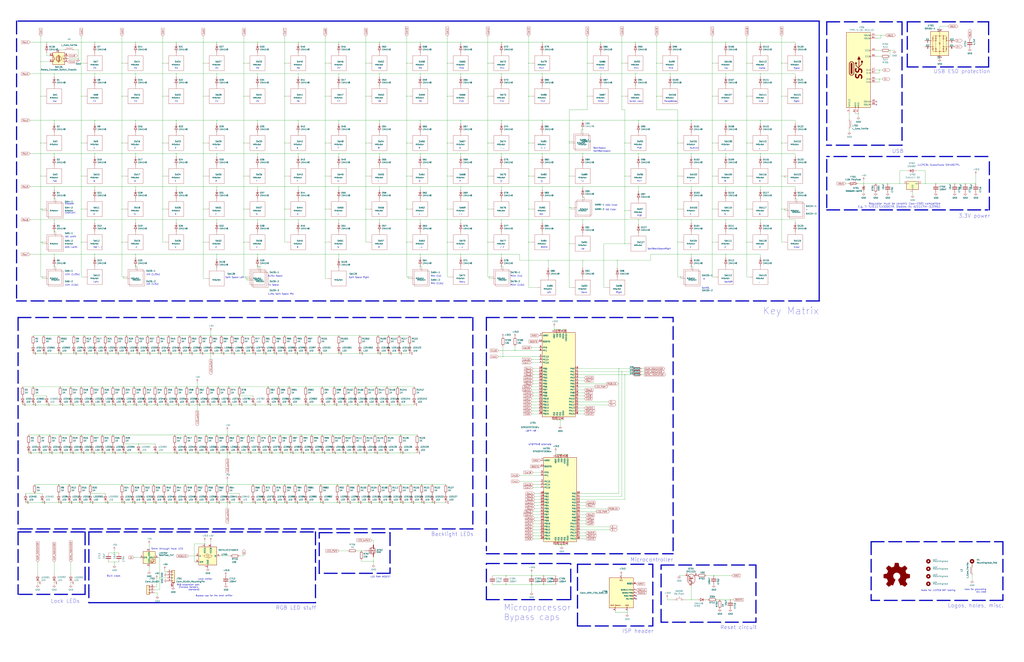
<source format=kicad_sch>
(kicad_sch (version 20210126) (generator eeschema)
  (paper "D")
  (junction (at 27.94 326.39) (diameter 0.3048))
  (junction (at 27.94 334.01) (diameter 0.3048))
  (junction (at 27.94 341.63) (diameter 0.3048))
  (junction (at 29.21 416.56) (diameter 0.3048))
  (junction (at 33.02 367.03) (diameter 0.3048))
  (junction (at 33.02 382.27) (diameter 0.3048))
  (junction (at 34.29 52.07) (diameter 0.3048))
  (junction (at 34.29 81.28) (diameter 0.3048))
  (junction (at 34.29 120.65) (diameter 0.3048))
  (junction (at 34.29 148.59) (diameter 0.3048))
  (junction (at 34.29 176.53) (diameter 0.3048))
  (junction (at 34.29 204.47) (diameter 0.3048))
  (junction (at 35.56 176.53) (diameter 0.3048))
  (junction (at 35.56 204.47) (diameter 0.3048))
  (junction (at 35.56 233.68) (diameter 0.3048))
  (junction (at 35.56 424.18) (diameter 0.3048))
  (junction (at 36.83 283.21) (diameter 0.3048))
  (junction (at 36.83 298.45) (diameter 0.3048))
  (junction (at 39.37 35.56) (diameter 0.3048))
  (junction (at 39.37 341.63) (diameter 0.3048))
  (junction (at 41.91 367.03) (diameter 0.3048))
  (junction (at 41.91 382.27) (diameter 0.3048))
  (junction (at 45.72 62.23) (diameter 0.3048))
  (junction (at 45.72 101.6) (diameter 0.3048))
  (junction (at 45.72 129.54) (diameter 0.3048))
  (junction (at 45.72 157.48) (diameter 0.3048))
  (junction (at 45.72 167.64) (diameter 0.3048))
  (junction (at 45.72 185.42) (diameter 0.3048))
  (junction (at 45.72 195.58) (diameter 0.3048))
  (junction (at 45.72 214.63) (diameter 0.3048))
  (junction (at 45.72 224.79) (diameter 0.3048))
  (junction (at 49.53 283.21) (diameter 0.3048))
  (junction (at 49.53 298.45) (diameter 0.3048))
  (junction (at 49.53 408.94) (diameter 0.3048))
  (junction (at 49.53 424.18) (diameter 0.3048))
  (junction (at 50.8 326.39) (diameter 0.3048))
  (junction (at 50.8 341.63) (diameter 0.3048))
  (junction (at 50.8 367.03) (diameter 0.3048))
  (junction (at 50.8 382.27) (diameter 0.3048))
  (junction (at 58.42 408.94) (diameter 0.3048))
  (junction (at 58.42 424.18) (diameter 0.3048))
  (junction (at 59.69 326.39) (diameter 0.3048))
  (junction (at 59.69 341.63) (diameter 0.3048))
  (junction (at 59.69 367.03) (diameter 0.3048))
  (junction (at 59.69 382.27) (diameter 0.3048))
  (junction (at 62.23 283.21) (diameter 0.3048))
  (junction (at 62.23 298.45) (diameter 0.3048))
  (junction (at 66.04 49.53) (diameter 0.3048))
  (junction (at 67.31 408.94) (diameter 0.3048))
  (junction (at 67.31 424.18) (diameter 0.3048))
  (junction (at 68.58 53.34) (diameter 0.3048))
  (junction (at 68.58 81.28) (diameter 0.3048))
  (junction (at 68.58 120.65) (diameter 0.3048))
  (junction (at 68.58 148.59) (diameter 0.3048))
  (junction (at 68.58 176.53) (diameter 0.3048))
  (junction (at 68.58 204.47) (diameter 0.3048))
  (junction (at 68.58 326.39) (diameter 0.3048))
  (junction (at 68.58 341.63) (diameter 0.3048))
  (junction (at 68.58 367.03) (diameter 0.3048))
  (junction (at 68.58 382.27) (diameter 0.3048))
  (junction (at 71.12 283.21) (diameter 0.3048))
  (junction (at 71.12 298.45) (diameter 0.3048))
  (junction (at 76.2 408.94) (diameter 0.3048))
  (junction (at 76.2 416.56) (diameter 0.3048))
  (junction (at 76.2 424.18) (diameter 0.3048))
  (junction (at 77.47 326.39) (diameter 0.3048))
  (junction (at 77.47 341.63) (diameter 0.3048))
  (junction (at 77.47 367.03) (diameter 0.3048))
  (junction (at 77.47 382.27) (diameter 0.3048))
  (junction (at 80.01 35.56) (diameter 0.3048))
  (junction (at 80.01 62.23) (diameter 0.3048))
  (junction (at 80.01 101.6) (diameter 0.3048))
  (junction (at 80.01 129.54) (diameter 0.3048))
  (junction (at 80.01 157.48) (diameter 0.3048))
  (junction (at 80.01 185.42) (diameter 0.3048))
  (junction (at 80.01 214.63) (diameter 0.3048))
  (junction (at 80.01 283.21) (diameter 0.3048))
  (junction (at 80.01 298.45) (diameter 0.3048))
  (junction (at 86.36 326.39) (diameter 0.3048))
  (junction (at 86.36 341.63) (diameter 0.3048))
  (junction (at 86.36 367.03) (diameter 0.3048))
  (junction (at 86.36 382.27) (diameter 0.3048))
  (junction (at 88.9 283.21) (diameter 0.3048))
  (junction (at 88.9 298.45) (diameter 0.3048))
  (junction (at 88.9 424.18) (diameter 0.3048))
  (junction (at 95.25 326.39) (diameter 0.3048))
  (junction (at 95.25 341.63) (diameter 0.3048))
  (junction (at 95.25 367.03) (diameter 0.3048))
  (junction (at 95.25 382.27) (diameter 0.3048))
  (junction (at 96.52 466.725) (diameter 0.3048))
  (junction (at 96.52 474.345) (diameter 0.3048))
  (junction (at 97.79 283.21) (diameter 0.3048))
  (junction (at 97.79 298.45) (diameter 0.3048))
  (junction (at 102.87 53.34) (diameter 0.3048))
  (junction (at 102.87 81.28) (diameter 0.3048))
  (junction (at 102.87 120.65) (diameter 0.3048))
  (junction (at 102.87 148.59) (diameter 0.3048))
  (junction (at 102.87 176.53) (diameter 0.3048))
  (junction (at 102.87 204.47) (diameter 0.3048))
  (junction (at 102.87 408.94) (diameter 0.3048))
  (junction (at 102.87 424.18) (diameter 0.3048))
  (junction (at 104.14 233.68) (diameter 0.3048))
  (junction (at 104.14 326.39) (diameter 0.3048))
  (junction (at 104.14 341.63) (diameter 0.3048))
  (junction (at 104.14 367.03) (diameter 0.3048))
  (junction (at 104.14 374.65) (diameter 0.3048))
  (junction (at 104.14 382.27) (diameter 0.3048))
  (junction (at 106.68 283.21) (diameter 0.3048))
  (junction (at 106.68 298.45) (diameter 0.3048))
  (junction (at 111.76 408.94) (diameter 0.3048))
  (junction (at 111.76 424.18) (diameter 0.3048))
  (junction (at 113.03 326.39) (diameter 0.3048))
  (junction (at 113.03 341.63) (diameter 0.3048))
  (junction (at 114.3 35.56) (diameter 0.3048))
  (junction (at 114.3 62.23) (diameter 0.3048))
  (junction (at 114.3 101.6) (diameter 0.3048))
  (junction (at 114.3 129.54) (diameter 0.3048))
  (junction (at 114.3 157.48) (diameter 0.3048))
  (junction (at 114.3 185.42) (diameter 0.3048))
  (junction (at 114.3 214.63) (diameter 0.3048))
  (junction (at 114.3 224.79) (diameter 0.3048))
  (junction (at 115.57 283.21) (diameter 0.3048))
  (junction (at 115.57 298.45) (diameter 0.3048))
  (junction (at 116.84 374.65) (diameter 0.3048))
  (junction (at 116.84 382.27) (diameter 0.3048))
  (junction (at 120.65 408.94) (diameter 0.3048))
  (junction (at 120.65 424.18) (diameter 0.3048))
  (junction (at 121.92 326.39) (diameter 0.3048))
  (junction (at 121.92 341.63) (diameter 0.3048))
  (junction (at 124.46 283.21) (diameter 0.3048))
  (junction (at 124.46 298.45) (diameter 0.3048))
  (junction (at 129.54 408.94) (diameter 0.3048))
  (junction (at 129.54 424.18) (diameter 0.3048))
  (junction (at 130.81 326.39) (diameter 0.3048))
  (junction (at 130.81 341.63) (diameter 0.3048))
  (junction (at 130.81 382.27) (diameter 0.3048))
  (junction (at 133.35 283.21) (diameter 0.3048))
  (junction (at 133.35 298.45) (diameter 0.3048))
  (junction (at 134.62 487.68) (diameter 0.3048))
  (junction (at 137.16 53.34) (diameter 0.3048))
  (junction (at 137.16 81.28) (diameter 0.3048))
  (junction (at 137.16 120.65) (diameter 0.3048))
  (junction (at 137.16 148.59) (diameter 0.3048))
  (junction (at 137.16 176.53) (diameter 0.3048))
  (junction (at 138.43 408.94) (diameter 0.3048))
  (junction (at 138.43 424.18) (diameter 0.3048))
  (junction (at 139.7 326.39) (diameter 0.3048))
  (junction (at 139.7 341.63) (diameter 0.3048))
  (junction (at 142.24 283.21) (diameter 0.3048))
  (junction (at 142.24 298.45) (diameter 0.3048))
  (junction (at 147.32 367.03) (diameter 0.3048))
  (junction (at 147.32 382.27) (diameter 0.3048))
  (junction (at 147.32 408.94) (diameter 0.3048))
  (junction (at 147.32 424.18) (diameter 0.3048))
  (junction (at 148.59 35.56) (diameter 0.3048))
  (junction (at 148.59 62.23) (diameter 0.3048))
  (junction (at 148.59 101.6) (diameter 0.3048))
  (junction (at 148.59 129.54) (diameter 0.3048))
  (junction (at 148.59 157.48) (diameter 0.3048))
  (junction (at 148.59 185.42) (diameter 0.3048))
  (junction (at 148.59 326.39) (diameter 0.3048))
  (junction (at 148.59 341.63) (diameter 0.3048))
  (junction (at 151.13 283.21) (diameter 0.3048))
  (junction (at 151.13 298.45) (diameter 0.3048))
  (junction (at 156.21 367.03) (diameter 0.3048))
  (junction (at 156.21 382.27) (diameter 0.3048))
  (junction (at 156.21 408.94) (diameter 0.3048))
  (junction (at 156.21 424.18) (diameter 0.3048))
  (junction (at 157.48 326.39) (diameter 0.3048))
  (junction (at 157.48 341.63) (diameter 0.3048))
  (junction (at 160.02 283.21) (diameter 0.3048))
  (junction (at 160.02 298.45) (diameter 0.3048))
  (junction (at 165.1 367.03) (diameter 0.3048))
  (junction (at 165.1 382.27) (diameter 0.3048))
  (junction (at 165.1 408.94) (diameter 0.3048))
  (junction (at 165.1 424.18) (diameter 0.3048))
  (junction (at 166.37 326.39) (diameter 0.3048))
  (junction (at 166.37 341.63) (diameter 0.3048))
  (junction (at 168.91 283.21) (diameter 0.3048))
  (junction (at 168.91 298.45) (diameter 0.3048))
  (junction (at 171.45 53.34) (diameter 0.3048))
  (junction (at 171.45 81.28) (diameter 0.3048))
  (junction (at 171.45 120.65) (diameter 0.3048))
  (junction (at 171.45 148.59) (diameter 0.3048))
  (junction (at 171.45 176.53) (diameter 0.3048))
  (junction (at 171.45 204.47) (diameter 0.3048))
  (junction (at 172.72 459.105) (diameter 0.3048))
  (junction (at 173.99 367.03) (diameter 0.3048))
  (junction (at 173.99 382.27) (diameter 0.3048))
  (junction (at 173.99 408.94) (diameter 0.3048))
  (junction (at 173.99 424.18) (diameter 0.3048))
  (junction (at 175.26 326.39) (diameter 0.3048))
  (junction (at 175.26 341.63) (diameter 0.3048))
  (junction (at 177.8 283.21) (diameter 0.3048))
  (junction (at 177.8 298.45) (diameter 0.3048))
  (junction (at 182.88 35.56) (diameter 0.3048))
  (junction (at 182.88 62.23) (diameter 0.3048))
  (junction (at 182.88 101.6) (diameter 0.3048))
  (junction (at 182.88 129.54) (diameter 0.3048))
  (junction (at 182.88 157.48) (diameter 0.3048))
  (junction (at 182.88 185.42) (diameter 0.3048))
  (junction (at 182.88 214.63) (diameter 0.3048))
  (junction (at 182.88 367.03) (diameter 0.3048))
  (junction (at 182.88 382.27) (diameter 0.3048))
  (junction (at 182.88 408.94) (diameter 0.3048))
  (junction (at 182.88 424.18) (diameter 0.3048))
  (junction (at 184.15 326.39) (diameter 0.3048))
  (junction (at 184.15 341.63) (diameter 0.3048))
  (junction (at 186.69 283.21) (diameter 0.3048))
  (junction (at 186.69 298.45) (diameter 0.3048))
  (junction (at 191.77 367.03) (diameter 0.3048))
  (junction (at 191.77 382.27) (diameter 0.3048))
  (junction (at 191.77 408.94) (diameter 0.3048))
  (junction (at 191.77 416.56) (diameter 0.3048))
  (junction (at 191.77 424.18) (diameter 0.3048))
  (junction (at 193.04 326.39) (diameter 0.3048))
  (junction (at 193.04 341.63) (diameter 0.3048))
  (junction (at 195.58 283.21) (diameter 0.3048))
  (junction (at 195.58 298.45) (diameter 0.3048))
  (junction (at 200.66 367.03) (diameter 0.3048))
  (junction (at 200.66 382.27) (diameter 0.3048))
  (junction (at 201.93 326.39) (diameter 0.3048))
  (junction (at 201.93 334.01) (diameter 0.3048))
  (junction (at 201.93 341.63) (diameter 0.3048))
  (junction (at 201.93 424.18) (diameter 0.3048))
  (junction (at 204.47 283.21) (diameter 0.3048))
  (junction (at 204.47 298.45) (diameter 0.3048))
  (junction (at 205.74 53.34) (diameter 0.3048))
  (junction (at 205.74 81.28) (diameter 0.3048))
  (junction (at 205.74 120.65) (diameter 0.3048))
  (junction (at 205.74 148.59) (diameter 0.3048))
  (junction (at 205.74 176.53) (diameter 0.3048))
  (junction (at 205.74 204.47) (diameter 0.3048))
  (junction (at 207.01 233.68) (diameter 0.3048))
  (junction (at 208.28 234.95) (diameter 0.3048))
  (junction (at 209.55 367.03) (diameter 0.3048))
  (junction (at 209.55 382.27) (diameter 0.3048))
  (junction (at 213.36 283.21) (diameter 0.3048))
  (junction (at 213.36 298.45) (diameter 0.3048))
  (junction (at 213.36 341.63) (diameter 0.3048))
  (junction (at 213.36 408.94) (diameter 0.3048))
  (junction (at 213.36 424.18) (diameter 0.3048))
  (junction (at 217.17 35.56) (diameter 0.3048))
  (junction (at 217.17 62.23) (diameter 0.3048))
  (junction (at 217.17 101.6) (diameter 0.3048))
  (junction (at 217.17 129.54) (diameter 0.3048))
  (junction (at 217.17 157.48) (diameter 0.3048))
  (junction (at 217.17 185.42) (diameter 0.3048))
  (junction (at 217.17 214.63) (diameter 0.3048))
  (junction (at 217.17 224.79) (diameter 0.3048))
  (junction (at 218.44 224.79) (diameter 0.3048))
  (junction (at 218.44 367.03) (diameter 0.3048))
  (junction (at 218.44 382.27) (diameter 0.3048))
  (junction (at 222.25 283.21) (diameter 0.3048))
  (junction (at 222.25 298.45) (diameter 0.3048))
  (junction (at 222.25 408.94) (diameter 0.3048))
  (junction (at 222.25 424.18) (diameter 0.3048))
  (junction (at 226.06 326.39) (diameter 0.3048))
  (junction (at 226.06 341.63) (diameter 0.3048))
  (junction (at 227.33 367.03) (diameter 0.3048))
  (junction (at 227.33 382.27) (diameter 0.3048))
  (junction (at 231.14 283.21) (diameter 0.3048))
  (junction (at 231.14 298.45) (diameter 0.3048))
  (junction (at 231.14 408.94) (diameter 0.3048))
  (junction (at 231.14 424.18) (diameter 0.3048))
  (junction (at 234.95 326.39) (diameter 0.3048))
  (junction (at 234.95 341.63) (diameter 0.3048))
  (junction (at 236.22 367.03) (diameter 0.3048))
  (junction (at 236.22 382.27) (diameter 0.3048))
  (junction (at 240.03 53.34) (diameter 0.3048))
  (junction (at 240.03 81.28) (diameter 0.3048))
  (junction (at 240.03 120.65) (diameter 0.3048))
  (junction (at 240.03 148.59) (diameter 0.3048))
  (junction (at 240.03 176.53) (diameter 0.3048))
  (junction (at 240.03 283.21) (diameter 0.3048))
  (junction (at 240.03 298.45) (diameter 0.3048))
  (junction (at 240.03 408.94) (diameter 0.3048))
  (junction (at 240.03 424.18) (diameter 0.3048))
  (junction (at 243.84 326.39) (diameter 0.3048))
  (junction (at 243.84 341.63) (diameter 0.3048))
  (junction (at 245.11 367.03) (diameter 0.3048))
  (junction (at 245.11 382.27) (diameter 0.3048))
  (junction (at 248.92 283.21) (diameter 0.3048))
  (junction (at 248.92 298.45) (diameter 0.3048))
  (junction (at 248.92 408.94) (diameter 0.3048))
  (junction (at 248.92 424.18) (diameter 0.3048))
  (junction (at 251.46 35.56) (diameter 0.3048))
  (junction (at 251.46 62.23) (diameter 0.3048))
  (junction (at 251.46 101.6) (diameter 0.3048))
  (junction (at 251.46 129.54) (diameter 0.3048))
  (junction (at 251.46 157.48) (diameter 0.3048))
  (junction (at 251.46 185.42) (diameter 0.3048))
  (junction (at 254 367.03) (diameter 0.3048))
  (junction (at 254 382.27) (diameter 0.3048))
  (junction (at 257.81 283.21) (diameter 0.3048))
  (junction (at 257.81 298.45) (diameter 0.3048))
  (junction (at 257.81 326.39) (diameter 0.3048))
  (junction (at 257.81 341.63) (diameter 0.3048))
  (junction (at 257.81 408.94) (diameter 0.3048))
  (junction (at 257.81 424.18) (diameter 0.3048))
  (junction (at 262.89 367.03) (diameter 0.3048))
  (junction (at 262.89 382.27) (diameter 0.3048))
  (junction (at 269.24 283.21) (diameter 0.3048))
  (junction (at 269.24 298.45) (diameter 0.3048))
  (junction (at 270.51 408.94) (diameter 0.3048))
  (junction (at 270.51 424.18) (diameter 0.3048))
  (junction (at 271.78 326.39) (diameter 0.3048))
  (junction (at 271.78 341.63) (diameter 0.3048))
  (junction (at 271.78 367.03) (diameter 0.3048))
  (junction (at 271.78 382.27) (diameter 0.3048))
  (junction (at 274.32 53.34) (diameter 0.3048))
  (junction (at 274.32 81.28) (diameter 0.3048))
  (junction (at 274.32 120.65) (diameter 0.3048))
  (junction (at 274.32 148.59) (diameter 0.3048))
  (junction (at 274.32 176.53) (diameter 0.3048))
  (junction (at 274.32 204.47) (diameter 0.3048))
  (junction (at 280.67 367.03) (diameter 0.3048))
  (junction (at 280.67 382.27) (diameter 0.3048))
  (junction (at 281.94 326.39) (diameter 0.3048))
  (junction (at 281.94 341.63) (diameter 0.3048))
  (junction (at 284.48 408.94) (diameter 0.3048))
  (junction (at 284.48 424.18) (diameter 0.3048))
  (junction (at 285.75 35.56) (diameter 0.3048))
  (junction (at 285.75 62.23) (diameter 0.3048))
  (junction (at 285.75 101.6) (diameter 0.3048))
  (junction (at 285.75 129.54) (diameter 0.3048))
  (junction (at 285.75 157.48) (diameter 0.3048))
  (junction (at 285.75 185.42) (diameter 0.3048))
  (junction (at 285.75 214.63) (diameter 0.3048))
  (junction (at 285.75 283.21) (diameter 0.3048))
  (junction (at 285.75 298.45) (diameter 0.3048))
  (junction (at 289.56 367.03) (diameter 0.3048))
  (junction (at 289.56 382.27) (diameter 0.3048))
  (junction (at 290.83 326.39) (diameter 0.3048))
  (junction (at 290.83 341.63) (diameter 0.3048))
  (junction (at 293.37 408.94) (diameter 0.3048))
  (junction (at 293.37 424.18) (diameter 0.3048))
  (junction (at 298.45 367.03) (diameter 0.3048))
  (junction (at 298.45 382.27) (diameter 0.3048))
  (junction (at 299.72 326.39) (diameter 0.3048))
  (junction (at 299.72 341.63) (diameter 0.3048))
  (junction (at 302.26 408.94) (diameter 0.3048))
  (junction (at 302.26 424.18) (diameter 0.3048))
  (junction (at 303.53 283.21) (diameter 0.3048))
  (junction (at 303.53 298.45) (diameter 0.3048))
  (junction (at 304.8 464.82) (diameter 0.3048))
  (junction (at 307.34 367.03) (diameter 0.3048))
  (junction (at 307.34 382.27) (diameter 0.3048))
  (junction (at 308.61 53.34) (diameter 0.3048))
  (junction (at 308.61 81.28) (diameter 0.3048))
  (junction (at 308.61 120.65) (diameter 0.3048))
  (junction (at 308.61 148.59) (diameter 0.3048))
  (junction (at 308.61 176.53) (diameter 0.3048))
  (junction (at 308.61 326.39) (diameter 0.3048))
  (junction (at 308.61 341.63) (diameter 0.3048))
  (junction (at 311.15 408.94) (diameter 0.3048))
  (junction (at 311.15 424.18) (diameter 0.3048))
  (junction (at 314.96 473.71) (diameter 0.3048))
  (junction (at 316.23 367.03) (diameter 0.3048))
  (junction (at 316.23 382.27) (diameter 0.3048))
  (junction (at 317.5 326.39) (diameter 0.3048))
  (junction (at 317.5 341.63) (diameter 0.3048))
  (junction (at 318.77 283.21) (diameter 0.3048))
  (junction (at 318.77 298.45) (diameter 0.3048))
  (junction (at 320.04 35.56) (diameter 0.3048))
  (junction (at 320.04 62.23) (diameter 0.3048))
  (junction (at 320.04 101.6) (diameter 0.3048))
  (junction (at 320.04 129.54) (diameter 0.3048))
  (junction (at 320.04 157.48) (diameter 0.3048))
  (junction (at 320.04 185.42) (diameter 0.3048))
  (junction (at 320.04 408.94) (diameter 0.3048))
  (junction (at 320.04 424.18) (diameter 0.3048))
  (junction (at 325.12 367.03) (diameter 0.3048))
  (junction (at 325.12 382.27) (diameter 0.3048))
  (junction (at 326.39 326.39) (diameter 0.3048))
  (junction (at 326.39 341.63) (diameter 0.3048))
  (junction (at 327.66 283.21) (diameter 0.3048))
  (junction (at 327.66 298.45) (diameter 0.3048))
  (junction (at 328.93 408.94) (diameter 0.3048))
  (junction (at 328.93 424.18) (diameter 0.3048))
  (junction (at 335.28 326.39) (diameter 0.3048))
  (junction (at 335.28 341.63) (diameter 0.3048))
  (junction (at 336.55 283.21) (diameter 0.3048))
  (junction (at 336.55 298.45) (diameter 0.3048))
  (junction (at 337.82 367.03) (diameter 0.3048))
  (junction (at 337.82 382.27) (diameter 0.3048))
  (junction (at 337.82 408.94) (diameter 0.3048))
  (junction (at 337.82 424.18) (diameter 0.3048))
  (junction (at 342.9 53.34) (diameter 0.3048))
  (junction (at 342.9 81.28) (diameter 0.3048))
  (junction (at 342.9 120.65) (diameter 0.3048))
  (junction (at 342.9 148.59) (diameter 0.3048))
  (junction (at 342.9 176.53) (diameter 0.3048))
  (junction (at 342.9 204.47) (diameter 0.3048))
  (junction (at 344.17 233.68) (diameter 0.3048))
  (junction (at 346.71 408.94) (diameter 0.3048))
  (junction (at 346.71 424.18) (diameter 0.3048))
  (junction (at 354.33 35.56) (diameter 0.3048))
  (junction (at 354.33 62.23) (diameter 0.3048))
  (junction (at 354.33 101.6) (diameter 0.3048))
  (junction (at 354.33 129.54) (diameter 0.3048))
  (junction (at 354.33 157.48) (diameter 0.3048))
  (junction (at 354.33 185.42) (diameter 0.3048))
  (junction (at 354.33 214.63) (diameter 0.3048))
  (junction (at 354.33 224.79) (diameter 0.3048))
  (junction (at 355.6 408.94) (diameter 0.3048))
  (junction (at 355.6 424.18) (diameter 0.3048))
  (junction (at 364.49 408.94) (diameter 0.3048))
  (junction (at 364.49 424.18) (diameter 0.3048))
  (junction (at 377.19 53.34) (diameter 0.3048))
  (junction (at 377.19 81.28) (diameter 0.3048))
  (junction (at 377.19 120.65) (diameter 0.3048))
  (junction (at 377.19 148.59) (diameter 0.3048))
  (junction (at 377.19 176.53) (diameter 0.3048))
  (junction (at 377.19 204.47) (diameter 0.3048))
  (junction (at 388.62 35.56) (diameter 0.3048))
  (junction (at 388.62 62.23) (diameter 0.3048))
  (junction (at 388.62 101.6) (diameter 0.3048))
  (junction (at 388.62 129.54) (diameter 0.3048))
  (junction (at 388.62 157.48) (diameter 0.3048))
  (junction (at 388.62 185.42) (diameter 0.3048))
  (junction (at 388.62 214.63) (diameter 0.3048))
  (junction (at 411.48 53.34) (diameter 0.3048))
  (junction (at 411.48 81.28) (diameter 0.3048))
  (junction (at 411.48 120.65) (diameter 0.3048))
  (junction (at 411.48 148.59) (diameter 0.3048))
  (junction (at 411.48 176.53) (diameter 0.3048))
  (junction (at 411.48 204.47) (diameter 0.3048))
  (junction (at 412.75 233.68) (diameter 0.3048))
  (junction (at 422.91 35.56) (diameter 0.3048))
  (junction (at 422.91 62.23) (diameter 0.3048))
  (junction (at 422.91 101.6) (diameter 0.3048))
  (junction (at 422.91 129.54) (diameter 0.3048))
  (junction (at 422.91 157.48) (diameter 0.3048))
  (junction (at 422.91 185.42) (diameter 0.3048))
  (junction (at 422.91 214.63) (diameter 0.3048))
  (junction (at 422.91 224.79) (diameter 0.3048))
  (junction (at 424.18 300.99) (diameter 0.3048))
  (junction (at 426.72 485.775) (diameter 0.3048))
  (junction (at 426.72 493.395) (diameter 0.3048))
  (junction (at 434.34 295.91) (diameter 0.3048))
  (junction (at 445.77 53.34) (diameter 0.3048))
  (junction (at 445.77 81.28) (diameter 0.3048))
  (junction (at 445.77 120.65) (diameter 0.3048))
  (junction (at 445.77 148.59) (diameter 0.3048))
  (junction (at 445.77 176.53) (diameter 0.3048))
  (junction (at 445.77 204.47) (diameter 0.3048))
  (junction (at 448.31 485.775) (diameter 0.3048))
  (junction (at 448.31 493.395) (diameter 0.3048))
  (junction (at 457.2 35.56) (diameter 0.3048))
  (junction (at 457.2 62.23) (diameter 0.3048))
  (junction (at 457.2 101.6) (diameter 0.3048))
  (junction (at 457.2 129.54) (diameter 0.3048))
  (junction (at 457.2 157.48) (diameter 0.3048))
  (junction (at 457.2 185.42) (diameter 0.3048))
  (junction (at 458.47 485.775) (diameter 0.3048))
  (junction (at 458.47 493.395) (diameter 0.3048))
  (junction (at 462.28 219.71) (diameter 0.3048))
  (junction (at 467.36 278.13) (diameter 0.3048))
  (junction (at 468.63 383.54) (diameter 0.3048))
  (junction (at 469.9 278.13) (diameter 0.3048))
  (junction (at 469.9 354.33) (diameter 0.3048))
  (junction (at 471.17 383.54) (diameter 0.3048))
  (junction (at 471.17 459.74) (diameter 0.3048))
  (junction (at 472.44 278.13) (diameter 0.3048))
  (junction (at 472.44 354.33) (diameter 0.3048))
  (junction (at 473.71 383.54) (diameter 0.3048))
  (junction (at 473.71 459.74) (diameter 0.3048))
  (junction (at 474.98 278.13) (diameter 0.3048))
  (junction (at 476.25 383.54) (diameter 0.3048))
  (junction (at 476.25 459.74) (diameter 0.3048))
  (junction (at 480.06 119.38) (diameter 0.3048))
  (junction (at 480.06 120.65) (diameter 0.3048))
  (junction (at 480.06 148.59) (diameter 0.3048))
  (junction (at 480.06 175.26) (diameter 0.3048))
  (junction (at 480.06 205.74) (diameter 0.3048))
  (junction (at 481.33 175.26) (diameter 0.3048))
  (junction (at 491.49 101.6) (diameter 0.3048))
  (junction (at 491.49 109.22) (diameter 0.3048))
  (junction (at 491.49 129.54) (diameter 0.3048))
  (junction (at 491.49 157.48) (diameter 0.3048))
  (junction (at 491.49 166.37) (diameter 0.3048))
  (junction (at 491.49 185.42) (diameter 0.3048))
  (junction (at 491.49 219.71) (diameter 0.3048))
  (junction (at 495.3 53.34) (diameter 0.3048))
  (junction (at 495.3 81.28) (diameter 0.3048))
  (junction (at 506.73 35.56) (diameter 0.3048))
  (junction (at 506.73 62.23) (diameter 0.3048))
  (junction (at 520.7 219.71) (diameter 0.3048))
  (junction (at 521.97 311.15) (diameter 0.3048))
  (junction (at 524.51 53.34) (diameter 0.3048))
  (junction (at 524.51 81.28) (diameter 0.3048))
  (junction (at 524.51 313.69) (diameter 0.3048))
  (junction (at 527.05 120.65) (diameter 0.3048))
  (junction (at 527.05 148.59) (diameter 0.3048))
  (junction (at 527.05 177.8) (diameter 0.3048))
  (junction (at 527.05 205.74) (diameter 0.3048))
  (junction (at 527.05 316.23) (diameter 0.3048))
  (junction (at 528.955 516.89) (diameter 0.3048))
  (junction (at 535.94 35.56) (diameter 0.3048))
  (junction (at 535.94 62.23) (diameter 0.3048))
  (junction (at 538.48 101.6) (diameter 0.3048))
  (junction (at 538.48 129.54) (diameter 0.3048))
  (junction (at 538.48 157.48) (diameter 0.3048))
  (junction (at 538.48 185.42) (diameter 0.3048))
  (junction (at 553.72 53.34) (diameter 0.3048))
  (junction (at 553.72 81.28) (diameter 0.3048))
  (junction (at 565.15 35.56) (diameter 0.3048))
  (junction (at 565.15 62.23) (diameter 0.3048))
  (junction (at 571.5 120.65) (diameter 0.3048))
  (junction (at 571.5 148.59) (diameter 0.3048))
  (junction (at 571.5 176.53) (diameter 0.3048))
  (junction (at 571.5 204.47) (diameter 0.3048))
  (junction (at 574.04 233.68) (diameter 0.3048))
  (junction (at 582.93 101.6) (diameter 0.3048))
  (junction (at 582.93 129.54) (diameter 0.3048))
  (junction (at 582.93 157.48) (diameter 0.3048))
  (junction (at 582.93 185.42) (diameter 0.3048))
  (junction (at 582.93 214.63) (diameter 0.3048))
  (junction (at 582.93 224.79) (diameter 0.3048))
  (junction (at 582.93 506.095) (diameter 0.3048))
  (junction (at 600.71 53.34) (diameter 0.3048))
  (junction (at 600.71 81.28) (diameter 0.3048))
  (junction (at 600.71 120.65) (diameter 0.3048))
  (junction (at 600.71 148.59) (diameter 0.3048))
  (junction (at 600.71 176.53) (diameter 0.3048))
  (junction (at 600.71 204.47) (diameter 0.3048))
  (junction (at 601.98 485.775) (diameter 0.3048))
  (junction (at 607.06 506.095) (diameter 0.3048))
  (junction (at 612.14 35.56) (diameter 0.3048))
  (junction (at 612.14 62.23) (diameter 0.3048))
  (junction (at 612.14 101.6) (diameter 0.3048))
  (junction (at 612.14 129.54) (diameter 0.3048))
  (junction (at 612.14 157.48) (diameter 0.3048))
  (junction (at 612.14 185.42) (diameter 0.3048))
  (junction (at 612.14 214.63) (diameter 0.3048))
  (junction (at 615.95 506.095) (diameter 0.3048))
  (junction (at 629.92 53.34) (diameter 0.3048))
  (junction (at 629.92 81.28) (diameter 0.3048))
  (junction (at 629.92 120.65) (diameter 0.3048))
  (junction (at 629.92 148.59) (diameter 0.3048))
  (junction (at 629.92 176.53) (diameter 0.3048))
  (junction (at 629.92 204.47) (diameter 0.3048))
  (junction (at 641.35 35.56) (diameter 0.3048))
  (junction (at 641.35 62.23) (diameter 0.3048))
  (junction (at 641.35 101.6) (diameter 0.3048))
  (junction (at 641.35 129.54) (diameter 0.3048))
  (junction (at 641.35 157.48) (diameter 0.3048))
  (junction (at 641.35 185.42) (diameter 0.3048))
  (junction (at 659.13 53.34) (diameter 0.3048))
  (junction (at 659.13 81.28) (diameter 0.3048))
  (junction (at 659.13 120.65) (diameter 0.3048))
  (junction (at 659.13 148.59) (diameter 0.3048))
  (junction (at 659.13 176.53) (diameter 0.3048))
  (junction (at 661.67 148.59) (diameter 0.3048))
  (junction (at 661.67 176.53) (diameter 0.3048))
  (junction (at 670.56 167.64) (diameter 0.3048))
  (junction (at 723.9 95.885) (diameter 0.3048))
  (junction (at 728.345 154.94) (diameter 0.3048))
  (junction (at 738.505 154.94) (diameter 0.3048))
  (junction (at 741.68 59.055) (diameter 0.3048))
  (junction (at 741.68 66.675) (diameter 0.3048))
  (junction (at 742.95 29.845) (diameter 0.3048))
  (junction (at 748.665 154.94) (diameter 0.3048))
  (junction (at 750.57 42.545) (diameter 0.3048))
  (junction (at 758.825 154.94) (diameter 0.3048))
  (junction (at 780.415 154.94) (diameter 0.3048))
  (junction (at 789.305 154.94) (diameter 0.3048))
  (junction (at 805.18 154.94) (diameter 0.3048))
  (junction (at 814.07 154.94) (diameter 0.3048))
  (junction (at 822.96 154.94) (diameter 0.3048))
  (no_connect (at 536.575 502.92))
  (no_connect (at 536.575 505.46))
  (no_connect (at 739.14 85.725))
  (no_connect (at 739.14 88.265))
  (wire (pts (xy 19.05 326.39) (xy 27.94 326.39)))
  (wire (pts (xy 19.05 341.63) (xy 27.94 341.63)))
  (wire (pts (xy 21.59 416.56) (xy 29.21 416.56)))
  (wire (pts (xy 21.59 424.18) (xy 35.56 424.18)))
  (wire (pts (xy 25.4 35.56) (xy 39.37 35.56)))
  (wire (pts (xy 25.4 62.23) (xy 45.72 62.23)))
  (wire (pts (xy 25.4 101.6) (xy 45.72 101.6)))
  (wire (pts (xy 25.4 129.54) (xy 45.72 129.54)))
  (wire (pts (xy 25.4 157.48) (xy 45.72 157.48)))
  (wire (pts (xy 25.4 185.42) (xy 45.72 185.42)))
  (wire (pts (xy 25.4 214.63) (xy 45.72 214.63)))
  (wire (pts (xy 27.94 326.39) (xy 50.8 326.39)))
  (wire (pts (xy 27.94 334.01) (xy 39.37 334.01)))
  (wire (pts (xy 27.94 341.63) (xy 39.37 341.63)))
  (wire (pts (xy 29.21 408.94) (xy 49.53 408.94)))
  (wire (pts (xy 29.21 416.56) (xy 35.56 416.56)))
  (wire (pts (xy 31.75 474.345) (xy 31.75 484.505)))
  (wire (pts (xy 31.75 493.395) (xy 31.75 492.125)))
  (wire (pts (xy 33.02 367.03) (xy 24.13 367.03)))
  (wire (pts (xy 33.02 382.27) (xy 24.13 382.27)))
  (wire (pts (xy 34.29 30.48) (xy 34.29 52.07)))
  (wire (pts (xy 34.29 52.07) (xy 34.29 81.28)))
  (wire (pts (xy 34.29 81.28) (xy 34.29 120.65)))
  (wire (pts (xy 34.29 120.65) (xy 34.29 148.59)))
  (wire (pts (xy 34.29 148.59) (xy 34.29 176.53)))
  (wire (pts (xy 34.29 176.53) (xy 34.29 204.47)))
  (wire (pts (xy 34.29 204.47) (xy 34.29 233.68)))
  (wire (pts (xy 35.56 176.53) (xy 34.29 176.53)))
  (wire (pts (xy 35.56 177.8) (xy 35.56 176.53)))
  (wire (pts (xy 35.56 204.47) (xy 34.29 204.47)))
  (wire (pts (xy 35.56 205.74) (xy 35.56 204.47)))
  (wire (pts (xy 35.56 233.68) (xy 34.29 233.68)))
  (wire (pts (xy 35.56 234.95) (xy 35.56 233.68)))
  (wire (pts (xy 35.56 424.18) (xy 49.53 424.18)))
  (wire (pts (xy 36.83 81.28) (xy 34.29 81.28)))
  (wire (pts (xy 36.83 120.65) (xy 34.29 120.65)))
  (wire (pts (xy 36.83 148.59) (xy 34.29 148.59)))
  (wire (pts (xy 36.83 176.53) (xy 35.56 176.53)))
  (wire (pts (xy 36.83 204.47) (xy 35.56 204.47)))
  (wire (pts (xy 36.83 233.68) (xy 35.56 233.68)))
  (wire (pts (xy 36.83 283.21) (xy 27.94 283.21)))
  (wire (pts (xy 36.83 283.21) (xy 49.53 283.21)))
  (wire (pts (xy 36.83 298.45) (xy 27.94 298.45)))
  (wire (pts (xy 36.83 298.45) (xy 49.53 298.45)))
  (wire (pts (xy 38.1 177.8) (xy 35.56 177.8)))
  (wire (pts (xy 38.1 205.74) (xy 35.56 205.74)))
  (wire (pts (xy 38.1 234.95) (xy 35.56 234.95)))
  (wire (pts (xy 39.37 35.56) (xy 80.01 35.56)))
  (wire (pts (xy 39.37 36.83) (xy 39.37 35.56)))
  (wire (pts (xy 39.37 46.99) (xy 39.37 44.45)))
  (wire (pts (xy 39.37 341.63) (xy 50.8 341.63)))
  (wire (pts (xy 41.91 46.99) (xy 39.37 46.99)))
  (wire (pts (xy 41.91 52.07) (xy 34.29 52.07)))
  (wire (pts (xy 41.91 367.03) (xy 33.02 367.03)))
  (wire (pts (xy 41.91 382.27) (xy 33.02 382.27)))
  (wire (pts (xy 45.72 62.23) (xy 45.72 64.77)))
  (wire (pts (xy 45.72 62.23) (xy 80.01 62.23)))
  (wire (pts (xy 45.72 101.6) (xy 45.72 104.14)))
  (wire (pts (xy 45.72 101.6) (xy 80.01 101.6)))
  (wire (pts (xy 45.72 129.54) (xy 45.72 132.08)))
  (wire (pts (xy 45.72 129.54) (xy 80.01 129.54)))
  (wire (pts (xy 45.72 157.48) (xy 45.72 160.02)))
  (wire (pts (xy 45.72 157.48) (xy 80.01 157.48)))
  (wire (pts (xy 45.72 185.42) (xy 45.72 187.96)))
  (wire (pts (xy 45.72 185.42) (xy 80.01 185.42)))
  (wire (pts (xy 45.72 214.63) (xy 45.72 217.17)))
  (wire (pts (xy 45.72 214.63) (xy 80.01 214.63)))
  (wire (pts (xy 45.72 224.79) (xy 46.99 224.79)))
  (wire (pts (xy 45.72 474.345) (xy 45.72 484.505)))
  (wire (pts (xy 45.72 493.395) (xy 45.72 492.125)))
  (wire (pts (xy 46.99 167.64) (xy 45.72 167.64)))
  (wire (pts (xy 46.99 168.91) (xy 46.99 167.64)))
  (wire (pts (xy 46.99 195.58) (xy 45.72 195.58)))
  (wire (pts (xy 46.99 196.85) (xy 46.99 195.58)))
  (wire (pts (xy 46.99 226.06) (xy 46.99 224.79)))
  (wire (pts (xy 49.53 41.91) (xy 54.61 41.91)))
  (wire (pts (xy 49.53 283.21) (xy 62.23 283.21)))
  (wire (pts (xy 49.53 298.45) (xy 62.23 298.45)))
  (wire (pts (xy 50.8 367.03) (xy 41.91 367.03)))
  (wire (pts (xy 50.8 382.27) (xy 41.91 382.27)))
  (wire (pts (xy 58.42 408.94) (xy 49.53 408.94)))
  (wire (pts (xy 58.42 424.18) (xy 49.53 424.18)))
  (wire (pts (xy 59.69 326.39) (xy 50.8 326.39)))
  (wire (pts (xy 59.69 341.63) (xy 50.8 341.63)))
  (wire (pts (xy 59.69 367.03) (xy 50.8 367.03)))
  (wire (pts (xy 59.69 382.27) (xy 50.8 382.27)))
  (wire (pts (xy 59.69 474.345) (xy 59.69 484.505)))
  (wire (pts (xy 59.69 492.125) (xy 59.69 493.395)))
  (wire (pts (xy 62.23 41.91) (xy 66.04 41.91)))
  (wire (pts (xy 66.04 41.91) (xy 66.04 49.53)) (stroke (width 0.1524)))
  (wire (pts (xy 66.04 49.53) (xy 57.15 49.53)))
  (wire (pts (xy 67.31 408.94) (xy 58.42 408.94)))
  (wire (pts (xy 67.31 424.18) (xy 58.42 424.18)))
  (wire (pts (xy 68.58 53.34) (xy 68.58 30.48)))
  (wire (pts (xy 68.58 53.34) (xy 68.58 81.28)))
  (wire (pts (xy 68.58 81.28) (xy 68.58 120.65)))
  (wire (pts (xy 68.58 148.59) (xy 68.58 120.65)))
  (wire (pts (xy 68.58 176.53) (xy 68.58 148.59)))
  (wire (pts (xy 68.58 204.47) (xy 68.58 176.53)))
  (wire (pts (xy 68.58 233.68) (xy 68.58 204.47)))
  (wire (pts (xy 68.58 326.39) (xy 59.69 326.39)))
  (wire (pts (xy 68.58 341.63) (xy 59.69 341.63)))
  (wire (pts (xy 68.58 367.03) (xy 59.69 367.03)))
  (wire (pts (xy 68.58 382.27) (xy 59.69 382.27)))
  (wire (pts (xy 71.12 53.34) (xy 68.58 53.34)))
  (wire (pts (xy 71.12 81.28) (xy 68.58 81.28)))
  (wire (pts (xy 71.12 120.65) (xy 68.58 120.65)))
  (wire (pts (xy 71.12 148.59) (xy 68.58 148.59)))
  (wire (pts (xy 71.12 176.53) (xy 68.58 176.53)))
  (wire (pts (xy 71.12 204.47) (xy 68.58 204.47)))
  (wire (pts (xy 71.12 233.68) (xy 68.58 233.68)))
  (wire (pts (xy 71.12 283.21) (xy 62.23 283.21)))
  (wire (pts (xy 71.12 298.45) (xy 62.23 298.45)))
  (wire (pts (xy 76.2 408.94) (xy 67.31 408.94)))
  (wire (pts (xy 76.2 408.94) (xy 102.87 408.94)))
  (wire (pts (xy 76.2 416.56) (xy 88.9 416.56)))
  (wire (pts (xy 76.2 424.18) (xy 67.31 424.18)))
  (wire (pts (xy 76.2 424.18) (xy 88.9 424.18)))
  (wire (pts (xy 77.47 326.39) (xy 68.58 326.39)))
  (wire (pts (xy 77.47 341.63) (xy 68.58 341.63)))
  (wire (pts (xy 77.47 367.03) (xy 68.58 367.03)))
  (wire (pts (xy 77.47 382.27) (xy 68.58 382.27)))
  (wire (pts (xy 80.01 36.83) (xy 80.01 35.56)))
  (wire (pts (xy 80.01 62.23) (xy 80.01 64.77)))
  (wire (pts (xy 80.01 62.23) (xy 114.3 62.23)))
  (wire (pts (xy 80.01 101.6) (xy 80.01 104.14)))
  (wire (pts (xy 80.01 101.6) (xy 114.3 101.6)))
  (wire (pts (xy 80.01 129.54) (xy 80.01 132.08)))
  (wire (pts (xy 80.01 129.54) (xy 114.3 129.54)))
  (wire (pts (xy 80.01 157.48) (xy 80.01 160.02)))
  (wire (pts (xy 80.01 157.48) (xy 114.3 157.48)))
  (wire (pts (xy 80.01 185.42) (xy 80.01 187.96)))
  (wire (pts (xy 80.01 185.42) (xy 114.3 185.42)))
  (wire (pts (xy 80.01 214.63) (xy 80.01 217.17)))
  (wire (pts (xy 80.01 214.63) (xy 114.3 214.63)))
  (wire (pts (xy 80.01 283.21) (xy 71.12 283.21)))
  (wire (pts (xy 80.01 298.45) (xy 71.12 298.45)))
  (wire (pts (xy 86.36 326.39) (xy 77.47 326.39)))
  (wire (pts (xy 86.36 341.63) (xy 77.47 341.63)))
  (wire (pts (xy 86.36 367.03) (xy 77.47 367.03)))
  (wire (pts (xy 86.36 382.27) (xy 77.47 382.27)))
  (wire (pts (xy 88.9 283.21) (xy 80.01 283.21)))
  (wire (pts (xy 88.9 298.45) (xy 80.01 298.45)))
  (wire (pts (xy 88.9 424.18) (xy 102.87 424.18)))
  (wire (pts (xy 91.44 466.725) (xy 96.52 466.725)))
  (wire (pts (xy 91.44 474.345) (xy 96.52 474.345)))
  (wire (pts (xy 95.25 326.39) (xy 86.36 326.39)))
  (wire (pts (xy 95.25 341.63) (xy 86.36 341.63)))
  (wire (pts (xy 95.25 367.03) (xy 86.36 367.03)))
  (wire (pts (xy 95.25 382.27) (xy 86.36 382.27)))
  (wire (pts (xy 96.52 464.185) (xy 96.52 466.725)))
  (wire (pts (xy 96.52 466.725) (xy 100.33 466.725)))
  (wire (pts (xy 96.52 474.345) (xy 96.52 476.885)))
  (wire (pts (xy 96.52 474.345) (xy 100.33 474.345)))
  (wire (pts (xy 97.79 283.21) (xy 88.9 283.21)))
  (wire (pts (xy 97.79 298.45) (xy 88.9 298.45)))
  (wire (pts (xy 102.87 53.34) (xy 102.87 30.48)))
  (wire (pts (xy 102.87 53.34) (xy 102.87 81.28)))
  (wire (pts (xy 102.87 81.28) (xy 102.87 120.65)))
  (wire (pts (xy 102.87 148.59) (xy 102.87 120.65)))
  (wire (pts (xy 102.87 176.53) (xy 102.87 148.59)))
  (wire (pts (xy 102.87 204.47) (xy 102.87 176.53)))
  (wire (pts (xy 102.87 233.68) (xy 102.87 204.47)))
  (wire (pts (xy 104.14 233.68) (xy 102.87 233.68)))
  (wire (pts (xy 104.14 234.95) (xy 104.14 233.68)))
  (wire (pts (xy 104.14 326.39) (xy 95.25 326.39)))
  (wire (pts (xy 104.14 341.63) (xy 95.25 341.63)))
  (wire (pts (xy 104.14 367.03) (xy 95.25 367.03)))
  (wire (pts (xy 104.14 367.03) (xy 147.32 367.03)))
  (wire (pts (xy 104.14 374.65) (xy 116.84 374.65)))
  (wire (pts (xy 104.14 382.27) (xy 95.25 382.27)))
  (wire (pts (xy 104.14 382.27) (xy 116.84 382.27)))
  (wire (pts (xy 105.41 53.34) (xy 102.87 53.34)))
  (wire (pts (xy 105.41 81.28) (xy 102.87 81.28)))
  (wire (pts (xy 105.41 120.65) (xy 102.87 120.65)))
  (wire (pts (xy 105.41 148.59) (xy 102.87 148.59)))
  (wire (pts (xy 105.41 176.53) (xy 102.87 176.53)))
  (wire (pts (xy 105.41 204.47) (xy 102.87 204.47)))
  (wire (pts (xy 105.41 233.68) (xy 104.14 233.68)))
  (wire (pts (xy 106.68 234.95) (xy 104.14 234.95)))
  (wire (pts (xy 106.68 283.21) (xy 97.79 283.21)))
  (wire (pts (xy 106.68 298.45) (xy 97.79 298.45)))
  (wire (pts (xy 111.76 408.94) (xy 102.87 408.94)))
  (wire (pts (xy 111.76 424.18) (xy 102.87 424.18)))
  (wire (pts (xy 113.03 326.39) (xy 104.14 326.39)))
  (wire (pts (xy 113.03 341.63) (xy 104.14 341.63)))
  (wire (pts (xy 113.03 470.535) (xy 118.11 470.535)))
  (wire (pts (xy 114.3 35.56) (xy 80.01 35.56)))
  (wire (pts (xy 114.3 36.83) (xy 114.3 35.56)))
  (wire (pts (xy 114.3 62.23) (xy 114.3 64.77)))
  (wire (pts (xy 114.3 62.23) (xy 148.59 62.23)))
  (wire (pts (xy 114.3 101.6) (xy 114.3 104.14)))
  (wire (pts (xy 114.3 101.6) (xy 148.59 101.6)))
  (wire (pts (xy 114.3 129.54) (xy 114.3 132.08)))
  (wire (pts (xy 114.3 129.54) (xy 148.59 129.54)))
  (wire (pts (xy 114.3 157.48) (xy 114.3 160.02)))
  (wire (pts (xy 114.3 157.48) (xy 148.59 157.48)))
  (wire (pts (xy 114.3 185.42) (xy 114.3 187.96)))
  (wire (pts (xy 114.3 185.42) (xy 148.59 185.42)))
  (wire (pts (xy 114.3 214.63) (xy 114.3 217.17)))
  (wire (pts (xy 114.3 214.63) (xy 182.88 214.63)))
  (wire (pts (xy 114.3 224.79) (xy 115.57 224.79)))
  (wire (pts (xy 115.57 224.79) (xy 115.57 226.06)))
  (wire (pts (xy 115.57 283.21) (xy 106.68 283.21)))
  (wire (pts (xy 115.57 298.45) (xy 106.68 298.45)))
  (wire (pts (xy 116.84 374.65) (xy 130.81 374.65)))
  (wire (pts (xy 116.84 382.27) (xy 130.81 382.27)))
  (wire (pts (xy 120.65 408.94) (xy 111.76 408.94)))
  (wire (pts (xy 120.65 424.18) (xy 111.76 424.18)))
  (wire (pts (xy 121.92 326.39) (xy 113.03 326.39)))
  (wire (pts (xy 121.92 341.63) (xy 113.03 341.63)))
  (wire (pts (xy 124.46 283.21) (xy 115.57 283.21)))
  (wire (pts (xy 124.46 298.45) (xy 115.57 298.45)))
  (wire (pts (xy 125.73 459.105) (xy 125.73 462.915)))
  (wire (pts (xy 125.73 478.155) (xy 125.73 481.965)))
  (wire (pts (xy 129.54 408.94) (xy 120.65 408.94)))
  (wire (pts (xy 129.54 424.18) (xy 120.65 424.18)))
  (wire (pts (xy 130.175 495.3) (xy 132.08 495.3)))
  (wire (pts (xy 130.175 500.38) (xy 132.715 500.38)))
  (wire (pts (xy 130.81 326.39) (xy 121.92 326.39)))
  (wire (pts (xy 130.81 341.63) (xy 121.92 341.63)))
  (wire (pts (xy 130.81 382.27) (xy 147.32 382.27)))
  (wire (pts (xy 132.08 495.3) (xy 132.08 488.315)))
  (wire (pts (xy 132.715 500.38) (xy 132.715 502.92)))
  (wire (pts (xy 133.35 283.21) (xy 124.46 283.21)))
  (wire (pts (xy 133.35 298.45) (xy 124.46 298.45)))
  (wire (pts (xy 133.35 470.535) (xy 134.62 470.535)))
  (wire (pts (xy 134.62 487.68) (xy 134.62 470.535)))
  (wire (pts (xy 134.62 487.68) (xy 134.62 497.84)))
  (wire (pts (xy 134.62 497.84) (xy 130.175 497.84)))
  (wire (pts (xy 137.16 30.48) (xy 137.16 53.34)))
  (wire (pts (xy 137.16 53.34) (xy 137.16 81.28)))
  (wire (pts (xy 137.16 81.28) (xy 137.16 120.65)))
  (wire (pts (xy 137.16 148.59) (xy 137.16 120.65)))
  (wire (pts (xy 137.16 176.53) (xy 137.16 148.59)))
  (wire (pts (xy 137.16 204.47) (xy 137.16 176.53)))
  (wire (pts (xy 138.43 408.94) (xy 129.54 408.94)))
  (wire (pts (xy 138.43 424.18) (xy 129.54 424.18)))
  (wire (pts (xy 139.065 482.6) (xy 139.065 480.695)))
  (wire (pts (xy 139.7 53.34) (xy 137.16 53.34)))
  (wire (pts (xy 139.7 81.28) (xy 137.16 81.28)))
  (wire (pts (xy 139.7 120.65) (xy 137.16 120.65)))
  (wire (pts (xy 139.7 148.59) (xy 137.16 148.59)))
  (wire (pts (xy 139.7 176.53) (xy 137.16 176.53)))
  (wire (pts (xy 139.7 204.47) (xy 137.16 204.47)))
  (wire (pts (xy 139.7 326.39) (xy 130.81 326.39)))
  (wire (pts (xy 139.7 341.63) (xy 130.81 341.63)))
  (wire (pts (xy 140.97 482.6) (xy 139.065 482.6)))
  (wire (pts (xy 140.97 487.68) (xy 134.62 487.68)))
  (wire (pts (xy 142.24 283.21) (xy 133.35 283.21)))
  (wire (pts (xy 142.24 298.45) (xy 133.35 298.45)))
  (wire (pts (xy 147.32 408.94) (xy 138.43 408.94)))
  (wire (pts (xy 147.32 424.18) (xy 138.43 424.18)))
  (wire (pts (xy 148.59 35.56) (xy 114.3 35.56)))
  (wire (pts (xy 148.59 36.83) (xy 148.59 35.56)))
  (wire (pts (xy 148.59 62.23) (xy 148.59 64.77)))
  (wire (pts (xy 148.59 62.23) (xy 182.88 62.23)))
  (wire (pts (xy 148.59 101.6) (xy 148.59 104.14)))
  (wire (pts (xy 148.59 101.6) (xy 182.88 101.6)))
  (wire (pts (xy 148.59 129.54) (xy 148.59 132.08)))
  (wire (pts (xy 148.59 129.54) (xy 182.88 129.54)))
  (wire (pts (xy 148.59 157.48) (xy 148.59 160.02)))
  (wire (pts (xy 148.59 157.48) (xy 182.88 157.48)))
  (wire (pts (xy 148.59 185.42) (xy 148.59 187.96)))
  (wire (pts (xy 148.59 185.42) (xy 182.88 185.42)))
  (wire (pts (xy 148.59 326.39) (xy 139.7 326.39)))
  (wire (pts (xy 148.59 341.63) (xy 139.7 341.63)))
  (wire (pts (xy 151.13 283.21) (xy 142.24 283.21)))
  (wire (pts (xy 151.13 298.45) (xy 142.24 298.45)))
  (wire (pts (xy 156.21 367.03) (xy 147.32 367.03)))
  (wire (pts (xy 156.21 382.27) (xy 147.32 382.27)))
  (wire (pts (xy 156.21 408.94) (xy 147.32 408.94)))
  (wire (pts (xy 156.21 424.18) (xy 147.32 424.18)))
  (wire (pts (xy 157.48 326.39) (xy 148.59 326.39)))
  (wire (pts (xy 157.48 341.63) (xy 148.59 341.63)))
  (wire (pts (xy 158.75 469.265) (xy 165.1 469.265)))
  (wire (pts (xy 160.02 283.21) (xy 151.13 283.21)))
  (wire (pts (xy 160.02 298.45) (xy 151.13 298.45)))
  (wire (pts (xy 163.83 459.105) (xy 172.72 459.105)))
  (wire (pts (xy 163.83 474.345) (xy 163.83 459.105)))
  (wire (pts (xy 165.1 367.03) (xy 156.21 367.03)))
  (wire (pts (xy 165.1 382.27) (xy 156.21 382.27)))
  (wire (pts (xy 165.1 408.94) (xy 156.21 408.94)))
  (wire (pts (xy 165.1 424.18) (xy 156.21 424.18)))
  (wire (pts (xy 165.1 474.345) (xy 163.83 474.345)))
  (wire (pts (xy 166.37 326.39) (xy 157.48 326.39)))
  (wire (pts (xy 166.37 326.39) (xy 166.37 322.58)))
  (wire (pts (xy 166.37 341.63) (xy 157.48 341.63)))
  (wire (pts (xy 166.37 346.71) (xy 166.37 341.63)))
  (wire (pts (xy 168.91 283.21) (xy 160.02 283.21)))
  (wire (pts (xy 168.91 298.45) (xy 160.02 298.45)))
  (wire (pts (xy 171.45 53.34) (xy 171.45 30.48)))
  (wire (pts (xy 171.45 53.34) (xy 171.45 81.28)))
  (wire (pts (xy 171.45 81.28) (xy 171.45 120.65)))
  (wire (pts (xy 171.45 148.59) (xy 171.45 120.65)))
  (wire (pts (xy 171.45 176.53) (xy 171.45 148.59)))
  (wire (pts (xy 171.45 204.47) (xy 171.45 176.53)))
  (wire (pts (xy 171.45 204.47) (xy 171.45 234.95)))
  (wire (pts (xy 172.72 456.565) (xy 172.72 459.105)))
  (wire (pts (xy 173.99 53.34) (xy 171.45 53.34)))
  (wire (pts (xy 173.99 81.28) (xy 171.45 81.28)))
  (wire (pts (xy 173.99 120.65) (xy 171.45 120.65)))
  (wire (pts (xy 173.99 148.59) (xy 171.45 148.59)))
  (wire (pts (xy 173.99 176.53) (xy 171.45 176.53)))
  (wire (pts (xy 173.99 204.47) (xy 171.45 204.47)))
  (wire (pts (xy 173.99 234.95) (xy 171.45 234.95)))
  (wire (pts (xy 173.99 367.03) (xy 165.1 367.03)))
  (wire (pts (xy 173.99 382.27) (xy 165.1 382.27)))
  (wire (pts (xy 173.99 408.94) (xy 165.1 408.94)))
  (wire (pts (xy 173.99 424.18) (xy 165.1 424.18)))
  (wire (pts (xy 175.26 326.39) (xy 166.37 326.39)))
  (wire (pts (xy 175.26 341.63) (xy 166.37 341.63)))
  (wire (pts (xy 177.8 283.21) (xy 168.91 283.21)))
  (wire (pts (xy 177.8 283.21) (xy 177.8 279.4)))
  (wire (pts (xy 177.8 298.45) (xy 168.91 298.45)))
  (wire (pts (xy 177.8 303.53) (xy 177.8 298.45)))
  (wire (pts (xy 177.8 456.565) (xy 177.8 459.105)))
  (wire (pts (xy 182.88 35.56) (xy 148.59 35.56)))
  (wire (pts (xy 182.88 36.83) (xy 182.88 35.56)))
  (wire (pts (xy 182.88 62.23) (xy 182.88 64.77)))
  (wire (pts (xy 182.88 62.23) (xy 217.17 62.23)))
  (wire (pts (xy 182.88 101.6) (xy 182.88 104.14)))
  (wire (pts (xy 182.88 101.6) (xy 217.17 101.6)))
  (wire (pts (xy 182.88 129.54) (xy 182.88 132.08)))
  (wire (pts (xy 182.88 129.54) (xy 217.17 129.54)))
  (wire (pts (xy 182.88 157.48) (xy 182.88 160.02)))
  (wire (pts (xy 182.88 157.48) (xy 217.17 157.48)))
  (wire (pts (xy 182.88 185.42) (xy 182.88 187.96)))
  (wire (pts (xy 182.88 185.42) (xy 217.17 185.42)))
  (wire (pts (xy 182.88 214.63) (xy 182.88 218.44)))
  (wire (pts (xy 182.88 214.63) (xy 217.17 214.63)))
  (wire (pts (xy 182.88 367.03) (xy 173.99 367.03)))
  (wire (pts (xy 182.88 382.27) (xy 173.99 382.27)))
  (wire (pts (xy 182.88 408.94) (xy 173.99 408.94)))
  (wire (pts (xy 182.88 424.18) (xy 173.99 424.18)))
  (wire (pts (xy 184.15 326.39) (xy 175.26 326.39)))
  (wire (pts (xy 184.15 341.63) (xy 175.26 341.63)))
  (wire (pts (xy 185.42 469.265) (xy 194.31 469.265)))
  (wire (pts (xy 186.69 283.21) (xy 177.8 283.21)))
  (wire (pts (xy 186.69 298.45) (xy 177.8 298.45)))
  (wire (pts (xy 191.77 367.03) (xy 182.88 367.03)))
  (wire (pts (xy 191.77 367.03) (xy 191.77 363.22)))
  (wire (pts (xy 191.77 382.27) (xy 182.88 382.27)))
  (wire (pts (xy 191.77 387.35) (xy 191.77 382.27)))
  (wire (pts (xy 191.77 408.94) (xy 182.88 408.94)))
  (wire (pts (xy 191.77 408.94) (xy 191.77 405.13)))
  (wire (pts (xy 191.77 408.94) (xy 213.36 408.94)))
  (wire (pts (xy 191.77 416.56) (xy 201.93 416.56)))
  (wire (pts (xy 191.77 424.18) (xy 182.88 424.18)))
  (wire (pts (xy 191.77 424.18) (xy 201.93 424.18)))
  (wire (pts (xy 191.77 429.26) (xy 191.77 424.18)))
  (wire (pts (xy 193.04 326.39) (xy 184.15 326.39)))
  (wire (pts (xy 193.04 341.63) (xy 184.15 341.63)))
  (wire (pts (xy 195.58 283.21) (xy 186.69 283.21)))
  (wire (pts (xy 195.58 298.45) (xy 186.69 298.45)))
  (wire (pts (xy 200.66 367.03) (xy 191.77 367.03)))
  (wire (pts (xy 200.66 382.27) (xy 191.77 382.27)))
  (wire (pts (xy 201.93 326.39) (xy 193.04 326.39)))
  (wire (pts (xy 201.93 326.39) (xy 226.06 326.39)))
  (wire (pts (xy 201.93 334.01) (xy 213.36 334.01)))
  (wire (pts (xy 201.93 341.63) (xy 193.04 341.63)))
  (wire (pts (xy 201.93 341.63) (xy 213.36 341.63)))
  (wire (pts (xy 201.93 424.18) (xy 213.36 424.18)))
  (wire (pts (xy 201.93 469.265) (xy 205.74 469.265)))
  (wire (pts (xy 204.47 283.21) (xy 195.58 283.21)))
  (wire (pts (xy 204.47 298.45) (xy 195.58 298.45)))
  (wire (pts (xy 205.74 53.34) (xy 205.74 30.48)))
  (wire (pts (xy 205.74 53.34) (xy 205.74 81.28)))
  (wire (pts (xy 205.74 81.28) (xy 205.74 120.65)))
  (wire (pts (xy 205.74 148.59) (xy 205.74 120.65)))
  (wire (pts (xy 205.74 176.53) (xy 205.74 148.59)))
  (wire (pts (xy 205.74 204.47) (xy 205.74 176.53)))
  (wire (pts (xy 205.74 233.68) (xy 205.74 204.47)))
  (wire (pts (xy 205.74 467.995) (xy 205.74 469.265)))
  (wire (pts (xy 207.01 233.68) (xy 205.74 233.68)))
  (wire (pts (xy 207.01 234.95) (xy 207.01 233.68)))
  (wire (pts (xy 208.28 53.34) (xy 205.74 53.34)))
  (wire (pts (xy 208.28 81.28) (xy 205.74 81.28)))
  (wire (pts (xy 208.28 120.65) (xy 205.74 120.65)))
  (wire (pts (xy 208.28 148.59) (xy 205.74 148.59)))
  (wire (pts (xy 208.28 176.53) (xy 205.74 176.53)))
  (wire (pts (xy 208.28 204.47) (xy 205.74 204.47)))
  (wire (pts (xy 208.28 233.68) (xy 207.01 233.68)))
  (wire (pts (xy 208.28 234.95) (xy 207.01 234.95)))
  (wire (pts (xy 208.28 236.22) (xy 208.28 234.95)))
  (wire (pts (xy 209.55 234.95) (xy 208.28 234.95)))
  (wire (pts (xy 209.55 367.03) (xy 200.66 367.03)))
  (wire (pts (xy 209.55 382.27) (xy 200.66 382.27)))
  (wire (pts (xy 210.82 236.22) (xy 208.28 236.22)))
  (wire (pts (xy 213.36 283.21) (xy 204.47 283.21)))
  (wire (pts (xy 213.36 298.45) (xy 204.47 298.45)))
  (wire (pts (xy 213.36 341.63) (xy 226.06 341.63)))
  (wire (pts (xy 217.17 35.56) (xy 182.88 35.56)))
  (wire (pts (xy 217.17 36.83) (xy 217.17 35.56)))
  (wire (pts (xy 217.17 62.23) (xy 217.17 64.77)))
  (wire (pts (xy 217.17 62.23) (xy 251.46 62.23)))
  (wire (pts (xy 217.17 101.6) (xy 217.17 104.14)))
  (wire (pts (xy 217.17 101.6) (xy 251.46 101.6)))
  (wire (pts (xy 217.17 129.54) (xy 217.17 132.08)))
  (wire (pts (xy 217.17 129.54) (xy 251.46 129.54)))
  (wire (pts (xy 217.17 157.48) (xy 217.17 160.02)))
  (wire (pts (xy 217.17 157.48) (xy 251.46 157.48)))
  (wire (pts (xy 217.17 185.42) (xy 217.17 187.96)))
  (wire (pts (xy 217.17 185.42) (xy 251.46 185.42)))
  (wire (pts (xy 217.17 214.63) (xy 217.17 217.17)))
  (wire (pts (xy 217.17 214.63) (xy 285.75 214.63)))
  (wire (pts (xy 217.17 224.79) (xy 218.44 224.79)))
  (wire (pts (xy 218.44 224.79) (xy 218.44 226.06)))
  (wire (pts (xy 218.44 224.79) (xy 219.71 224.79)))
  (wire (pts (xy 218.44 367.03) (xy 209.55 367.03)))
  (wire (pts (xy 218.44 382.27) (xy 209.55 382.27)))
  (wire (pts (xy 219.71 224.79) (xy 219.71 227.33)))
  (wire (pts (xy 222.25 283.21) (xy 213.36 283.21)))
  (wire (pts (xy 222.25 298.45) (xy 213.36 298.45)))
  (wire (pts (xy 222.25 408.94) (xy 213.36 408.94)))
  (wire (pts (xy 222.25 424.18) (xy 213.36 424.18)))
  (wire (pts (xy 227.33 367.03) (xy 218.44 367.03)))
  (wire (pts (xy 227.33 382.27) (xy 218.44 382.27)))
  (wire (pts (xy 231.14 283.21) (xy 222.25 283.21)))
  (wire (pts (xy 231.14 298.45) (xy 222.25 298.45)))
  (wire (pts (xy 231.14 408.94) (xy 222.25 408.94)))
  (wire (pts (xy 231.14 424.18) (xy 222.25 424.18)))
  (wire (pts (xy 234.95 326.39) (xy 226.06 326.39)))
  (wire (pts (xy 234.95 341.63) (xy 226.06 341.63)))
  (wire (pts (xy 236.22 367.03) (xy 227.33 367.03)))
  (wire (pts (xy 236.22 382.27) (xy 227.33 382.27)))
  (wire (pts (xy 240.03 53.34) (xy 240.03 30.48)))
  (wire (pts (xy 240.03 53.34) (xy 240.03 81.28)))
  (wire (pts (xy 240.03 81.28) (xy 240.03 120.65)))
  (wire (pts (xy 240.03 148.59) (xy 240.03 120.65)))
  (wire (pts (xy 240.03 176.53) (xy 240.03 148.59)))
  (wire (pts (xy 240.03 204.47) (xy 240.03 176.53)))
  (wire (pts (xy 240.03 283.21) (xy 231.14 283.21)))
  (wire (pts (xy 240.03 298.45) (xy 231.14 298.45)))
  (wire (pts (xy 240.03 408.94) (xy 231.14 408.94)))
  (wire (pts (xy 240.03 424.18) (xy 231.14 424.18)))
  (wire (pts (xy 242.57 53.34) (xy 240.03 53.34)))
  (wire (pts (xy 242.57 81.28) (xy 240.03 81.28)))
  (wire (pts (xy 242.57 120.65) (xy 240.03 120.65)))
  (wire (pts (xy 242.57 148.59) (xy 240.03 148.59)))
  (wire (pts (xy 242.57 176.53) (xy 240.03 176.53)))
  (wire (pts (xy 242.57 204.47) (xy 240.03 204.47)))
  (wire (pts (xy 243.84 326.39) (xy 234.95 326.39)))
  (wire (pts (xy 243.84 326.39) (xy 257.81 326.39)))
  (wire (pts (xy 243.84 341.63) (xy 234.95 341.63)))
  (wire (pts (xy 243.84 341.63) (xy 257.81 341.63)))
  (wire (pts (xy 245.11 367.03) (xy 236.22 367.03)))
  (wire (pts (xy 245.11 382.27) (xy 236.22 382.27)))
  (wire (pts (xy 248.92 283.21) (xy 240.03 283.21)))
  (wire (pts (xy 248.92 298.45) (xy 240.03 298.45)))
  (wire (pts (xy 248.92 408.94) (xy 240.03 408.94)))
  (wire (pts (xy 248.92 424.18) (xy 240.03 424.18)))
  (wire (pts (xy 251.46 35.56) (xy 217.17 35.56)))
  (wire (pts (xy 251.46 36.83) (xy 251.46 35.56)))
  (wire (pts (xy 251.46 62.23) (xy 251.46 64.77)))
  (wire (pts (xy 251.46 62.23) (xy 285.75 62.23)))
  (wire (pts (xy 251.46 101.6) (xy 251.46 104.14)))
  (wire (pts (xy 251.46 101.6) (xy 285.75 101.6)))
  (wire (pts (xy 251.46 129.54) (xy 251.46 132.08)))
  (wire (pts (xy 251.46 129.54) (xy 285.75 129.54)))
  (wire (pts (xy 251.46 157.48) (xy 251.46 160.02)))
  (wire (pts (xy 251.46 157.48) (xy 285.75 157.48)))
  (wire (pts (xy 251.46 185.42) (xy 251.46 187.96)))
  (wire (pts (xy 251.46 185.42) (xy 285.75 185.42)))
  (wire (pts (xy 254 367.03) (xy 245.11 367.03)))
  (wire (pts (xy 254 382.27) (xy 245.11 382.27)))
  (wire (pts (xy 257.81 283.21) (xy 248.92 283.21)))
  (wire (pts (xy 257.81 283.21) (xy 269.24 283.21)))
  (wire (pts (xy 257.81 298.45) (xy 248.92 298.45)))
  (wire (pts (xy 257.81 326.39) (xy 271.78 326.39)))
  (wire (pts (xy 257.81 341.63) (xy 271.78 341.63)))
  (wire (pts (xy 257.81 408.94) (xy 248.92 408.94)))
  (wire (pts (xy 257.81 408.94) (xy 270.51 408.94)))
  (wire (pts (xy 257.81 424.18) (xy 248.92 424.18)))
  (wire (pts (xy 257.81 424.18) (xy 270.51 424.18)))
  (wire (pts (xy 262.89 367.03) (xy 254 367.03)))
  (wire (pts (xy 262.89 382.27) (xy 254 382.27)))
  (wire (pts (xy 269.24 283.21) (xy 285.75 283.21)))
  (wire (pts (xy 269.24 298.45) (xy 257.81 298.45)))
  (wire (pts (xy 269.24 298.45) (xy 285.75 298.45)))
  (wire (pts (xy 270.51 408.94) (xy 284.48 408.94)))
  (wire (pts (xy 270.51 424.18) (xy 284.48 424.18)))
  (wire (pts (xy 271.78 326.39) (xy 281.94 326.39)))
  (wire (pts (xy 271.78 341.63) (xy 281.94 341.63)))
  (wire (pts (xy 271.78 367.03) (xy 262.89 367.03)))
  (wire (pts (xy 271.78 382.27) (xy 262.89 382.27)))
  (wire (pts (xy 274.32 53.34) (xy 274.32 30.48)))
  (wire (pts (xy 274.32 53.34) (xy 274.32 81.28)))
  (wire (pts (xy 274.32 81.28) (xy 274.32 120.65)))
  (wire (pts (xy 274.32 148.59) (xy 274.32 120.65)))
  (wire (pts (xy 274.32 176.53) (xy 274.32 148.59)))
  (wire (pts (xy 274.32 204.47) (xy 274.32 176.53)))
  (wire (pts (xy 274.32 204.47) (xy 274.32 234.95)))
  (wire (pts (xy 274.32 234.95) (xy 276.86 234.95)))
  (wire (pts (xy 276.86 53.34) (xy 274.32 53.34)))
  (wire (pts (xy 276.86 81.28) (xy 274.32 81.28)))
  (wire (pts (xy 276.86 120.65) (xy 274.32 120.65)))
  (wire (pts (xy 276.86 148.59) (xy 274.32 148.59)))
  (wire (pts (xy 276.86 176.53) (xy 274.32 176.53)))
  (wire (pts (xy 276.86 204.47) (xy 274.32 204.47)))
  (wire (pts (xy 280.67 367.03) (xy 271.78 367.03)))
  (wire (pts (xy 280.67 382.27) (xy 271.78 382.27)))
  (wire (pts (xy 285.75 35.56) (xy 251.46 35.56)))
  (wire (pts (xy 285.75 36.83) (xy 285.75 35.56)))
  (wire (pts (xy 285.75 62.23) (xy 285.75 64.77)))
  (wire (pts (xy 285.75 62.23) (xy 320.04 62.23)))
  (wire (pts (xy 285.75 101.6) (xy 285.75 104.14)))
  (wire (pts (xy 285.75 101.6) (xy 320.04 101.6)))
  (wire (pts (xy 285.75 129.54) (xy 285.75 132.08)))
  (wire (pts (xy 285.75 129.54) (xy 320.04 129.54)))
  (wire (pts (xy 285.75 157.48) (xy 285.75 160.02)))
  (wire (pts (xy 285.75 157.48) (xy 320.04 157.48)))
  (wire (pts (xy 285.75 185.42) (xy 285.75 187.96)))
  (wire (pts (xy 285.75 185.42) (xy 320.04 185.42)))
  (wire (pts (xy 285.75 214.63) (xy 285.75 218.44)))
  (wire (pts (xy 285.75 214.63) (xy 354.33 214.63)))
  (wire (pts (xy 285.75 283.21) (xy 303.53 283.21)))
  (wire (pts (xy 285.75 298.45) (xy 303.53 298.45)))
  (wire (pts (xy 289.56 367.03) (xy 280.67 367.03)))
  (wire (pts (xy 289.56 382.27) (xy 280.67 382.27)))
  (wire (pts (xy 290.83 326.39) (xy 281.94 326.39)))
  (wire (pts (xy 290.83 341.63) (xy 281.94 341.63)))
  (wire (pts (xy 293.37 408.94) (xy 284.48 408.94)))
  (wire (pts (xy 293.37 424.18) (xy 284.48 424.18)))
  (wire (pts (xy 293.37 464.82) (xy 285.75 464.82)))
  (wire (pts (xy 298.45 367.03) (xy 289.56 367.03)))
  (wire (pts (xy 298.45 382.27) (xy 289.56 382.27)))
  (wire (pts (xy 299.72 326.39) (xy 290.83 326.39)))
  (wire (pts (xy 299.72 341.63) (xy 290.83 341.63)))
  (wire (pts (xy 302.26 408.94) (xy 293.37 408.94)))
  (wire (pts (xy 302.26 424.18) (xy 293.37 424.18)))
  (wire (pts (xy 303.53 283.21) (xy 318.77 283.21)))
  (wire (pts (xy 303.53 298.45) (xy 318.77 298.45)))
  (wire (pts (xy 304.8 464.82) (xy 300.99 464.82)))
  (wire (pts (xy 304.8 473.71) (xy 304.8 472.44)))
  (wire (pts (xy 307.34 367.03) (xy 298.45 367.03)))
  (wire (pts (xy 307.34 382.27) (xy 298.45 382.27)))
  (wire (pts (xy 307.34 464.82) (xy 304.8 464.82)))
  (wire (pts (xy 308.61 53.34) (xy 308.61 30.48)))
  (wire (pts (xy 308.61 53.34) (xy 308.61 81.28)))
  (wire (pts (xy 308.61 81.28) (xy 308.61 120.65)))
  (wire (pts (xy 308.61 148.59) (xy 308.61 120.65)))
  (wire (pts (xy 308.61 176.53) (xy 308.61 148.59)))
  (wire (pts (xy 308.61 204.47) (xy 308.61 176.53)))
  (wire (pts (xy 308.61 326.39) (xy 299.72 326.39)))
  (wire (pts (xy 308.61 341.63) (xy 299.72 341.63)))
  (wire (pts (xy 311.15 53.34) (xy 308.61 53.34)))
  (wire (pts (xy 311.15 81.28) (xy 308.61 81.28)))
  (wire (pts (xy 311.15 120.65) (xy 308.61 120.65)))
  (wire (pts (xy 311.15 148.59) (xy 308.61 148.59)))
  (wire (pts (xy 311.15 176.53) (xy 308.61 176.53)))
  (wire (pts (xy 311.15 204.47) (xy 308.61 204.47)))
  (wire (pts (xy 311.15 408.94) (xy 302.26 408.94)))
  (wire (pts (xy 311.15 424.18) (xy 302.26 424.18)))
  (wire (pts (xy 313.69 455.93) (xy 314.96 455.93)))
  (wire (pts (xy 314.96 455.93) (xy 314.96 459.74)))
  (wire (pts (xy 314.96 473.71) (xy 304.8 473.71)))
  (wire (pts (xy 314.96 473.71) (xy 314.96 469.9)))
  (wire (pts (xy 314.96 476.25) (xy 314.96 473.71)))
  (wire (pts (xy 316.23 367.03) (xy 307.34 367.03)))
  (wire (pts (xy 316.23 382.27) (xy 307.34 382.27)))
  (wire (pts (xy 317.5 326.39) (xy 308.61 326.39)))
  (wire (pts (xy 317.5 341.63) (xy 308.61 341.63)))
  (wire (pts (xy 320.04 35.56) (xy 285.75 35.56)))
  (wire (pts (xy 320.04 36.83) (xy 320.04 35.56)))
  (wire (pts (xy 320.04 62.23) (xy 320.04 64.77)))
  (wire (pts (xy 320.04 62.23) (xy 354.33 62.23)))
  (wire (pts (xy 320.04 101.6) (xy 320.04 104.14)))
  (wire (pts (xy 320.04 101.6) (xy 354.33 101.6)))
  (wire (pts (xy 320.04 129.54) (xy 320.04 132.08)))
  (wire (pts (xy 320.04 129.54) (xy 354.33 129.54)))
  (wire (pts (xy 320.04 157.48) (xy 320.04 160.02)))
  (wire (pts (xy 320.04 157.48) (xy 354.33 157.48)))
  (wire (pts (xy 320.04 185.42) (xy 320.04 187.96)))
  (wire (pts (xy 320.04 185.42) (xy 354.33 185.42)))
  (wire (pts (xy 320.04 408.94) (xy 311.15 408.94)))
  (wire (pts (xy 320.04 424.18) (xy 311.15 424.18)))
  (wire (pts (xy 325.12 367.03) (xy 316.23 367.03)))
  (wire (pts (xy 325.12 367.03) (xy 337.82 367.03)))
  (wire (pts (xy 325.12 382.27) (xy 316.23 382.27)))
  (wire (pts (xy 325.12 382.27) (xy 337.82 382.27)))
  (wire (pts (xy 326.39 326.39) (xy 317.5 326.39)))
  (wire (pts (xy 326.39 341.63) (xy 317.5 341.63)))
  (wire (pts (xy 327.66 283.21) (xy 318.77 283.21)))
  (wire (pts (xy 327.66 298.45) (xy 318.77 298.45)))
  (wire (pts (xy 328.93 408.94) (xy 320.04 408.94)))
  (wire (pts (xy 328.93 424.18) (xy 320.04 424.18)))
  (wire (pts (xy 335.28 326.39) (xy 326.39 326.39)))
  (wire (pts (xy 335.28 326.39) (xy 349.25 326.39)))
  (wire (pts (xy 335.28 341.63) (xy 326.39 341.63)))
  (wire (pts (xy 335.28 341.63) (xy 349.25 341.63)))
  (wire (pts (xy 336.55 283.21) (xy 327.66 283.21)))
  (wire (pts (xy 336.55 298.45) (xy 327.66 298.45)))
  (wire (pts (xy 337.82 367.03) (xy 351.79 367.03)))
  (wire (pts (xy 337.82 382.27) (xy 351.79 382.27)))
  (wire (pts (xy 337.82 408.94) (xy 328.93 408.94)))
  (wire (pts (xy 337.82 424.18) (xy 328.93 424.18)))
  (wire (pts (xy 342.9 53.34) (xy 342.9 30.48)))
  (wire (pts (xy 342.9 53.34) (xy 342.9 81.28)))
  (wire (pts (xy 342.9 81.28) (xy 342.9 120.65)))
  (wire (pts (xy 342.9 148.59) (xy 342.9 120.65)))
  (wire (pts (xy 342.9 176.53) (xy 342.9 148.59)))
  (wire (pts (xy 342.9 204.47) (xy 342.9 176.53)))
  (wire (pts (xy 342.9 233.68) (xy 342.9 204.47)))
  (wire (pts (xy 344.17 233.68) (xy 342.9 233.68)))
  (wire (pts (xy 344.17 234.95) (xy 344.17 233.68)))
  (wire (pts (xy 345.44 53.34) (xy 342.9 53.34)))
  (wire (pts (xy 345.44 81.28) (xy 342.9 81.28)))
  (wire (pts (xy 345.44 120.65) (xy 342.9 120.65)))
  (wire (pts (xy 345.44 148.59) (xy 342.9 148.59)))
  (wire (pts (xy 345.44 176.53) (xy 342.9 176.53)))
  (wire (pts (xy 345.44 204.47) (xy 342.9 204.47)))
  (wire (pts (xy 345.44 233.68) (xy 344.17 233.68)))
  (wire (pts (xy 345.44 283.21) (xy 336.55 283.21)))
  (wire (pts (xy 345.44 298.45) (xy 336.55 298.45)))
  (wire (pts (xy 346.71 234.95) (xy 344.17 234.95)))
  (wire (pts (xy 346.71 408.94) (xy 337.82 408.94)))
  (wire (pts (xy 346.71 424.18) (xy 337.82 424.18)))
  (wire (pts (xy 354.33 35.56) (xy 320.04 35.56)))
  (wire (pts (xy 354.33 36.83) (xy 354.33 35.56)))
  (wire (pts (xy 354.33 62.23) (xy 354.33 64.77)))
  (wire (pts (xy 354.33 62.23) (xy 388.62 62.23)))
  (wire (pts (xy 354.33 101.6) (xy 354.33 104.14)))
  (wire (pts (xy 354.33 101.6) (xy 388.62 101.6)))
  (wire (pts (xy 354.33 129.54) (xy 354.33 132.08)))
  (wire (pts (xy 354.33 129.54) (xy 388.62 129.54)))
  (wire (pts (xy 354.33 157.48) (xy 354.33 160.02)))
  (wire (pts (xy 354.33 157.48) (xy 388.62 157.48)))
  (wire (pts (xy 354.33 185.42) (xy 354.33 187.96)))
  (wire (pts (xy 354.33 185.42) (xy 388.62 185.42)))
  (wire (pts (xy 354.33 214.63) (xy 354.33 217.17)))
  (wire (pts (xy 354.33 214.63) (xy 388.62 214.63)))
  (wire (pts (xy 354.33 224.79) (xy 355.6 224.79)))
  (wire (pts (xy 355.6 224.79) (xy 355.6 226.06)))
  (wire (pts (xy 355.6 408.94) (xy 346.71 408.94)))
  (wire (pts (xy 355.6 424.18) (xy 346.71 424.18)))
  (wire (pts (xy 364.49 408.94) (xy 355.6 408.94)))
  (wire (pts (xy 364.49 408.94) (xy 375.92 408.94)))
  (wire (pts (xy 364.49 424.18) (xy 355.6 424.18)))
  (wire (pts (xy 364.49 424.18) (xy 375.92 424.18)))
  (wire (pts (xy 377.19 53.34) (xy 377.19 30.48)))
  (wire (pts (xy 377.19 53.34) (xy 377.19 81.28)))
  (wire (pts (xy 377.19 81.28) (xy 377.19 120.65)))
  (wire (pts (xy 377.19 148.59) (xy 377.19 120.65)))
  (wire (pts (xy 377.19 176.53) (xy 377.19 148.59)))
  (wire (pts (xy 377.19 204.47) (xy 377.19 176.53)))
  (wire (pts (xy 377.19 233.68) (xy 377.19 204.47)))
  (wire (pts (xy 379.73 53.34) (xy 377.19 53.34)))
  (wire (pts (xy 379.73 81.28) (xy 377.19 81.28)))
  (wire (pts (xy 379.73 120.65) (xy 377.19 120.65)))
  (wire (pts (xy 379.73 148.59) (xy 377.19 148.59)))
  (wire (pts (xy 379.73 176.53) (xy 377.19 176.53)))
  (wire (pts (xy 379.73 204.47) (xy 377.19 204.47)))
  (wire (pts (xy 379.73 233.68) (xy 377.19 233.68)))
  (wire (pts (xy 388.62 35.56) (xy 354.33 35.56)))
  (wire (pts (xy 388.62 35.56) (xy 422.91 35.56)))
  (wire (pts (xy 388.62 36.83) (xy 388.62 35.56)))
  (wire (pts (xy 388.62 62.23) (xy 388.62 64.77)))
  (wire (pts (xy 388.62 62.23) (xy 422.91 62.23)))
  (wire (pts (xy 388.62 101.6) (xy 388.62 104.14)))
  (wire (pts (xy 388.62 101.6) (xy 422.91 101.6)))
  (wire (pts (xy 388.62 129.54) (xy 388.62 132.08)))
  (wire (pts (xy 388.62 129.54) (xy 422.91 129.54)))
  (wire (pts (xy 388.62 157.48) (xy 388.62 160.02)))
  (wire (pts (xy 388.62 157.48) (xy 422.91 157.48)))
  (wire (pts (xy 388.62 185.42) (xy 388.62 187.96)))
  (wire (pts (xy 388.62 185.42) (xy 422.91 185.42)))
  (wire (pts (xy 388.62 214.63) (xy 388.62 217.17)))
  (wire (pts (xy 388.62 214.63) (xy 422.91 214.63)))
  (wire (pts (xy 411.48 53.34) (xy 411.48 30.48)))
  (wire (pts (xy 411.48 53.34) (xy 411.48 81.28)))
  (wire (pts (xy 411.48 53.34) (xy 414.02 53.34)))
  (wire (pts (xy 411.48 81.28) (xy 411.48 120.65)))
  (wire (pts (xy 411.48 148.59) (xy 411.48 120.65)))
  (wire (pts (xy 411.48 176.53) (xy 411.48 148.59)))
  (wire (pts (xy 411.48 204.47) (xy 411.48 176.53)))
  (wire (pts (xy 411.48 233.68) (xy 411.48 204.47)))
  (wire (pts (xy 412.75 233.68) (xy 411.48 233.68)))
  (wire (pts (xy 412.75 234.95) (xy 412.75 233.68)))
  (wire (pts (xy 414.02 81.28) (xy 411.48 81.28)))
  (wire (pts (xy 414.02 120.65) (xy 411.48 120.65)))
  (wire (pts (xy 414.02 148.59) (xy 411.48 148.59)))
  (wire (pts (xy 414.02 176.53) (xy 411.48 176.53)))
  (wire (pts (xy 414.02 204.47) (xy 411.48 204.47)))
  (wire (pts (xy 414.02 233.68) (xy 412.75 233.68)))
  (wire (pts (xy 415.29 234.95) (xy 412.75 234.95)))
  (wire (pts (xy 415.29 485.775) (xy 426.72 485.775)))
  (wire (pts (xy 415.29 493.395) (xy 426.72 493.395)))
  (wire (pts (xy 420.37 295.91) (xy 434.34 295.91)))
  (wire (pts (xy 420.37 300.99) (xy 424.18 300.99)))
  (wire (pts (xy 422.91 35.56) (xy 457.2 35.56)))
  (wire (pts (xy 422.91 36.83) (xy 422.91 35.56)))
  (wire (pts (xy 422.91 62.23) (xy 422.91 64.77)))
  (wire (pts (xy 422.91 62.23) (xy 457.2 62.23)))
  (wire (pts (xy 422.91 101.6) (xy 422.91 104.14)))
  (wire (pts (xy 422.91 101.6) (xy 457.2 101.6)))
  (wire (pts (xy 422.91 129.54) (xy 422.91 132.08)))
  (wire (pts (xy 422.91 129.54) (xy 457.2 129.54)))
  (wire (pts (xy 422.91 157.48) (xy 422.91 160.02)))
  (wire (pts (xy 422.91 157.48) (xy 457.2 157.48)))
  (wire (pts (xy 422.91 185.42) (xy 422.91 187.96)))
  (wire (pts (xy 422.91 185.42) (xy 457.2 185.42)))
  (wire (pts (xy 422.91 214.63) (xy 422.91 217.17)))
  (wire (pts (xy 422.91 214.63) (xy 438.15 214.63)))
  (wire (pts (xy 422.91 224.79) (xy 424.18 224.79)))
  (wire (pts (xy 424.18 224.79) (xy 424.18 226.06)))
  (wire (pts (xy 424.18 292.1) (xy 424.18 300.99)))
  (wire (pts (xy 424.18 300.99) (xy 454.66 300.99)))
  (wire (pts (xy 426.72 485.775) (xy 448.31 485.775)))
  (wire (pts (xy 426.72 493.395) (xy 448.31 493.395)))
  (wire (pts (xy 434.34 292.1) (xy 434.34 295.91)))
  (wire (pts (xy 434.34 295.91) (xy 454.66 295.91)))
  (wire (pts (xy 438.15 214.63) (xy 438.15 219.71)))
  (wire (pts (xy 438.15 219.71) (xy 462.28 219.71)))
  (wire (pts (xy 438.15 401.32) (xy 455.93 401.32)))
  (wire (pts (xy 438.15 406.4) (xy 455.93 406.4)))
  (wire (pts (xy 445.77 53.34) (xy 445.77 30.48)))
  (wire (pts (xy 445.77 53.34) (xy 445.77 81.28)))
  (wire (pts (xy 445.77 81.28) (xy 445.77 120.65)))
  (wire (pts (xy 445.77 148.59) (xy 445.77 120.65)))
  (wire (pts (xy 445.77 176.53) (xy 445.77 148.59)))
  (wire (pts (xy 445.77 204.47) (xy 445.77 176.53)))
  (wire (pts (xy 445.77 204.47) (xy 445.77 242.57)))
  (wire (pts (xy 448.31 53.34) (xy 445.77 53.34)))
  (wire (pts (xy 448.31 81.28) (xy 445.77 81.28)))
  (wire (pts (xy 448.31 120.65) (xy 445.77 120.65)))
  (wire (pts (xy 448.31 148.59) (xy 445.77 148.59)))
  (wire (pts (xy 448.31 176.53) (xy 445.77 176.53)))
  (wire (pts (xy 448.31 204.47) (xy 445.77 204.47)))
  (wire (pts (xy 448.31 306.07) (xy 454.66 306.07)))
  (wire (pts (xy 448.31 326.39) (xy 454.66 326.39)))
  (wire (pts (xy 448.31 328.93) (xy 454.66 328.93)))
  (wire (pts (xy 448.31 336.55) (xy 454.66 336.55)))
  (wire (pts (xy 448.31 339.09) (xy 454.66 339.09)))
  (wire (pts (xy 448.31 341.63) (xy 454.66 341.63)))
  (wire (pts (xy 448.31 344.17) (xy 454.66 344.17)))
  (wire (pts (xy 448.31 346.71) (xy 454.66 346.71)))
  (wire (pts (xy 448.31 349.25) (xy 454.66 349.25)))
  (wire (pts (xy 448.31 485.775) (xy 448.31 483.235)))
  (wire (pts (xy 448.31 493.395) (xy 448.31 499.745)))
  (wire (pts (xy 448.31 493.395) (xy 458.47 493.395)))
  (wire (pts (xy 449.58 311.15) (xy 454.66 311.15)))
  (wire (pts (xy 449.58 316.23) (xy 454.66 316.23)))
  (wire (pts (xy 449.58 318.77) (xy 454.66 318.77)))
  (wire (pts (xy 449.58 321.31) (xy 454.66 321.31)))
  (wire (pts (xy 449.58 323.85) (xy 454.66 323.85)))
  (wire (pts (xy 449.58 331.47) (xy 454.66 331.47)))
  (wire (pts (xy 449.58 334.01) (xy 454.66 334.01)))
  (wire (pts (xy 449.58 411.48) (xy 455.93 411.48)))
  (wire (pts (xy 449.58 431.8) (xy 455.93 431.8)))
  (wire (pts (xy 449.58 434.34) (xy 455.93 434.34)))
  (wire (pts (xy 449.58 441.96) (xy 455.93 441.96)))
  (wire (pts (xy 449.58 444.5) (xy 455.93 444.5)))
  (wire (pts (xy 449.58 447.04) (xy 455.93 447.04)))
  (wire (pts (xy 449.58 449.58) (xy 455.93 449.58)))
  (wire (pts (xy 449.58 452.12) (xy 455.93 452.12)))
  (wire (pts (xy 449.58 454.66) (xy 455.93 454.66)))
  (wire (pts (xy 450.85 416.56) (xy 455.93 416.56)))
  (wire (pts (xy 450.85 421.64) (xy 455.93 421.64)))
  (wire (pts (xy 450.85 424.18) (xy 455.93 424.18)))
  (wire (pts (xy 450.85 426.72) (xy 455.93 426.72)))
  (wire (pts (xy 450.85 429.26) (xy 455.93 429.26)))
  (wire (pts (xy 450.85 436.88) (xy 455.93 436.88)))
  (wire (pts (xy 450.85 439.42) (xy 455.93 439.42)))
  (wire (pts (xy 453.39 242.57) (xy 445.77 242.57)))
  (wire (pts (xy 454.66 293.37) (xy 448.31 293.37)))
  (wire (pts (xy 454.66 303.53) (xy 448.31 303.53)))
  (wire (pts (xy 454.66 313.69) (xy 449.58 313.69)))
  (wire (pts (xy 455.93 398.78) (xy 449.58 398.78)))
  (wire (pts (xy 455.93 408.94) (xy 449.58 408.94)))
  (wire (pts (xy 455.93 419.1) (xy 450.85 419.1)))
  (wire (pts (xy 457.2 35.56) (xy 506.73 35.56)))
  (wire (pts (xy 457.2 36.83) (xy 457.2 35.56)))
  (wire (pts (xy 457.2 62.23) (xy 457.2 64.77)))
  (wire (pts (xy 457.2 62.23) (xy 506.73 62.23)))
  (wire (pts (xy 457.2 101.6) (xy 457.2 104.14)))
  (wire (pts (xy 457.2 101.6) (xy 491.49 101.6)))
  (wire (pts (xy 457.2 129.54) (xy 457.2 132.08)))
  (wire (pts (xy 457.2 129.54) (xy 491.49 129.54)))
  (wire (pts (xy 457.2 157.48) (xy 457.2 160.02)))
  (wire (pts (xy 457.2 157.48) (xy 491.49 157.48)))
  (wire (pts (xy 457.2 185.42) (xy 457.2 187.96)))
  (wire (pts (xy 457.2 185.42) (xy 491.49 185.42)))
  (wire (pts (xy 458.47 485.775) (xy 448.31 485.775)))
  (wire (pts (xy 458.47 493.395) (xy 468.63 493.395)))
  (wire (pts (xy 462.28 219.71) (xy 491.49 219.71)))
  (wire (pts (xy 462.28 226.06) (xy 462.28 219.71)))
  (wire (pts (xy 467.36 278.13) (xy 467.36 275.59)))
  (wire (pts (xy 467.36 278.13) (xy 469.9 278.13)))
  (wire (pts (xy 467.36 354.33) (xy 469.9 354.33)))
  (wire (pts (xy 468.63 383.54) (xy 468.63 381)))
  (wire (pts (xy 468.63 383.54) (xy 471.17 383.54)))
  (wire (pts (xy 468.63 459.74) (xy 471.17 459.74)))
  (wire (pts (xy 468.63 485.775) (xy 458.47 485.775)))
  (wire (pts (xy 469.9 278.13) (xy 472.44 278.13)))
  (wire (pts (xy 469.9 354.33) (xy 472.44 354.33)))
  (wire (pts (xy 471.17 383.54) (xy 473.71 383.54)))
  (wire (pts (xy 471.17 459.74) (xy 473.71 459.74)))
  (wire (pts (xy 472.44 278.13) (xy 474.98 278.13)))
  (wire (pts (xy 472.44 354.33) (xy 472.44 359.41)))
  (wire (pts (xy 472.44 354.33) (xy 474.98 354.33)))
  (wire (pts (xy 473.71 383.54) (xy 476.25 383.54)))
  (wire (pts (xy 473.71 459.74) (xy 473.71 461.01)))
  (wire (pts (xy 473.71 459.74) (xy 476.25 459.74)))
  (wire (pts (xy 474.98 278.13) (xy 477.52 278.13)))
  (wire (pts (xy 476.25 383.54) (xy 478.79 383.54)))
  (wire (pts (xy 476.25 459.74) (xy 478.79 459.74)))
  (wire (pts (xy 480.06 119.38) (xy 480.06 92.71)))
  (wire (pts (xy 480.06 119.38) (xy 481.33 119.38)))
  (wire (pts (xy 480.06 120.65) (xy 480.06 119.38)))
  (wire (pts (xy 480.06 120.65) (xy 482.6 120.65)))
  (wire (pts (xy 480.06 148.59) (xy 480.06 120.65)))
  (wire (pts (xy 480.06 148.59) (xy 480.06 175.26)))
  (wire (pts (xy 480.06 175.26) (xy 480.06 205.74)))
  (wire (pts (xy 480.06 205.74) (xy 480.06 242.57)))
  (wire (pts (xy 481.33 175.26) (xy 480.06 175.26)))
  (wire (pts (xy 481.33 176.53) (xy 481.33 175.26)))
  (wire (pts (xy 482.6 148.59) (xy 480.06 148.59)))
  (wire (pts (xy 482.6 176.53) (xy 481.33 176.53)))
  (wire (pts (xy 482.6 205.74) (xy 480.06 205.74)))
  (wire (pts (xy 482.6 242.57) (xy 480.06 242.57)))
  (wire (pts (xy 483.87 175.26) (xy 481.33 175.26)))
  (wire (pts (xy 487.68 311.15) (xy 521.97 311.15)))
  (wire (pts (xy 487.68 313.69) (xy 524.51 313.69)))
  (wire (pts (xy 487.68 316.23) (xy 527.05 316.23)))
  (wire (pts (xy 487.68 318.77) (xy 492.76 318.77)))
  (wire (pts (xy 487.68 321.31) (xy 492.76 321.31)))
  (wire (pts (xy 487.68 323.85) (xy 511.81 323.85)))
  (wire (pts (xy 487.68 326.39) (xy 501.65 326.39)))
  (wire (pts (xy 487.68 328.93) (xy 492.76 328.93)))
  (wire (pts (xy 487.68 331.47) (xy 492.76 331.47)))
  (wire (pts (xy 487.68 334.01) (xy 492.76 334.01)))
  (wire (pts (xy 487.68 336.55) (xy 492.76 336.55)))
  (wire (pts (xy 487.68 339.09) (xy 513.08 339.09)))
  (wire (pts (xy 487.68 341.63) (xy 513.08 341.63)))
  (wire (pts (xy 487.68 344.17) (xy 492.76 344.17)))
  (wire (pts (xy 487.68 346.71) (xy 492.76 346.71)))
  (wire (pts (xy 487.68 349.25) (xy 492.76 349.25)))
  (wire (pts (xy 488.95 416.56) (xy 521.97 416.56)))
  (wire (pts (xy 488.95 419.1) (xy 524.51 419.1)))
  (wire (pts (xy 488.95 421.64) (xy 527.05 421.64)))
  (wire (pts (xy 488.95 424.18) (xy 494.03 424.18)))
  (wire (pts (xy 488.95 426.72) (xy 494.03 426.72)))
  (wire (pts (xy 488.95 429.26) (xy 513.08 429.26)))
  (wire (pts (xy 488.95 431.8) (xy 502.92 431.8)))
  (wire (pts (xy 488.95 434.34) (xy 494.03 434.34)))
  (wire (pts (xy 488.95 436.88) (xy 494.03 436.88)))
  (wire (pts (xy 488.95 439.42) (xy 494.03 439.42)))
  (wire (pts (xy 488.95 441.96) (xy 494.03 441.96)))
  (wire (pts (xy 488.95 444.5) (xy 514.35 444.5)))
  (wire (pts (xy 488.95 447.04) (xy 514.35 447.04)))
  (wire (pts (xy 488.95 449.58) (xy 494.03 449.58)))
  (wire (pts (xy 488.95 452.12) (xy 494.03 452.12)))
  (wire (pts (xy 488.95 454.66) (xy 494.03 454.66)))
  (wire (pts (xy 490.22 109.22) (xy 491.49 109.22)))
  (wire (pts (xy 490.22 110.49) (xy 490.22 109.22)))
  (wire (pts (xy 491.49 101.6) (xy 538.48 101.6)))
  (wire (pts (xy 491.49 109.22) (xy 491.49 111.76)))
  (wire (pts (xy 491.49 129.54) (xy 491.49 132.08)))
  (wire (pts (xy 491.49 129.54) (xy 538.48 129.54)))
  (wire (pts (xy 491.49 157.48) (xy 538.48 157.48)))
  (wire (pts (xy 491.49 158.75) (xy 491.49 157.48)))
  (wire (pts (xy 491.49 167.64) (xy 491.49 166.37)))
  (wire (pts (xy 491.49 185.42) (xy 491.49 189.23)))
  (wire (pts (xy 491.49 185.42) (xy 538.48 185.42)))
  (wire (pts (xy 491.49 219.71) (xy 491.49 226.06)))
  (wire (pts (xy 491.49 219.71) (xy 520.7 219.71)))
  (wire (pts (xy 492.76 166.37) (xy 491.49 166.37)))
  (wire (pts (xy 495.3 53.34) (xy 495.3 30.48)))
  (wire (pts (xy 495.3 53.34) (xy 495.3 81.28)))
  (wire (pts (xy 495.3 81.28) (xy 495.3 92.71)))
  (wire (pts (xy 495.3 92.71) (xy 480.06 92.71)))
  (wire (pts (xy 497.84 53.34) (xy 495.3 53.34)))
  (wire (pts (xy 497.84 81.28) (xy 495.3 81.28)))
  (wire (pts (xy 506.73 35.56) (xy 506.73 36.83)))
  (wire (pts (xy 506.73 35.56) (xy 535.94 35.56)))
  (wire (pts (xy 506.73 62.23) (xy 506.73 64.77)))
  (wire (pts (xy 506.73 62.23) (xy 535.94 62.23)))
  (wire (pts (xy 509.27 205.74) (xy 509.27 242.57)))
  (wire (pts (xy 509.27 205.74) (xy 527.05 205.74)))
  (wire (pts (xy 511.81 242.57) (xy 509.27 242.57)))
  (wire (pts (xy 518.795 516.89) (xy 518.795 515.62)))
  (wire (pts (xy 520.7 219.71) (xy 520.7 226.06)))
  (wire (pts (xy 520.7 219.71) (xy 548.64 219.71)))
  (wire (pts (xy 521.97 311.15) (xy 533.4 311.15)))
  (wire (pts (xy 521.97 416.56) (xy 521.97 311.15)))
  (wire (pts (xy 524.51 53.34) (xy 524.51 30.48)))
  (wire (pts (xy 524.51 81.28) (xy 524.51 53.34)))
  (wire (pts (xy 524.51 81.28) (xy 524.51 92.71)))
  (wire (pts (xy 524.51 92.71) (xy 527.05 92.71)))
  (wire (pts (xy 524.51 313.69) (xy 533.4 313.69)))
  (wire (pts (xy 524.51 419.1) (xy 524.51 313.69)))
  (wire (pts (xy 527.05 53.34) (xy 524.51 53.34)))
  (wire (pts (xy 527.05 81.28) (xy 524.51 81.28)))
  (wire (pts (xy 527.05 92.71) (xy 527.05 120.65)))
  (wire (pts (xy 527.05 148.59) (xy 527.05 120.65)))
  (wire (pts (xy 527.05 177.8) (xy 527.05 148.59)))
  (wire (pts (xy 527.05 205.74) (xy 527.05 177.8)))
  (wire (pts (xy 527.05 205.74) (xy 529.59 205.74)))
  (wire (pts (xy 527.05 316.23) (xy 533.4 316.23)))
  (wire (pts (xy 527.05 421.64) (xy 527.05 316.23)))
  (wire (pts (xy 528.955 515.62) (xy 528.955 516.89)))
  (wire (pts (xy 528.955 516.89) (xy 518.795 516.89)))
  (wire (pts (xy 528.955 516.89) (xy 528.955 518.16)))
  (wire (pts (xy 529.59 120.65) (xy 527.05 120.65)))
  (wire (pts (xy 529.59 148.59) (xy 527.05 148.59)))
  (wire (pts (xy 529.59 177.8) (xy 527.05 177.8)))
  (wire (pts (xy 535.94 35.56) (xy 535.94 36.83)))
  (wire (pts (xy 535.94 35.56) (xy 565.15 35.56)))
  (wire (pts (xy 535.94 62.23) (xy 535.94 64.77)))
  (wire (pts (xy 535.94 62.23) (xy 565.15 62.23)))
  (wire (pts (xy 538.48 101.6) (xy 538.48 104.14)))
  (wire (pts (xy 538.48 101.6) (xy 571.5 101.6)))
  (wire (pts (xy 538.48 129.54) (xy 538.48 132.08)))
  (wire (pts (xy 538.48 129.54) (xy 582.93 129.54)))
  (wire (pts (xy 538.48 157.48) (xy 538.48 161.29)))
  (wire (pts (xy 538.48 157.48) (xy 582.93 157.48)))
  (wire (pts (xy 538.48 185.42) (xy 538.48 189.23)))
  (wire (pts (xy 538.48 185.42) (xy 582.93 185.42)))
  (wire (pts (xy 541.02 311.15) (xy 543.56 311.15)))
  (wire (pts (xy 541.02 313.69) (xy 543.56 313.69)))
  (wire (pts (xy 541.02 316.23) (xy 543.56 316.23)))
  (wire (pts (xy 548.64 214.63) (xy 582.93 214.63)))
  (wire (pts (xy 548.64 219.71) (xy 548.64 214.63)))
  (wire (pts (xy 553.72 53.34) (xy 553.72 30.48)))
  (wire (pts (xy 553.72 81.28) (xy 553.72 53.34)))
  (wire (pts (xy 553.72 92.71) (xy 553.72 81.28)))
  (wire (pts (xy 553.72 92.71) (xy 571.5 92.71)))
  (wire (pts (xy 556.26 53.34) (xy 553.72 53.34)))
  (wire (pts (xy 556.26 81.28) (xy 553.72 81.28)))
  (wire (pts (xy 562.61 506.095) (xy 562.61 504.825)))
  (wire (pts (xy 565.15 35.56) (xy 565.15 36.83)))
  (wire (pts (xy 565.15 35.56) (xy 612.14 35.56)))
  (wire (pts (xy 565.15 62.23) (xy 565.15 64.77)))
  (wire (pts (xy 565.15 62.23) (xy 612.14 62.23)))
  (wire (pts (xy 567.69 506.095) (xy 562.61 506.095)))
  (wire (pts (xy 571.5 92.71) (xy 571.5 120.65)))
  (wire (pts (xy 571.5 101.6) (xy 582.93 101.6)))
  (wire (pts (xy 571.5 148.59) (xy 571.5 120.65)))
  (wire (pts (xy 571.5 176.53) (xy 571.5 148.59)))
  (wire (pts (xy 571.5 204.47) (xy 571.5 176.53)))
  (wire (pts (xy 571.5 233.68) (xy 571.5 204.47)))
  (wire (pts (xy 574.04 120.65) (xy 571.5 120.65)))
  (wire (pts (xy 574.04 148.59) (xy 571.5 148.59)))
  (wire (pts (xy 574.04 176.53) (xy 571.5 176.53)))
  (wire (pts (xy 574.04 204.47) (xy 571.5 204.47)))
  (wire (pts (xy 574.04 233.68) (xy 571.5 233.68)))
  (wire (pts (xy 574.04 234.95) (xy 574.04 233.68)))
  (wire (pts (xy 575.31 234.95) (xy 574.04 234.95)))
  (wire (pts (xy 577.85 485.775) (xy 572.77 485.775)))
  (wire (pts (xy 577.85 506.095) (xy 582.93 506.095)))
  (wire (pts (xy 582.93 101.6) (xy 612.14 101.6)))
  (wire (pts (xy 582.93 104.14) (xy 582.93 101.6)))
  (wire (pts (xy 582.93 129.54) (xy 582.93 132.08)))
  (wire (pts (xy 582.93 129.54) (xy 612.14 129.54)))
  (wire (pts (xy 582.93 157.48) (xy 582.93 160.02)))
  (wire (pts (xy 582.93 157.48) (xy 612.14 157.48)))
  (wire (pts (xy 582.93 185.42) (xy 582.93 187.96)))
  (wire (pts (xy 582.93 214.63) (xy 582.93 217.17)))
  (wire (pts (xy 582.93 494.665) (xy 582.93 506.095)))
  (wire (pts (xy 584.2 224.79) (xy 582.93 224.79)))
  (wire (pts (xy 584.2 226.06) (xy 584.2 224.79)))
  (wire (pts (xy 588.01 506.095) (xy 582.93 506.095)))
  (wire (pts (xy 595.63 485.775) (xy 601.98 485.775)))
  (wire (pts (xy 595.63 506.095) (xy 596.9 506.095)))
  (wire (pts (xy 600.71 53.34) (xy 600.71 30.48)))
  (wire (pts (xy 600.71 81.28) (xy 600.71 53.34)))
  (wire (pts (xy 600.71 81.28) (xy 600.71 120.65)))
  (wire (pts (xy 600.71 120.65) (xy 600.71 148.59)))
  (wire (pts (xy 600.71 176.53) (xy 600.71 148.59)))
  (wire (pts (xy 600.71 204.47) (xy 600.71 176.53)))
  (wire (pts (xy 600.71 233.68) (xy 600.71 204.47)))
  (wire (pts (xy 601.98 485.775) (xy 617.22 485.775)))
  (wire (pts (xy 603.25 53.34) (xy 600.71 53.34)))
  (wire (pts (xy 603.25 81.28) (xy 600.71 81.28)))
  (wire (pts (xy 603.25 120.65) (xy 600.71 120.65)))
  (wire (pts (xy 603.25 148.59) (xy 600.71 148.59)))
  (wire (pts (xy 603.25 176.53) (xy 600.71 176.53)))
  (wire (pts (xy 603.25 204.47) (xy 600.71 204.47)))
  (wire (pts (xy 603.25 233.68) (xy 600.71 233.68)))
  (wire (pts (xy 607.06 506.095) (xy 604.52 506.095)))
  (wire (pts (xy 612.14 35.56) (xy 612.14 36.83)))
  (wire (pts (xy 612.14 35.56) (xy 641.35 35.56)))
  (wire (pts (xy 612.14 62.23) (xy 612.14 64.77)))
  (wire (pts (xy 612.14 62.23) (xy 641.35 62.23)))
  (wire (pts (xy 612.14 101.6) (xy 612.14 104.14)))
  (wire (pts (xy 612.14 101.6) (xy 641.35 101.6)))
  (wire (pts (xy 612.14 129.54) (xy 612.14 132.08)))
  (wire (pts (xy 612.14 129.54) (xy 641.35 129.54)))
  (wire (pts (xy 612.14 157.48) (xy 612.14 160.02)))
  (wire (pts (xy 612.14 157.48) (xy 641.35 157.48)))
  (wire (pts (xy 612.14 185.42) (xy 582.93 185.42)))
  (wire (pts (xy 612.14 185.42) (xy 612.14 187.96)))
  (wire (pts (xy 612.14 214.63) (xy 582.93 214.63)))
  (wire (pts (xy 612.14 214.63) (xy 612.14 217.17)))
  (wire (pts (xy 615.95 506.095) (xy 607.06 506.095)))
  (wire (pts (xy 618.49 506.095) (xy 615.95 506.095)))
  (wire (pts (xy 629.92 53.34) (xy 629.92 30.48)))
  (wire (pts (xy 629.92 81.28) (xy 629.92 53.34)))
  (wire (pts (xy 629.92 120.65) (xy 629.92 81.28)))
  (wire (pts (xy 629.92 120.65) (xy 629.92 148.59)))
  (wire (pts (xy 629.92 176.53) (xy 629.92 148.59)))
  (wire (pts (xy 629.92 204.47) (xy 629.92 176.53)))
  (wire (pts (xy 629.92 233.68) (xy 629.92 204.47)))
  (wire (pts (xy 632.46 53.34) (xy 629.92 53.34)))
  (wire (pts (xy 632.46 81.28) (xy 629.92 81.28)))
  (wire (pts (xy 632.46 120.65) (xy 629.92 120.65)))
  (wire (pts (xy 632.46 148.59) (xy 629.92 148.59)))
  (wire (pts (xy 632.46 176.53) (xy 629.92 176.53)))
  (wire (pts (xy 632.46 204.47) (xy 629.92 204.47)))
  (wire (pts (xy 632.46 233.68) (xy 629.92 233.68)))
  (wire (pts (xy 641.35 35.56) (xy 641.35 36.83)))
  (wire (pts (xy 641.35 35.56) (xy 670.56 35.56)))
  (wire (pts (xy 641.35 62.23) (xy 641.35 64.77)))
  (wire (pts (xy 641.35 62.23) (xy 670.56 62.23)))
  (wire (pts (xy 641.35 101.6) (xy 641.35 104.14)))
  (wire (pts (xy 641.35 101.6) (xy 670.56 101.6)))
  (wire (pts (xy 641.35 129.54) (xy 641.35 132.08)))
  (wire (pts (xy 641.35 129.54) (xy 670.56 129.54)))
  (wire (pts (xy 641.35 157.48) (xy 641.35 160.02)))
  (wire (pts (xy 641.35 157.48) (xy 670.56 157.48)))
  (wire (pts (xy 641.35 185.42) (xy 612.14 185.42)))
  (wire (pts (xy 641.35 185.42) (xy 641.35 187.96)))
  (wire (pts (xy 641.35 214.63) (xy 612.14 214.63)))
  (wire (pts (xy 641.35 214.63) (xy 641.35 217.17)))
  (wire (pts (xy 659.13 53.34) (xy 659.13 30.48)))
  (wire (pts (xy 659.13 81.28) (xy 659.13 53.34)))
  (wire (pts (xy 659.13 81.28) (xy 659.13 120.65)))
  (wire (pts (xy 659.13 120.65) (xy 659.13 148.59)))
  (wire (pts (xy 659.13 148.59) (xy 659.13 176.53)))
  (wire (pts (xy 659.13 176.53) (xy 659.13 204.47)))
  (wire (pts (xy 661.67 53.34) (xy 659.13 53.34)))
  (wire (pts (xy 661.67 81.28) (xy 659.13 81.28)))
  (wire (pts (xy 661.67 120.65) (xy 659.13 120.65)))
  (wire (pts (xy 661.67 148.59) (xy 659.13 148.59)))
  (wire (pts (xy 661.67 149.86) (xy 661.67 148.59)))
  (wire (pts (xy 661.67 176.53) (xy 659.13 176.53)))
  (wire (pts (xy 661.67 177.8) (xy 661.67 176.53)))
  (wire (pts (xy 661.67 204.47) (xy 659.13 204.47)))
  (wire (pts (xy 662.94 149.86) (xy 661.67 149.86)))
  (wire (pts (xy 662.94 177.8) (xy 661.67 177.8)))
  (wire (pts (xy 670.56 35.56) (xy 670.56 36.83)))
  (wire (pts (xy 670.56 62.23) (xy 670.56 64.77)))
  (wire (pts (xy 670.56 101.6) (xy 670.56 104.14)))
  (wire (pts (xy 670.56 129.54) (xy 670.56 132.08)))
  (wire (pts (xy 670.56 157.48) (xy 670.56 160.02)))
  (wire (pts (xy 670.56 185.42) (xy 641.35 185.42)))
  (wire (pts (xy 670.56 185.42) (xy 670.56 187.96)))
  (wire (pts (xy 671.83 140.97) (xy 670.56 140.97)))
  (wire (pts (xy 671.83 167.64) (xy 670.56 167.64)))
  (wire (pts (xy 671.83 168.91) (xy 671.83 167.64)))
  (wire (pts (xy 713.105 154.94) (xy 715.645 154.94)))
  (wire (pts (xy 716.28 95.885) (xy 716.28 100.965)))
  (wire (pts (xy 716.28 108.585) (xy 716.28 111.125)))
  (wire (pts (xy 723.265 154.94) (xy 728.345 154.94)))
  (wire (pts (xy 723.9 95.885) (xy 721.36 95.885)))
  (wire (pts (xy 723.9 98.425) (xy 723.9 95.885)))
  (wire (pts (xy 728.345 152.4) (xy 728.345 154.94)))
  (wire (pts (xy 728.345 154.94) (xy 738.505 154.94)))
  (wire (pts (xy 728.345 156.21) (xy 728.345 154.94)))
  (wire (pts (xy 728.345 162.56) (xy 728.345 161.29)))
  (wire (pts (xy 738.505 154.94) (xy 748.665 154.94)))
  (wire (pts (xy 739.14 32.385) (xy 742.95 32.385)))
  (wire (pts (xy 739.14 47.625) (xy 742.95 47.625)))
  (wire (pts (xy 739.14 61.595) (xy 741.68 61.595)))
  (wire (pts (xy 739.14 69.215) (xy 741.68 69.215)))
  (wire (pts (xy 741.68 59.055) (xy 739.14 59.055)))
  (wire (pts (xy 741.68 61.595) (xy 741.68 59.055)))
  (wire (pts (xy 741.68 66.675) (xy 739.14 66.675)))
  (wire (pts (xy 741.68 69.215) (xy 741.68 66.675)))
  (wire (pts (xy 742.95 29.845) (xy 739.14 29.845)))
  (wire (pts (xy 742.95 32.385) (xy 742.95 29.845)))
  (wire (pts (xy 742.95 42.545) (xy 739.14 42.545)))
  (wire (pts (xy 744.22 59.055) (xy 741.68 59.055)))
  (wire (pts (xy 744.22 66.675) (xy 741.68 66.675)))
  (wire (pts (xy 746.76 29.845) (xy 742.95 29.845)))
  (wire (pts (xy 748.665 154.94) (xy 758.825 154.94)))
  (wire (pts (xy 750.57 47.625) (xy 750.57 42.545)))
  (wire (pts (xy 754.38 42.545) (xy 750.57 42.545)))
  (wire (pts (xy 758.825 144.145) (xy 758.825 154.94)))
  (wire (pts (xy 758.825 154.94) (xy 762 154.94)))
  (wire (pts (xy 765.175 144.145) (xy 758.825 144.145)))
  (wire (pts (xy 769.62 162.56) (xy 769.62 164.465)))
  (wire (pts (xy 772.795 144.145) (xy 780.415 144.145)))
  (wire (pts (xy 780.415 144.145) (xy 780.415 154.94)))
  (wire (pts (xy 780.415 154.94) (xy 777.24 154.94)))
  (wire (pts (xy 780.415 154.94) (xy 789.305 154.94)))
  (wire (pts (xy 789.305 154.94) (xy 805.18 154.94)))
  (wire (pts (xy 792.48 22.225) (xy 792.48 24.13)))
  (wire (pts (xy 799.465 22.225) (xy 792.48 22.225)))
  (wire (pts (xy 805.18 154.94) (xy 814.07 154.94)))
  (wire (pts (xy 814.07 154.94) (xy 822.96 154.94)))
  (wire (pts (xy 819.785 485.14) (xy 819.785 489.585)))
  (wire (pts (xy 822.96 154.94) (xy 822.96 147.32)))
  (polyline (pts (xy 13.97 17.78) (xy 13.97 254)) (stroke (width 0.9906) (type dash)))
  (polyline (pts (xy 15.24 17.78) (xy 690.88 17.78)) (stroke (width 0.9906) (type solid)))
  (polyline (pts (xy 15.24 267.97) (xy 15.24 446.405)) (stroke (width 0.9906) (type dash)))
  (polyline (pts (xy 15.24 267.97) (xy 398.78 267.97)) (stroke (width 0.9906) (type dash)))
  (polyline (pts (xy 15.24 448.945) (xy 15.24 501.65)) (stroke (width 0.9906) (type dash)))
  (polyline (pts (xy 15.24 448.945) (xy 71.755 448.945)) (stroke (width 0.9906) (type dash)))
  (polyline (pts (xy 71.755 448.945) (xy 71.755 501.65)) (stroke (width 0.9906) (type dash)))
  (polyline (pts (xy 71.755 501.65) (xy 15.24 501.65)) (stroke (width 0.9906) (type dash)))
  (polyline (pts (xy 74.93 448.945) (xy 74.93 508.635)) (stroke (width 0.9906) (type dash)))
  (polyline (pts (xy 74.93 448.945) (xy 266.065 448.945)) (stroke (width 0.9906) (type dash)))
  (polyline (pts (xy 266.065 448.945) (xy 266.065 508.635)) (stroke (width 0.9906) (type dash)))
  (polyline (pts (xy 266.065 508.635) (xy 74.93 508.635)) (stroke (width 0.9906) (type solid)))
  (polyline (pts (xy 269.24 449.58) (xy 328.93 449.58)) (stroke (width 0.9906) (type dash)))
  (polyline (pts (xy 269.24 483.87) (xy 269.24 449.58)) (stroke (width 0.9906) (type dash)))
  (polyline (pts (xy 328.93 449.58) (xy 328.93 483.87)) (stroke (width 0.9906) (type dash)))
  (polyline (pts (xy 328.93 483.87) (xy 269.24 483.87)) (stroke (width 0.9906) (type dash)))
  (polyline (pts (xy 398.78 267.97) (xy 398.78 446.405)) (stroke (width 0.9906) (type dash)))
  (polyline (pts (xy 398.78 446.405) (xy 15.24 446.405)) (stroke (width 0.9906) (type dash)))
  (polyline (pts (xy 410.21 267.97) (xy 410.21 464.82)) (stroke (width 0.9906) (type dash)))
  (polyline (pts (xy 410.21 267.97) (xy 567.69 267.97)) (stroke (width 0.9906) (type dash)))
  (polyline (pts (xy 410.21 467.36) (xy 567.69 467.36)) (stroke (width 0.9906) (type dash)))
  (polyline (pts (xy 410.21 475.615) (xy 481.33 475.615)) (stroke (width 0.9906) (type dash)))
  (polyline (pts (xy 410.21 506.095) (xy 410.21 475.615)) (stroke (width 0.9906) (type dash)))
  (polyline (pts (xy 410.21 506.095) (xy 481.33 506.095)) (stroke (width 0.9906) (type dash)))
  (polyline (pts (xy 481.33 506.095) (xy 481.33 475.615)) (stroke (width 0.9906) (type dash)))
  (polyline (pts (xy 487.045 476.25) (xy 550.545 476.25)) (stroke (width 1) (type dash)))
  (polyline (pts (xy 487.045 528.32) (xy 487.045 476.25)) (stroke (width 1) (type dash)))
  (polyline (pts (xy 487.045 528.32) (xy 550.545 528.32)) (stroke (width 1) (type dash)))
  (polyline (pts (xy 550.545 476.25) (xy 550.545 528.32)) (stroke (width 1) (type dash)))
  (polyline (pts (xy 557.53 476.885) (xy 637.54 476.885)) (stroke (width 0.9906) (type dash)))
  (polyline (pts (xy 557.53 525.145) (xy 557.53 476.885)) (stroke (width 0.9906) (type dash)))
  (polyline (pts (xy 567.69 464.82) (xy 567.69 267.97)) (stroke (width 0.9906) (type dash)))
  (polyline (pts (xy 637.54 476.885) (xy 637.54 525.145)) (stroke (width 0.9906) (type dash)))
  (polyline (pts (xy 637.54 525.145) (xy 557.53 525.145)) (stroke (width 0.9906) (type dash)))
  (polyline (pts (xy 690.88 17.78) (xy 690.88 254)) (stroke (width 0.9906) (type solid)))
  (polyline (pts (xy 690.88 254) (xy 13.97 254)) (stroke (width 0.9906) (type dash)))
  (polyline (pts (xy 697.23 18.415) (xy 697.23 122.555)) (stroke (width 0.9906) (type dash)))
  (polyline (pts (xy 697.23 18.415) (xy 760.73 18.415)) (stroke (width 0.9906) (type dash)))
  (polyline (pts (xy 697.23 134.62) (xy 697.23 175.26)) (stroke (width 0.9906) (type dash)))
  (polyline (pts (xy 697.23 177.165) (xy 833.12 177.165)) (stroke (width 0.9906) (type dash)))
  (polyline (pts (xy 734.695 457.2) (xy 734.695 506.73)) (stroke (width 0.9906) (type dash)))
  (polyline (pts (xy 734.695 457.2) (xy 845.82 457.2)) (stroke (width 0.9906) (type dash)))
  (polyline (pts (xy 760.73 18.415) (xy 760.73 122.555)) (stroke (width 0.9906) (type dash)))
  (polyline (pts (xy 760.73 122.555) (xy 697.23 122.555)) (stroke (width 0.9906) (type dash)))
  (polyline (pts (xy 765.175 18.415) (xy 833.755 18.415)) (stroke (width 0.9906) (type dash)))
  (polyline (pts (xy 765.175 56.515) (xy 765.175 18.415)) (stroke (width 0.9906) (type dash)))
  (polyline (pts (xy 833.12 132.08) (xy 697.23 132.08)) (stroke (width 0.9906) (type dash)))
  (polyline (pts (xy 833.755 18.415) (xy 833.755 56.515)) (stroke (width 0.9906) (type dash)))
  (polyline (pts (xy 833.755 56.515) (xy 765.175 56.515)) (stroke (width 0.9906) (type dash)))
  (polyline (pts (xy 834.39 177.165) (xy 834.39 133.35)) (stroke (width 0.9906) (type dash)))
  (polyline (pts (xy 845.82 457.2) (xy 845.82 506.73)) (stroke (width 0.9906) (type dash)))
  (polyline (pts (xy 845.82 506.73) (xy 734.695 506.73)) (stroke (width 0.9906) (type dash)))
  (text "Esc" (at 44.45 86.36 0) (effects (font (size 1.27 1.27)) (justify left bottom)))
  (text "`~" (at 44.45 125.73 0) (effects (font (size 1.27 1.27)) (justify left bottom)))
  (text "Tab" (at 44.45 153.67 0) (effects (font (size 1.27 1.27)) (justify left bottom)))
  (text "Stepped" (at 54.61 172.72 0) (effects (font (size 1.27 1.27)) (justify left bottom)))
  (text "CapsLock" (at 54.61 180.34 0) (effects (font (size 1.27 1.27)) (justify left bottom)))
  (text "ISO Lshift\n" (at 54.61 200.66 0) (effects (font (size 1.27 1.27)) (justify left bottom)))
  (text "ANSI Lshift\n" (at 54.61 209.55 0) (effects (font (size 1.27 1.27)) (justify left bottom)))
  (text "LCtrl (1.25u)" (at 54.61 232.41 0) (effects (font (size 1.27 1.27)) (justify left bottom)))
  (text "LCtrl (1.5u)" (at 54.61 241.3 0) (effects (font (size 1.27 1.27)) (justify left bottom)))
  (text "Lock LEDs" (at 67.31 509.27 180) (effects (font (size 3.175 3.175)) (justify right bottom)))
  (text "P1" (at 78.74 58.42 0) (effects (font (size 1.27 1.27)) (justify left bottom)))
  (text "F1" (at 78.74 86.36 0) (effects (font (size 1.27 1.27)) (justify left bottom)))
  (text "1" (at 78.74 125.73 0) (effects (font (size 1.27 1.27)) (justify left bottom)))
  (text "Q" (at 78.74 153.67 0) (effects (font (size 1.27 1.27)) (justify left bottom)))
  (text "A\n" (at 78.74 181.61 0) (effects (font (size 1.27 1.27)) (justify left bottom)))
  (text "ISO \\ |" (at 78.74 209.55 0) (effects (font (size 1.27 1.27)) (justify left bottom)))
  (text "LWin" (at 78.74 238.76 0) (effects (font (size 1.27 1.27)) (justify left bottom)))
  (text "Bulk caps" (at 101.6 487.045 180) (effects (font (size 1.524 1.524)) (justify right bottom)))
  (text "P2" (at 113.03 58.42 0) (effects (font (size 1.27 1.27)) (justify left bottom)))
  (text "F2" (at 113.03 86.36 0) (effects (font (size 1.27 1.27)) (justify left bottom)))
  (text "2" (at 113.03 125.73 0) (effects (font (size 1.27 1.27)) (justify left bottom)))
  (text "W" (at 113.03 153.67 0) (effects (font (size 1.27 1.27)) (justify left bottom)))
  (text "S" (at 113.03 181.61 0) (effects (font (size 1.27 1.27)) (justify left bottom)))
  (text "Z" (at 114.3 209.55 0) (effects (font (size 1.27 1.27)) (justify left bottom)))
  (text "LAlt (1.25u)\n" (at 123.19 232.41 0) (effects (font (size 1.27 1.27)) (justify left bottom)))
  (text "LAlt (1.5u)\n\n" (at 123.19 242.57 0) (effects (font (size 1.27 1.27)) (justify left bottom)))
  (text "P3" (at 147.32 58.42 0) (effects (font (size 1.27 1.27)) (justify left bottom)))
  (text "F3" (at 147.32 86.36 0) (effects (font (size 1.27 1.27)) (justify left bottom)))
  (text "3" (at 147.32 125.73 0) (effects (font (size 1.27 1.27)) (justify left bottom)))
  (text "E" (at 147.32 153.67 0) (effects (font (size 1.27 1.27)) (justify left bottom)))
  (text "D\n" (at 147.32 181.61 0) (effects (font (size 1.27 1.27)) (justify left bottom)))
  (text "X" (at 147.32 209.55 0) (effects (font (size 1.27 1.27)) (justify left bottom)))
  (text "5mm through hole LED " (at 155.575 464.185 180) (effects (font (size 1.524 1.524)) (justify right bottom)))
  (text "RGB expansion port\n(Follows Gondo's \nstandard)" (at 168.275 498.475 180) (effects (font (size 1.27 1.27)) (justify right bottom)))
  (text "Level shifter" (at 179.07 489.585 180) (effects (font (size 1.27 1.27)) (justify right bottom)))
  (text "P4" (at 181.61 58.42 0) (effects (font (size 1.27 1.27)) (justify left bottom)))
  (text "F4" (at 181.61 86.36 0) (effects (font (size 1.27 1.27)) (justify left bottom)))
  (text "4" (at 181.61 125.73 0) (effects (font (size 1.27 1.27)) (justify left bottom)))
  (text "R" (at 181.61 153.67 0) (effects (font (size 1.27 1.27)) (justify left bottom)))
  (text "F" (at 181.61 181.61 0) (effects (font (size 1.27 1.27)) (justify left bottom)))
  (text "C" (at 181.61 209.55 0) (effects (font (size 1.27 1.27)) (justify left bottom)))
  (text "Bypass cap for the level shifter" (at 196.215 503.555 180) (effects (font (size 1.27 1.27)) (justify right bottom)))
  (text "Split Space Left" (at 205.74 234.95 180) (effects (font (size 1.27 1.27)) (justify right bottom)))
  (text "P5" (at 215.9 58.42 0) (effects (font (size 1.27 1.27)) (justify left bottom)))
  (text "F5" (at 215.9 86.36 0) (effects (font (size 1.27 1.27)) (justify left bottom)))
  (text "5" (at 215.9 125.73 0) (effects (font (size 1.27 1.27)) (justify left bottom)))
  (text "T" (at 215.9 153.67 0) (effects (font (size 1.27 1.27)) (justify left bottom)))
  (text "G" (at 215.9 181.61 0) (effects (font (size 1.27 1.27)) (justify left bottom)))
  (text "V" (at 215.9 209.55 0) (effects (font (size 1.27 1.27)) (justify left bottom)))
  (text "6.25u Space" (at 226.06 233.68 0) (effects (font (size 1.27 1.27)) (justify left bottom)))
  (text "7u Space" (at 226.06 241.3 0) (effects (font (size 1.27 1.27)) (justify left bottom)))
  (text "1.25u Split Space Mid" (at 247.65 248.92 180) (effects (font (size 1.27 1.27)) (justify right bottom)))
  (text "P6" (at 250.19 58.42 0) (effects (font (size 1.27 1.27)) (justify left bottom)))
  (text "F6" (at 250.19 86.36 0) (effects (font (size 1.27 1.27)) (justify left bottom)))
  (text "6" (at 250.19 125.73 0) (effects (font (size 1.27 1.27)) (justify left bottom)))
  (text "Y" (at 250.19 153.67 0) (effects (font (size 1.27 1.27)) (justify left bottom)))
  (text "H" (at 250.19 181.61 0) (effects (font (size 1.27 1.27)) (justify left bottom)))
  (text "B" (at 250.19 209.55 0) (effects (font (size 1.27 1.27)) (justify left bottom)))
  (text "RGB LED stuff" (at 266.7 514.985 180) (effects (font (size 3.175 3.175)) (justify right bottom)))
  (text "P7" (at 284.48 58.42 0) (effects (font (size 1.27 1.27)) (justify left bottom)))
  (text "F7" (at 284.48 86.36 0) (effects (font (size 1.27 1.27)) (justify left bottom)))
  (text "7" (at 284.48 125.73 0) (effects (font (size 1.27 1.27)) (justify left bottom)))
  (text "U" (at 284.48 153.67 0) (effects (font (size 1.27 1.27)) (justify left bottom)))
  (text "J" (at 284.48 181.61 0) (effects (font (size 1.27 1.27)) (justify left bottom)))
  (text "N" (at 284.48 209.55 0) (effects (font (size 1.27 1.27)) (justify left bottom)))
  (text "Split Space Right" (at 311.15 234.95 180) (effects (font (size 1.27 1.27)) (justify right bottom)))
  (text "LED PWM MOSFET" (at 312.42 487.68 0) (effects (font (size 1.27 1.27)) (justify left bottom)))
  (text "P8" (at 318.77 58.42 0) (effects (font (size 1.27 1.27)) (justify left bottom)))
  (text "F8" (at 318.77 86.36 0) (effects (font (size 1.27 1.27)) (justify left bottom)))
  (text "8" (at 318.77 125.73 0) (effects (font (size 1.27 1.27)) (justify left bottom)))
  (text "I" (at 318.77 153.67 0) (effects (font (size 1.27 1.27)) (justify left bottom)))
  (text "K" (at 318.77 181.61 0) (effects (font (size 1.27 1.27)) (justify left bottom)))
  (text "M" (at 318.77 209.55 0) (effects (font (size 1.27 1.27)) (justify left bottom)))
  (text "P9" (at 353.06 58.42 0) (effects (font (size 1.27 1.27)) (justify left bottom)))
  (text "F9" (at 353.06 86.36 0) (effects (font (size 1.27 1.27)) (justify left bottom)))
  (text "9" (at 353.06 125.73 0) (effects (font (size 1.27 1.27)) (justify left bottom)))
  (text "O" (at 353.06 153.67 0) (effects (font (size 1.27 1.27)) (justify left bottom)))
  (text "L" (at 353.06 181.61 0) (effects (font (size 1.27 1.27)) (justify left bottom)))
  (text ", <" (at 353.06 209.55 0) (effects (font (size 1.27 1.27)) (justify left bottom)))
  (text "RAlt (1u)" (at 363.22 233.68 0) (effects (font (size 1.27 1.27)) (justify left bottom)))
  (text "RAlt (1.5u)" (at 363.22 240.03 0) (effects (font (size 1.27 1.27)) (justify left bottom)))
  (text "P10" (at 387.35 58.42 0) (effects (font (size 1.27 1.27)) (justify left bottom)))
  (text "F10" (at 387.35 86.36 0) (effects (font (size 1.27 1.27)) (justify left bottom)))
  (text "0" (at 387.35 125.73 0) (effects (font (size 1.27 1.27)) (justify left bottom)))
  (text "P" (at 387.35 153.67 0) (effects (font (size 1.27 1.27)) (justify left bottom)))
  (text "; :" (at 387.35 181.61 0) (effects (font (size 1.27 1.27)) (justify left bottom)))
  (text ". >" (at 387.35 209.55 0) (effects (font (size 1.27 1.27)) (justify left bottom)))
  (text "Menu" (at 387.35 238.76 0) (effects (font (size 1.27 1.27)) (justify left bottom)))
  (text "Backlight LEDs" (at 399.415 452.755 180) (effects (font (size 3.175 3.175)) (justify right bottom)))
  (text "P11" (at 421.64 58.42 0) (effects (font (size 1.27 1.27)) (justify left bottom)))
  (text "F11" (at 421.64 86.36 0) (effects (font (size 1.27 1.27)) (justify left bottom)))
  (text "- _" (at 421.64 125.73 0) (effects (font (size 1.27 1.27)) (justify left bottom)))
  (text "[{" (at 421.64 153.67 0) (effects (font (size 1.27 1.27)) (justify left bottom)))
  (text "' \"" (at 421.64 181.61 0) (effects (font (size 1.27 1.27)) (justify left bottom)))
  (text "/ ?" (at 421.64 209.55 0) (effects (font (size 1.27 1.27)) (justify left bottom)))
  (text "Microprocessor \nBypass caps" (at 424.815 523.875 0) (effects (font (size 5.0038 5.0038)) (justify left bottom)))
  (text "RCtrl (1u)" (at 430.53 233.68 0) (effects (font (size 1.27 1.27)) (justify left bottom)))
  (text "RCtrl (1.5u)" (at 430.53 241.3 0) (effects (font (size 1.27 1.27)) (justify left bottom)))
  (text "LQFP-48" (at 452.12 364.49 180) (effects (font (size 1.27 1.27)) (justify right bottom)))
  (text "P12" (at 454.66 58.42 0) (effects (font (size 1.27 1.27)) (justify left bottom)))
  (text "ISO `~" (at 454.66 181.61 0) (effects (font (size 1.27 1.27)) (justify left bottom)))
  (text "F12" (at 455.93 86.36 0) (effects (font (size 1.27 1.27)) (justify left bottom)))
  (text "= +" (at 455.93 125.73 0) (effects (font (size 1.27 1.27)) (justify left bottom)))
  (text "]}" (at 455.93 153.67 0) (effects (font (size 1.27 1.27)) (justify left bottom)))
  (text "RShift" (at 455.93 209.55 0) (effects (font (size 1.27 1.27)) (justify left bottom)))
  (text "Left" (at 461.01 247.65 0) (effects (font (size 1.27 1.27)) (justify left bottom)))
  (text "UFQFPN48 alternate " (at 466.09 375.92 180) (effects (font (size 1.27 1.27)) (justify right bottom)))
  (text "\\|" (at 490.22 153.67 0) (effects (font (size 1.27 1.27)) (justify left bottom)))
  (text "Up" (at 490.22 210.82 0) (effects (font (size 1.27 1.27)) (justify left bottom)))
  (text "Down" (at 490.22 247.65 0) (effects (font (size 1.27 1.27)) (justify left bottom)))
  (text "BackSpace" (at 500.38 125.73 0) (effects (font (size 1.27 1.27)) (justify left bottom)))
  (text "SplitBackspace" (at 500.38 128.27 0) (effects (font (size 1.27 1.27)) (justify left bottom)))
  (text "PrtSc" (at 504.19 86.36 0) (effects (font (size 1.27 1.27)) (justify left bottom)))
  (text "P13" (at 505.46 58.42 0) (effects (font (size 1.27 1.27)) (justify left bottom)))
  (text "ANSI Enter" (at 510.54 173.99 0) (effects (font (size 1.27 1.27)) (justify left bottom)))
  (text "ISO Enter\n" (at 510.54 177.8 0) (effects (font (size 1.27 1.27)) (justify left bottom)))
  (text "Right" (at 519.43 247.65 0) (effects (font (size 1.27 1.27)) (justify left bottom)))
  (text "Scroll Lock\n" (at 530.86 86.36 0) (effects (font (size 1.27 1.27)) (justify left bottom)))
  (text "P14" (at 534.67 58.42 0) (effects (font (size 1.27 1.27)) (justify left bottom)))
  (text "P16" (at 537.21 125.73 0) (effects (font (size 1.27 1.27)) (justify left bottom)))
  (text "P17" (at 537.21 153.67 0) (effects (font (size 1.27 1.27)) (justify left bottom)))
  (text "P18" (at 537.21 182.88 0) (effects (font (size 1.27 1.27)) (justify left bottom)))
  (text "SplitBackSpaceRight" (at 546.1 210.82 0) (effects (font (size 1.27 1.27)) (justify left bottom)))
  (text "ISP header" (at 551.18 534.67 180) (effects (font (size 3.175 3.175)) (justify right bottom)))
  (text "PauseBreak" (at 560.07 86.36 0) (effects (font (size 1.27 1.27)) (justify left bottom)))
  (text "P15" (at 563.88 58.42 0) (effects (font (size 1.27 1.27)) (justify left bottom)))
  (text "Microcontroller" (at 567.69 474.345 180) (effects (font (size 3.175 3.175)) (justify right bottom)))
  (text "NumLck" (at 581.66 125.73 0) (effects (font (size 1.27 1.27)) (justify left bottom)))
  (text "7" (at 581.66 153.67 0) (effects (font (size 1.27 1.27)) (justify left bottom)))
  (text "4" (at 581.66 181.61 0) (effects (font (size 1.27 1.27)) (justify left bottom)))
  (text "1" (at 581.66 209.55 0) (effects (font (size 1.27 1.27)) (justify left bottom)))
  (text "Split0L" (at 591.82 243.84 0) (effects (font (size 1.27 1.27)) (justify left bottom)))
  (text "0" (at 593.09 236.22 0) (effects (font (size 1.27 1.27)) (justify left bottom)))
  (text "Ins" (at 610.87 58.42 0) (effects (font (size 1.27 1.27)) (justify left bottom)))
  (text "Del" (at 610.87 86.36 0) (effects (font (size 1.27 1.27)) (justify left bottom)))
  (text "/" (at 610.87 127 0) (effects (font (size 1.27 1.27)) (justify left bottom)))
  (text "8" (at 610.87 153.67 0) (effects (font (size 1.27 1.27)) (justify left bottom)))
  (text "5" (at 610.87 181.61 0) (effects (font (size 1.27 1.27)) (justify left bottom)))
  (text "2" (at 610.87 209.55 0) (effects (font (size 1.27 1.27)) (justify left bottom)))
  (text "Split0R" (at 610.87 238.76 0) (effects (font (size 1.27 1.27)) (justify left bottom)))
  (text "Reset circuit" (at 638.175 531.495 180) (effects (font (size 3.175 3.175)) (justify right bottom)))
  (text "Home" (at 640.08 58.42 0) (effects (font (size 1.27 1.27)) (justify left bottom)))
  (text "End" (at 640.08 86.36 0) (effects (font (size 1.27 1.27)) (justify left bottom)))
  (text "*" (at 640.08 127 0) (effects (font (size 1.27 1.27)) (justify left bottom)))
  (text "9" (at 640.08 153.67 0) (effects (font (size 1.27 1.27)) (justify left bottom)))
  (text "6" (at 640.08 181.61 0) (effects (font (size 1.27 1.27)) (justify left bottom)))
  (text "3" (at 640.08 209.55 0) (effects (font (size 1.27 1.27)) (justify left bottom)))
  (text "." (at 640.08 238.76 0) (effects (font (size 1.27 1.27)) (justify left bottom)))
  (text "Key Matrix" (at 643.255 266.065 0) (effects (font (size 5.9944 5.9944)) (justify left bottom)))
  (text "PgUp" (at 669.29 58.42 0) (effects (font (size 1.27 1.27)) (justify left bottom)))
  (text "PgDn" (at 669.29 86.36 0) (effects (font (size 1.27 1.27)) (justify left bottom)))
  (text "-" (at 669.29 127 0) (effects (font (size 1.27 1.27)) (justify left bottom)))
  (text "=" (at 669.29 153.67 0) (effects (font (size 1.27 1.27)) (justify left bottom)))
  (text "Enter" (at 669.29 209.55 0) (effects (font (size 1.27 1.27)) (justify left bottom)))
  (text "+" (at 679.45 177.8 0) (effects (font (size 1.27 1.27)) (justify left bottom)))
  (text "USB" (at 762 129.54 180) (effects (font (size 3.175 3.175)) (justify right bottom)))
  (text "Regulator must be ceramic (low-ESR) compatible\nE.g. TI TLV1117LV33DCYR, Diodies Inc AZ1117IH-3.3TRG1" (at 793.242 175.514 0) (effects (font (size 1.5748 1.5748)) (justify right bottom)))
  (text "Holes for JLCPCB SMT tooling" (at 805.815 499.11 180) (effects (font (size 1.27 1.27)) (justify right bottom)))
  (text "JLCPCB: Substitute SM4007PL" (at 809.625 140.335 180) (effects (font (size 1.5748 1.5748)) (justify right bottom)))
  (text "Hole for grounding\nalu case" (at 831.85 500.38 180) (effects (font (size 1.27 1.27)) (justify right bottom)))
  (text "USB ESD protection" (at 835.025 62.23 180) (effects (font (size 3.175 3.175)) (justify right bottom)))
  (text "3.3V power" (at 835.025 184.15 180) (effects (font (size 3.175 3.175)) (justify right bottom)))
  (text "Logos, holes, misc." (at 846.455 513.08 180) (effects (font (size 3.175 3.175)) (justify right bottom)))
  (global_label "Row1" (shape input) (at 25.4 35.56 180) (property "Intersheet References" "${INTERSHEET_REFS}" (effects hide)))
  (global_label "Row2" (shape input) (at 25.4 62.23 180) (property "Intersheet References" "${INTERSHEET_REFS}" (effects hide)))
  (global_label "Row3" (shape input) (at 25.4 101.6 180) (property "Intersheet References" "${INTERSHEET_REFS}" (effects hide)))
  (global_label "Row4" (shape input) (at 25.4 129.54 180) (property "Intersheet References" "${INTERSHEET_REFS}" (effects hide)))
  (global_label "Row5" (shape input) (at 25.4 157.48 180) (property "Intersheet References" "${INTERSHEET_REFS}" (effects hide)))
  (global_label "Row6" (shape input) (at 25.4 185.42 180) (property "Intersheet References" "${INTERSHEET_REFS}" (effects hide)))
  (global_label "Row7" (shape input) (at 25.4 214.63 180) (property "Intersheet References" "${INTERSHEET_REFS}" (effects hide)))
  (global_label "NUM_INDICATOR" (shape input) (at 31.75 474.345 90) (property "Intersheet References" "${INTERSHEET_REFS}" (effects hide)))
  (global_label "Col1" (shape input) (at 34.29 30.48 90) (property "Intersheet References" "${INTERSHEET_REFS}" (effects hide)))
  (global_label "CAP_INDICATOR" (shape input) (at 45.72 474.345 90) (property "Intersheet References" "${INTERSHEET_REFS}" (effects hide)))
  (global_label "EncB" (shape bidirectional) (at 57.15 46.99 0) (property "Intersheet References" "${INTERSHEET_REFS}" (effects hide)))
  (global_label "EncA" (shape bidirectional) (at 57.15 52.07 0) (property "Intersheet References" "${INTERSHEET_REFS}" (effects hide)))
  (global_label "SCRL_INDICATOR" (shape input) (at 59.69 474.345 90) (property "Intersheet References" "${INTERSHEET_REFS}" (effects hide)))
  (global_label "Col2" (shape input) (at 68.58 30.48 90) (property "Intersheet References" "${INTERSHEET_REFS}" (effects hide)))
  (global_label "Col3" (shape input) (at 102.87 30.48 90) (property "Intersheet References" "${INTERSHEET_REFS}" (effects hide)))
  (global_label "DI" (shape input) (at 113.03 470.535 180) (property "Intersheet References" "${INTERSHEET_REFS}" (effects hide)))
  (global_label "Col4" (shape input) (at 137.16 30.48 90) (property "Intersheet References" "${INTERSHEET_REFS}" (effects hide)))
  (global_label "RGBLED" (shape input) (at 158.75 469.265 180) (property "Intersheet References" "${INTERSHEET_REFS}" (effects hide)))
  (global_label "LED_switch" (shape output) (at 166.37 346.71 270) (property "Intersheet References" "${INTERSHEET_REFS}" (effects hide)))
  (global_label "Col5" (shape input) (at 171.45 30.48 90) (property "Intersheet References" "${INTERSHEET_REFS}" (effects hide)))
  (global_label "LED_switch" (shape output) (at 177.8 303.53 270) (property "Intersheet References" "${INTERSHEET_REFS}" (effects hide)))
  (global_label "LED_switch" (shape output) (at 191.77 387.35 270) (property "Intersheet References" "${INTERSHEET_REFS}" (effects hide)))
  (global_label "LED_switch" (shape output) (at 191.77 429.26 270) (property "Intersheet References" "${INTERSHEET_REFS}" (effects hide)))
  (global_label "Col6" (shape input) (at 205.74 30.48 90) (property "Intersheet References" "${INTERSHEET_REFS}" (effects hide)))
  (global_label "DI" (shape output) (at 205.74 467.995 90) (property "Intersheet References" "${INTERSHEET_REFS}" (effects hide)))
  (global_label "Col7" (shape input) (at 240.03 30.48 90) (property "Intersheet References" "${INTERSHEET_REFS}" (effects hide)))
  (global_label "Col8" (shape input) (at 274.32 30.48 90) (property "Intersheet References" "${INTERSHEET_REFS}" (effects hide)))
  (global_label "LED_PWM" (shape input) (at 285.75 464.82 180) (property "Intersheet References" "${INTERSHEET_REFS}" (effects hide)))
  (global_label "Col9" (shape input) (at 308.61 30.48 90) (property "Intersheet References" "${INTERSHEET_REFS}" (effects hide)))
  (global_label "LED_switch" (shape input) (at 313.69 455.93 180) (property "Intersheet References" "${INTERSHEET_REFS}" (effects hide)))
  (global_label "Col10" (shape input) (at 342.9 30.48 90) (property "Intersheet References" "${INTERSHEET_REFS}" (effects hide)))
  (global_label "Col11" (shape input) (at 377.19 30.48 90) (property "Intersheet References" "${INTERSHEET_REFS}" (effects hide)))
  (global_label "Col12" (shape input) (at 411.48 30.48 90) (property "Intersheet References" "${INTERSHEET_REFS}" (effects hide)))
  (global_label "EncB" (shape input) (at 420.37 295.91 180) (property "Intersheet References" "${INTERSHEET_REFS}" (effects hide)))
  (global_label "EncA" (shape input) (at 420.37 300.99 180) (property "Intersheet References" "${INTERSHEET_REFS}" (effects hide)))
  (global_label "EncB" (shape input) (at 438.15 401.32 180) (property "Intersheet References" "${INTERSHEET_REFS}" (effects hide)))
  (global_label "EncA" (shape input) (at 438.15 406.4 180) (property "Intersheet References" "${INTERSHEET_REFS}" (effects hide)))
  (global_label "Col13" (shape input) (at 445.77 30.48 90) (property "Intersheet References" "${INTERSHEET_REFS}" (effects hide)))
  (global_label "Col18" (shape input) (at 448.31 293.37 180) (property "Intersheet References" "${INTERSHEET_REFS}" (effects hide)))
  (global_label "Col16" (shape input) (at 448.31 303.53 180) (property "Intersheet References" "${INTERSHEET_REFS}" (effects hide)))
  (global_label "Col17" (shape input) (at 448.31 306.07 180) (property "Intersheet References" "${INTERSHEET_REFS}" (effects hide)))
  (global_label "Row2" (shape input) (at 448.31 326.39 180) (property "Intersheet References" "${INTERSHEET_REFS}" (effects hide)))
  (global_label "Col13" (shape input) (at 448.31 328.93 180) (property "Intersheet References" "${INTERSHEET_REFS}" (effects hide)))
  (global_label "Col1" (shape input) (at 448.31 336.55 180) (property "Intersheet References" "${INTERSHEET_REFS}" (effects hide)))
  (global_label "Col2" (shape input) (at 448.31 339.09 180) (property "Intersheet References" "${INTERSHEET_REFS}" (effects hide)))
  (global_label "Col3" (shape input) (at 448.31 341.63 180) (property "Intersheet References" "${INTERSHEET_REFS}" (effects hide)))
  (global_label "Col4" (shape input) (at 448.31 344.17 180) (property "Intersheet References" "${INTERSHEET_REFS}" (effects hide)))
  (global_label "Col5" (shape input) (at 448.31 346.71 180) (property "Intersheet References" "${INTERSHEET_REFS}" (effects hide)))
  (global_label "Col6" (shape input) (at 448.31 349.25 180) (property "Intersheet References" "${INTERSHEET_REFS}" (effects hide)))
  (global_label "Row4" (shape input) (at 449.58 311.15 180) (property "Intersheet References" "${INTERSHEET_REFS}" (effects hide)))
  (global_label "Row5" (shape input) (at 449.58 313.69 180) (property "Intersheet References" "${INTERSHEET_REFS}" (effects hide)))
  (global_label "Row6" (shape input) (at 449.58 316.23 180) (property "Intersheet References" "${INTERSHEET_REFS}" (effects hide)))
  (global_label "Col11" (shape input) (at 449.58 318.77 180) (property "Intersheet References" "${INTERSHEET_REFS}" (effects hide)))
  (global_label "Col12" (shape input) (at 449.58 321.31 180) (property "Intersheet References" "${INTERSHEET_REFS}" (effects hide)))
  (global_label "Row1" (shape input) (at 449.58 323.85 180) (property "Intersheet References" "${INTERSHEET_REFS}" (effects hide)))
  (global_label "Col14" (shape input) (at 449.58 331.47 180) (property "Intersheet References" "${INTERSHEET_REFS}" (effects hide)))
  (global_label "Col15" (shape input) (at 449.58 334.01 180) (property "Intersheet References" "${INTERSHEET_REFS}" (effects hide)))
  (global_label "Col18" (shape input) (at 449.58 398.78 180) (property "Intersheet References" "${INTERSHEET_REFS}" (effects hide)))
  (global_label "Col16" (shape input) (at 449.58 408.94 180) (property "Intersheet References" "${INTERSHEET_REFS}" (effects hide)))
  (global_label "Col17" (shape input) (at 449.58 411.48 180) (property "Intersheet References" "${INTERSHEET_REFS}" (effects hide)))
  (global_label "Row2" (shape input) (at 449.58 431.8 180) (property "Intersheet References" "${INTERSHEET_REFS}" (effects hide)))
  (global_label "Col13" (shape input) (at 449.58 434.34 180) (property "Intersheet References" "${INTERSHEET_REFS}" (effects hide)))
  (global_label "Col1" (shape input) (at 449.58 441.96 180) (property "Intersheet References" "${INTERSHEET_REFS}" (effects hide)))
  (global_label "Col2" (shape input) (at 449.58 444.5 180) (property "Intersheet References" "${INTERSHEET_REFS}" (effects hide)))
  (global_label "Col3" (shape input) (at 449.58 447.04 180) (property "Intersheet References" "${INTERSHEET_REFS}" (effects hide)))
  (global_label "Col4" (shape input) (at 449.58 449.58 180) (property "Intersheet References" "${INTERSHEET_REFS}" (effects hide)))
  (global_label "Col5" (shape input) (at 449.58 452.12 180) (property "Intersheet References" "${INTERSHEET_REFS}" (effects hide)))
  (global_label "Col6" (shape input) (at 449.58 454.66 180) (property "Intersheet References" "${INTERSHEET_REFS}" (effects hide)))
  (global_label "Row4" (shape input) (at 450.85 416.56 180) (property "Intersheet References" "${INTERSHEET_REFS}" (effects hide)))
  (global_label "Row5" (shape input) (at 450.85 419.1 180) (property "Intersheet References" "${INTERSHEET_REFS}" (effects hide)))
  (global_label "Row6" (shape input) (at 450.85 421.64 180) (property "Intersheet References" "${INTERSHEET_REFS}" (effects hide)))
  (global_label "Col11" (shape input) (at 450.85 424.18 180) (property "Intersheet References" "${INTERSHEET_REFS}" (effects hide)))
  (global_label "Col12" (shape input) (at 450.85 426.72 180) (property "Intersheet References" "${INTERSHEET_REFS}" (effects hide)))
  (global_label "Row1" (shape input) (at 450.85 429.26 180) (property "Intersheet References" "${INTERSHEET_REFS}" (effects hide)))
  (global_label "Col14" (shape input) (at 450.85 436.88 180) (property "Intersheet References" "${INTERSHEET_REFS}" (effects hide)))
  (global_label "Col15" (shape input) (at 450.85 439.42 180) (property "Intersheet References" "${INTERSHEET_REFS}" (effects hide)))
  (global_label "NRST" (shape input) (at 454.66 283.21 180) (property "Intersheet References" "${INTERSHEET_REFS}" (effects hide)))
  (global_label "BOOT0" (shape input) (at 454.66 288.29 180) (property "Intersheet References" "${INTERSHEET_REFS}" (effects hide)))
  (global_label "NRST" (shape input) (at 455.93 388.62 180) (property "Intersheet References" "${INTERSHEET_REFS}" (effects hide)))
  (global_label "BOOT0" (shape input) (at 455.93 393.7 180) (property "Intersheet References" "${INTERSHEET_REFS}" (effects hide)))
  (global_label "Col19" (shape input) (at 492.76 318.77 0) (property "Intersheet References" "${INTERSHEET_REFS}" (effects hide)))
  (global_label "Row7" (shape input) (at 492.76 321.31 0) (property "Intersheet References" "${INTERSHEET_REFS}" (effects hide)))
  (global_label "Row3" (shape input) (at 492.76 328.93 0) (property "Intersheet References" "${INTERSHEET_REFS}" (effects hide)))
  (global_label "Col7" (shape input) (at 492.76 331.47 0) (property "Intersheet References" "${INTERSHEET_REFS}" (effects hide)))
  (global_label "Col8" (shape input) (at 492.76 334.01 0) (property "Intersheet References" "${INTERSHEET_REFS}" (effects hide)))
  (global_label "Col9" (shape input) (at 492.76 336.55 0) (property "Intersheet References" "${INTERSHEET_REFS}" (effects hide)))
  (global_label "SWDIO" (shape input) (at 492.76 344.17 0) (property "Intersheet References" "${INTERSHEET_REFS}" (effects hide)))
  (global_label "SWCLK" (shape input) (at 492.76 346.71 0) (property "Intersheet References" "${INTERSHEET_REFS}" (effects hide)))
  (global_label "Col10" (shape input) (at 492.76 349.25 0) (property "Intersheet References" "${INTERSHEET_REFS}" (effects hide)))
  (global_label "Col19" (shape input) (at 494.03 424.18 0) (property "Intersheet References" "${INTERSHEET_REFS}" (effects hide)))
  (global_label "Row7" (shape input) (at 494.03 426.72 0) (property "Intersheet References" "${INTERSHEET_REFS}" (effects hide)))
  (global_label "Row3" (shape input) (at 494.03 434.34 0) (property "Intersheet References" "${INTERSHEET_REFS}" (effects hide)))
  (global_label "Col7" (shape input) (at 494.03 436.88 0) (property "Intersheet References" "${INTERSHEET_REFS}" (effects hide)))
  (global_label "Col8" (shape input) (at 494.03 439.42 0) (property "Intersheet References" "${INTERSHEET_REFS}" (effects hide)))
  (global_label "Col9" (shape input) (at 494.03 441.96 0) (property "Intersheet References" "${INTERSHEET_REFS}" (effects hide)))
  (global_label "SWDIO" (shape input) (at 494.03 449.58 0) (property "Intersheet References" "${INTERSHEET_REFS}" (effects hide)))
  (global_label "SWCLK" (shape input) (at 494.03 452.12 0) (property "Intersheet References" "${INTERSHEET_REFS}" (effects hide)))
  (global_label "Col10" (shape input) (at 494.03 454.66 0) (property "Intersheet References" "${INTERSHEET_REFS}" (effects hide)))
  (global_label "Col14" (shape input) (at 495.3 30.48 90) (property "Intersheet References" "${INTERSHEET_REFS}" (effects hide)))
  (global_label "LED_PWM" (shape output) (at 501.65 326.39 0) (property "Intersheet References" "${INTERSHEET_REFS}" (effects hide)))
  (global_label "LED_PWM" (shape output) (at 502.92 431.8 0) (property "Intersheet References" "${INTERSHEET_REFS}" (effects hide)))
  (global_label "RGBLED" (shape output) (at 511.81 323.85 0) (property "Intersheet References" "${INTERSHEET_REFS}" (effects hide)))
  (global_label "D-" (shape bidirectional) (at 513.08 339.09 0) (property "Intersheet References" "${INTERSHEET_REFS}" (effects hide)))
  (global_label "D+" (shape bidirectional) (at 513.08 341.63 0) (property "Intersheet References" "${INTERSHEET_REFS}" (effects hide)))
  (global_label "RGBLED" (shape output) (at 513.08 429.26 0) (property "Intersheet References" "${INTERSHEET_REFS}" (effects hide)))
  (global_label "D-" (shape bidirectional) (at 514.35 444.5 0) (property "Intersheet References" "${INTERSHEET_REFS}" (effects hide)))
  (global_label "D+" (shape bidirectional) (at 514.35 447.04 0) (property "Intersheet References" "${INTERSHEET_REFS}" (effects hide)))
  (global_label "Col15" (shape input) (at 524.51 30.48 90) (property "Intersheet References" "${INTERSHEET_REFS}" (effects hide)))
  (global_label "NRST" (shape input) (at 536.575 492.76 0) (property "Intersheet References" "${INTERSHEET_REFS}" (effects hide)))
  (global_label "SWCLK" (shape input) (at 536.575 497.84 0) (property "Intersheet References" "${INTERSHEET_REFS}" (effects hide)))
  (global_label "SWDIO" (shape input) (at 536.575 500.38 0) (property "Intersheet References" "${INTERSHEET_REFS}" (effects hide)))
  (global_label "NUM_INDICATOR" (shape output) (at 543.56 311.15 0) (property "Intersheet References" "${INTERSHEET_REFS}" (effects hide)))
  (global_label "CAP_INDICATOR" (shape output) (at 543.56 313.69 0) (property "Intersheet References" "${INTERSHEET_REFS}" (effects hide)))
  (global_label "SCRL_INDICATOR" (shape output) (at 543.56 316.23 0) (property "Intersheet References" "${INTERSHEET_REFS}" (effects hide)))
  (global_label "Col16" (shape input) (at 553.72 30.48 90) (property "Intersheet References" "${INTERSHEET_REFS}" (effects hide)))
  (global_label "Col17" (shape input) (at 600.71 30.48 90) (property "Intersheet References" "${INTERSHEET_REFS}" (effects hide)))
  (global_label "NRST" (shape input) (at 617.22 485.775 0) (property "Intersheet References" "${INTERSHEET_REFS}" (effects hide)))
  (global_label "BOOT0" (shape input) (at 618.49 506.095 0) (property "Intersheet References" "${INTERSHEET_REFS}" (effects hide)))
  (global_label "Col18" (shape input) (at 629.92 30.48 90) (property "Intersheet References" "${INTERSHEET_REFS}" (effects hide)))
  (global_label "Col19" (shape input) (at 659.13 30.48 90) (property "Intersheet References" "${INTERSHEET_REFS}" (effects hide)))
  (global_label "VBUS" (shape input) (at 713.105 154.94 180) (property "Intersheet References" "${INTERSHEET_REFS}" (effects hide)))
  (global_label "D-" (shape bidirectional) (at 744.22 59.055 0) (property "Intersheet References" "${INTERSHEET_REFS}" (effects hide)))
  (global_label "D+" (shape bidirectional) (at 744.22 66.675 0) (property "Intersheet References" "${INTERSHEET_REFS}" (effects hide)))
  (global_label "VBUS" (shape bidirectional) (at 746.76 29.845 0) (property "Intersheet References" "${INTERSHEET_REFS}" (effects hide)))
  (global_label "VBUS" (shape bidirectional) (at 799.465 22.225 0) (property "Intersheet References" "${INTERSHEET_REFS}" (effects hide)))
  (global_label "D-" (shape bidirectional) (at 805.18 34.29 0) (property "Intersheet References" "${INTERSHEET_REFS}" (effects hide)))
  (global_label "D+" (shape bidirectional) (at 805.18 39.37 0) (property "Intersheet References" "${INTERSHEET_REFS}" (effects hide)))
  (global_label "VBUS" (shape bidirectional) (at 817.88 33.02 90) (property "Intersheet References" "${INTERSHEET_REFS}" (effects hide)))
  (symbol (lib_id "power:+5V") (at 96.52 464.185 0) (unit 1)
    (property "Reference" "#PWR0101" (effects hide))
    (property "Value" "+5V" (at 96.901 459.7908 0))
  )
  (symbol (lib_id "power:+5V") (at 125.73 459.105 0) (unit 1)
    (property "Reference" "#PWR0702" (effects hide))
    (property "Value" "+5V" (at 126.111 454.7108 0))
  )
  (symbol (lib_id "power:+5V") (at 132.08 488.315 0) (unit 1)
    (property "Reference" "#PWR0707" (effects hide))
    (property "Value" "+5V" (at 132.461 483.9208 0))
  )
  (symbol (lib_id "power:+5V") (at 139.065 480.695 0) (unit 1)
    (property "Reference" "#PWR0108" (effects hide))
    (property "Value" "+5V" (at 139.446 476.3008 0))
  )
  (symbol (lib_id "power:+5V") (at 166.37 322.58 0) (unit 1)
    (property "Reference" "#PWR0128" (effects hide))
    (property "Value" "+5V" (at 166.751 318.1858 0))
  )
  (symbol (lib_id "power:+3.3V") (at 172.72 456.565 0) (unit 1)
    (property "Reference" "#PWR0118" (effects hide))
    (property "Value" "+3.3V" (at 173.101 452.1708 0))
  )
  (symbol (lib_id "power:+5V") (at 177.8 279.4 0) (unit 1)
    (property "Reference" "#PWR0122" (effects hide))
    (property "Value" "+5V" (at 178.181 275.0058 0))
  )
  (symbol (lib_id "power:+5V") (at 177.8 456.565 0) (unit 1)
    (property "Reference" "#PWR0131" (effects hide))
    (property "Value" "+5V" (at 178.181 452.1708 0))
  )
  (symbol (lib_id "power:+3.3V") (at 190.5 485.775 0) (unit 1)
    (property "Reference" "#PWR0105" (effects hide))
    (property "Value" "+3.3V" (at 190.881 481.3808 0))
  )
  (symbol (lib_id "power:+5V") (at 191.77 363.22 0) (unit 1)
    (property "Reference" "#PWR0127" (effects hide))
    (property "Value" "+5V" (at 192.151 358.8258 0))
  )
  (symbol (lib_id "power:+5V") (at 191.77 405.13 0) (unit 1)
    (property "Reference" "#PWR0124" (effects hide))
    (property "Value" "+5V" (at 192.151 400.7358 0))
  )
  (symbol (lib_id "power:+3.3V") (at 424.18 284.48 0) (unit 1)
    (property "Reference" "#PWR010" (effects hide))
    (property "Value" "+3.3V" (at 428.0916 282.6004 0))
  )
  (symbol (lib_id "power:+3.3V") (at 434.34 284.48 0) (unit 1)
    (property "Reference" "#PWR05" (effects hide))
    (property "Value" "+3.3V" (at 434.721 280.0858 0))
  )
  (symbol (lib_id "power:+3.3V") (at 448.31 483.235 0) (unit 1)
    (property "Reference" "#PWR021" (effects hide))
    (property "Value" "+3.3V" (at 448.691 478.8408 0))
  )
  (symbol (lib_id "power:+3.3V") (at 467.36 275.59 0) (unit 1)
    (property "Reference" "#PWR0120" (effects hide))
    (property "Value" "+3.3V" (at 467.741 271.1958 0))
  )
  (symbol (lib_id "power:+3.3V") (at 468.63 381 0) (unit 1)
    (property "Reference" "#PWR0112" (effects hide))
    (property "Value" "+3.3V" (at 469.011 376.6058 0))
  )
  (symbol (lib_id "power:+3.3V") (at 523.875 485.14 0) (unit 1)
    (property "Reference" "#PWR0125" (effects hide))
    (property "Value" "+3.3V" (at 524.9418 480.0092 0))
  )
  (symbol (lib_id "power:+3.3V") (at 562.61 504.825 0) (unit 1)
    (property "Reference" "#PWR0130" (effects hide))
    (property "Value" "+3.3V" (at 562.991 500.4308 0))
  )
  (symbol (lib_id "power:+5V") (at 728.345 152.4 0) (unit 1)
    (property "Reference" "#PWR0121" (effects hide))
    (property "Value" "+5V" (at 728.726 148.0058 0))
  )
  (symbol (lib_id "power:+3.3V") (at 822.96 147.32 0) (unit 1)
    (property "Reference" "#PWR013" (effects hide))
    (property "Value" "+3.3V" (at 823.341 142.9258 0))
  )
  (symbol (lib_id "power:GND") (at 31.75 493.395 0) (unit 1)
    (property "Reference" "#PWR0103" (effects hide))
    (property "Value" "GND" (at 31.877 497.7892 0))
  )
  (symbol (lib_id "power:GND") (at 45.72 493.395 0) (unit 1)
    (property "Reference" "#PWR0106" (effects hide))
    (property "Value" "GND" (at 45.847 497.7892 0))
  )
  (symbol (lib_id "power:GND") (at 59.69 493.395 0) (unit 1)
    (property "Reference" "#PWR0107" (effects hide))
    (property "Value" "GND" (at 59.817 497.7892 0))
  )
  (symbol (lib_id "power:GND") (at 66.04 49.53 0) (unit 1)
    (property "Reference" "#PWR0102" (effects hide))
    (property "Value" "GND" (at 66.167 53.9242 0))
  )
  (symbol (lib_id "power:GND") (at 96.52 476.885 0) (unit 1)
    (property "Reference" "#PWR0703" (effects hide))
    (property "Value" "GND" (at 96.647 481.2792 0))
  )
  (symbol (lib_id "power:GND") (at 125.73 481.965 0) (unit 1)
    (property "Reference" "#PWR0132" (effects hide))
    (property "Value" "GND" (at 125.857 486.3592 0))
  )
  (symbol (lib_id "power:GND") (at 132.715 502.92 0) (unit 1)
    (property "Reference" "#PWR0708" (effects hide))
    (property "Value" "GND" (at 132.842 507.3142 0))
  )
  (symbol (lib_id "power:GND") (at 140.97 485.14 270) (unit 1)
    (property "Reference" "#PWR0109" (effects hide))
    (property "Value" "GND" (at 136.5758 485.267 0))
  )
  (symbol (lib_id "power:GND") (at 140.97 490.22 270) (unit 1)
    (property "Reference" "#PWR0129" (effects hide))
    (property "Value" "GND" (at 136.5758 490.347 0))
  )
  (symbol (lib_id "power:GND") (at 146.05 495.3 0) (unit 1)
    (property "Reference" "#PWR0704" (effects hide))
    (property "Value" "GND" (at 146.177 499.6942 0))
  )
  (symbol (lib_id "power:GND") (at 175.26 479.425 0) (unit 1)
    (property "Reference" "#PWR0117" (effects hide))
    (property "Value" "GND" (at 175.387 483.8192 0))
  )
  (symbol (lib_id "power:GND") (at 190.5 493.395 0) (unit 1)
    (property "Reference" "#PWR0111" (effects hide))
    (property "Value" "GND" (at 190.627 497.7892 0))
  )
  (symbol (lib_id "power:GND") (at 314.96 476.25 0) (unit 1)
    (property "Reference" "#PWR025" (effects hide))
    (property "Value" "GND" (at 315.087 480.6442 0))
  )
  (symbol (lib_id "power:GND") (at 448.31 499.745 0) (unit 1)
    (property "Reference" "#PWR022" (effects hide))
    (property "Value" "GND" (at 448.437 504.1392 0))
  )
  (symbol (lib_id "power:GND") (at 472.44 359.41 0) (unit 1)
    (property "Reference" "#PWR0119" (effects hide))
    (property "Value" "GND" (at 472.567 363.8042 0))
  )
  (symbol (lib_id "power:GND") (at 473.71 461.01 0) (unit 1)
    (property "Reference" "#PWR0113" (effects hide))
    (property "Value" "GND" (at 473.837 465.4042 0))
  )
  (symbol (lib_id "power:GND") (at 528.955 518.16 0) (unit 1)
    (property "Reference" "#PWR0126" (effects hide))
    (property "Value" "GND" (at 529.082 522.5542 0))
  )
  (symbol (lib_id "power:GND") (at 572.77 485.775 0) (unit 1)
    (property "Reference" "#PWR09" (effects hide))
    (property "Value" "GND" (at 572.897 490.1692 0))
  )
  (symbol (lib_id "power:GND") (at 601.98 493.395 0) (unit 1)
    (property "Reference" "#PWR011" (effects hide))
    (property "Value" "GND" (at 602.107 497.7892 0))
  )
  (symbol (lib_id "power:GND") (at 607.06 513.715 0) (unit 1)
    (property "Reference" "#PWR012" (effects hide))
    (property "Value" "GND" (at 607.187 518.1092 0))
  )
  (symbol (lib_id "power:GND") (at 615.95 513.715 0) (unit 1)
    (property "Reference" "#PWR014" (effects hide))
    (property "Value" "GND" (at 616.077 518.1092 0))
  )
  (symbol (lib_id "power:GND") (at 716.28 111.125 0) (unit 1)
    (property "Reference" "#PWR015" (effects hide))
    (property "Value" "GND" (at 716.407 115.5192 0))
  )
  (symbol (lib_id "power:GND") (at 723.9 98.425 0) (unit 1)
    (property "Reference" "#PWR016" (effects hide))
    (property "Value" "GND" (at 724.027 102.8192 0))
  )
  (symbol (lib_id "power:GND") (at 728.345 162.56 0) (unit 1)
    (property "Reference" "#PWR0123" (effects hide))
    (property "Value" "GND" (at 728.472 166.9542 0))
  )
  (symbol (lib_id "power:GND") (at 738.505 162.56 0) (unit 1)
    (property "Reference" "#PWR06" (effects hide))
    (property "Value" "GND" (at 738.632 166.9542 0))
  )
  (symbol (lib_id "power:GND") (at 748.665 162.56 0) (unit 1)
    (property "Reference" "#PWR0115" (effects hide))
    (property "Value" "GND" (at 748.792 166.9542 0))
  )
  (symbol (lib_id "power:GND") (at 754.38 42.545 0) (unit 1)
    (property "Reference" "#PWR017" (effects hide))
    (property "Value" "GND" (at 754.507 46.9392 0))
  )
  (symbol (lib_id "power:GND") (at 769.62 164.465 0) (unit 1)
    (property "Reference" "#PWR0104" (effects hide))
    (property "Value" "GND" (at 769.747 168.8592 0))
  )
  (symbol (lib_id "power:GND") (at 789.305 162.56 0) (unit 1)
    (property "Reference" "#PWR0114" (effects hide))
    (property "Value" "GND" (at 789.432 166.9542 0))
  )
  (symbol (lib_id "power:GND") (at 792.48 49.53 0) (unit 1)
    (property "Reference" "#PWR0116" (effects hide))
    (property "Value" "GND" (at 792.607 53.9242 0))
  )
  (symbol (lib_id "power:GND") (at 805.18 162.56 0) (unit 1)
    (property "Reference" "#PWR0701" (effects hide))
    (property "Value" "GND" (at 805.307 166.9542 0))
  )
  (symbol (lib_id "power:GND") (at 814.07 162.56 0) (unit 1)
    (property "Reference" "#PWR0705" (effects hide))
    (property "Value" "GND" (at 814.197 166.9542 0))
  )
  (symbol (lib_id "power:GND") (at 817.88 40.64 0) (unit 1)
    (property "Reference" "#PWR024" (effects hide))
    (property "Value" "GND" (at 818.007 45.0342 0))
  )
  (symbol (lib_id "power:GND") (at 819.785 489.585 0) (unit 1)
    (property "Reference" "#PWR0110" (effects hide))
    (property "Value" "GND" (at 819.912 493.9792 0))
  )
  (symbol (lib_id "power:GND") (at 822.96 162.56 0) (unit 1)
    (property "Reference" "#PWR0706" (effects hide))
    (property "Value" "GND" (at 823.087 166.9542 0))
  )
  (symbol (lib_id "Device:D_Schottky_Small") (at 728.345 158.75 270) (unit 1)
    (property "Reference" "D701" (at 719.455 158.75 90) (effects (justify left)))
    (property "Value" "RB060M-60TR" (at 713.105 161.29 90) (effects (justify left)))
    (property "Footprint" "acheronComponents:D_SOD-123" (effects hide))
  )
  (symbol (lib_id "Mechanical:MountingHole") (at 782.955 473.71 0) (unit 1)
    (property "Reference" "HA1" (at 786.765 472.44 0) (effects (justify left)))
    (property "Value" "MountingHole" (at 786.765 473.71 0) (effects (justify left)))
    (property "Footprint" "acheronMountingHoles:ToolingHole_1.152mm_(for_JLCPCB_SMT)" (effects hide))
  )
  (symbol (lib_id "Mechanical:MountingHole") (at 782.955 480.06 0) (unit 1)
    (property "Reference" "HA2" (at 786.765 478.79 0) (effects (justify left)))
    (property "Value" "MountingHole" (at 786.765 480.06 0) (effects (justify left)))
    (property "Footprint" "acheronMountingHoles:ToolingHole_1.152mm_(for_JLCPCB_SMT)" (effects hide))
  )
  (symbol (lib_id "Mechanical:MountingHole") (at 782.955 486.41 0) (unit 1)
    (property "Reference" "HA3" (at 786.765 485.14 0) (effects (justify left)))
    (property "Value" "MountingHole" (at 786.765 486.41 0) (effects (justify left)))
    (property "Footprint" "acheronMountingHoles:ToolingHole_1.152mm_(for_JLCPCB_SMT)" (effects hide))
  )
  (symbol (lib_id "Mechanical:MountingHole") (at 782.955 492.76 0) (unit 1)
    (property "Reference" "HA4" (at 786.765 491.49 0) (effects (justify left)))
    (property "Value" "MountingHole" (at 786.765 492.76 0) (effects (justify left)))
    (property "Footprint" "acheronMountingHoles:ToolingHole_1.152mm_(for_JLCPCB_SMT)" (effects hide))
  )
  (symbol (lib_id "Device:L_Core_Ferrite") (at 58.42 41.91 90) (unit 1)
    (property "Reference" "L1" (at 58.42 33.02 90))
    (property "Value" "L_Core_Ferrite" (at 58.42 38.1 90))
    (property "Footprint" "Inductor_SMD:L_0805_2012Metric_Pad1.15x1.40mm_HandSolder" (effects hide))
  )
  (symbol (lib_id "Device:L_Core_Ferrite") (at 716.28 104.775 0) (unit 1)
    (property "Reference" "L702" (at 718.82 106.045 0) (effects (justify left)))
    (property "Value" "L_Core_Ferrite" (at 718.82 108.585 0) (effects (justify left)))
    (property "Footprint" "Inductor_SMD:L_0805_2012Metric_Pad1.15x1.40mm_HandSolder" (effects hide))
  )
  (symbol (lib_id "Device:L_Core_Ferrite") (at 819.785 481.33 180) (unit 1)
    (property "Reference" "L2" (at 810.895 481.33 90))
    (property "Value" "L_Core_Ferrite" (at 815.975 481.33 90))
    (property "Footprint" "Inductor_SMD:L_0805_2012Metric_Pad1.15x1.40mm_HandSolder" (effects hide))
  )
  (symbol (lib_id "Device:R") (at 19.05 330.2 0) (unit 1)
    (property "Reference" "R2" (at 20.828 329.0316 0) (effects (justify left)))
    (property "Value" "1K" (at 20.828 331.343 0) (effects (justify left)))
    (property "Footprint" "Resistor_SMD:R_0805_2012Metric_Pad1.15x1.40mm_HandSolder" (effects hide))
  )
  (symbol (lib_id "Device:R") (at 24.13 370.84 0) (unit 1)
    (property "Reference" "R3" (at 25.908 369.6716 0) (effects (justify left)))
    (property "Value" "1K" (at 25.908 371.983 0) (effects (justify left)))
    (property "Footprint" "Resistor_SMD:R_0805_2012Metric_Pad1.15x1.40mm_HandSolder" (effects hide))
  )
  (symbol (lib_id "Device:R") (at 27.94 287.02 0) (unit 1)
    (property "Reference" "R1" (at 29.718 285.8516 0) (effects (justify left)))
    (property "Value" "1K" (at 29.718 288.163 0) (effects (justify left)))
    (property "Footprint" "Resistor_SMD:R_0805_2012Metric_Pad1.15x1.40mm_HandSolder" (effects hide))
  )
  (symbol (lib_id "Device:R") (at 27.94 330.2 0) (unit 1)
    (property "Reference" "R6" (at 29.718 329.0316 0) (effects (justify left)))
    (property "Value" "1K" (at 29.718 331.343 0) (effects (justify left)))
    (property "Footprint" "Resistor_SMD:R_0805_2012Metric_Pad1.15x1.40mm_HandSolder" (effects hide))
  )
  (symbol (lib_id "Device:R") (at 29.21 412.75 0) (unit 1)
    (property "Reference" "R4" (at 30.988 411.5816 0) (effects (justify left)))
    (property "Value" "1K" (at 30.988 413.893 0) (effects (justify left)))
    (property "Footprint" "Resistor_SMD:R_0805_2012Metric_Pad1.15x1.40mm_HandSolder" (effects hide))
  )
  (symbol (lib_id "Device:R") (at 33.02 370.84 0) (unit 1)
    (property "Reference" "R7" (at 34.798 369.6716 0) (effects (justify left)))
    (property "Value" "1K" (at 34.798 371.983 0) (effects (justify left)))
    (property "Footprint" "Resistor_SMD:R_0805_2012Metric_Pad1.15x1.40mm_HandSolder" (effects hide))
  )
  (symbol (lib_id "Device:R") (at 36.83 287.02 0) (unit 1)
    (property "Reference" "R501" (at 38.608 285.8516 0) (effects (justify left)))
    (property "Value" "1K" (at 38.608 288.163 0) (effects (justify left)))
    (property "Footprint" "Resistor_SMD:R_0805_2012Metric_Pad1.15x1.40mm_HandSolder" (effects hide))
  )
  (symbol (lib_id "Device:R") (at 41.91 370.84 0) (unit 1)
    (property "Reference" "R11" (at 43.688 369.6716 0) (effects (justify left)))
    (property "Value" "1K" (at 43.688 371.983 0) (effects (justify left)))
    (property "Footprint" "Resistor_SMD:R_0805_2012Metric_Pad1.15x1.40mm_HandSolder" (effects hide))
  )
  (symbol (lib_id "Device:R") (at 49.53 287.02 0) (unit 1)
    (property "Reference" "R502" (at 51.308 285.8516 0) (effects (justify left)))
    (property "Value" "1K" (at 51.308 288.163 0) (effects (justify left)))
    (property "Footprint" "Resistor_SMD:R_0805_2012Metric_Pad1.15x1.40mm_HandSolder" (effects hide))
  )
  (symbol (lib_id "Device:R") (at 49.53 412.75 0) (unit 1)
    (property "Reference" "R8" (at 51.308 411.5816 0) (effects (justify left)))
    (property "Value" "1K" (at 51.308 413.893 0) (effects (justify left)))
    (property "Footprint" "Resistor_SMD:R_0805_2012Metric_Pad1.15x1.40mm_HandSolder" (effects hide))
  )
  (symbol (lib_id "Device:R") (at 50.8 330.2 0) (unit 1)
    (property "Reference" "R10" (at 52.578 329.0316 0) (effects (justify left)))
    (property "Value" "1K" (at 52.578 331.343 0) (effects (justify left)))
    (property "Footprint" "Resistor_SMD:R_0805_2012Metric_Pad1.15x1.40mm_HandSolder" (effects hide))
  )
  (symbol (lib_id "Device:R") (at 50.8 370.84 0) (unit 1)
    (property "Reference" "R15" (at 52.578 369.6716 0) (effects (justify left)))
    (property "Value" "1K" (at 52.578 371.983 0) (effects (justify left)))
    (property "Footprint" "Resistor_SMD:R_0805_2012Metric_Pad1.15x1.40mm_HandSolder" (effects hide))
  )
  (symbol (lib_id "Device:R") (at 58.42 412.75 0) (unit 1)
    (property "Reference" "R12" (at 60.198 411.5816 0) (effects (justify left)))
    (property "Value" "1K" (at 60.198 413.893 0) (effects (justify left)))
    (property "Footprint" "Resistor_SMD:R_0805_2012Metric_Pad1.15x1.40mm_HandSolder" (effects hide))
  )
  (symbol (lib_id "Device:R") (at 59.69 330.2 0) (unit 1)
    (property "Reference" "R14" (at 61.468 329.0316 0) (effects (justify left)))
    (property "Value" "1K" (at 61.468 331.343 0) (effects (justify left)))
    (property "Footprint" "Resistor_SMD:R_0805_2012Metric_Pad1.15x1.40mm_HandSolder" (effects hide))
  )
  (symbol (lib_id "Device:R") (at 59.69 370.84 0) (unit 1)
    (property "Reference" "R19" (at 61.468 369.6716 0) (effects (justify left)))
    (property "Value" "1K" (at 61.468 371.983 0) (effects (justify left)))
    (property "Footprint" "Resistor_SMD:R_0805_2012Metric_Pad1.15x1.40mm_HandSolder" (effects hide))
  )
  (symbol (lib_id "Device:R") (at 62.23 287.02 0) (unit 1)
    (property "Reference" "R9" (at 64.008 285.8516 0) (effects (justify left)))
    (property "Value" "1K" (at 64.008 288.163 0) (effects (justify left)))
    (property "Footprint" "Resistor_SMD:R_0805_2012Metric_Pad1.15x1.40mm_HandSolder" (effects hide))
  )
  (symbol (lib_id "Device:R") (at 67.31 412.75 0) (unit 1)
    (property "Reference" "R16" (at 69.088 411.5816 0) (effects (justify left)))
    (property "Value" "1K" (at 69.088 413.893 0) (effects (justify left)))
    (property "Footprint" "Resistor_SMD:R_0805_2012Metric_Pad1.15x1.40mm_HandSolder" (effects hide))
  )
  (symbol (lib_id "Device:R") (at 68.58 330.2 0) (unit 1)
    (property "Reference" "R18" (at 70.358 329.0316 0) (effects (justify left)))
    (property "Value" "1K" (at 70.358 331.343 0) (effects (justify left)))
    (property "Footprint" "Resistor_SMD:R_0805_2012Metric_Pad1.15x1.40mm_HandSolder" (effects hide))
  )
  (symbol (lib_id "Device:R") (at 68.58 370.84 0) (unit 1)
    (property "Reference" "R23" (at 70.358 369.6716 0) (effects (justify left)))
    (property "Value" "1K" (at 70.358 371.983 0) (effects (justify left)))
    (property "Footprint" "Resistor_SMD:R_0805_2012Metric_Pad1.15x1.40mm_HandSolder" (effects hide))
  )
  (symbol (lib_id "Device:R") (at 71.12 287.02 0) (unit 1)
    (property "Reference" "R13" (at 72.898 285.8516 0) (effects (justify left)))
    (property "Value" "1K" (at 72.898 288.163 0) (effects (justify left)))
    (property "Footprint" "Resistor_SMD:R_0805_2012Metric_Pad1.15x1.40mm_HandSolder" (effects hide))
  )
  (symbol (lib_id "Device:R") (at 76.2 412.75 0) (unit 1)
    (property "Reference" "R20" (at 77.978 411.5816 0) (effects (justify left)))
    (property "Value" "1K" (at 77.978 413.893 0) (effects (justify left)))
    (property "Footprint" "Resistor_SMD:R_0805_2012Metric_Pad1.15x1.40mm_HandSolder" (effects hide))
  )
  (symbol (lib_id "Device:R") (at 77.47 330.2 0) (unit 1)
    (property "Reference" "R22" (at 79.248 329.0316 0) (effects (justify left)))
    (property "Value" "1K" (at 79.248 331.343 0) (effects (justify left)))
    (property "Footprint" "Resistor_SMD:R_0805_2012Metric_Pad1.15x1.40mm_HandSolder" (effects hide))
  )
  (symbol (lib_id "Device:R") (at 77.47 370.84 0) (unit 1)
    (property "Reference" "R27" (at 79.248 369.6716 0) (effects (justify left)))
    (property "Value" "1K" (at 79.248 371.983 0) (effects (justify left)))
    (property "Footprint" "Resistor_SMD:R_0805_2012Metric_Pad1.15x1.40mm_HandSolder" (effects hide))
  )
  (symbol (lib_id "Device:R") (at 80.01 287.02 0) (unit 1)
    (property "Reference" "R17" (at 81.788 285.8516 0) (effects (justify left)))
    (property "Value" "1K" (at 81.788 288.163 0) (effects (justify left)))
    (property "Footprint" "Resistor_SMD:R_0805_2012Metric_Pad1.15x1.40mm_HandSolder" (effects hide))
  )
  (symbol (lib_id "Device:R") (at 86.36 330.2 0) (unit 1)
    (property "Reference" "R26" (at 88.138 329.0316 0) (effects (justify left)))
    (property "Value" "1K" (at 88.138 331.343 0) (effects (justify left)))
    (property "Footprint" "Resistor_SMD:R_0805_2012Metric_Pad1.15x1.40mm_HandSolder" (effects hide))
  )
  (symbol (lib_id "Device:R") (at 86.36 370.84 0) (unit 1)
    (property "Reference" "R31" (at 88.138 369.6716 0) (effects (justify left)))
    (property "Value" "1K" (at 88.138 371.983 0) (effects (justify left)))
    (property "Footprint" "Resistor_SMD:R_0805_2012Metric_Pad1.15x1.40mm_HandSolder" (effects hide))
  )
  (symbol (lib_id "Device:R") (at 88.9 287.02 0) (unit 1)
    (property "Reference" "R21" (at 90.678 285.8516 0) (effects (justify left)))
    (property "Value" "1K" (at 90.678 288.163 0) (effects (justify left)))
    (property "Footprint" "Resistor_SMD:R_0805_2012Metric_Pad1.15x1.40mm_HandSolder" (effects hide))
  )
  (symbol (lib_id "Device:R") (at 95.25 330.2 0) (unit 1)
    (property "Reference" "R30" (at 97.028 329.0316 0) (effects (justify left)))
    (property "Value" "1K" (at 97.028 331.343 0) (effects (justify left)))
    (property "Footprint" "Resistor_SMD:R_0805_2012Metric_Pad1.15x1.40mm_HandSolder" (effects hide))
  )
  (symbol (lib_id "Device:R") (at 95.25 370.84 0) (unit 1)
    (property "Reference" "R35" (at 97.028 369.6716 0) (effects (justify left)))
    (property "Value" "1K" (at 97.028 371.983 0) (effects (justify left)))
    (property "Footprint" "Resistor_SMD:R_0805_2012Metric_Pad1.15x1.40mm_HandSolder" (effects hide))
  )
  (symbol (lib_id "Device:R") (at 97.79 287.02 0) (unit 1)
    (property "Reference" "R25" (at 99.568 285.8516 0) (effects (justify left)))
    (property "Value" "1K" (at 99.568 288.163 0) (effects (justify left)))
    (property "Footprint" "Resistor_SMD:R_0805_2012Metric_Pad1.15x1.40mm_HandSolder" (effects hide))
  )
  (symbol (lib_id "Device:R") (at 102.87 412.75 0) (unit 1)
    (property "Reference" "R24" (at 104.648 411.5816 0) (effects (justify left)))
    (property "Value" "1K" (at 104.648 413.893 0) (effects (justify left)))
    (property "Footprint" "Resistor_SMD:R_0805_2012Metric_Pad1.15x1.40mm_HandSolder" (effects hide))
  )
  (symbol (lib_id "Device:R") (at 104.14 330.2 0) (unit 1)
    (property "Reference" "R34" (at 105.918 329.0316 0) (effects (justify left)))
    (property "Value" "1K" (at 105.918 331.343 0) (effects (justify left)))
    (property "Footprint" "Resistor_SMD:R_0805_2012Metric_Pad1.15x1.40mm_HandSolder" (effects hide))
  )
  (symbol (lib_id "Device:R") (at 104.14 370.84 0) (unit 1)
    (property "Reference" "R39" (at 105.918 369.6716 0) (effects (justify left)))
    (property "Value" "1K" (at 105.918 371.983 0) (effects (justify left)))
    (property "Footprint" "Resistor_SMD:R_0805_2012Metric_Pad1.15x1.40mm_HandSolder" (effects hide))
  )
  (symbol (lib_id "Device:R") (at 106.68 287.02 0) (unit 1)
    (property "Reference" "R29" (at 108.458 285.8516 0) (effects (justify left)))
    (property "Value" "1K" (at 108.458 288.163 0) (effects (justify left)))
    (property "Footprint" "Resistor_SMD:R_0805_2012Metric_Pad1.15x1.40mm_HandSolder" (effects hide))
  )
  (symbol (lib_id "Device:R") (at 111.76 412.75 0) (unit 1)
    (property "Reference" "R28" (at 113.538 411.5816 0) (effects (justify left)))
    (property "Value" "1K" (at 113.538 413.893 0) (effects (justify left)))
    (property "Footprint" "Resistor_SMD:R_0805_2012Metric_Pad1.15x1.40mm_HandSolder" (effects hide))
  )
  (symbol (lib_id "Device:R") (at 113.03 330.2 0) (unit 1)
    (property "Reference" "R38" (at 114.808 329.0316 0) (effects (justify left)))
    (property "Value" "1K" (at 114.808 331.343 0) (effects (justify left)))
    (property "Footprint" "Resistor_SMD:R_0805_2012Metric_Pad1.15x1.40mm_HandSolder" (effects hide))
  )
  (symbol (lib_id "Device:R") (at 115.57 287.02 0) (unit 1)
    (property "Reference" "R33" (at 117.348 285.8516 0) (effects (justify left)))
    (property "Value" "1K" (at 117.348 288.163 0) (effects (justify left)))
    (property "Footprint" "Resistor_SMD:R_0805_2012Metric_Pad1.15x1.40mm_HandSolder" (effects hide))
  )
  (symbol (lib_id "Device:R") (at 120.65 412.75 0) (unit 1)
    (property "Reference" "R32" (at 122.428 411.5816 0) (effects (justify left)))
    (property "Value" "1K" (at 122.428 413.893 0) (effects (justify left)))
    (property "Footprint" "Resistor_SMD:R_0805_2012Metric_Pad1.15x1.40mm_HandSolder" (effects hide))
  )
  (symbol (lib_id "Device:R") (at 121.92 330.2 0) (unit 1)
    (property "Reference" "R42" (at 123.698 329.0316 0) (effects (justify left)))
    (property "Value" "1K" (at 123.698 331.343 0) (effects (justify left)))
    (property "Footprint" "Resistor_SMD:R_0805_2012Metric_Pad1.15x1.40mm_HandSolder" (effects hide))
  )
  (symbol (lib_id "Device:R") (at 124.46 287.02 0) (unit 1)
    (property "Reference" "R37" (at 126.238 285.8516 0) (effects (justify left)))
    (property "Value" "1K" (at 126.238 288.163 0) (effects (justify left)))
    (property "Footprint" "Resistor_SMD:R_0805_2012Metric_Pad1.15x1.40mm_HandSolder" (effects hide))
  )
  (symbol (lib_id "Device:R") (at 129.54 412.75 0) (unit 1)
    (property "Reference" "R36" (at 131.318 411.5816 0) (effects (justify left)))
    (property "Value" "1K" (at 131.318 413.893 0) (effects (justify left)))
    (property "Footprint" "Resistor_SMD:R_0805_2012Metric_Pad1.15x1.40mm_HandSolder" (effects hide))
  )
  (symbol (lib_id "Device:R") (at 130.81 330.2 0) (unit 1)
    (property "Reference" "R46" (at 132.588 329.0316 0) (effects (justify left)))
    (property "Value" "1K" (at 132.588 331.343 0) (effects (justify left)))
    (property "Footprint" "Resistor_SMD:R_0805_2012Metric_Pad1.15x1.40mm_HandSolder" (effects hide))
  )
  (symbol (lib_id "Device:R") (at 133.35 287.02 0) (unit 1)
    (property "Reference" "R41" (at 135.128 285.8516 0) (effects (justify left)))
    (property "Value" "1K" (at 135.128 288.163 0) (effects (justify left)))
    (property "Footprint" "Resistor_SMD:R_0805_2012Metric_Pad1.15x1.40mm_HandSolder" (effects hide))
  )
  (symbol (lib_id "Device:R") (at 138.43 412.75 0) (unit 1)
    (property "Reference" "R40" (at 140.208 411.5816 0) (effects (justify left)))
    (property "Value" "1K" (at 140.208 413.893 0) (effects (justify left)))
    (property "Footprint" "Resistor_SMD:R_0805_2012Metric_Pad1.15x1.40mm_HandSolder" (effects hide))
  )
  (symbol (lib_id "Device:R") (at 139.7 330.2 0) (unit 1)
    (property "Reference" "R50" (at 141.478 329.0316 0) (effects (justify left)))
    (property "Value" "1K" (at 141.478 331.343 0) (effects (justify left)))
    (property "Footprint" "Resistor_SMD:R_0805_2012Metric_Pad1.15x1.40mm_HandSolder" (effects hide))
  )
  (symbol (lib_id "Device:R") (at 142.24 287.02 0) (unit 1)
    (property "Reference" "R45" (at 144.018 285.8516 0) (effects (justify left)))
    (property "Value" "1K" (at 144.018 288.163 0) (effects (justify left)))
    (property "Footprint" "Resistor_SMD:R_0805_2012Metric_Pad1.15x1.40mm_HandSolder" (effects hide))
  )
  (symbol (lib_id "Device:R") (at 147.32 370.84 0) (unit 1)
    (property "Reference" "R43" (at 149.098 369.6716 0) (effects (justify left)))
    (property "Value" "1K" (at 149.098 371.983 0) (effects (justify left)))
    (property "Footprint" "Resistor_SMD:R_0805_2012Metric_Pad1.15x1.40mm_HandSolder" (effects hide))
  )
  (symbol (lib_id "Device:R") (at 147.32 412.75 0) (unit 1)
    (property "Reference" "R44" (at 149.098 411.5816 0) (effects (justify left)))
    (property "Value" "1K" (at 149.098 413.893 0) (effects (justify left)))
    (property "Footprint" "Resistor_SMD:R_0805_2012Metric_Pad1.15x1.40mm_HandSolder" (effects hide))
  )
  (symbol (lib_id "Device:R") (at 148.59 330.2 0) (unit 1)
    (property "Reference" "R54" (at 150.368 329.0316 0) (effects (justify left)))
    (property "Value" "1K" (at 150.368 331.343 0) (effects (justify left)))
    (property "Footprint" "Resistor_SMD:R_0805_2012Metric_Pad1.15x1.40mm_HandSolder" (effects hide))
  )
  (symbol (lib_id "Device:R") (at 151.13 287.02 0) (unit 1)
    (property "Reference" "R49" (at 152.908 285.8516 0) (effects (justify left)))
    (property "Value" "1K" (at 152.908 288.163 0) (effects (justify left)))
    (property "Footprint" "Resistor_SMD:R_0805_2012Metric_Pad1.15x1.40mm_HandSolder" (effects hide))
  )
  (symbol (lib_id "Device:R") (at 156.21 370.84 0) (unit 1)
    (property "Reference" "R47" (at 157.988 369.6716 0) (effects (justify left)))
    (property "Value" "1K" (at 157.988 371.983 0) (effects (justify left)))
    (property "Footprint" "Resistor_SMD:R_0805_2012Metric_Pad1.15x1.40mm_HandSolder" (effects hide))
  )
  (symbol (lib_id "Device:R") (at 156.21 412.75 0) (unit 1)
    (property "Reference" "R48" (at 157.988 411.5816 0) (effects (justify left)))
    (property "Value" "1K" (at 157.988 413.893 0) (effects (justify left)))
    (property "Footprint" "Resistor_SMD:R_0805_2012Metric_Pad1.15x1.40mm_HandSolder" (effects hide))
  )
  (symbol (lib_id "Device:R") (at 157.48 330.2 0) (unit 1)
    (property "Reference" "R58" (at 159.258 329.0316 0) (effects (justify left)))
    (property "Value" "1K" (at 159.258 331.343 0) (effects (justify left)))
    (property "Footprint" "Resistor_SMD:R_0805_2012Metric_Pad1.15x1.40mm_HandSolder" (effects hide))
  )
  (symbol (lib_id "Device:R") (at 160.02 287.02 0) (unit 1)
    (property "Reference" "R53" (at 161.798 285.8516 0) (effects (justify left)))
    (property "Value" "1K" (at 161.798 288.163 0) (effects (justify left)))
    (property "Footprint" "Resistor_SMD:R_0805_2012Metric_Pad1.15x1.40mm_HandSolder" (effects hide))
  )
  (symbol (lib_id "Device:R") (at 165.1 370.84 0) (unit 1)
    (property "Reference" "R51" (at 166.878 369.6716 0) (effects (justify left)))
    (property "Value" "1K" (at 166.878 371.983 0) (effects (justify left)))
    (property "Footprint" "Resistor_SMD:R_0805_2012Metric_Pad1.15x1.40mm_HandSolder" (effects hide))
  )
  (symbol (lib_id "Device:R") (at 165.1 412.75 0) (unit 1)
    (property "Reference" "R52" (at 166.878 411.5816 0) (effects (justify left)))
    (property "Value" "1K" (at 166.878 413.893 0) (effects (justify left)))
    (property "Footprint" "Resistor_SMD:R_0805_2012Metric_Pad1.15x1.40mm_HandSolder" (effects hide))
  )
  (symbol (lib_id "Device:R") (at 166.37 330.2 0) (unit 1)
    (property "Reference" "R62" (at 168.148 329.0316 0) (effects (justify left)))
    (property "Value" "1K" (at 168.148 331.343 0) (effects (justify left)))
    (property "Footprint" "Resistor_SMD:R_0805_2012Metric_Pad1.15x1.40mm_HandSolder" (effects hide))
  )
  (symbol (lib_id "Device:R") (at 168.91 287.02 0) (unit 1)
    (property "Reference" "R57" (at 170.688 285.8516 0) (effects (justify left)))
    (property "Value" "1K" (at 170.688 288.163 0) (effects (justify left)))
    (property "Footprint" "Resistor_SMD:R_0805_2012Metric_Pad1.15x1.40mm_HandSolder" (effects hide))
  )
  (symbol (lib_id "Device:R") (at 173.99 370.84 0) (unit 1)
    (property "Reference" "R55" (at 175.768 369.6716 0) (effects (justify left)))
    (property "Value" "1K" (at 175.768 371.983 0) (effects (justify left)))
    (property "Footprint" "Resistor_SMD:R_0805_2012Metric_Pad1.15x1.40mm_HandSolder" (effects hide))
  )
  (symbol (lib_id "Device:R") (at 173.99 412.75 0) (unit 1)
    (property "Reference" "R56" (at 175.768 411.5816 0) (effects (justify left)))
    (property "Value" "1K" (at 175.768 413.893 0) (effects (justify left)))
    (property "Footprint" "Resistor_SMD:R_0805_2012Metric_Pad1.15x1.40mm_HandSolder" (effects hide))
  )
  (symbol (lib_id "Device:R") (at 175.26 330.2 0) (unit 1)
    (property "Reference" "R66" (at 177.038 329.0316 0) (effects (justify left)))
    (property "Value" "1K" (at 177.038 331.343 0) (effects (justify left)))
    (property "Footprint" "Resistor_SMD:R_0805_2012Metric_Pad1.15x1.40mm_HandSolder" (effects hide))
  )
  (symbol (lib_id "Device:R") (at 177.8 287.02 0) (unit 1)
    (property "Reference" "R61" (at 179.578 285.8516 0) (effects (justify left)))
    (property "Value" "1K" (at 179.578 288.163 0) (effects (justify left)))
    (property "Footprint" "Resistor_SMD:R_0805_2012Metric_Pad1.15x1.40mm_HandSolder" (effects hide))
  )
  (symbol (lib_id "Device:R") (at 182.88 370.84 0) (unit 1)
    (property "Reference" "R59" (at 184.658 369.6716 0) (effects (justify left)))
    (property "Value" "1K" (at 184.658 371.983 0) (effects (justify left)))
    (property "Footprint" "Resistor_SMD:R_0805_2012Metric_Pad1.15x1.40mm_HandSolder" (effects hide))
  )
  (symbol (lib_id "Device:R") (at 182.88 412.75 0) (unit 1)
    (property "Reference" "R60" (at 184.658 411.5816 0) (effects (justify left)))
    (property "Value" "1K" (at 184.658 413.893 0) (effects (justify left)))
    (property "Footprint" "Resistor_SMD:R_0805_2012Metric_Pad1.15x1.40mm_HandSolder" (effects hide))
  )
  (symbol (lib_id "Device:R") (at 184.15 330.2 0) (unit 1)
    (property "Reference" "R70" (at 185.928 329.0316 0) (effects (justify left)))
    (property "Value" "1K" (at 185.928 331.343 0) (effects (justify left)))
    (property "Footprint" "Resistor_SMD:R_0805_2012Metric_Pad1.15x1.40mm_HandSolder" (effects hide))
  )
  (symbol (lib_id "Device:R") (at 186.69 287.02 0) (unit 1)
    (property "Reference" "R65" (at 188.468 285.8516 0) (effects (justify left)))
    (property "Value" "1K" (at 188.468 288.163 0) (effects (justify left)))
    (property "Footprint" "Resistor_SMD:R_0805_2012Metric_Pad1.15x1.40mm_HandSolder" (effects hide))
  )
  (symbol (lib_id "Device:R") (at 191.77 370.84 0) (unit 1)
    (property "Reference" "R63" (at 193.548 369.6716 0) (effects (justify left)))
    (property "Value" "1K" (at 193.548 371.983 0) (effects (justify left)))
    (property "Footprint" "Resistor_SMD:R_0805_2012Metric_Pad1.15x1.40mm_HandSolder" (effects hide))
  )
  (symbol (lib_id "Device:R") (at 191.77 412.75 0) (unit 1)
    (property "Reference" "R64" (at 193.548 411.5816 0) (effects (justify left)))
    (property "Value" "1K" (at 193.548 413.893 0) (effects (justify left)))
    (property "Footprint" "Resistor_SMD:R_0805_2012Metric_Pad1.15x1.40mm_HandSolder" (effects hide))
  )
  (symbol (lib_id "Device:R") (at 193.04 330.2 0) (unit 1)
    (property "Reference" "R74" (at 194.818 329.0316 0) (effects (justify left)))
    (property "Value" "1K" (at 194.818 331.343 0) (effects (justify left)))
    (property "Footprint" "Resistor_SMD:R_0805_2012Metric_Pad1.15x1.40mm_HandSolder" (effects hide))
  )
  (symbol (lib_id "Device:R") (at 195.58 287.02 0) (unit 1)
    (property "Reference" "R69" (at 197.358 285.8516 0) (effects (justify left)))
    (property "Value" "1K" (at 197.358 288.163 0) (effects (justify left)))
    (property "Footprint" "Resistor_SMD:R_0805_2012Metric_Pad1.15x1.40mm_HandSolder" (effects hide))
  )
  (symbol (lib_id "Device:R") (at 198.12 469.265 270) (unit 1)
    (property "Reference" "R710" (at 200.66 471.805 90) (effects (justify right)))
    (property "Value" "100" (at 199.39 474.345 90) (effects (justify right)))
    (property "Footprint" "Resistor_SMD:R_0805_2012Metric_Pad1.15x1.40mm_HandSolder" (effects hide))
  )
  (symbol (lib_id "Device:R") (at 200.66 370.84 0) (unit 1)
    (property "Reference" "R67" (at 202.438 369.6716 0) (effects (justify left)))
    (property "Value" "1K" (at 202.438 371.983 0) (effects (justify left)))
    (property "Footprint" "Resistor_SMD:R_0805_2012Metric_Pad1.15x1.40mm_HandSolder" (effects hide))
  )
  (symbol (lib_id "Device:R") (at 201.93 330.2 0) (unit 1)
    (property "Reference" "R78" (at 203.708 329.0316 0) (effects (justify left)))
    (property "Value" "1K" (at 203.708 331.343 0) (effects (justify left)))
    (property "Footprint" "Resistor_SMD:R_0805_2012Metric_Pad1.15x1.40mm_HandSolder" (effects hide))
  )
  (symbol (lib_id "Device:R") (at 204.47 287.02 0) (unit 1)
    (property "Reference" "R73" (at 206.248 285.8516 0) (effects (justify left)))
    (property "Value" "1K" (at 206.248 288.163 0) (effects (justify left)))
    (property "Footprint" "Resistor_SMD:R_0805_2012Metric_Pad1.15x1.40mm_HandSolder" (effects hide))
  )
  (symbol (lib_id "Device:R") (at 209.55 370.84 0) (unit 1)
    (property "Reference" "R71" (at 211.328 369.6716 0) (effects (justify left)))
    (property "Value" "1K" (at 211.328 371.983 0) (effects (justify left)))
    (property "Footprint" "Resistor_SMD:R_0805_2012Metric_Pad1.15x1.40mm_HandSolder" (effects hide))
  )
  (symbol (lib_id "Device:R") (at 213.36 287.02 0) (unit 1)
    (property "Reference" "R77" (at 215.138 285.8516 0) (effects (justify left)))
    (property "Value" "1K" (at 215.138 288.163 0) (effects (justify left)))
    (property "Footprint" "Resistor_SMD:R_0805_2012Metric_Pad1.15x1.40mm_HandSolder" (effects hide))
  )
  (symbol (lib_id "Device:R") (at 213.36 412.75 0) (unit 1)
    (property "Reference" "R68" (at 215.138 411.5816 0) (effects (justify left)))
    (property "Value" "1K" (at 215.138 413.893 0) (effects (justify left)))
    (property "Footprint" "Resistor_SMD:R_0805_2012Metric_Pad1.15x1.40mm_HandSolder" (effects hide))
  )
  (symbol (lib_id "Device:R") (at 218.44 370.84 0) (unit 1)
    (property "Reference" "R75" (at 220.218 369.6716 0) (effects (justify left)))
    (property "Value" "1K" (at 220.218 371.983 0) (effects (justify left)))
    (property "Footprint" "Resistor_SMD:R_0805_2012Metric_Pad1.15x1.40mm_HandSolder" (effects hide))
  )
  (symbol (lib_id "Device:R") (at 222.25 287.02 0) (unit 1)
    (property "Reference" "R81" (at 224.028 285.8516 0) (effects (justify left)))
    (property "Value" "1K" (at 224.028 288.163 0) (effects (justify left)))
    (property "Footprint" "Resistor_SMD:R_0805_2012Metric_Pad1.15x1.40mm_HandSolder" (effects hide))
  )
  (symbol (lib_id "Device:R") (at 222.25 412.75 0) (unit 1)
    (property "Reference" "R72" (at 224.028 411.5816 0) (effects (justify left)))
    (property "Value" "1K" (at 224.028 413.893 0) (effects (justify left)))
    (property "Footprint" "Resistor_SMD:R_0805_2012Metric_Pad1.15x1.40mm_HandSolder" (effects hide))
  )
  (symbol (lib_id "Device:R") (at 226.06 330.2 0) (unit 1)
    (property "Reference" "R82" (at 227.838 329.0316 0) (effects (justify left)))
    (property "Value" "1K" (at 227.838 331.343 0) (effects (justify left)))
    (property "Footprint" "Resistor_SMD:R_0805_2012Metric_Pad1.15x1.40mm_HandSolder" (effects hide))
  )
  (symbol (lib_id "Device:R") (at 227.33 370.84 0) (unit 1)
    (property "Reference" "R79" (at 229.108 369.6716 0) (effects (justify left)))
    (property "Value" "1K" (at 229.108 371.983 0) (effects (justify left)))
    (property "Footprint" "Resistor_SMD:R_0805_2012Metric_Pad1.15x1.40mm_HandSolder" (effects hide))
  )
  (symbol (lib_id "Device:R") (at 231.14 287.02 0) (unit 1)
    (property "Reference" "R85" (at 232.918 285.8516 0) (effects (justify left)))
    (property "Value" "1K" (at 232.918 288.163 0) (effects (justify left)))
    (property "Footprint" "Resistor_SMD:R_0805_2012Metric_Pad1.15x1.40mm_HandSolder" (effects hide))
  )
  (symbol (lib_id "Device:R") (at 231.14 412.75 0) (unit 1)
    (property "Reference" "R76" (at 232.918 411.5816 0) (effects (justify left)))
    (property "Value" "1K" (at 232.918 413.893 0) (effects (justify left)))
    (property "Footprint" "Resistor_SMD:R_0805_2012Metric_Pad1.15x1.40mm_HandSolder" (effects hide))
  )
  (symbol (lib_id "Device:R") (at 234.95 330.2 0) (unit 1)
    (property "Reference" "R86" (at 236.728 329.0316 0) (effects (justify left)))
    (property "Value" "1K" (at 236.728 331.343 0) (effects (justify left)))
    (property "Footprint" "Resistor_SMD:R_0805_2012Metric_Pad1.15x1.40mm_HandSolder" (effects hide))
  )
  (symbol (lib_id "Device:R") (at 236.22 370.84 0) (unit 1)
    (property "Reference" "R83" (at 237.998 369.6716 0) (effects (justify left)))
    (property "Value" "1K" (at 237.998 371.983 0) (effects (justify left)))
    (property "Footprint" "Resistor_SMD:R_0805_2012Metric_Pad1.15x1.40mm_HandSolder" (effects hide))
  )
  (symbol (lib_id "Device:R") (at 240.03 287.02 0) (unit 1)
    (property "Reference" "R89" (at 241.808 285.8516 0) (effects (justify left)))
    (property "Value" "1K" (at 241.808 288.163 0) (effects (justify left)))
    (property "Footprint" "Resistor_SMD:R_0805_2012Metric_Pad1.15x1.40mm_HandSolder" (effects hide))
  )
  (symbol (lib_id "Device:R") (at 240.03 412.75 0) (unit 1)
    (property "Reference" "R80" (at 241.808 411.5816 0) (effects (justify left)))
    (property "Value" "1K" (at 241.808 413.893 0) (effects (justify left)))
    (property "Footprint" "Resistor_SMD:R_0805_2012Metric_Pad1.15x1.40mm_HandSolder" (effects hide))
  )
  (symbol (lib_id "Device:R") (at 243.84 330.2 0) (unit 1)
    (property "Reference" "R901" (at 245.618 329.0316 0) (effects (justify left)))
    (property "Value" "1K" (at 245.618 331.343 0) (effects (justify left)))
    (property "Footprint" "Resistor_SMD:R_0805_2012Metric_Pad1.15x1.40mm_HandSolder" (effects hide))
  )
  (symbol (lib_id "Device:R") (at 245.11 370.84 0) (unit 1)
    (property "Reference" "R87" (at 246.888 369.6716 0) (effects (justify left)))
    (property "Value" "1K" (at 246.888 371.983 0) (effects (justify left)))
    (property "Footprint" "Resistor_SMD:R_0805_2012Metric_Pad1.15x1.40mm_HandSolder" (effects hide))
  )
  (symbol (lib_id "Device:R") (at 248.92 287.02 0) (unit 1)
    (property "Reference" "R93" (at 250.698 285.8516 0) (effects (justify left)))
    (property "Value" "1K" (at 250.698 288.163 0) (effects (justify left)))
    (property "Footprint" "Resistor_SMD:R_0805_2012Metric_Pad1.15x1.40mm_HandSolder" (effects hide))
  )
  (symbol (lib_id "Device:R") (at 248.92 412.75 0) (unit 1)
    (property "Reference" "R84" (at 250.698 411.5816 0) (effects (justify left)))
    (property "Value" "1K" (at 250.698 413.893 0) (effects (justify left)))
    (property "Footprint" "Resistor_SMD:R_0805_2012Metric_Pad1.15x1.40mm_HandSolder" (effects hide))
  )
  (symbol (lib_id "Device:R") (at 254 370.84 0) (unit 1)
    (property "Reference" "R91" (at 255.778 369.6716 0) (effects (justify left)))
    (property "Value" "1K" (at 255.778 371.983 0) (effects (justify left)))
    (property "Footprint" "Resistor_SMD:R_0805_2012Metric_Pad1.15x1.40mm_HandSolder" (effects hide))
  )
  (symbol (lib_id "Device:R") (at 257.81 287.02 0) (unit 1)
    (property "Reference" "R97" (at 259.588 285.8516 0) (effects (justify left)))
    (property "Value" "1K" (at 259.588 288.163 0) (effects (justify left)))
    (property "Footprint" "Resistor_SMD:R_0805_2012Metric_Pad1.15x1.40mm_HandSolder" (effects hide))
  )
  (symbol (lib_id "Device:R") (at 257.81 330.2 0) (unit 1)
    (property "Reference" "R902" (at 259.588 329.0316 0) (effects (justify left)))
    (property "Value" "1K" (at 259.588 331.343 0) (effects (justify left)))
    (property "Footprint" "Resistor_SMD:R_0805_2012Metric_Pad1.15x1.40mm_HandSolder" (effects hide))
  )
  (symbol (lib_id "Device:R") (at 257.81 412.75 0) (unit 1)
    (property "Reference" "R881" (at 259.588 411.5816 0) (effects (justify left)))
    (property "Value" "1K" (at 259.588 413.893 0) (effects (justify left)))
    (property "Footprint" "Resistor_SMD:R_0805_2012Metric_Pad1.15x1.40mm_HandSolder" (effects hide))
  )
  (symbol (lib_id "Device:R") (at 262.89 370.84 0) (unit 1)
    (property "Reference" "R95" (at 264.668 369.6716 0) (effects (justify left)))
    (property "Value" "1K" (at 264.668 371.983 0) (effects (justify left)))
    (property "Footprint" "Resistor_SMD:R_0805_2012Metric_Pad1.15x1.40mm_HandSolder" (effects hide))
  )
  (symbol (lib_id "Device:R") (at 269.24 287.02 0) (unit 1)
    (property "Reference" "R101" (at 271.018 285.8516 0) (effects (justify left)))
    (property "Value" "1K" (at 271.018 288.163 0) (effects (justify left)))
    (property "Footprint" "Resistor_SMD:R_0805_2012Metric_Pad1.15x1.40mm_HandSolder" (effects hide))
  )
  (symbol (lib_id "Device:R") (at 270.51 412.75 0) (unit 1)
    (property "Reference" "R882" (at 272.288 411.5816 0) (effects (justify left)))
    (property "Value" "1K" (at 272.288 413.893 0) (effects (justify left)))
    (property "Footprint" "Resistor_SMD:R_0805_2012Metric_Pad1.15x1.40mm_HandSolder" (effects hide))
  )
  (symbol (lib_id "Device:R") (at 271.78 330.2 0) (unit 1)
    (property "Reference" "R94" (at 273.558 329.0316 0) (effects (justify left)))
    (property "Value" "1K" (at 273.558 331.343 0) (effects (justify left)))
    (property "Footprint" "Resistor_SMD:R_0805_2012Metric_Pad1.15x1.40mm_HandSolder" (effects hide))
  )
  (symbol (lib_id "Device:R") (at 271.78 370.84 0) (unit 1)
    (property "Reference" "R99" (at 273.558 369.6716 0) (effects (justify left)))
    (property "Value" "1K" (at 273.558 371.983 0) (effects (justify left)))
    (property "Footprint" "Resistor_SMD:R_0805_2012Metric_Pad1.15x1.40mm_HandSolder" (effects hide))
  )
  (symbol (lib_id "Device:R") (at 280.67 370.84 0) (unit 1)
    (property "Reference" "R103" (at 282.448 369.6716 0) (effects (justify left)))
    (property "Value" "1K" (at 282.448 371.983 0) (effects (justify left)))
    (property "Footprint" "Resistor_SMD:R_0805_2012Metric_Pad1.15x1.40mm_HandSolder" (effects hide))
  )
  (symbol (lib_id "Device:R") (at 281.94 330.2 0) (unit 1)
    (property "Reference" "R98" (at 283.718 329.0316 0) (effects (justify left)))
    (property "Value" "1K" (at 283.718 331.343 0) (effects (justify left)))
    (property "Footprint" "Resistor_SMD:R_0805_2012Metric_Pad1.15x1.40mm_HandSolder" (effects hide))
  )
  (symbol (lib_id "Device:R") (at 284.48 412.75 0) (unit 1)
    (property "Reference" "R92" (at 286.258 411.5816 0) (effects (justify left)))
    (property "Value" "1K" (at 286.258 413.893 0) (effects (justify left)))
    (property "Footprint" "Resistor_SMD:R_0805_2012Metric_Pad1.15x1.40mm_HandSolder" (effects hide))
  )
  (symbol (lib_id "Device:R") (at 285.75 287.02 0) (unit 1)
    (property "Reference" "R1051" (at 287.528 285.8516 0) (effects (justify left)))
    (property "Value" "1K" (at 287.528 288.163 0) (effects (justify left)))
    (property "Footprint" "Resistor_SMD:R_0805_2012Metric_Pad1.15x1.40mm_HandSolder" (effects hide))
  )
  (symbol (lib_id "Device:R") (at 289.56 370.84 0) (unit 1)
    (property "Reference" "R107" (at 291.338 369.6716 0) (effects (justify left)))
    (property "Value" "1K" (at 291.338 371.983 0) (effects (justify left)))
    (property "Footprint" "Resistor_SMD:R_0805_2012Metric_Pad1.15x1.40mm_HandSolder" (effects hide))
  )
  (symbol (lib_id "Device:R") (at 290.83 330.2 0) (unit 1)
    (property "Reference" "R102" (at 292.608 329.0316 0) (effects (justify left)))
    (property "Value" "1K" (at 292.608 331.343 0) (effects (justify left)))
    (property "Footprint" "Resistor_SMD:R_0805_2012Metric_Pad1.15x1.40mm_HandSolder" (effects hide))
  )
  (symbol (lib_id "Device:R") (at 293.37 412.75 0) (unit 1)
    (property "Reference" "R96" (at 295.148 411.5816 0) (effects (justify left)))
    (property "Value" "1K" (at 295.148 413.893 0) (effects (justify left)))
    (property "Footprint" "Resistor_SMD:R_0805_2012Metric_Pad1.15x1.40mm_HandSolder" (effects hide))
  )
  (symbol (lib_id "Device:R") (at 297.18 464.82 90) (unit 1)
    (property "Reference" "R706" (at 297.18 459.5622 90))
    (property "Value" "1K" (at 297.18 461.8736 90))
    (property "Footprint" "Resistor_SMD:R_0805_2012Metric_Pad1.15x1.40mm_HandSolder" (effects hide))
  )
  (symbol (lib_id "Device:R") (at 298.45 370.84 0) (unit 1)
    (property "Reference" "R111" (at 300.228 369.6716 0) (effects (justify left)))
    (property "Value" "1K" (at 300.228 371.983 0) (effects (justify left)))
    (property "Footprint" "Resistor_SMD:R_0805_2012Metric_Pad1.15x1.40mm_HandSolder" (effects hide))
  )
  (symbol (lib_id "Device:R") (at 299.72 330.2 0) (unit 1)
    (property "Reference" "R106" (at 301.498 329.0316 0) (effects (justify left)))
    (property "Value" "1K" (at 301.498 331.343 0) (effects (justify left)))
    (property "Footprint" "Resistor_SMD:R_0805_2012Metric_Pad1.15x1.40mm_HandSolder" (effects hide))
  )
  (symbol (lib_id "Device:R") (at 302.26 412.75 0) (unit 1)
    (property "Reference" "R100" (at 304.038 411.5816 0) (effects (justify left)))
    (property "Value" "1K" (at 304.038 413.893 0) (effects (justify left)))
    (property "Footprint" "Resistor_SMD:R_0805_2012Metric_Pad1.15x1.40mm_HandSolder" (effects hide))
  )
  (symbol (lib_id "Device:R") (at 303.53 287.02 0) (unit 1)
    (property "Reference" "R1052" (at 305.308 285.8516 0) (effects (justify left)))
    (property "Value" "1K" (at 305.308 288.163 0) (effects (justify left)))
    (property "Footprint" "Resistor_SMD:R_0805_2012Metric_Pad1.15x1.40mm_HandSolder" (effects hide))
  )
  (symbol (lib_id "Device:R") (at 304.8 468.63 180) (unit 1)
    (property "Reference" "R707" (at 306.578 467.4616 0) (effects (justify right)))
    (property "Value" "10k" (at 306.578 469.773 0) (effects (justify right)))
    (property "Footprint" "Resistor_SMD:R_0805_2012Metric_Pad1.15x1.40mm_HandSolder" (effects hide))
  )
  (symbol (lib_id "Device:R") (at 307.34 370.84 0) (unit 1)
    (property "Reference" "R115" (at 309.118 369.6716 0) (effects (justify left)))
    (property "Value" "1K" (at 309.118 371.983 0) (effects (justify left)))
    (property "Footprint" "Resistor_SMD:R_0805_2012Metric_Pad1.15x1.40mm_HandSolder" (effects hide))
  )
  (symbol (lib_id "Device:R") (at 308.61 330.2 0) (unit 1)
    (property "Reference" "R110" (at 310.388 329.0316 0) (effects (justify left)))
    (property "Value" "1K" (at 310.388 331.343 0) (effects (justify left)))
    (property "Footprint" "Resistor_SMD:R_0805_2012Metric_Pad1.15x1.40mm_HandSolder" (effects hide))
  )
  (symbol (lib_id "Device:R") (at 311.15 412.75 0) (unit 1)
    (property "Reference" "R104" (at 312.928 411.5816 0) (effects (justify left)))
    (property "Value" "1K" (at 312.928 413.893 0) (effects (justify left)))
    (property "Footprint" "Resistor_SMD:R_0805_2012Metric_Pad1.15x1.40mm_HandSolder" (effects hide))
  )
  (symbol (lib_id "Device:R") (at 316.23 370.84 0) (unit 1)
    (property "Reference" "R119" (at 318.008 369.6716 0) (effects (justify left)))
    (property "Value" "1K" (at 318.008 371.983 0) (effects (justify left)))
    (property "Footprint" "Resistor_SMD:R_0805_2012Metric_Pad1.15x1.40mm_HandSolder" (effects hide))
  )
  (symbol (lib_id "Device:R") (at 317.5 330.2 0) (unit 1)
    (property "Reference" "R114" (at 319.278 329.0316 0) (effects (justify left)))
    (property "Value" "1K" (at 319.278 331.343 0) (effects (justify left)))
    (property "Footprint" "Resistor_SMD:R_0805_2012Metric_Pad1.15x1.40mm_HandSolder" (effects hide))
  )
  (symbol (lib_id "Device:R") (at 318.77 287.02 0) (unit 1)
    (property "Reference" "R109" (at 320.548 285.8516 0) (effects (justify left)))
    (property "Value" "1K" (at 320.548 288.163 0) (effects (justify left)))
    (property "Footprint" "Resistor_SMD:R_0805_2012Metric_Pad1.15x1.40mm_HandSolder" (effects hide))
  )
  (symbol (lib_id "Device:R") (at 320.04 412.75 0) (unit 1)
    (property "Reference" "R108" (at 321.818 411.5816 0) (effects (justify left)))
    (property "Value" "1K" (at 321.818 413.893 0) (effects (justify left)))
    (property "Footprint" "Resistor_SMD:R_0805_2012Metric_Pad1.15x1.40mm_HandSolder" (effects hide))
  )
  (symbol (lib_id "Device:R") (at 325.12 370.84 0) (unit 1)
    (property "Reference" "R125" (at 326.898 369.6716 0) (effects (justify left)))
    (property "Value" "1K" (at 326.898 371.983 0) (effects (justify left)))
    (property "Footprint" "Resistor_SMD:R_0805_2012Metric_Pad1.15x1.40mm_HandSolder" (effects hide))
  )
  (symbol (lib_id "Device:R") (at 326.39 330.2 0) (unit 1)
    (property "Reference" "R118" (at 328.168 329.0316 0) (effects (justify left)))
    (property "Value" "1K" (at 328.168 331.343 0) (effects (justify left)))
    (property "Footprint" "Resistor_SMD:R_0805_2012Metric_Pad1.15x1.40mm_HandSolder" (effects hide))
  )
  (symbol (lib_id "Device:R") (at 327.66 287.02 0) (unit 1)
    (property "Reference" "R113" (at 329.438 285.8516 0) (effects (justify left)))
    (property "Value" "1K" (at 329.438 288.163 0) (effects (justify left)))
    (property "Footprint" "Resistor_SMD:R_0805_2012Metric_Pad1.15x1.40mm_HandSolder" (effects hide))
  )
  (symbol (lib_id "Device:R") (at 328.93 412.75 0) (unit 1)
    (property "Reference" "R112" (at 330.708 411.5816 0) (effects (justify left)))
    (property "Value" "1K" (at 330.708 413.893 0) (effects (justify left)))
    (property "Footprint" "Resistor_SMD:R_0805_2012Metric_Pad1.15x1.40mm_HandSolder" (effects hide))
  )
  (symbol (lib_id "Device:R") (at 335.28 330.2 0) (unit 1)
    (property "Reference" "R1241" (at 337.058 329.0316 0) (effects (justify left)))
    (property "Value" "1K" (at 337.058 331.343 0) (effects (justify left)))
    (property "Footprint" "Resistor_SMD:R_0805_2012Metric_Pad1.15x1.40mm_HandSolder" (effects hide))
  )
  (symbol (lib_id "Device:R") (at 336.55 287.02 0) (unit 1)
    (property "Reference" "R117" (at 338.328 285.8516 0) (effects (justify left)))
    (property "Value" "1K" (at 338.328 288.163 0) (effects (justify left)))
    (property "Footprint" "Resistor_SMD:R_0805_2012Metric_Pad1.15x1.40mm_HandSolder" (effects hide))
  )
  (symbol (lib_id "Device:R") (at 337.82 370.84 0) (unit 1)
    (property "Reference" "R128" (at 339.598 369.6716 0) (effects (justify left)))
    (property "Value" "1K" (at 339.598 371.983 0) (effects (justify left)))
    (property "Footprint" "Resistor_SMD:R_0805_2012Metric_Pad1.15x1.40mm_HandSolder" (effects hide))
  )
  (symbol (lib_id "Device:R") (at 337.82 412.75 0) (unit 1)
    (property "Reference" "R116" (at 339.598 411.5816 0) (effects (justify left)))
    (property "Value" "1K" (at 339.598 413.893 0) (effects (justify left)))
    (property "Footprint" "Resistor_SMD:R_0805_2012Metric_Pad1.15x1.40mm_HandSolder" (effects hide))
  )
  (symbol (lib_id "Device:R") (at 345.44 287.02 0) (unit 1)
    (property "Reference" "R123" (at 347.218 285.8516 0) (effects (justify left)))
    (property "Value" "1K" (at 347.218 288.163 0) (effects (justify left)))
    (property "Footprint" "Resistor_SMD:R_0805_2012Metric_Pad1.15x1.40mm_HandSolder" (effects hide))
  )
  (symbol (lib_id "Device:R") (at 346.71 412.75 0) (unit 1)
    (property "Reference" "R120" (at 348.488 411.5816 0) (effects (justify left)))
    (property "Value" "1K" (at 348.488 413.893 0) (effects (justify left)))
    (property "Footprint" "Resistor_SMD:R_0805_2012Metric_Pad1.15x1.40mm_HandSolder" (effects hide))
  )
  (symbol (lib_id "Device:R") (at 349.25 330.2 0) (unit 1)
    (property "Reference" "R1242" (at 351.028 329.0316 0) (effects (justify left)))
    (property "Value" "1K" (at 351.028 331.343 0) (effects (justify left)))
    (property "Footprint" "Resistor_SMD:R_0805_2012Metric_Pad1.15x1.40mm_HandSolder" (effects hide))
  )
  (symbol (lib_id "Device:R") (at 351.79 370.84 0) (unit 1)
    (property "Reference" "R129" (at 353.568 369.6716 0) (effects (justify left)))
    (property "Value" "1K" (at 353.568 371.983 0) (effects (justify left)))
    (property "Footprint" "Resistor_SMD:R_0805_2012Metric_Pad1.15x1.40mm_HandSolder" (effects hide))
  )
  (symbol (lib_id "Device:R") (at 355.6 412.75 0) (unit 1)
    (property "Reference" "R121" (at 357.378 411.5816 0) (effects (justify left)))
    (property "Value" "1K" (at 357.378 413.893 0) (effects (justify left)))
    (property "Footprint" "Resistor_SMD:R_0805_2012Metric_Pad1.15x1.40mm_HandSolder" (effects hide))
  )
  (symbol (lib_id "Device:R") (at 364.49 412.75 0) (unit 1)
    (property "Reference" "R122" (at 366.268 411.5816 0) (effects (justify left)))
    (property "Value" "1K" (at 366.268 413.893 0) (effects (justify left)))
    (property "Footprint" "Resistor_SMD:R_0805_2012Metric_Pad1.15x1.40mm_HandSolder" (effects hide))
  )
  (symbol (lib_id "Device:R") (at 375.92 412.75 0) (unit 1)
    (property "Reference" "R127" (at 377.698 411.5816 0) (effects (justify left)))
    (property "Value" "1K" (at 377.698 413.893 0) (effects (justify left)))
    (property "Footprint" "Resistor_SMD:R_0805_2012Metric_Pad1.15x1.40mm_HandSolder" (effects hide))
  )
  (symbol (lib_id "Device:R") (at 424.18 288.29 180) (unit 1)
    (property "Reference" "R709" (at 425.958 287.1216 0) (effects (justify right)))
    (property "Value" "10k" (at 425.958 289.433 0) (effects (justify right)))
    (property "Footprint" "Resistor_SMD:R_0805_2012Metric_Pad1.15x1.40mm_HandSolder" (effects hide))
  )
  (symbol (lib_id "Device:R") (at 434.34 288.29 180) (unit 1)
    (property "Reference" "R708" (at 436.118 287.1216 0) (effects (justify right)))
    (property "Value" "10k" (at 436.118 289.433 0) (effects (justify right)))
    (property "Footprint" "Resistor_SMD:R_0805_2012Metric_Pad1.15x1.40mm_HandSolder" (effects hide))
  )
  (symbol (lib_id "Device:R") (at 537.21 311.15 270) (unit 1)
    (property "Reference" "R202" (at 534.67 311.15 90) (effects (justify left)))
    (property "Value" "330" (at 530.86 312.42 90) (effects (justify left)))
    (property "Footprint" "Resistor_THT:R_Axial_DIN0207_L6.3mm_D2.5mm_P7.62mm_Horizontal" (effects hide))
  )
  (symbol (lib_id "Device:R") (at 537.21 313.69 270) (unit 1)
    (property "Reference" "R201" (at 534.67 313.69 90) (effects (justify left)))
    (property "Value" "330" (at 530.86 309.88 90) (effects (justify left)))
    (property "Footprint" "Resistor_THT:R_Axial_DIN0207_L6.3mm_D2.5mm_P7.62mm_Horizontal" (effects hide))
  )
  (symbol (lib_id "Device:R") (at 537.21 316.23 270) (unit 1)
    (property "Reference" "R200" (at 534.67 316.23 90) (effects (justify left)))
    (property "Value" "330" (at 530.86 314.96 90) (effects (justify left)))
    (property "Footprint" "Resistor_THT:R_Axial_DIN0207_L6.3mm_D2.5mm_P7.62mm_Horizontal" (effects hide))
  )
  (symbol (lib_id "Device:R") (at 591.82 485.775 270) (unit 1)
    (property "Reference" "R703" (at 594.36 488.315 90) (effects (justify right)))
    (property "Value" "100" (at 594.36 483.235 90) (effects (justify right)))
    (property "Footprint" "Resistor_SMD:R_0805_2012Metric_Pad1.15x1.40mm_HandSolder" (effects hide))
  )
  (symbol (lib_id "Device:R") (at 600.71 506.095 270) (unit 1)
    (property "Reference" "R711" (at 603.25 508.635 90) (effects (justify right)))
    (property "Value" "330k" (at 603.25 503.555 90) (effects (justify right)))
    (property "Footprint" "Resistor_SMD:R_0805_2012Metric_Pad1.15x1.40mm_HandSolder" (effects hide))
  )
  (symbol (lib_id "Device:R") (at 607.06 509.905 180) (unit 1)
    (property "Reference" "R702" (at 604.52 512.445 90) (effects (justify right)))
    (property "Value" "1M" (at 609.6 512.445 90) (effects (justify right)))
    (property "Footprint" "Resistor_SMD:R_0805_2012Metric_Pad1.15x1.40mm_HandSolder" (effects hide))
  )
  (symbol (lib_id "Device:R") (at 738.505 158.75 180) (unit 1)
    (property "Reference" "R701" (at 735.965 161.29 90) (effects (justify right)))
    (property "Value" "100k" (at 741.045 161.29 90) (effects (justify right)))
    (property "Footprint" "Resistor_SMD:R_0603_1608Metric_Pad1.05x0.95mm_HandSolder" (effects hide))
  )
  (symbol (lib_id "Device:R") (at 746.76 42.545 270) (unit 1)
    (property "Reference" "R704" (at 746.76 37.2872 90))
    (property "Value" "5.1k" (at 746.76 39.5986 90))
    (property "Footprint" "Resistor_SMD:R_0805_2012Metric_Pad1.15x1.40mm_HandSolder" (effects hide))
  )
  (symbol (lib_id "Device:R") (at 746.76 47.625 270) (unit 1)
    (property "Reference" "R705" (at 746.76 52.705 90))
    (property "Value" "5.1k" (at 746.76 50.165 90))
    (property "Footprint" "Resistor_SMD:R_0805_2012Metric_Pad1.15x1.40mm_HandSolder" (effects hide))
  )
  (symbol (lib_id "Mechanical:MountingHole_Pad") (at 819.785 474.98 0) (unit 1)
    (property "Reference" "H1" (at 823.595 472.44 0) (effects (justify left)))
    (property "Value" "MountingHole_Pad" (at 823.595 474.98 0) (effects (justify left)))
    (property "Footprint" "MountingHole:MountingHole_3.5mm_Pad_Via" (effects hide))
  )
  (symbol (lib_id "Diode:1N4148") (at 39.37 40.64 270) (unit 1)
    (property "Reference" "D126" (at 41.3766 39.4716 90) (effects (justify left)))
    (property "Value" "1N4148" (at 41.3766 41.783 90) (effects (justify left)))
    (property "Footprint" "acheronComponents:D_SOD-123" (effects hide))
    (property "Datasheet" "https://assets.nexperia.com/documents/data-sheet/1N4148_1N4448.pdf" (effects hide))
  )
  (symbol (lib_id "Diode:1N4148") (at 45.72 68.58 270) (unit 1)
    (property "Reference" "D1" (at 47.7266 67.4116 90) (effects (justify left)))
    (property "Value" "1N4148" (at 47.7266 69.723 90) (effects (justify left)))
    (property "Footprint" "acheronComponents:D_SOD-123" (effects hide))
    (property "Datasheet" "https://assets.nexperia.com/documents/data-sheet/1N4148_1N4448.pdf" (effects hide))
  )
  (symbol (lib_id "Diode:1N4148") (at 45.72 107.95 270) (unit 1)
    (property "Reference" "D2" (at 47.7266 106.7816 90) (effects (justify left)))
    (property "Value" "1N4148" (at 47.7266 109.093 90) (effects (justify left)))
    (property "Footprint" "acheronComponents:D_SOD-123" (effects hide))
    (property "Datasheet" "https://assets.nexperia.com/documents/data-sheet/1N4148_1N4448.pdf" (effects hide))
  )
  (symbol (lib_id "Diode:1N4148") (at 45.72 135.89 270) (unit 1)
    (property "Reference" "D3" (at 47.7266 134.7216 90) (effects (justify left)))
    (property "Value" "1N4148" (at 47.7266 137.033 90) (effects (justify left)))
    (property "Footprint" "acheronComponents:D_SOD-123" (effects hide))
    (property "Datasheet" "https://assets.nexperia.com/documents/data-sheet/1N4148_1N4448.pdf" (effects hide))
  )
  (symbol (lib_id "Diode:1N4148") (at 45.72 163.83 270) (unit 1)
    (property "Reference" "D4" (at 47.7266 162.6616 90) (effects (justify left)))
    (property "Value" "1N4148" (at 47.7266 164.973 90) (effects (justify left)))
    (property "Footprint" "acheronComponents:D_SOD-123" (effects hide))
    (property "Datasheet" "https://assets.nexperia.com/documents/data-sheet/1N4148_1N4448.pdf" (effects hide))
  )
  (symbol (lib_id "Diode:1N4148") (at 45.72 191.77 270) (unit 1)
    (property "Reference" "D5" (at 47.7266 190.6016 90) (effects (justify left)))
    (property "Value" "1N4148" (at 47.7266 192.913 90) (effects (justify left)))
    (property "Footprint" "acheronComponents:D_SOD-123" (effects hide))
    (property "Datasheet" "https://assets.nexperia.com/documents/data-sheet/1N4148_1N4448.pdf" (effects hide))
  )
  (symbol (lib_id "Diode:1N4148") (at 45.72 220.98 270) (unit 1)
    (property "Reference" "D6" (at 47.7266 219.8116 90) (effects (justify left)))
    (property "Value" "1N4148" (at 47.7266 222.123 90) (effects (justify left)))
    (property "Footprint" "acheronComponents:D_SOD-123" (effects hide))
    (property "Datasheet" "https://assets.nexperia.com/documents/data-sheet/1N4148_1N4448.pdf" (effects hide))
  )
  (symbol (lib_id "Diode:1N4148") (at 80.01 40.64 270) (unit 1)
    (property "Reference" "D7" (at 82.0166 39.4716 90) (effects (justify left)))
    (property "Value" "1N4148" (at 82.0166 41.783 90) (effects (justify left)))
    (property "Footprint" "acheronComponents:D_SOD-123" (effects hide))
    (property "Datasheet" "https://assets.nexperia.com/documents/data-sheet/1N4148_1N4448.pdf" (effects hide))
  )
  (symbol (lib_id "Diode:1N4148") (at 80.01 68.58 270) (unit 1)
    (property "Reference" "D8" (at 82.0166 67.4116 90) (effects (justify left)))
    (property "Value" "1N4148" (at 82.0166 69.723 90) (effects (justify left)))
    (property "Footprint" "acheronComponents:D_SOD-123" (effects hide))
    (property "Datasheet" "https://assets.nexperia.com/documents/data-sheet/1N4148_1N4448.pdf" (effects hide))
  )
  (symbol (lib_id "Diode:1N4148") (at 80.01 107.95 270) (unit 1)
    (property "Reference" "D9" (at 82.0166 106.7816 90) (effects (justify left)))
    (property "Value" "1N4148" (at 82.0166 109.093 90) (effects (justify left)))
    (property "Footprint" "acheronComponents:D_SOD-123" (effects hide))
    (property "Datasheet" "https://assets.nexperia.com/documents/data-sheet/1N4148_1N4448.pdf" (effects hide))
  )
  (symbol (lib_id "Diode:1N4148") (at 80.01 135.89 270) (unit 1)
    (property "Reference" "D10" (at 82.0166 134.7216 90) (effects (justify left)))
    (property "Value" "1N4148" (at 82.0166 137.033 90) (effects (justify left)))
    (property "Footprint" "acheronComponents:D_SOD-123" (effects hide))
    (property "Datasheet" "https://assets.nexperia.com/documents/data-sheet/1N4148_1N4448.pdf" (effects hide))
  )
  (symbol (lib_id "Diode:1N4148") (at 80.01 163.83 270) (unit 1)
    (property "Reference" "D11" (at 82.0166 162.6616 90) (effects (justify left)))
    (property "Value" "1N4148" (at 82.0166 164.973 90) (effects (justify left)))
    (property "Footprint" "acheronComponents:D_SOD-123" (effects hide))
    (property "Datasheet" "https://assets.nexperia.com/documents/data-sheet/1N4148_1N4448.pdf" (effects hide))
  )
  (symbol (lib_id "Diode:1N4148") (at 80.01 191.77 270) (unit 1)
    (property "Reference" "D12" (at 82.0166 190.6016 90) (effects (justify left)))
    (property "Value" "1N4148" (at 82.0166 192.913 90) (effects (justify left)))
    (property "Footprint" "acheronComponents:D_SOD-123" (effects hide))
    (property "Datasheet" "https://assets.nexperia.com/documents/data-sheet/1N4148_1N4448.pdf" (effects hide))
  )
  (symbol (lib_id "Diode:1N4148") (at 80.01 220.98 270) (unit 1)
    (property "Reference" "D13" (at 82.0166 219.8116 90) (effects (justify left)))
    (property "Value" "1N4148" (at 82.0166 222.123 90) (effects (justify left)))
    (property "Footprint" "acheronComponents:D_SOD-123" (effects hide))
    (property "Datasheet" "https://assets.nexperia.com/documents/data-sheet/1N4148_1N4448.pdf" (effects hide))
  )
  (symbol (lib_id "Diode:1N4148") (at 114.3 40.64 270) (unit 1)
    (property "Reference" "D14" (at 116.3066 39.4716 90) (effects (justify left)))
    (property "Value" "1N4148" (at 116.3066 41.783 90) (effects (justify left)))
    (property "Footprint" "acheronComponents:D_SOD-123" (effects hide))
    (property "Datasheet" "https://assets.nexperia.com/documents/data-sheet/1N4148_1N4448.pdf" (effects hide))
  )
  (symbol (lib_id "Diode:1N4148") (at 114.3 68.58 270) (unit 1)
    (property "Reference" "D15" (at 116.3066 67.4116 90) (effects (justify left)))
    (property "Value" "1N4148" (at 116.3066 69.723 90) (effects (justify left)))
    (property "Footprint" "acheronComponents:D_SOD-123" (effects hide))
    (property "Datasheet" "https://assets.nexperia.com/documents/data-sheet/1N4148_1N4448.pdf" (effects hide))
  )
  (symbol (lib_id "Diode:1N4148") (at 114.3 107.95 270) (unit 1)
    (property "Reference" "D16" (at 116.3066 106.7816 90) (effects (justify left)))
    (property "Value" "1N4148" (at 116.3066 109.093 90) (effects (justify left)))
    (property "Footprint" "acheronComponents:D_SOD-123" (effects hide))
    (property "Datasheet" "https://assets.nexperia.com/documents/data-sheet/1N4148_1N4448.pdf" (effects hide))
  )
  (symbol (lib_id "Diode:1N4148") (at 114.3 135.89 270) (unit 1)
    (property "Reference" "D17" (at 116.3066 134.7216 90) (effects (justify left)))
    (property "Value" "1N4148" (at 116.3066 137.033 90) (effects (justify left)))
    (property "Footprint" "acheronComponents:D_SOD-123" (effects hide))
    (property "Datasheet" "https://assets.nexperia.com/documents/data-sheet/1N4148_1N4448.pdf" (effects hide))
  )
  (symbol (lib_id "Diode:1N4148") (at 114.3 163.83 270) (unit 1)
    (property "Reference" "D18" (at 116.3066 162.6616 90) (effects (justify left)))
    (property "Value" "1N4148" (at 116.3066 164.973 90) (effects (justify left)))
    (property "Footprint" "acheronComponents:D_SOD-123" (effects hide))
    (property "Datasheet" "https://assets.nexperia.com/documents/data-sheet/1N4148_1N4448.pdf" (effects hide))
  )
  (symbol (lib_id "Diode:1N4148") (at 114.3 191.77 270) (unit 1)
    (property "Reference" "D19" (at 116.3066 190.6016 90) (effects (justify left)))
    (property "Value" "1N4148" (at 116.3066 192.913 90) (effects (justify left)))
    (property "Footprint" "acheronComponents:D_SOD-123" (effects hide))
    (property "Datasheet" "https://assets.nexperia.com/documents/data-sheet/1N4148_1N4448.pdf" (effects hide))
  )
  (symbol (lib_id "Diode:1N4148") (at 114.3 220.98 270) (unit 1)
    (property "Reference" "D20" (at 116.3066 219.8116 90) (effects (justify left)))
    (property "Value" "1N4148" (at 116.3066 222.123 90) (effects (justify left)))
    (property "Footprint" "acheronComponents:D_SOD-123" (effects hide))
    (property "Datasheet" "https://assets.nexperia.com/documents/data-sheet/1N4148_1N4448.pdf" (effects hide))
  )
  (symbol (lib_id "Diode:1N4148") (at 148.59 40.64 270) (unit 1)
    (property "Reference" "D21" (at 150.5966 39.4716 90) (effects (justify left)))
    (property "Value" "1N4148" (at 150.5966 41.783 90) (effects (justify left)))
    (property "Footprint" "acheronComponents:D_SOD-123" (effects hide))
    (property "Datasheet" "https://assets.nexperia.com/documents/data-sheet/1N4148_1N4448.pdf" (effects hide))
  )
  (symbol (lib_id "Diode:1N4148") (at 148.59 68.58 270) (unit 1)
    (property "Reference" "D22" (at 150.5966 67.4116 90) (effects (justify left)))
    (property "Value" "1N4148" (at 150.5966 69.723 90) (effects (justify left)))
    (property "Footprint" "acheronComponents:D_SOD-123" (effects hide))
    (property "Datasheet" "https://assets.nexperia.com/documents/data-sheet/1N4148_1N4448.pdf" (effects hide))
  )
  (symbol (lib_id "Diode:1N4148") (at 148.59 107.95 270) (unit 1)
    (property "Reference" "D23" (at 150.5966 106.7816 90) (effects (justify left)))
    (property "Value" "1N4148" (at 150.5966 109.093 90) (effects (justify left)))
    (property "Footprint" "acheronComponents:D_SOD-123" (effects hide))
    (property "Datasheet" "https://assets.nexperia.com/documents/data-sheet/1N4148_1N4448.pdf" (effects hide))
  )
  (symbol (lib_id "Diode:1N4148") (at 148.59 135.89 270) (unit 1)
    (property "Reference" "D24" (at 150.5966 134.7216 90) (effects (justify left)))
    (property "Value" "1N4148" (at 150.5966 137.033 90) (effects (justify left)))
    (property "Footprint" "acheronComponents:D_SOD-123" (effects hide))
    (property "Datasheet" "https://assets.nexperia.com/documents/data-sheet/1N4148_1N4448.pdf" (effects hide))
  )
  (symbol (lib_id "Diode:1N4148") (at 148.59 163.83 270) (unit 1)
    (property "Reference" "D25" (at 150.5966 162.6616 90) (effects (justify left)))
    (property "Value" "1N4148" (at 150.5966 164.973 90) (effects (justify left)))
    (property "Footprint" "acheronComponents:D_SOD-123" (effects hide))
    (property "Datasheet" "https://assets.nexperia.com/documents/data-sheet/1N4148_1N4448.pdf" (effects hide))
  )
  (symbol (lib_id "Diode:1N4148") (at 148.59 191.77 270) (unit 1)
    (property "Reference" "D26" (at 150.5966 190.6016 90) (effects (justify left)))
    (property "Value" "1N4148" (at 150.5966 192.913 90) (effects (justify left)))
    (property "Footprint" "acheronComponents:D_SOD-123" (effects hide))
    (property "Datasheet" "https://assets.nexperia.com/documents/data-sheet/1N4148_1N4448.pdf" (effects hide))
  )
  (symbol (lib_id "Diode:1N4148") (at 182.88 40.64 270) (unit 1)
    (property "Reference" "D27" (at 184.8866 39.4716 90) (effects (justify left)))
    (property "Value" "1N4148" (at 184.8866 41.783 90) (effects (justify left)))
    (property "Footprint" "acheronComponents:D_SOD-123" (effects hide))
    (property "Datasheet" "https://assets.nexperia.com/documents/data-sheet/1N4148_1N4448.pdf" (effects hide))
  )
  (symbol (lib_id "Diode:1N4148") (at 182.88 68.58 270) (unit 1)
    (property "Reference" "D28" (at 184.8866 67.4116 90) (effects (justify left)))
    (property "Value" "1N4148" (at 184.8866 69.723 90) (effects (justify left)))
    (property "Footprint" "acheronComponents:D_SOD-123" (effects hide))
    (property "Datasheet" "https://assets.nexperia.com/documents/data-sheet/1N4148_1N4448.pdf" (effects hide))
  )
  (symbol (lib_id "Diode:1N4148") (at 182.88 107.95 270) (unit 1)
    (property "Reference" "D29" (at 184.8866 106.7816 90) (effects (justify left)))
    (property "Value" "1N4148" (at 184.8866 109.093 90) (effects (justify left)))
    (property "Footprint" "acheronComponents:D_SOD-123" (effects hide))
    (property "Datasheet" "https://assets.nexperia.com/documents/data-sheet/1N4148_1N4448.pdf" (effects hide))
  )
  (symbol (lib_id "Diode:1N4148") (at 182.88 135.89 270) (unit 1)
    (property "Reference" "D30" (at 184.8866 134.7216 90) (effects (justify left)))
    (property "Value" "1N4148" (at 184.8866 137.033 90) (effects (justify left)))
    (property "Footprint" "acheronComponents:D_SOD-123" (effects hide))
    (property "Datasheet" "https://assets.nexperia.com/documents/data-sheet/1N4148_1N4448.pdf" (effects hide))
  )
  (symbol (lib_id "Diode:1N4148") (at 182.88 163.83 270) (unit 1)
    (property "Reference" "D31" (at 184.8866 162.6616 90) (effects (justify left)))
    (property "Value" "1N4148" (at 184.8866 164.973 90) (effects (justify left)))
    (property "Footprint" "acheronComponents:D_SOD-123" (effects hide))
    (property "Datasheet" "https://assets.nexperia.com/documents/data-sheet/1N4148_1N4448.pdf" (effects hide))
  )
  (symbol (lib_id "Diode:1N4148") (at 182.88 191.77 270) (unit 1)
    (property "Reference" "D32" (at 184.8866 190.6016 90) (effects (justify left)))
    (property "Value" "1N4148" (at 184.8866 192.913 90) (effects (justify left)))
    (property "Footprint" "acheronComponents:D_SOD-123" (effects hide))
    (property "Datasheet" "https://assets.nexperia.com/documents/data-sheet/1N4148_1N4448.pdf" (effects hide))
  )
  (symbol (lib_id "Diode:1N4148") (at 182.88 222.25 270) (unit 1)
    (property "Reference" "D128" (at 184.8866 221.0816 90) (effects (justify left)))
    (property "Value" "1N4148" (at 184.8866 223.393 90) (effects (justify left)))
    (property "Footprint" "acheronComponents:D_SOD-123" (effects hide))
    (property "Datasheet" "https://assets.nexperia.com/documents/data-sheet/1N4148_1N4448.pdf" (effects hide))
  )
  (symbol (lib_id "Diode:1N4148") (at 217.17 40.64 270) (unit 1)
    (property "Reference" "D33" (at 219.1766 39.4716 90) (effects (justify left)))
    (property "Value" "1N4148" (at 219.1766 41.783 90) (effects (justify left)))
    (property "Footprint" "acheronComponents:D_SOD-123" (effects hide))
    (property "Datasheet" "https://assets.nexperia.com/documents/data-sheet/1N4148_1N4448.pdf" (effects hide))
  )
  (symbol (lib_id "Diode:1N4148") (at 217.17 68.58 270) (unit 1)
    (property "Reference" "D34" (at 219.1766 67.4116 90) (effects (justify left)))
    (property "Value" "1N4148" (at 219.1766 69.723 90) (effects (justify left)))
    (property "Footprint" "acheronComponents:D_SOD-123" (effects hide))
    (property "Datasheet" "https://assets.nexperia.com/documents/data-sheet/1N4148_1N4448.pdf" (effects hide))
  )
  (symbol (lib_id "Diode:1N4148") (at 217.17 107.95 270) (unit 1)
    (property "Reference" "D35" (at 219.1766 106.7816 90) (effects (justify left)))
    (property "Value" "1N4148" (at 219.1766 109.093 90) (effects (justify left)))
    (property "Footprint" "acheronComponents:D_SOD-123" (effects hide))
    (property "Datasheet" "https://assets.nexperia.com/documents/data-sheet/1N4148_1N4448.pdf" (effects hide))
  )
  (symbol (lib_id "Diode:1N4148") (at 217.17 135.89 270) (unit 1)
    (property "Reference" "D36" (at 219.1766 134.7216 90) (effects (justify left)))
    (property "Value" "1N4148" (at 219.1766 137.033 90) (effects (justify left)))
    (property "Footprint" "acheronComponents:D_SOD-123" (effects hide))
    (property "Datasheet" "https://assets.nexperia.com/documents/data-sheet/1N4148_1N4448.pdf" (effects hide))
  )
  (symbol (lib_id "Diode:1N4148") (at 217.17 163.83 270) (unit 1)
    (property "Reference" "D37" (at 219.1766 162.6616 90) (effects (justify left)))
    (property "Value" "1N4148" (at 219.1766 164.973 90) (effects (justify left)))
    (property "Footprint" "acheronComponents:D_SOD-123" (effects hide))
    (property "Datasheet" "https://assets.nexperia.com/documents/data-sheet/1N4148_1N4448.pdf" (effects hide))
  )
  (symbol (lib_id "Diode:1N4148") (at 217.17 191.77 270) (unit 1)
    (property "Reference" "D38" (at 219.1766 190.6016 90) (effects (justify left)))
    (property "Value" "1N4148" (at 219.1766 192.913 90) (effects (justify left)))
    (property "Footprint" "acheronComponents:D_SOD-123" (effects hide))
    (property "Datasheet" "https://assets.nexperia.com/documents/data-sheet/1N4148_1N4448.pdf" (effects hide))
  )
  (symbol (lib_id "Diode:1N4148") (at 217.17 220.98 270) (unit 1)
    (property "Reference" "D39" (at 219.1766 219.8116 90) (effects (justify left)))
    (property "Value" "1N4148" (at 219.1766 222.123 90) (effects (justify left)))
    (property "Footprint" "acheronComponents:D_SOD-123" (effects hide))
    (property "Datasheet" "https://assets.nexperia.com/documents/data-sheet/1N4148_1N4448.pdf" (effects hide))
  )
  (symbol (lib_id "Diode:1N4148") (at 251.46 40.64 270) (unit 1)
    (property "Reference" "D40" (at 253.4666 39.4716 90) (effects (justify left)))
    (property "Value" "1N4148" (at 253.4666 41.783 90) (effects (justify left)))
    (property "Footprint" "acheronComponents:D_SOD-123" (effects hide))
    (property "Datasheet" "https://assets.nexperia.com/documents/data-sheet/1N4148_1N4448.pdf" (effects hide))
  )
  (symbol (lib_id "Diode:1N4148") (at 251.46 68.58 270) (unit 1)
    (property "Reference" "D41" (at 253.4666 67.4116 90) (effects (justify left)))
    (property "Value" "1N4148" (at 253.4666 69.723 90) (effects (justify left)))
    (property "Footprint" "acheronComponents:D_SOD-123" (effects hide))
    (property "Datasheet" "https://assets.nexperia.com/documents/data-sheet/1N4148_1N4448.pdf" (effects hide))
  )
  (symbol (lib_id "Diode:1N4148") (at 251.46 107.95 270) (unit 1)
    (property "Reference" "D42" (at 253.4666 106.7816 90) (effects (justify left)))
    (property "Value" "1N4148" (at 253.4666 109.093 90) (effects (justify left)))
    (property "Footprint" "acheronComponents:D_SOD-123" (effects hide))
    (property "Datasheet" "https://assets.nexperia.com/documents/data-sheet/1N4148_1N4448.pdf" (effects hide))
  )
  (symbol (lib_id "Diode:1N4148") (at 251.46 135.89 270) (unit 1)
    (property "Reference" "D43" (at 253.4666 134.7216 90) (effects (justify left)))
    (property "Value" "1N4148" (at 253.4666 137.033 90) (effects (justify left)))
    (property "Footprint" "acheronComponents:D_SOD-123" (effects hide))
    (property "Datasheet" "https://assets.nexperia.com/documents/data-sheet/1N4148_1N4448.pdf" (effects hide))
  )
  (symbol (lib_id "Diode:1N4148") (at 251.46 163.83 270) (unit 1)
    (property "Reference" "D44" (at 253.4666 162.6616 90) (effects (justify left)))
    (property "Value" "1N4148" (at 253.4666 164.973 90) (effects (justify left)))
    (property "Footprint" "acheronComponents:D_SOD-123" (effects hide))
    (property "Datasheet" "https://assets.nexperia.com/documents/data-sheet/1N4148_1N4448.pdf" (effects hide))
  )
  (symbol (lib_id "Diode:1N4148") (at 251.46 191.77 270) (unit 1)
    (property "Reference" "D45" (at 253.4666 190.6016 90) (effects (justify left)))
    (property "Value" "1N4148" (at 253.4666 192.913 90) (effects (justify left)))
    (property "Footprint" "acheronComponents:D_SOD-123" (effects hide))
    (property "Datasheet" "https://assets.nexperia.com/documents/data-sheet/1N4148_1N4448.pdf" (effects hide))
  )
  (symbol (lib_id "Diode:1N4148") (at 285.75 40.64 270) (unit 1)
    (property "Reference" "D46" (at 287.7566 39.4716 90) (effects (justify left)))
    (property "Value" "1N4148" (at 287.7566 41.783 90) (effects (justify left)))
    (property "Footprint" "acheronComponents:D_SOD-123" (effects hide))
    (property "Datasheet" "https://assets.nexperia.com/documents/data-sheet/1N4148_1N4448.pdf" (effects hide))
  )
  (symbol (lib_id "Diode:1N4148") (at 285.75 68.58 270) (unit 1)
    (property "Reference" "D47" (at 287.7566 67.4116 90) (effects (justify left)))
    (property "Value" "1N4148" (at 287.7566 69.723 90) (effects (justify left)))
    (property "Footprint" "acheronComponents:D_SOD-123" (effects hide))
    (property "Datasheet" "https://assets.nexperia.com/documents/data-sheet/1N4148_1N4448.pdf" (effects hide))
  )
  (symbol (lib_id "Diode:1N4148") (at 285.75 107.95 270) (unit 1)
    (property "Reference" "D48" (at 287.7566 106.7816 90) (effects (justify left)))
    (property "Value" "1N4148" (at 287.7566 109.093 90) (effects (justify left)))
    (property "Footprint" "acheronComponents:D_SOD-123" (effects hide))
    (property "Datasheet" "https://assets.nexperia.com/documents/data-sheet/1N4148_1N4448.pdf" (effects hide))
  )
  (symbol (lib_id "Diode:1N4148") (at 285.75 135.89 270) (unit 1)
    (property "Reference" "D49" (at 287.7566 134.7216 90) (effects (justify left)))
    (property "Value" "1N4148" (at 287.7566 137.033 90) (effects (justify left)))
    (property "Footprint" "acheronComponents:D_SOD-123" (effects hide))
    (property "Datasheet" "https://assets.nexperia.com/documents/data-sheet/1N4148_1N4448.pdf" (effects hide))
  )
  (symbol (lib_id "Diode:1N4148") (at 285.75 163.83 270) (unit 1)
    (property "Reference" "D50" (at 287.7566 162.6616 90) (effects (justify left)))
    (property "Value" "1N4148" (at 287.7566 164.973 90) (effects (justify left)))
    (property "Footprint" "acheronComponents:D_SOD-123" (effects hide))
    (property "Datasheet" "https://assets.nexperia.com/documents/data-sheet/1N4148_1N4448.pdf" (effects hide))
  )
  (symbol (lib_id "Diode:1N4148") (at 285.75 191.77 270) (unit 1)
    (property "Reference" "D51" (at 287.7566 190.6016 90) (effects (justify left)))
    (property "Value" "1N4148" (at 287.7566 192.913 90) (effects (justify left)))
    (property "Footprint" "acheronComponents:D_SOD-123" (effects hide))
    (property "Datasheet" "https://assets.nexperia.com/documents/data-sheet/1N4148_1N4448.pdf" (effects hide))
  )
  (symbol (lib_id "Diode:1N4148") (at 285.75 222.25 270) (unit 1)
    (property "Reference" "D129" (at 287.7566 221.0816 90) (effects (justify left)))
    (property "Value" "1N4148" (at 287.7566 223.393 90) (effects (justify left)))
    (property "Footprint" "acheronComponents:D_SOD-123" (effects hide))
    (property "Datasheet" "https://assets.nexperia.com/documents/data-sheet/1N4148_1N4448.pdf" (effects hide))
  )
  (symbol (lib_id "Diode:1N4148") (at 320.04 40.64 270) (unit 1)
    (property "Reference" "D52" (at 322.0466 39.4716 90) (effects (justify left)))
    (property "Value" "1N4148" (at 322.0466 41.783 90) (effects (justify left)))
    (property "Footprint" "acheronComponents:D_SOD-123" (effects hide))
    (property "Datasheet" "https://assets.nexperia.com/documents/data-sheet/1N4148_1N4448.pdf" (effects hide))
  )
  (symbol (lib_id "Diode:1N4148") (at 320.04 68.58 270) (unit 1)
    (property "Reference" "D53" (at 322.0466 67.4116 90) (effects (justify left)))
    (property "Value" "1N4148" (at 322.0466 69.723 90) (effects (justify left)))
    (property "Footprint" "acheronComponents:D_SOD-123" (effects hide))
    (property "Datasheet" "https://assets.nexperia.com/documents/data-sheet/1N4148_1N4448.pdf" (effects hide))
  )
  (symbol (lib_id "Diode:1N4148") (at 320.04 107.95 270) (unit 1)
    (property "Reference" "D54" (at 322.0466 106.7816 90) (effects (justify left)))
    (property "Value" "1N4148" (at 322.0466 109.093 90) (effects (justify left)))
    (property "Footprint" "acheronComponents:D_SOD-123" (effects hide))
    (property "Datasheet" "https://assets.nexperia.com/documents/data-sheet/1N4148_1N4448.pdf" (effects hide))
  )
  (symbol (lib_id "Diode:1N4148") (at 320.04 135.89 270) (unit 1)
    (property "Reference" "D55" (at 322.0466 134.7216 90) (effects (justify left)))
    (property "Value" "1N4148" (at 322.0466 137.033 90) (effects (justify left)))
    (property "Footprint" "acheronComponents:D_SOD-123" (effects hide))
    (property "Datasheet" "https://assets.nexperia.com/documents/data-sheet/1N4148_1N4448.pdf" (effects hide))
  )
  (symbol (lib_id "Diode:1N4148") (at 320.04 163.83 270) (unit 1)
    (property "Reference" "D56" (at 322.0466 162.6616 90) (effects (justify left)))
    (property "Value" "1N4148" (at 322.0466 164.973 90) (effects (justify left)))
    (property "Footprint" "acheronComponents:D_SOD-123" (effects hide))
    (property "Datasheet" "https://assets.nexperia.com/documents/data-sheet/1N4148_1N4448.pdf" (effects hide))
  )
  (symbol (lib_id "Diode:1N4148") (at 320.04 191.77 270) (unit 1)
    (property "Reference" "D57" (at 322.0466 190.6016 90) (effects (justify left)))
    (property "Value" "1N4148" (at 322.0466 192.913 90) (effects (justify left)))
    (property "Footprint" "acheronComponents:D_SOD-123" (effects hide))
    (property "Datasheet" "https://assets.nexperia.com/documents/data-sheet/1N4148_1N4448.pdf" (effects hide))
  )
  (symbol (lib_id "Diode:1N4148") (at 354.33 40.64 270) (unit 1)
    (property "Reference" "D58" (at 356.3366 39.4716 90) (effects (justify left)))
    (property "Value" "1N4148" (at 356.3366 41.783 90) (effects (justify left)))
    (property "Footprint" "acheronComponents:D_SOD-123" (effects hide))
    (property "Datasheet" "https://assets.nexperia.com/documents/data-sheet/1N4148_1N4448.pdf" (effects hide))
  )
  (symbol (lib_id "Diode:1N4148") (at 354.33 68.58 270) (unit 1)
    (property "Reference" "D59" (at 356.3366 67.4116 90) (effects (justify left)))
    (property "Value" "1N4148" (at 356.3366 69.723 90) (effects (justify left)))
    (property "Footprint" "acheronComponents:D_SOD-123" (effects hide))
    (property "Datasheet" "https://assets.nexperia.com/documents/data-sheet/1N4148_1N4448.pdf" (effects hide))
  )
  (symbol (lib_id "Diode:1N4148") (at 354.33 107.95 270) (unit 1)
    (property "Reference" "D60" (at 356.3366 106.7816 90) (effects (justify left)))
    (property "Value" "1N4148" (at 356.3366 109.093 90) (effects (justify left)))
    (property "Footprint" "acheronComponents:D_SOD-123" (effects hide))
    (property "Datasheet" "https://assets.nexperia.com/documents/data-sheet/1N4148_1N4448.pdf" (effects hide))
  )
  (symbol (lib_id "Diode:1N4148") (at 354.33 135.89 270) (unit 1)
    (property "Reference" "D61" (at 356.3366 134.7216 90) (effects (justify left)))
    (property "Value" "1N4148" (at 356.3366 137.033 90) (effects (justify left)))
    (property "Footprint" "acheronComponents:D_SOD-123" (effects hide))
    (property "Datasheet" "https://assets.nexperia.com/documents/data-sheet/1N4148_1N4448.pdf" (effects hide))
  )
  (symbol (lib_id "Diode:1N4148") (at 354.33 163.83 270) (unit 1)
    (property "Reference" "D62" (at 356.3366 162.6616 90) (effects (justify left)))
    (property "Value" "1N4148" (at 356.3366 164.973 90) (effects (justify left)))
    (property "Footprint" "acheronComponents:D_SOD-123" (effects hide))
    (property "Datasheet" "https://assets.nexperia.com/documents/data-sheet/1N4148_1N4448.pdf" (effects hide))
  )
  (symbol (lib_id "Diode:1N4148") (at 354.33 191.77 270) (unit 1)
    (property "Reference" "D63" (at 356.3366 190.6016 90) (effects (justify left)))
    (property "Value" "1N4148" (at 356.3366 192.913 90) (effects (justify left)))
    (property "Footprint" "acheronComponents:D_SOD-123" (effects hide))
    (property "Datasheet" "https://assets.nexperia.com/documents/data-sheet/1N4148_1N4448.pdf" (effects hide))
  )
  (symbol (lib_id "Diode:1N4148") (at 354.33 220.98 270) (unit 1)
    (property "Reference" "D64" (at 356.3366 219.8116 90) (effects (justify left)))
    (property "Value" "1N4148" (at 356.3366 222.123 90) (effects (justify left)))
    (property "Footprint" "acheronComponents:D_SOD-123" (effects hide))
    (property "Datasheet" "https://assets.nexperia.com/documents/data-sheet/1N4148_1N4448.pdf" (effects hide))
  )
  (symbol (lib_id "Diode:1N4148") (at 388.62 40.64 270) (unit 1)
    (property "Reference" "D65" (at 390.6266 39.4716 90) (effects (justify left)))
    (property "Value" "1N4148" (at 390.6266 41.783 90) (effects (justify left)))
    (property "Footprint" "acheronComponents:D_SOD-123" (effects hide))
    (property "Datasheet" "https://assets.nexperia.com/documents/data-sheet/1N4148_1N4448.pdf" (effects hide))
  )
  (symbol (lib_id "Diode:1N4148") (at 388.62 68.58 270) (unit 1)
    (property "Reference" "D66" (at 390.6266 67.4116 90) (effects (justify left)))
    (property "Value" "1N4148" (at 390.6266 69.723 90) (effects (justify left)))
    (property "Footprint" "acheronComponents:D_SOD-123" (effects hide))
    (property "Datasheet" "https://assets.nexperia.com/documents/data-sheet/1N4148_1N4448.pdf" (effects hide))
  )
  (symbol (lib_id "Diode:1N4148") (at 388.62 107.95 270) (unit 1)
    (property "Reference" "D67" (at 390.6266 106.7816 90) (effects (justify left)))
    (property "Value" "1N4148" (at 390.6266 109.093 90) (effects (justify left)))
    (property "Footprint" "acheronComponents:D_SOD-123" (effects hide))
    (property "Datasheet" "https://assets.nexperia.com/documents/data-sheet/1N4148_1N4448.pdf" (effects hide))
  )
  (symbol (lib_id "Diode:1N4148") (at 388.62 135.89 270) (unit 1)
    (property "Reference" "D68" (at 390.6266 134.7216 90) (effects (justify left)))
    (property "Value" "1N4148" (at 390.6266 137.033 90) (effects (justify left)))
    (property "Footprint" "acheronComponents:D_SOD-123" (effects hide))
    (property "Datasheet" "https://assets.nexperia.com/documents/data-sheet/1N4148_1N4448.pdf" (effects hide))
  )
  (symbol (lib_id "Diode:1N4148") (at 388.62 163.83 270) (unit 1)
    (property "Reference" "D69" (at 390.6266 162.6616 90) (effects (justify left)))
    (property "Value" "1N4148" (at 390.6266 164.973 90) (effects (justify left)))
    (property "Footprint" "acheronComponents:D_SOD-123" (effects hide))
    (property "Datasheet" "https://assets.nexperia.com/documents/data-sheet/1N4148_1N4448.pdf" (effects hide))
  )
  (symbol (lib_id "Diode:1N4148") (at 388.62 191.77 270) (unit 1)
    (property "Reference" "D70" (at 390.6266 190.6016 90) (effects (justify left)))
    (property "Value" "1N4148" (at 390.6266 192.913 90) (effects (justify left)))
    (property "Footprint" "acheronComponents:D_SOD-123" (effects hide))
    (property "Datasheet" "https://assets.nexperia.com/documents/data-sheet/1N4148_1N4448.pdf" (effects hide))
  )
  (symbol (lib_id "Diode:1N4148") (at 388.62 220.98 270) (unit 1)
    (property "Reference" "D71" (at 390.6266 219.8116 90) (effects (justify left)))
    (property "Value" "1N4148" (at 390.6266 222.123 90) (effects (justify left)))
    (property "Footprint" "acheronComponents:D_SOD-123" (effects hide))
    (property "Datasheet" "https://assets.nexperia.com/documents/data-sheet/1N4148_1N4448.pdf" (effects hide))
  )
  (symbol (lib_id "Diode:1N4148") (at 422.91 40.64 270) (unit 1)
    (property "Reference" "D72" (at 424.9166 39.4716 90) (effects (justify left)))
    (property "Value" "1N4148" (at 424.9166 41.783 90) (effects (justify left)))
    (property "Footprint" "acheronComponents:D_SOD-123" (effects hide))
    (property "Datasheet" "https://assets.nexperia.com/documents/data-sheet/1N4148_1N4448.pdf" (effects hide))
  )
  (symbol (lib_id "Diode:1N4148") (at 422.91 68.58 270) (unit 1)
    (property "Reference" "D73" (at 424.9166 67.4116 90) (effects (justify left)))
    (property "Value" "1N4148" (at 424.9166 69.723 90) (effects (justify left)))
    (property "Footprint" "acheronComponents:D_SOD-123" (effects hide))
    (property "Datasheet" "https://assets.nexperia.com/documents/data-sheet/1N4148_1N4448.pdf" (effects hide))
  )
  (symbol (lib_id "Diode:1N4148") (at 422.91 107.95 270) (unit 1)
    (property "Reference" "D74" (at 424.9166 106.7816 90) (effects (justify left)))
    (property "Value" "1N4148" (at 424.9166 109.093 90) (effects (justify left)))
    (property "Footprint" "acheronComponents:D_SOD-123" (effects hide))
    (property "Datasheet" "https://assets.nexperia.com/documents/data-sheet/1N4148_1N4448.pdf" (effects hide))
  )
  (symbol (lib_id "Diode:1N4148") (at 422.91 135.89 270) (unit 1)
    (property "Reference" "D75" (at 424.9166 134.7216 90) (effects (justify left)))
    (property "Value" "1N4148" (at 424.9166 137.033 90) (effects (justify left)))
    (property "Footprint" "acheronComponents:D_SOD-123" (effects hide))
    (property "Datasheet" "https://assets.nexperia.com/documents/data-sheet/1N4148_1N4448.pdf" (effects hide))
  )
  (symbol (lib_id "Diode:1N4148") (at 422.91 163.83 270) (unit 1)
    (property "Reference" "D76" (at 424.9166 162.6616 90) (effects (justify left)))
    (property "Value" "1N4148" (at 424.9166 164.973 90) (effects (justify left)))
    (property "Footprint" "acheronComponents:D_SOD-123" (effects hide))
    (property "Datasheet" "https://assets.nexperia.com/documents/data-sheet/1N4148_1N4448.pdf" (effects hide))
  )
  (symbol (lib_id "Diode:1N4148") (at 422.91 191.77 270) (unit 1)
    (property "Reference" "D77" (at 424.9166 190.6016 90) (effects (justify left)))
    (property "Value" "1N4148" (at 424.9166 192.913 90) (effects (justify left)))
    (property "Footprint" "acheronComponents:D_SOD-123" (effects hide))
    (property "Datasheet" "https://assets.nexperia.com/documents/data-sheet/1N4148_1N4448.pdf" (effects hide))
  )
  (symbol (lib_id "Diode:1N4148") (at 422.91 220.98 270) (unit 1)
    (property "Reference" "D78" (at 424.9166 219.8116 90) (effects (justify left)))
    (property "Value" "1N4148" (at 424.9166 222.123 90) (effects (justify left)))
    (property "Footprint" "acheronComponents:D_SOD-123" (effects hide))
    (property "Datasheet" "https://assets.nexperia.com/documents/data-sheet/1N4148_1N4448.pdf" (effects hide))
  )
  (symbol (lib_id "Diode:1N4148") (at 457.2 40.64 270) (unit 1)
    (property "Reference" "D79" (at 459.2066 39.4716 90) (effects (justify left)))
    (property "Value" "1N4148" (at 459.2066 41.783 90) (effects (justify left)))
    (property "Footprint" "acheronComponents:D_SOD-123" (effects hide))
    (property "Datasheet" "https://assets.nexperia.com/documents/data-sheet/1N4148_1N4448.pdf" (effects hide))
  )
  (symbol (lib_id "Diode:1N4148") (at 457.2 68.58 270) (unit 1)
    (property "Reference" "D80" (at 459.2066 67.4116 90) (effects (justify left)))
    (property "Value" "1N4148" (at 459.2066 69.723 90) (effects (justify left)))
    (property "Footprint" "acheronComponents:D_SOD-123" (effects hide))
    (property "Datasheet" "https://assets.nexperia.com/documents/data-sheet/1N4148_1N4448.pdf" (effects hide))
  )
  (symbol (lib_id "Diode:1N4148") (at 457.2 107.95 270) (unit 1)
    (property "Reference" "D81" (at 459.2066 106.7816 90) (effects (justify left)))
    (property "Value" "1N4148" (at 459.2066 109.093 90) (effects (justify left)))
    (property "Footprint" "acheronComponents:D_SOD-123" (effects hide))
    (property "Datasheet" "https://assets.nexperia.com/documents/data-sheet/1N4148_1N4448.pdf" (effects hide))
  )
  (symbol (lib_id "Diode:1N4148") (at 457.2 135.89 270) (unit 1)
    (property "Reference" "D82" (at 459.2066 134.7216 90) (effects (justify left)))
    (property "Value" "1N4148" (at 459.2066 137.033 90) (effects (justify left)))
    (property "Footprint" "acheronComponents:D_SOD-123" (effects hide))
    (property "Datasheet" "https://assets.nexperia.com/documents/data-sheet/1N4148_1N4448.pdf" (effects hide))
  )
  (symbol (lib_id "Diode:1N4148") (at 457.2 163.83 270) (unit 1)
    (property "Reference" "D83" (at 459.2066 162.6616 90) (effects (justify left)))
    (property "Value" "1N4148" (at 459.2066 164.973 90) (effects (justify left)))
    (property "Footprint" "acheronComponents:D_SOD-123" (effects hide))
    (property "Datasheet" "https://assets.nexperia.com/documents/data-sheet/1N4148_1N4448.pdf" (effects hide))
  )
  (symbol (lib_id "Diode:1N4148") (at 457.2 191.77 270) (unit 1)
    (property "Reference" "D84" (at 459.2066 190.6016 90) (effects (justify left)))
    (property "Value" "1N4148" (at 459.2066 192.913 90) (effects (justify left)))
    (property "Footprint" "acheronComponents:D_SOD-123" (effects hide))
    (property "Datasheet" "https://assets.nexperia.com/documents/data-sheet/1N4148_1N4448.pdf" (effects hide))
  )
  (symbol (lib_id "Diode:1N4148") (at 462.28 229.87 270) (unit 1)
    (property "Reference" "D85" (at 464.2866 228.7016 90) (effects (justify left)))
    (property "Value" "1N4148" (at 464.2866 231.013 90) (effects (justify left)))
    (property "Footprint" "acheronComponents:D_SOD-123" (effects hide))
    (property "Datasheet" "https://assets.nexperia.com/documents/data-sheet/1N4148_1N4448.pdf" (effects hide))
  )
  (symbol (lib_id "Diode:1N4148") (at 491.49 105.41 270) (unit 1)
    (property "Reference" "D88" (at 493.4966 104.2416 90) (effects (justify left)))
    (property "Value" "1N4148" (at 493.4966 106.553 90) (effects (justify left)))
    (property "Footprint" "acheronComponents:D_SOD-123" (effects hide))
    (property "Datasheet" "https://assets.nexperia.com/documents/data-sheet/1N4148_1N4448.pdf" (effects hide))
  )
  (symbol (lib_id "Diode:1N4148") (at 491.49 135.89 270) (unit 1)
    (property "Reference" "D89" (at 493.4966 134.7216 90) (effects (justify left)))
    (property "Value" "1N4148" (at 493.4966 137.033 90) (effects (justify left)))
    (property "Footprint" "acheronComponents:D_SOD-123" (effects hide))
    (property "Datasheet" "https://assets.nexperia.com/documents/data-sheet/1N4148_1N4448.pdf" (effects hide))
  )
  (symbol (lib_id "Diode:1N4148") (at 491.49 162.56 270) (unit 1)
    (property "Reference" "D90" (at 493.4966 161.3916 90) (effects (justify left)))
    (property "Value" "1N4148" (at 493.4966 163.703 90) (effects (justify left)))
    (property "Footprint" "acheronComponents:D_SOD-123" (effects hide))
    (property "Datasheet" "https://assets.nexperia.com/documents/data-sheet/1N4148_1N4448.pdf" (effects hide))
  )
  (symbol (lib_id "Diode:1N4148") (at 491.49 193.04 270) (unit 1)
    (property "Reference" "D91" (at 493.4966 191.8716 90) (effects (justify left)))
    (property "Value" "1N4148" (at 493.4966 194.183 90) (effects (justify left)))
    (property "Footprint" "acheronComponents:D_SOD-123" (effects hide))
    (property "Datasheet" "https://assets.nexperia.com/documents/data-sheet/1N4148_1N4448.pdf" (effects hide))
  )
  (symbol (lib_id "Diode:1N4148") (at 491.49 229.87 270) (unit 1)
    (property "Reference" "D92" (at 493.4966 228.7016 90) (effects (justify left)))
    (property "Value" "1N4148" (at 493.4966 231.013 90) (effects (justify left)))
    (property "Footprint" "acheronComponents:D_SOD-123" (effects hide))
    (property "Datasheet" "https://assets.nexperia.com/documents/data-sheet/1N4148_1N4448.pdf" (effects hide))
  )
  (symbol (lib_id "Diode:1N4148") (at 506.73 40.64 270) (unit 1)
    (property "Reference" "D86" (at 508.7366 39.4716 90) (effects (justify left)))
    (property "Value" "1N4148" (at 508.7366 41.783 90) (effects (justify left)))
    (property "Footprint" "acheronComponents:D_SOD-123" (effects hide))
    (property "Datasheet" "https://assets.nexperia.com/documents/data-sheet/1N4148_1N4448.pdf" (effects hide))
  )
  (symbol (lib_id "Diode:1N4148") (at 506.73 68.58 270) (unit 1)
    (property "Reference" "D87" (at 508.7366 67.4116 90) (effects (justify left)))
    (property "Value" "1N4148" (at 508.7366 69.723 90) (effects (justify left)))
    (property "Footprint" "acheronComponents:D_SOD-123" (effects hide))
    (property "Datasheet" "https://assets.nexperia.com/documents/data-sheet/1N4148_1N4448.pdf" (effects hide))
  )
  (symbol (lib_id "Diode:1N4148") (at 520.7 229.87 270) (unit 1)
    (property "Reference" "D98" (at 522.7066 228.7016 90) (effects (justify left)))
    (property "Value" "1N4148" (at 522.7066 231.013 90) (effects (justify left)))
    (property "Footprint" "acheronComponents:D_SOD-123" (effects hide))
    (property "Datasheet" "https://assets.nexperia.com/documents/data-sheet/1N4148_1N4448.pdf" (effects hide))
  )
  (symbol (lib_id "Diode:1N4148") (at 535.94 40.64 270) (unit 1)
    (property "Reference" "D93" (at 537.9466 39.4716 90) (effects (justify left)))
    (property "Value" "1N4148" (at 537.9466 41.783 90) (effects (justify left)))
    (property "Footprint" "acheronComponents:D_SOD-123" (effects hide))
    (property "Datasheet" "https://assets.nexperia.com/documents/data-sheet/1N4148_1N4448.pdf" (effects hide))
  )
  (symbol (lib_id "Diode:1N4148") (at 535.94 68.58 270) (unit 1)
    (property "Reference" "D94" (at 537.9466 67.4116 90) (effects (justify left)))
    (property "Value" "1N4148" (at 537.9466 69.723 90) (effects (justify left)))
    (property "Footprint" "acheronComponents:D_SOD-123" (effects hide))
    (property "Datasheet" "https://assets.nexperia.com/documents/data-sheet/1N4148_1N4448.pdf" (effects hide))
  )
  (symbol (lib_id "Diode:1N4148") (at 538.48 107.95 270) (unit 1)
    (property "Reference" "D95" (at 540.4866 106.7816 90) (effects (justify left)))
    (property "Value" "1N4148" (at 540.4866 109.093 90) (effects (justify left)))
    (property "Footprint" "acheronComponents:D_SOD-123" (effects hide))
    (property "Datasheet" "https://assets.nexperia.com/documents/data-sheet/1N4148_1N4448.pdf" (effects hide))
  )
  (symbol (lib_id "Diode:1N4148") (at 538.48 135.89 270) (unit 1)
    (property "Reference" "D96" (at 540.4866 134.7216 90) (effects (justify left)))
    (property "Value" "1N4148" (at 540.4866 137.033 90) (effects (justify left)))
    (property "Footprint" "acheronComponents:D_SOD-123" (effects hide))
    (property "Datasheet" "https://assets.nexperia.com/documents/data-sheet/1N4148_1N4448.pdf" (effects hide))
  )
  (symbol (lib_id "Diode:1N4148") (at 538.48 165.1 270) (unit 1)
    (property "Reference" "D97" (at 540.4866 163.9316 90) (effects (justify left)))
    (property "Value" "1N4148" (at 540.4866 166.243 90) (effects (justify left)))
    (property "Footprint" "acheronComponents:D_SOD-123" (effects hide))
    (property "Datasheet" "https://assets.nexperia.com/documents/data-sheet/1N4148_1N4448.pdf" (effects hide))
  )
  (symbol (lib_id "Diode:1N4148") (at 538.48 193.04 270) (unit 1)
    (property "Reference" "D127" (at 540.4866 191.8716 90) (effects (justify left)))
    (property "Value" "1N4148" (at 540.4866 194.183 90) (effects (justify left)))
    (property "Footprint" "acheronComponents:D_SOD-123" (effects hide))
    (property "Datasheet" "https://assets.nexperia.com/documents/data-sheet/1N4148_1N4448.pdf" (effects hide))
  )
  (symbol (lib_id "Diode:1N4148") (at 565.15 40.64 270) (unit 1)
    (property "Reference" "D99" (at 567.1566 39.4716 90) (effects (justify left)))
    (property "Value" "1N4148" (at 567.1566 41.783 90) (effects (justify left)))
    (property "Footprint" "acheronComponents:D_SOD-123" (effects hide))
    (property "Datasheet" "https://assets.nexperia.com/documents/data-sheet/1N4148_1N4448.pdf" (effects hide))
  )
  (symbol (lib_id "Diode:1N4148") (at 565.15 68.58 270) (unit 1)
    (property "Reference" "D100" (at 567.1566 67.4116 90) (effects (justify left)))
    (property "Value" "1N4148" (at 567.1566 69.723 90) (effects (justify left)))
    (property "Footprint" "acheronComponents:D_SOD-123" (effects hide))
    (property "Datasheet" "https://assets.nexperia.com/documents/data-sheet/1N4148_1N4448.pdf" (effects hide))
  )
  (symbol (lib_id "Diode:1N4148") (at 582.93 107.95 270) (unit 1)
    (property "Reference" "D101" (at 584.9366 106.7816 90) (effects (justify left)))
    (property "Value" "1N4148" (at 584.9366 109.093 90) (effects (justify left)))
    (property "Footprint" "acheronComponents:D_SOD-123" (effects hide))
    (property "Datasheet" "https://assets.nexperia.com/documents/data-sheet/1N4148_1N4448.pdf" (effects hide))
  )
  (symbol (lib_id "Diode:1N4148") (at 582.93 135.89 270) (unit 1)
    (property "Reference" "D102" (at 584.9366 134.7216 90) (effects (justify left)))
    (property "Value" "1N4148" (at 584.9366 137.033 90) (effects (justify left)))
    (property "Footprint" "acheronComponents:D_SOD-123" (effects hide))
    (property "Datasheet" "https://assets.nexperia.com/documents/data-sheet/1N4148_1N4448.pdf" (effects hide))
  )
  (symbol (lib_id "Diode:1N4148") (at 582.93 163.83 270) (unit 1)
    (property "Reference" "D103" (at 584.9366 162.6616 90) (effects (justify left)))
    (property "Value" "1N4148" (at 584.9366 164.973 90) (effects (justify left)))
    (property "Footprint" "acheronComponents:D_SOD-123" (effects hide))
    (property "Datasheet" "https://assets.nexperia.com/documents/data-sheet/1N4148_1N4448.pdf" (effects hide))
  )
  (symbol (lib_id "Diode:1N4148") (at 582.93 191.77 270) (unit 1)
    (property "Reference" "D104" (at 584.9366 190.6016 90) (effects (justify left)))
    (property "Value" "1N4148" (at 584.9366 192.913 90) (effects (justify left)))
    (property "Footprint" "acheronComponents:D_SOD-123" (effects hide))
    (property "Datasheet" "https://assets.nexperia.com/documents/data-sheet/1N4148_1N4448.pdf" (effects hide))
  )
  (symbol (lib_id "Diode:1N4148") (at 582.93 220.98 270) (unit 1)
    (property "Reference" "D105" (at 584.9366 219.8116 90) (effects (justify left)))
    (property "Value" "1N4148" (at 584.9366 222.123 90) (effects (justify left)))
    (property "Footprint" "acheronComponents:D_SOD-123" (effects hide))
    (property "Datasheet" "https://assets.nexperia.com/documents/data-sheet/1N4148_1N4448.pdf" (effects hide))
  )
  (symbol (lib_id "Diode:1N4148") (at 591.82 506.095 180) (unit 1)
    (property "Reference" "D703" (at 588.01 511.4036 0))
    (property "Value" "1N4148" (at 589.28 509.27 0))
    (property "Footprint" "acheronComponents:D_SOD-123" (effects hide))
    (property "Datasheet" "https://assets.nexperia.com/documents/data-sheet/1N4148_1N4448.pdf" (effects hide))
  )
  (symbol (lib_id "Diode:1N4148") (at 612.14 40.64 270) (unit 1)
    (property "Reference" "D106" (at 614.1466 39.4716 90) (effects (justify left)))
    (property "Value" "1N4148" (at 614.1466 41.783 90) (effects (justify left)))
    (property "Footprint" "acheronComponents:D_SOD-123" (effects hide))
    (property "Datasheet" "https://assets.nexperia.com/documents/data-sheet/1N4148_1N4448.pdf" (effects hide))
  )
  (symbol (lib_id "Diode:1N4148") (at 612.14 68.58 270) (unit 1)
    (property "Reference" "D107" (at 614.1466 67.4116 90) (effects (justify left)))
    (property "Value" "1N4148" (at 614.1466 69.723 90) (effects (justify left)))
    (property "Footprint" "acheronComponents:D_SOD-123" (effects hide))
    (property "Datasheet" "https://assets.nexperia.com/documents/data-sheet/1N4148_1N4448.pdf" (effects hide))
  )
  (symbol (lib_id "Diode:1N4148") (at 612.14 107.95 270) (unit 1)
    (property "Reference" "D108" (at 614.1466 106.7816 90) (effects (justify left)))
    (property "Value" "1N4148" (at 614.1466 109.093 90) (effects (justify left)))
    (property "Footprint" "acheronComponents:D_SOD-123" (effects hide))
    (property "Datasheet" "https://assets.nexperia.com/documents/data-sheet/1N4148_1N4448.pdf" (effects hide))
  )
  (symbol (lib_id "Diode:1N4148") (at 612.14 135.89 270) (unit 1)
    (property "Reference" "D109" (at 614.1466 134.7216 90) (effects (justify left)))
    (property "Value" "1N4148" (at 614.1466 137.033 90) (effects (justify left)))
    (property "Footprint" "acheronComponents:D_SOD-123" (effects hide))
    (property "Datasheet" "https://assets.nexperia.com/documents/data-sheet/1N4148_1N4448.pdf" (effects hide))
  )
  (symbol (lib_id "Diode:1N4148") (at 612.14 163.83 270) (unit 1)
    (property "Reference" "D110" (at 614.1466 162.6616 90) (effects (justify left)))
    (property "Value" "1N4148" (at 614.1466 164.973 90) (effects (justify left)))
    (property "Footprint" "acheronComponents:D_SOD-123" (effects hide))
    (property "Datasheet" "https://assets.nexperia.com/documents/data-sheet/1N4148_1N4448.pdf" (effects hide))
  )
  (symbol (lib_id "Diode:1N4148") (at 612.14 191.77 270) (unit 1)
    (property "Reference" "D111" (at 614.1466 190.6016 90) (effects (justify left)))
    (property "Value" "1N4148" (at 614.1466 192.913 90) (effects (justify left)))
    (property "Footprint" "acheronComponents:D_SOD-123" (effects hide))
    (property "Datasheet" "https://assets.nexperia.com/documents/data-sheet/1N4148_1N4448.pdf" (effects hide))
  )
  (symbol (lib_id "Diode:1N4148") (at 612.14 220.98 270) (unit 1)
    (property "Reference" "D112" (at 614.1466 219.8116 90) (effects (justify left)))
    (property "Value" "1N4148" (at 614.1466 222.123 90) (effects (justify left)))
    (property "Footprint" "acheronComponents:D_SOD-123" (effects hide))
    (property "Datasheet" "https://assets.nexperia.com/documents/data-sheet/1N4148_1N4448.pdf" (effects hide))
  )
  (symbol (lib_id "Diode:1N4148") (at 641.35 40.64 270) (unit 1)
    (property "Reference" "D113" (at 643.3566 39.4716 90) (effects (justify left)))
    (property "Value" "1N4148" (at 643.3566 41.783 90) (effects (justify left)))
    (property "Footprint" "acheronComponents:D_SOD-123" (effects hide))
    (property "Datasheet" "https://assets.nexperia.com/documents/data-sheet/1N4148_1N4448.pdf" (effects hide))
  )
  (symbol (lib_id "Diode:1N4148") (at 641.35 68.58 270) (unit 1)
    (property "Reference" "D114" (at 643.3566 67.4116 90) (effects (justify left)))
    (property "Value" "1N4148" (at 643.3566 69.723 90) (effects (justify left)))
    (property "Footprint" "acheronComponents:D_SOD-123" (effects hide))
    (property "Datasheet" "https://assets.nexperia.com/documents/data-sheet/1N4148_1N4448.pdf" (effects hide))
  )
  (symbol (lib_id "Diode:1N4148") (at 641.35 107.95 270) (unit 1)
    (property "Reference" "D115" (at 643.3566 106.7816 90) (effects (justify left)))
    (property "Value" "1N4148" (at 643.3566 109.093 90) (effects (justify left)))
    (property "Footprint" "acheronComponents:D_SOD-123" (effects hide))
    (property "Datasheet" "https://assets.nexperia.com/documents/data-sheet/1N4148_1N4448.pdf" (effects hide))
  )
  (symbol (lib_id "Diode:1N4148") (at 641.35 135.89 270) (unit 1)
    (property "Reference" "D116" (at 643.3566 134.7216 90) (effects (justify left)))
    (property "Value" "1N4148" (at 643.3566 137.033 90) (effects (justify left)))
    (property "Footprint" "acheronComponents:D_SOD-123" (effects hide))
    (property "Datasheet" "https://assets.nexperia.com/documents/data-sheet/1N4148_1N4448.pdf" (effects hide))
  )
  (symbol (lib_id "Diode:1N4148") (at 641.35 163.83 270) (unit 1)
    (property "Reference" "D117" (at 643.3566 162.6616 90) (effects (justify left)))
    (property "Value" "1N4148" (at 643.3566 164.973 90) (effects (justify left)))
    (property "Footprint" "acheronComponents:D_SOD-123" (effects hide))
    (property "Datasheet" "https://assets.nexperia.com/documents/data-sheet/1N4148_1N4448.pdf" (effects hide))
  )
  (symbol (lib_id "Diode:1N4148") (at 641.35 191.77 270) (unit 1)
    (property "Reference" "D118" (at 643.3566 190.6016 90) (effects (justify left)))
    (property "Value" "1N4148" (at 643.3566 192.913 90) (effects (justify left)))
    (property "Footprint" "acheronComponents:D_SOD-123" (effects hide))
    (property "Datasheet" "https://assets.nexperia.com/documents/data-sheet/1N4148_1N4448.pdf" (effects hide))
  )
  (symbol (lib_id "Diode:1N4148") (at 641.35 220.98 270) (unit 1)
    (property "Reference" "D119" (at 643.3566 219.8116 90) (effects (justify left)))
    (property "Value" "1N4148" (at 643.3566 222.123 90) (effects (justify left)))
    (property "Footprint" "acheronComponents:D_SOD-123" (effects hide))
    (property "Datasheet" "https://assets.nexperia.com/documents/data-sheet/1N4148_1N4448.pdf" (effects hide))
  )
  (symbol (lib_id "Diode:1N4148") (at 670.56 40.64 270) (unit 1)
    (property "Reference" "D120" (at 672.5666 39.4716 90) (effects (justify left)))
    (property "Value" "1N4148" (at 672.5666 41.783 90) (effects (justify left)))
    (property "Footprint" "acheronComponents:D_SOD-123" (effects hide))
    (property "Datasheet" "https://assets.nexperia.com/documents/data-sheet/1N4148_1N4448.pdf" (effects hide))
  )
  (symbol (lib_id "Diode:1N4148") (at 670.56 68.58 270) (unit 1)
    (property "Reference" "D121" (at 672.5666 67.4116 90) (effects (justify left)))
    (property "Value" "1N4148" (at 672.5666 69.723 90) (effects (justify left)))
    (property "Footprint" "acheronComponents:D_SOD-123" (effects hide))
    (property "Datasheet" "https://assets.nexperia.com/documents/data-sheet/1N4148_1N4448.pdf" (effects hide))
  )
  (symbol (lib_id "Diode:1N4148") (at 670.56 107.95 270) (unit 1)
    (property "Reference" "D122" (at 672.5666 106.7816 90) (effects (justify left)))
    (property "Value" "1N4148" (at 672.5666 109.093 90) (effects (justify left)))
    (property "Footprint" "acheronComponents:D_SOD-123" (effects hide))
    (property "Datasheet" "https://assets.nexperia.com/documents/data-sheet/1N4148_1N4448.pdf" (effects hide))
  )
  (symbol (lib_id "Diode:1N4148") (at 670.56 135.89 270) (unit 1)
    (property "Reference" "D123" (at 672.5666 134.7216 90) (effects (justify left)))
    (property "Value" "1N4148" (at 672.5666 137.033 90) (effects (justify left)))
    (property "Footprint" "acheronComponents:D_SOD-123" (effects hide))
    (property "Datasheet" "https://assets.nexperia.com/documents/data-sheet/1N4148_1N4448.pdf" (effects hide))
  )
  (symbol (lib_id "Diode:1N4148") (at 670.56 163.83 270) (unit 1)
    (property "Reference" "D124" (at 672.5666 162.6616 90) (effects (justify left)))
    (property "Value" "1N4148" (at 672.5666 164.973 90) (effects (justify left)))
    (property "Footprint" "acheronComponents:D_SOD-123" (effects hide))
    (property "Datasheet" "https://assets.nexperia.com/documents/data-sheet/1N4148_1N4448.pdf" (effects hide))
  )
  (symbol (lib_id "Diode:1N4148") (at 670.56 191.77 270) (unit 1)
    (property "Reference" "D125" (at 672.5666 190.6016 90) (effects (justify left)))
    (property "Value" "1N4148" (at 672.5666 192.913 90) (effects (justify left)))
    (property "Footprint" "acheronComponents:D_SOD-123" (effects hide))
    (property "Datasheet" "https://assets.nexperia.com/documents/data-sheet/1N4148_1N4448.pdf" (effects hide))
  )
  (symbol (lib_id "Diode:1N4007") (at 768.985 144.145 0) (unit 1)
    (property "Reference" "D702" (at 768.985 137.795 0))
    (property "Value" "1N4007" (at 768.985 140.335 0))
    (property "Footprint" "Diode_SMD:D_SOD-123F" (effects hide))
    (property "Datasheet" "http://www.vishay.com/docs/88503/1n4001.pdf" (effects hide))
  )
  (symbol (lib_id "Device:Polyfuse") (at 719.455 154.94 270) (unit 1)
    (property "Reference" "F701" (at 719.455 149.225 90))
    (property "Value" "1.5A Polyfuse" (at 719.455 151.5364 90))
    (property "Footprint" "Fuse:Fuse_1812_4532Metric_Pad1.30x3.40mm_HandSolder" (effects hide))
  )
  (symbol (lib_id "Device:LED") (at 19.05 337.82 90) (unit 1)
    (property "Reference" "LED2" (at 21.59 336.55 90) (effects (justify right)))
    (property "Value" "LED" (at 22.0218 339.1408 90) (effects (justify right)))
    (property "Footprint" "LED_THT:LED_D3.0mm_Clear" (effects hide))
  )
  (symbol (lib_id "Device:LED") (at 21.59 420.37 90) (unit 1)
    (property "Reference" "LED401" (at 24.13 419.1 90) (effects (justify right)))
    (property "Value" "LED" (at 24.5618 421.6908 90) (effects (justify right)))
    (property "Footprint" "LED_THT:LED_D3.0mm_Clear" (effects hide))
  )
  (symbol (lib_id "Device:LED") (at 24.13 378.46 90) (unit 1)
    (property "Reference" "LED3" (at 26.67 377.19 90) (effects (justify right)))
    (property "Value" "LED" (at 27.1018 379.7808 90) (effects (justify right)))
    (property "Footprint" "LED_THT:LED_D3.0mm_Clear" (effects hide))
  )
  (symbol (lib_id "Device:LED") (at 27.94 294.64 90) (unit 1)
    (property "Reference" "LED1" (at 30.48 293.37 90) (effects (justify right)))
    (property "Value" "LED" (at 30.9118 295.9608 90) (effects (justify right)))
    (property "Footprint" "LED_THT:LED_D3.0mm_Clear" (effects hide))
  )
  (symbol (lib_id "Device:LED") (at 27.94 337.82 90) (unit 1)
    (property "Reference" "LED601" (at 30.48 336.55 90) (effects (justify right)))
    (property "Value" "LED" (at 30.9118 339.1408 90) (effects (justify right)))
    (property "Footprint" "LED_THT:LED_D3.0mm_Clear" (effects hide))
  )
  (symbol (lib_id "Device:LED") (at 31.75 488.315 90) (unit 1)
    (property "Reference" "LED201" (at 34.7218 487.3244 90) (effects (justify right)))
    (property "Value" "LED" (at 34.7218 489.6358 90) (effects (justify right)))
    (property "Footprint" "LED_THT:LED_D3.0mm_Clear" (effects hide))
  )
  (symbol (lib_id "Device:LED") (at 33.02 378.46 90) (unit 1)
    (property "Reference" "LED7" (at 35.56 377.19 90) (effects (justify right)))
    (property "Value" "LED" (at 35.9918 379.7808 90) (effects (justify right)))
    (property "Footprint" "LED_THT:LED_D3.0mm_Clear" (effects hide))
  )
  (symbol (lib_id "Device:LED") (at 35.56 420.37 90) (unit 1)
    (property "Reference" "LED402" (at 38.1 419.1 90) (effects (justify right)))
    (property "Value" "LED" (at 38.5318 421.6908 90) (effects (justify right)))
    (property "Footprint" "LED_THT:LED_D3.0mm_Clear" (effects hide))
  )
  (symbol (lib_id "Device:LED") (at 36.83 294.64 90) (unit 1)
    (property "Reference" "LED501" (at 39.37 293.37 90) (effects (justify right)))
    (property "Value" "LED" (at 39.8018 295.9608 90) (effects (justify right)))
    (property "Footprint" "LED_THT:LED_D3.0mm_Clear" (effects hide))
  )
  (symbol (lib_id "Device:LED") (at 39.37 337.82 90) (unit 1)
    (property "Reference" "LED602" (at 41.91 336.55 90) (effects (justify right)))
    (property "Value" "LED" (at 42.3418 339.1408 90) (effects (justify right)))
    (property "Footprint" "LED_THT:LED_D3.0mm_Clear" (effects hide))
  )
  (symbol (lib_id "Device:LED") (at 41.91 378.46 90) (unit 1)
    (property "Reference" "LED11" (at 44.45 377.19 90) (effects (justify right)))
    (property "Value" "LED" (at 44.8818 379.7808 90) (effects (justify right)))
    (property "Footprint" "LED_THT:LED_D3.0mm_Clear" (effects hide))
  )
  (symbol (lib_id "Device:LED") (at 45.72 488.315 90) (unit 1)
    (property "Reference" "LED202" (at 48.26 487.045 90) (effects (justify right)))
    (property "Value" "LED" (at 48.6918 489.6358 90) (effects (justify right)))
    (property "Footprint" "LED_THT:LED_D3.0mm_Clear" (effects hide))
  )
  (symbol (lib_id "Device:LED") (at 49.53 294.64 90) (unit 1)
    (property "Reference" "LED502" (at 52.07 293.37 90) (effects (justify right)))
    (property "Value" "LED" (at 52.5018 295.9608 90) (effects (justify right)))
    (property "Footprint" "LED_THT:LED_D3.0mm_Clear" (effects hide))
  )
  (symbol (lib_id "Device:LED") (at 49.53 420.37 90) (unit 1)
    (property "Reference" "LED8" (at 52.07 419.1 90) (effects (justify right)))
    (property "Value" "LED" (at 52.5018 421.6908 90) (effects (justify right)))
    (property "Footprint" "LED_THT:LED_D3.0mm_Clear" (effects hide))
  )
  (symbol (lib_id "Device:LED") (at 50.8 337.82 90) (unit 1)
    (property "Reference" "LED10" (at 53.34 336.55 90) (effects (justify right)))
    (property "Value" "LED" (at 53.7718 339.1408 90) (effects (justify right)))
    (property "Footprint" "LED_THT:LED_D3.0mm_Clear" (effects hide))
  )
  (symbol (lib_id "Device:LED") (at 50.8 378.46 90) (unit 1)
    (property "Reference" "LED15" (at 53.34 377.19 90) (effects (justify right)))
    (property "Value" "LED" (at 53.7718 379.7808 90) (effects (justify right)))
    (property "Footprint" "LED_THT:LED_D3.0mm_Clear" (effects hide))
  )
  (symbol (lib_id "Device:LED") (at 58.42 420.37 90) (unit 1)
    (property "Reference" "LED12" (at 60.96 419.1 90) (effects (justify right)))
    (property "Value" "LED" (at 61.3918 421.6908 90) (effects (justify right)))
    (property "Footprint" "LED_THT:LED_D3.0mm_Clear" (effects hide))
  )
  (symbol (lib_id "Device:LED") (at 59.69 337.82 90) (unit 1)
    (property "Reference" "LED14" (at 62.23 336.55 90) (effects (justify right)))
    (property "Value" "LED" (at 62.6618 339.1408 90) (effects (justify right)))
    (property "Footprint" "LED_THT:LED_D3.0mm_Clear" (effects hide))
  )
  (symbol (lib_id "Device:LED") (at 59.69 378.46 90) (unit 1)
    (property "Reference" "LED19" (at 62.23 377.19 90) (effects (justify right)))
    (property "Value" "LED" (at 62.6618 379.7808 90) (effects (justify right)))
    (property "Footprint" "LED_THT:LED_D3.0mm_Clear" (effects hide))
  )
  (symbol (lib_id "Device:LED") (at 59.69 488.315 90) (unit 1)
    (property "Reference" "LED203" (at 62.6618 487.3244 90) (effects (justify right)))
    (property "Value" "LED" (at 62.6618 489.6358 90) (effects (justify right)))
    (property "Footprint" "LED_THT:LED_D3.0mm_Clear" (effects hide))
  )
  (symbol (lib_id "Device:LED") (at 62.23 294.64 90) (unit 1)
    (property "Reference" "LED9" (at 64.77 293.37 90) (effects (justify right)))
    (property "Value" "LED" (at 65.2018 295.9608 90) (effects (justify right)))
    (property "Footprint" "LED_THT:LED_D3.0mm_Clear" (effects hide))
  )
  (symbol (lib_id "Device:LED") (at 67.31 420.37 90) (unit 1)
    (property "Reference" "LED16" (at 69.85 419.1 90) (effects (justify right)))
    (property "Value" "LED" (at 70.2818 421.6908 90) (effects (justify right)))
    (property "Footprint" "LED_THT:LED_D3.0mm_Clear" (effects hide))
  )
  (symbol (lib_id "Device:LED") (at 68.58 337.82 90) (unit 1)
    (property "Reference" "LED18" (at 71.12 336.55 90) (effects (justify right)))
    (property "Value" "LED" (at 71.5518 339.1408 90) (effects (justify right)))
    (property "Footprint" "LED_THT:LED_D3.0mm_Clear" (effects hide))
  )
  (symbol (lib_id "Device:LED") (at 68.58 378.46 90) (unit 1)
    (property "Reference" "LED23" (at 71.12 377.19 90) (effects (justify right)))
    (property "Value" "LED" (at 71.5518 379.7808 90) (effects (justify right)))
    (property "Footprint" "LED_THT:LED_D3.0mm_Clear" (effects hide))
  )
  (symbol (lib_id "Device:LED") (at 71.12 294.64 90) (unit 1)
    (property "Reference" "LED13" (at 73.66 293.37 90) (effects (justify right)))
    (property "Value" "LED" (at 74.0918 295.9608 90) (effects (justify right)))
    (property "Footprint" "LED_THT:LED_D3.0mm_Clear" (effects hide))
  )
  (symbol (lib_id "Device:LED") (at 76.2 420.37 90) (unit 1)
    (property "Reference" "LED2001" (at 78.74 419.1 90) (effects (justify right)))
    (property "Value" "LED" (at 79.1718 421.6908 90) (effects (justify right)))
    (property "Footprint" "LED_THT:LED_D3.0mm_Clear" (effects hide))
  )
  (symbol (lib_id "Device:LED") (at 77.47 337.82 90) (unit 1)
    (property "Reference" "LED22" (at 80.01 336.55 90) (effects (justify right)))
    (property "Value" "LED" (at 80.4418 339.1408 90) (effects (justify right)))
    (property "Footprint" "LED_THT:LED_D3.0mm_Clear" (effects hide))
  )
  (symbol (lib_id "Device:LED") (at 77.47 378.46 90) (unit 1)
    (property "Reference" "LED27" (at 80.01 377.19 90) (effects (justify right)))
    (property "Value" "LED" (at 80.4418 379.7808 90) (effects (justify right)))
    (property "Footprint" "LED_THT:LED_D3.0mm_Clear" (effects hide))
  )
  (symbol (lib_id "Device:LED") (at 80.01 294.64 90) (unit 1)
    (property "Reference" "LED17" (at 82.55 293.37 90) (effects (justify right)))
    (property "Value" "LED" (at 82.9818 295.9608 90) (effects (justify right)))
    (property "Footprint" "LED_THT:LED_D3.0mm_Clear" (effects hide))
  )
  (symbol (lib_id "Device:LED") (at 86.36 337.82 90) (unit 1)
    (property "Reference" "LED26" (at 88.9 336.55 90) (effects (justify right)))
    (property "Value" "LED" (at 89.3318 339.1408 90) (effects (justify right)))
    (property "Footprint" "LED_THT:LED_D3.0mm_Clear" (effects hide))
  )
  (symbol (lib_id "Device:LED") (at 86.36 378.46 90) (unit 1)
    (property "Reference" "LED31" (at 88.9 377.19 90) (effects (justify right)))
    (property "Value" "LED" (at 89.3318 379.7808 90) (effects (justify right)))
    (property "Footprint" "LED_THT:LED_D3.0mm_Clear" (effects hide))
  )
  (symbol (lib_id "Device:LED") (at 88.9 294.64 90) (unit 1)
    (property "Reference" "LED21" (at 91.44 293.37 90) (effects (justify right)))
    (property "Value" "LED" (at 91.8718 295.9608 90) (effects (justify right)))
    (property "Footprint" "LED_THT:LED_D3.0mm_Clear" (effects hide))
  )
  (symbol (lib_id "Device:LED") (at 88.9 420.37 90) (unit 1)
    (property "Reference" "LED2002" (at 91.44 419.1 90) (effects (justify right)))
    (property "Value" "LED" (at 91.8718 421.6908 90) (effects (justify right)))
    (property "Footprint" "LED_THT:LED_D3.0mm_Clear" (effects hide))
  )
  (symbol (lib_id "Device:LED") (at 95.25 337.82 90) (unit 1)
    (property "Reference" "LED30" (at 97.79 336.55 90) (effects (justify right)))
    (property "Value" "LED" (at 98.2218 339.1408 90) (effects (justify right)))
    (property "Footprint" "LED_THT:LED_D3.0mm_Clear" (effects hide))
  )
  (symbol (lib_id "Device:LED") (at 95.25 378.46 90) (unit 1)
    (property "Reference" "LED35" (at 97.79 377.19 90) (effects (justify right)))
    (property "Value" "LED" (at 98.2218 379.7808 90) (effects (justify right)))
    (property "Footprint" "LED_THT:LED_D3.0mm_Clear" (effects hide))
  )
  (symbol (lib_id "Device:LED") (at 97.79 294.64 90) (unit 1)
    (property "Reference" "LED25" (at 100.33 293.37 90) (effects (justify right)))
    (property "Value" "LED" (at 100.7618 295.9608 90) (effects (justify right)))
    (property "Footprint" "LED_THT:LED_D3.0mm_Clear" (effects hide))
  )
  (symbol (lib_id "Device:LED") (at 102.87 420.37 90) (unit 1)
    (property "Reference" "LED24" (at 105.41 419.1 90) (effects (justify right)))
    (property "Value" "LED" (at 105.8418 421.6908 90) (effects (justify right)))
    (property "Footprint" "LED_THT:LED_D3.0mm_Clear" (effects hide))
  )
  (symbol (lib_id "Device:LED") (at 104.14 337.82 90) (unit 1)
    (property "Reference" "LED34" (at 106.68 336.55 90) (effects (justify right)))
    (property "Value" "LED" (at 107.1118 339.1408 90) (effects (justify right)))
    (property "Footprint" "LED_THT:LED_D3.0mm_Clear" (effects hide))
  )
  (symbol (lib_id "Device:LED") (at 104.14 378.46 90) (unit 1)
    (property "Reference" "LED391" (at 106.68 377.19 90) (effects (justify right)))
    (property "Value" "LED" (at 107.1118 379.7808 90) (effects (justify right)))
    (property "Footprint" "LED_THT:LED_D3.0mm_Clear" (effects hide))
  )
  (symbol (lib_id "Device:LED") (at 106.68 294.64 90) (unit 1)
    (property "Reference" "LED29" (at 109.22 293.37 90) (effects (justify right)))
    (property "Value" "LED" (at 109.6518 295.9608 90) (effects (justify right)))
    (property "Footprint" "LED_THT:LED_D3.0mm_Clear" (effects hide))
  )
  (symbol (lib_id "Device:LED") (at 111.76 420.37 90) (unit 1)
    (property "Reference" "LED28" (at 114.3 419.1 90) (effects (justify right)))
    (property "Value" "LED" (at 114.7318 421.6908 90) (effects (justify right)))
    (property "Footprint" "LED_THT:LED_D3.0mm_Clear" (effects hide))
  )
  (symbol (lib_id "Device:LED") (at 113.03 337.82 90) (unit 1)
    (property "Reference" "LED38" (at 115.57 336.55 90) (effects (justify right)))
    (property "Value" "LED" (at 116.0018 339.1408 90) (effects (justify right)))
    (property "Footprint" "LED_THT:LED_D3.0mm_Clear" (effects hide))
  )
  (symbol (lib_id "Device:LED") (at 115.57 294.64 90) (unit 1)
    (property "Reference" "LED33" (at 118.11 293.37 90) (effects (justify right)))
    (property "Value" "LED" (at 118.5418 295.9608 90) (effects (justify right)))
    (property "Footprint" "LED_THT:LED_D3.0mm_Clear" (effects hide))
  )
  (symbol (lib_id "Device:LED") (at 116.84 378.46 90) (unit 1)
    (property "Reference" "LED392" (at 119.38 377.19 90) (effects (justify right)))
    (property "Value" "LED" (at 119.8118 379.7808 90) (effects (justify right)))
    (property "Footprint" "LED_THT:LED_D3.0mm_Clear" (effects hide))
  )
  (symbol (lib_id "Device:LED") (at 120.65 420.37 90) (unit 1)
    (property "Reference" "LED32" (at 123.19 419.1 90) (effects (justify right)))
    (property "Value" "LED" (at 123.6218 421.6908 90) (effects (justify right)))
    (property "Footprint" "LED_THT:LED_D3.0mm_Clear" (effects hide))
  )
  (symbol (lib_id "Device:LED") (at 121.92 337.82 90) (unit 1)
    (property "Reference" "LED42" (at 124.46 336.55 90) (effects (justify right)))
    (property "Value" "LED" (at 124.8918 339.1408 90) (effects (justify right)))
    (property "Footprint" "LED_THT:LED_D3.0mm_Clear" (effects hide))
  )
  (symbol (lib_id "Device:LED") (at 124.46 294.64 90) (unit 1)
    (property "Reference" "LED37" (at 127 293.37 90) (effects (justify right)))
    (property "Value" "LED" (at 127.4318 295.9608 90) (effects (justify right)))
    (property "Footprint" "LED_THT:LED_D3.0mm_Clear" (effects hide))
  )
  (symbol (lib_id "Device:LED") (at 129.54 420.37 90) (unit 1)
    (property "Reference" "LED36" (at 132.08 419.1 90) (effects (justify right)))
    (property "Value" "LED" (at 132.5118 421.6908 90) (effects (justify right)))
    (property "Footprint" "LED_THT:LED_D3.0mm_Clear" (effects hide))
  )
  (symbol (lib_id "Device:LED") (at 130.81 337.82 90) (unit 1)
    (property "Reference" "LED46" (at 133.35 336.55 90) (effects (justify right)))
    (property "Value" "LED" (at 133.7818 339.1408 90) (effects (justify right)))
    (property "Footprint" "LED_THT:LED_D3.0mm_Clear" (effects hide))
  )
  (symbol (lib_id "Device:LED") (at 130.81 378.46 90) (unit 1)
    (property "Reference" "LED393" (at 133.35 377.19 90) (effects (justify right)))
    (property "Value" "LED" (at 133.7818 379.7808 90) (effects (justify right)))
    (property "Footprint" "LED_THT:LED_D3.0mm_Clear" (effects hide))
  )
  (symbol (lib_id "Device:LED") (at 133.35 294.64 90) (unit 1)
    (property "Reference" "LED41" (at 135.89 293.37 90) (effects (justify right)))
    (property "Value" "LED" (at 136.3218 295.9608 90) (effects (justify right)))
    (property "Footprint" "LED_THT:LED_D3.0mm_Clear" (effects hide))
  )
  (symbol (lib_id "Device:LED") (at 138.43 420.37 90) (unit 1)
    (property "Reference" "LED40" (at 140.97 419.1 90) (effects (justify right)))
    (property "Value" "LED" (at 141.4018 421.6908 90) (effects (justify right)))
    (property "Footprint" "LED_THT:LED_D3.0mm_Clear" (effects hide))
  )
  (symbol (lib_id "Device:LED") (at 139.7 337.82 90) (unit 1)
    (property "Reference" "LED50" (at 142.24 336.55 90) (effects (justify right)))
    (property "Value" "LED" (at 142.6718 339.1408 90) (effects (justify right)))
    (property "Footprint" "LED_THT:LED_D3.0mm_Clear" (effects hide))
  )
  (symbol (lib_id "Device:LED") (at 142.24 294.64 90) (unit 1)
    (property "Reference" "LED45" (at 144.78 293.37 90) (effects (justify right)))
    (property "Value" "LED" (at 145.2118 295.9608 90) (effects (justify right)))
    (property "Footprint" "LED_THT:LED_D3.0mm_Clear" (effects hide))
  )
  (symbol (lib_id "Device:LED") (at 147.32 378.46 90) (unit 1)
    (property "Reference" "LED43" (at 149.86 377.19 90) (effects (justify right)))
    (property "Value" "LED" (at 150.2918 379.7808 90) (effects (justify right)))
    (property "Footprint" "LED_THT:LED_D3.0mm_Clear" (effects hide))
  )
  (symbol (lib_id "Device:LED") (at 147.32 420.37 90) (unit 1)
    (property "Reference" "LED44" (at 149.86 419.1 90) (effects (justify right)))
    (property "Value" "LED" (at 150.2918 421.6908 90) (effects (justify right)))
    (property "Footprint" "LED_THT:LED_D3.0mm_Clear" (effects hide))
  )
  (symbol (lib_id "Device:LED") (at 148.59 337.82 90) (unit 1)
    (property "Reference" "LED54" (at 151.13 336.55 90) (effects (justify right)))
    (property "Value" "LED" (at 151.5618 339.1408 90) (effects (justify right)))
    (property "Footprint" "LED_THT:LED_D3.0mm_Clear" (effects hide))
  )
  (symbol (lib_id "Device:LED") (at 151.13 294.64 90) (unit 1)
    (property "Reference" "LED49" (at 153.67 293.37 90) (effects (justify right)))
    (property "Value" "LED" (at 154.1018 295.9608 90) (effects (justify right)))
    (property "Footprint" "LED_THT:LED_D3.0mm_Clear" (effects hide))
  )
  (symbol (lib_id "Device:LED") (at 156.21 378.46 90) (unit 1)
    (property "Reference" "LED47" (at 158.75 377.19 90) (effects (justify right)))
    (property "Value" "LED" (at 159.1818 379.7808 90) (effects (justify right)))
    (property "Footprint" "LED_THT:LED_D3.0mm_Clear" (effects hide))
  )
  (symbol (lib_id "Device:LED") (at 156.21 420.37 90) (unit 1)
    (property "Reference" "LED48" (at 158.75 419.1 90) (effects (justify right)))
    (property "Value" "LED" (at 159.1818 421.6908 90) (effects (justify right)))
    (property "Footprint" "LED_THT:LED_D3.0mm_Clear" (effects hide))
  )
  (symbol (lib_id "Device:LED") (at 157.48 337.82 90) (unit 1)
    (property "Reference" "LED58" (at 160.02 336.55 90) (effects (justify right)))
    (property "Value" "LED" (at 160.4518 339.1408 90) (effects (justify right)))
    (property "Footprint" "LED_THT:LED_D3.0mm_Clear" (effects hide))
  )
  (symbol (lib_id "Device:LED") (at 160.02 294.64 90) (unit 1)
    (property "Reference" "LED53" (at 162.56 293.37 90) (effects (justify right)))
    (property "Value" "LED" (at 162.9918 295.9608 90) (effects (justify right)))
    (property "Footprint" "LED_THT:LED_D3.0mm_Clear" (effects hide))
  )
  (symbol (lib_id "Device:LED") (at 165.1 378.46 90) (unit 1)
    (property "Reference" "LED51" (at 167.64 377.19 90) (effects (justify right)))
    (property "Value" "LED" (at 168.0718 379.7808 90) (effects (justify right)))
    (property "Footprint" "LED_THT:LED_D3.0mm_Clear" (effects hide))
  )
  (symbol (lib_id "Device:LED") (at 165.1 420.37 90) (unit 1)
    (property "Reference" "LED52" (at 167.64 419.1 90) (effects (justify right)))
    (property "Value" "LED" (at 168.0718 421.6908 90) (effects (justify right)))
    (property "Footprint" "LED_THT:LED_D3.0mm_Clear" (effects hide))
  )
  (symbol (lib_id "Device:LED") (at 166.37 337.82 90) (unit 1)
    (property "Reference" "LED62" (at 168.91 336.55 90) (effects (justify right)))
    (property "Value" "LED" (at 169.3418 339.1408 90) (effects (justify right)))
    (property "Footprint" "LED_THT:LED_D3.0mm_Clear" (effects hide))
  )
  (symbol (lib_id "Device:LED") (at 168.91 294.64 90) (unit 1)
    (property "Reference" "LED57" (at 171.45 293.37 90) (effects (justify right)))
    (property "Value" "LED" (at 171.8818 295.9608 90) (effects (justify right)))
    (property "Footprint" "LED_THT:LED_D3.0mm_Clear" (effects hide))
  )
  (symbol (lib_id "Device:LED") (at 173.99 378.46 90) (unit 1)
    (property "Reference" "LED55" (at 176.53 377.19 90) (effects (justify right)))
    (property "Value" "LED" (at 176.9618 379.7808 90) (effects (justify right)))
    (property "Footprint" "LED_THT:LED_D3.0mm_Clear" (effects hide))
  )
  (symbol (lib_id "Device:LED") (at 173.99 420.37 90) (unit 1)
    (property "Reference" "LED56" (at 176.53 419.1 90) (effects (justify right)))
    (property "Value" "LED" (at 176.9618 421.6908 90) (effects (justify right)))
    (property "Footprint" "LED_THT:LED_D3.0mm_Clear" (effects hide))
  )
  (symbol (lib_id "Device:LED") (at 175.26 337.82 90) (unit 1)
    (property "Reference" "LED66" (at 177.8 336.55 90) (effects (justify right)))
    (property "Value" "LED" (at 178.2318 339.1408 90) (effects (justify right)))
    (property "Footprint" "LED_THT:LED_D3.0mm_Clear" (effects hide))
  )
  (symbol (lib_id "Device:LED") (at 177.8 294.64 90) (unit 1)
    (property "Reference" "LED61" (at 180.34 293.37 90) (effects (justify right)))
    (property "Value" "LED" (at 180.7718 295.9608 90) (effects (justify right)))
    (property "Footprint" "LED_THT:LED_D3.0mm_Clear" (effects hide))
  )
  (symbol (lib_id "Device:LED") (at 182.88 378.46 90) (unit 1)
    (property "Reference" "LED59" (at 185.42 377.19 90) (effects (justify right)))
    (property "Value" "LED" (at 185.8518 379.7808 90) (effects (justify right)))
    (property "Footprint" "LED_THT:LED_D3.0mm_Clear" (effects hide))
  )
  (symbol (lib_id "Device:LED") (at 182.88 420.37 90) (unit 1)
    (property "Reference" "LED60" (at 185.42 419.1 90) (effects (justify right)))
    (property "Value" "LED" (at 185.8518 421.6908 90) (effects (justify right)))
    (property "Footprint" "LED_THT:LED_D3.0mm_Clear" (effects hide))
  )
  (symbol (lib_id "Device:LED") (at 184.15 337.82 90) (unit 1)
    (property "Reference" "LED70" (at 186.69 336.55 90) (effects (justify right)))
    (property "Value" "LED" (at 187.1218 339.1408 90) (effects (justify right)))
    (property "Footprint" "LED_THT:LED_D3.0mm_Clear" (effects hide))
  )
  (symbol (lib_id "Device:LED") (at 186.69 294.64 90) (unit 1)
    (property "Reference" "LED65" (at 189.23 293.37 90) (effects (justify right)))
    (property "Value" "LED" (at 189.6618 295.9608 90) (effects (justify right)))
    (property "Footprint" "LED_THT:LED_D3.0mm_Clear" (effects hide))
  )
  (symbol (lib_id "Device:LED") (at 191.77 378.46 90) (unit 1)
    (property "Reference" "LED63" (at 194.31 377.19 90) (effects (justify right)))
    (property "Value" "LED" (at 194.7418 379.7808 90) (effects (justify right)))
    (property "Footprint" "LED_THT:LED_D3.0mm_Clear" (effects hide))
  )
  (symbol (lib_id "Device:LED") (at 191.77 420.37 90) (unit 1)
    (property "Reference" "LED641" (at 193.04 419.1 90) (effects (justify right)))
    (property "Value" "LED" (at 194.7418 421.6908 90) (effects (justify right)))
    (property "Footprint" "LED_THT:LED_D3.0mm_Clear" (effects hide))
  )
  (symbol (lib_id "Device:LED") (at 193.04 337.82 90) (unit 1)
    (property "Reference" "LED74" (at 195.58 336.55 90) (effects (justify right)))
    (property "Value" "LED" (at 196.0118 339.1408 90) (effects (justify right)))
    (property "Footprint" "LED_THT:LED_D3.0mm_Clear" (effects hide))
  )
  (symbol (lib_id "Device:LED") (at 195.58 294.64 90) (unit 1)
    (property "Reference" "LED69" (at 198.12 293.37 90) (effects (justify right)))
    (property "Value" "LED" (at 198.5518 295.9608 90) (effects (justify right)))
    (property "Footprint" "LED_THT:LED_D3.0mm_Clear" (effects hide))
  )
  (symbol (lib_id "Device:LED") (at 200.66 378.46 90) (unit 1)
    (property "Reference" "LED67" (at 203.2 377.19 90) (effects (justify right)))
    (property "Value" "LED" (at 203.6318 379.7808 90) (effects (justify right)))
    (property "Footprint" "LED_THT:LED_D3.0mm_Clear" (effects hide))
  )
  (symbol (lib_id "Device:LED") (at 201.93 337.82 90) (unit 1)
    (property "Reference" "LED781" (at 204.47 336.55 90) (effects (justify right)))
    (property "Value" "LED" (at 204.9018 339.1408 90) (effects (justify right)))
    (property "Footprint" "LED_THT:LED_D3.0mm_Clear" (effects hide))
  )
  (symbol (lib_id "Device:LED") (at 201.93 420.37 90) (unit 1)
    (property "Reference" "LED642" (at 203.2 419.1 90) (effects (justify right)))
    (property "Value" "LED" (at 204.9018 421.6908 90) (effects (justify right)))
    (property "Footprint" "LED_THT:LED_D3.0mm_Clear" (effects hide))
  )
  (symbol (lib_id "Device:LED") (at 204.47 294.64 90) (unit 1)
    (property "Reference" "LED73" (at 207.01 293.37 90) (effects (justify right)))
    (property "Value" "LED" (at 207.4418 295.9608 90) (effects (justify right)))
    (property "Footprint" "LED_THT:LED_D3.0mm_Clear" (effects hide))
  )
  (symbol (lib_id "Device:LED") (at 209.55 378.46 90) (unit 1)
    (property "Reference" "LED71" (at 212.09 377.19 90) (effects (justify right)))
    (property "Value" "LED" (at 212.5218 379.7808 90) (effects (justify right)))
    (property "Footprint" "LED_THT:LED_D3.0mm_Clear" (effects hide))
  )
  (symbol (lib_id "Device:LED") (at 213.36 294.64 90) (unit 1)
    (property "Reference" "LED77" (at 215.9 293.37 90) (effects (justify right)))
    (property "Value" "LED" (at 216.3318 295.9608 90) (effects (justify right)))
    (property "Footprint" "LED_THT:LED_D3.0mm_Clear" (effects hide))
  )
  (symbol (lib_id "Device:LED") (at 213.36 337.82 90) (unit 1)
    (property "Reference" "LED782" (at 215.9 336.55 90) (effects (justify right)))
    (property "Value" "LED" (at 216.3318 339.1408 90) (effects (justify right)))
    (property "Footprint" "LED_THT:LED_D3.0mm_Clear" (effects hide))
  )
  (symbol (lib_id "Device:LED") (at 213.36 420.37 90) (unit 1)
    (property "Reference" "LED68" (at 215.9 419.1 90) (effects (justify right)))
    (property "Value" "LED" (at 216.3318 421.6908 90) (effects (justify right)))
    (property "Footprint" "LED_THT:LED_D3.0mm_Clear" (effects hide))
  )
  (symbol (lib_id "Device:LED") (at 218.44 378.46 90) (unit 1)
    (property "Reference" "LED75" (at 220.98 377.19 90) (effects (justify right)))
    (property "Value" "LED" (at 221.4118 379.7808 90) (effects (justify right)))
    (property "Footprint" "LED_THT:LED_D3.0mm_Clear" (effects hide))
  )
  (symbol (lib_id "Device:LED") (at 222.25 294.64 90) (unit 1)
    (property "Reference" "LED81" (at 224.79 293.37 90) (effects (justify right)))
    (property "Value" "LED" (at 225.2218 295.9608 90) (effects (justify right)))
    (property "Footprint" "LED_THT:LED_D3.0mm_Clear" (effects hide))
  )
  (symbol (lib_id "Device:LED") (at 222.25 420.37 90) (unit 1)
    (property "Reference" "LED72" (at 224.79 419.1 90) (effects (justify right)))
    (property "Value" "LED" (at 225.2218 421.6908 90) (effects (justify right)))
    (property "Footprint" "LED_THT:LED_D3.0mm_Clear" (effects hide))
  )
  (symbol (lib_id "Device:LED") (at 226.06 337.82 90) (unit 1)
    (property "Reference" "LED82" (at 228.6 336.55 90) (effects (justify right)))
    (property "Value" "LED" (at 229.0318 339.1408 90) (effects (justify right)))
    (property "Footprint" "LED_THT:LED_D3.0mm_Clear" (effects hide))
  )
  (symbol (lib_id "Device:LED") (at 227.33 378.46 90) (unit 1)
    (property "Reference" "LED79" (at 229.87 377.19 90) (effects (justify right)))
    (property "Value" "LED" (at 230.3018 379.7808 90) (effects (justify right)))
    (property "Footprint" "LED_THT:LED_D3.0mm_Clear" (effects hide))
  )
  (symbol (lib_id "Device:LED") (at 231.14 294.64 90) (unit 1)
    (property "Reference" "LED85" (at 233.68 293.37 90) (effects (justify right)))
    (property "Value" "LED" (at 234.1118 295.9608 90) (effects (justify right)))
    (property "Footprint" "LED_THT:LED_D3.0mm_Clear" (effects hide))
  )
  (symbol (lib_id "Device:LED") (at 231.14 420.37 90) (unit 1)
    (property "Reference" "LED76" (at 233.68 419.1 90) (effects (justify right)))
    (property "Value" "LED" (at 234.1118 421.6908 90) (effects (justify right)))
    (property "Footprint" "LED_THT:LED_D3.0mm_Clear" (effects hide))
  )
  (symbol (lib_id "Device:LED") (at 234.95 337.82 90) (unit 1)
    (property "Reference" "LED86" (at 237.49 336.55 90) (effects (justify right)))
    (property "Value" "LED" (at 237.9218 339.1408 90) (effects (justify right)))
    (property "Footprint" "LED_THT:LED_D3.0mm_Clear" (effects hide))
  )
  (symbol (lib_id "Device:LED") (at 236.22 378.46 90) (unit 1)
    (property "Reference" "LED83" (at 238.76 377.19 90) (effects (justify right)))
    (property "Value" "LED" (at 239.1918 379.7808 90) (effects (justify right)))
    (property "Footprint" "LED_THT:LED_D3.0mm_Clear" (effects hide))
  )
  (symbol (lib_id "Device:LED") (at 240.03 294.64 90) (unit 1)
    (property "Reference" "LED89" (at 242.57 293.37 90) (effects (justify right)))
    (property "Value" "LED" (at 243.0018 295.9608 90) (effects (justify right)))
    (property "Footprint" "LED_THT:LED_D3.0mm_Clear" (effects hide))
  )
  (symbol (lib_id "Device:LED") (at 240.03 420.37 90) (unit 1)
    (property "Reference" "LED80" (at 242.57 419.1 90) (effects (justify right)))
    (property "Value" "LED" (at 243.0018 421.6908 90) (effects (justify right)))
    (property "Footprint" "LED_THT:LED_D3.0mm_Clear" (effects hide))
  )
  (symbol (lib_id "Device:LED") (at 243.84 337.82 90) (unit 1)
    (property "Reference" "LED901" (at 246.38 336.55 90) (effects (justify right)))
    (property "Value" "LED" (at 246.8118 339.1408 90) (effects (justify right)))
    (property "Footprint" "LED_THT:LED_D3.0mm_Clear" (effects hide))
  )
  (symbol (lib_id "Device:LED") (at 245.11 378.46 90) (unit 1)
    (property "Reference" "LED87" (at 247.65 377.19 90) (effects (justify right)))
    (property "Value" "LED" (at 248.0818 379.7808 90) (effects (justify right)))
    (property "Footprint" "LED_THT:LED_D3.0mm_Clear" (effects hide))
  )
  (symbol (lib_id "Device:LED") (at 248.92 294.64 90) (unit 1)
    (property "Reference" "LED93" (at 251.46 293.37 90) (effects (justify right)))
    (property "Value" "LED" (at 251.8918 295.9608 90) (effects (justify right)))
    (property "Footprint" "LED_THT:LED_D3.0mm_Clear" (effects hide))
  )
  (symbol (lib_id "Device:LED") (at 248.92 420.37 90) (unit 1)
    (property "Reference" "LED84" (at 251.46 419.1 90) (effects (justify right)))
    (property "Value" "LED" (at 251.8918 421.6908 90) (effects (justify right)))
    (property "Footprint" "LED_THT:LED_D3.0mm_Clear" (effects hide))
  )
  (symbol (lib_id "Device:LED") (at 254 378.46 90) (unit 1)
    (property "Reference" "LED91" (at 256.54 377.19 90) (effects (justify right)))
    (property "Value" "LED" (at 256.9718 379.7808 90) (effects (justify right)))
    (property "Footprint" "LED_THT:LED_D3.0mm_Clear" (effects hide))
  )
  (symbol (lib_id "Device:LED") (at 257.81 294.64 90) (unit 1)
    (property "Reference" "LED97" (at 260.35 293.37 90) (effects (justify right)))
    (property "Value" "LED" (at 260.7818 295.9608 90) (effects (justify right)))
    (property "Footprint" "LED_THT:LED_D3.0mm_Clear" (effects hide))
  )
  (symbol (lib_id "Device:LED") (at 257.81 337.82 90) (unit 1)
    (property "Reference" "LED902" (at 260.35 336.55 90) (effects (justify right)))
    (property "Value" "LED" (at 260.7818 339.1408 90) (effects (justify right)))
    (property "Footprint" "LED_THT:LED_D3.0mm_Clear" (effects hide))
  )
  (symbol (lib_id "Device:LED") (at 257.81 420.37 90) (unit 1)
    (property "Reference" "LED881" (at 260.35 419.1 90) (effects (justify right)))
    (property "Value" "LED" (at 260.7818 421.6908 90) (effects (justify right)))
    (property "Footprint" "LED_THT:LED_D3.0mm_Clear" (effects hide))
  )
  (symbol (lib_id "Device:LED") (at 262.89 378.46 90) (unit 1)
    (property "Reference" "LED95" (at 265.43 377.19 90) (effects (justify right)))
    (property "Value" "LED" (at 265.8618 379.7808 90) (effects (justify right)))
    (property "Footprint" "LED_THT:LED_D3.0mm_Clear" (effects hide))
  )
  (symbol (lib_id "Device:LED") (at 269.24 294.64 90) (unit 1)
    (property "Reference" "LED101" (at 271.78 293.37 90) (effects (justify right)))
    (property "Value" "LED" (at 272.2118 295.9608 90) (effects (justify right)))
    (property "Footprint" "LED_THT:LED_D3.0mm_Clear" (effects hide))
  )
  (symbol (lib_id "Device:LED") (at 270.51 420.37 90) (unit 1)
    (property "Reference" "LED882" (at 273.05 419.1 90) (effects (justify right)))
    (property "Value" "LED" (at 273.4818 421.6908 90) (effects (justify right)))
    (property "Footprint" "LED_THT:LED_D3.0mm_Clear" (effects hide))
  )
  (symbol (lib_id "Device:LED") (at 271.78 337.82 90) (unit 1)
    (property "Reference" "LED94" (at 274.32 336.55 90) (effects (justify right)))
    (property "Value" "LED" (at 274.7518 339.1408 90) (effects (justify right)))
    (property "Footprint" "LED_THT:LED_D3.0mm_Clear" (effects hide))
  )
  (symbol (lib_id "Device:LED") (at 271.78 378.46 90) (unit 1)
    (property "Reference" "LED99" (at 274.32 377.19 90) (effects (justify right)))
    (property "Value" "LED" (at 274.7518 379.7808 90) (effects (justify right)))
    (property "Footprint" "LED_THT:LED_D3.0mm_Clear" (effects hide))
  )
  (symbol (lib_id "Device:LED") (at 280.67 378.46 90) (unit 1)
    (property "Reference" "LED103" (at 283.21 377.19 90) (effects (justify right)))
    (property "Value" "LED" (at 283.6418 379.7808 90) (effects (justify right)))
    (property "Footprint" "LED_THT:LED_D3.0mm_Clear" (effects hide))
  )
  (symbol (lib_id "Device:LED") (at 281.94 337.82 90) (unit 1)
    (property "Reference" "LED98" (at 284.48 336.55 90) (effects (justify right)))
    (property "Value" "LED" (at 284.9118 339.1408 90) (effects (justify right)))
    (property "Footprint" "LED_THT:LED_D3.0mm_Clear" (effects hide))
  )
  (symbol (lib_id "Device:LED") (at 284.48 420.37 90) (unit 1)
    (property "Reference" "LED92" (at 287.02 419.1 90) (effects (justify right)))
    (property "Value" "LED" (at 287.4518 421.6908 90) (effects (justify right)))
    (property "Footprint" "LED_THT:LED_D3.0mm_Clear" (effects hide))
  )
  (symbol (lib_id "Device:LED") (at 285.75 294.64 90) (unit 1)
    (property "Reference" "LED1051" (at 288.29 293.37 90) (effects (justify right)))
    (property "Value" "LED" (at 288.7218 295.9608 90) (effects (justify right)))
    (property "Footprint" "LED_THT:LED_D3.0mm_Clear" (effects hide))
  )
  (symbol (lib_id "Device:LED") (at 289.56 378.46 90) (unit 1)
    (property "Reference" "LED107" (at 292.1 377.19 90) (effects (justify right)))
    (property "Value" "LED" (at 292.5318 379.7808 90) (effects (justify right)))
    (property "Footprint" "LED_THT:LED_D3.0mm_Clear" (effects hide))
  )
  (symbol (lib_id "Device:LED") (at 290.83 337.82 90) (unit 1)
    (property "Reference" "LED102" (at 293.37 336.55 90) (effects (justify right)))
    (property "Value" "LED" (at 293.8018 339.1408 90) (effects (justify right)))
    (property "Footprint" "LED_THT:LED_D3.0mm_Clear" (effects hide))
  )
  (symbol (lib_id "Device:LED") (at 293.37 420.37 90) (unit 1)
    (property "Reference" "LED96" (at 295.91 419.1 90) (effects (justify right)))
    (property "Value" "LED" (at 296.3418 421.6908 90) (effects (justify right)))
    (property "Footprint" "LED_THT:LED_D3.0mm_Clear" (effects hide))
  )
  (symbol (lib_id "Device:LED") (at 298.45 378.46 90) (unit 1)
    (property "Reference" "LED111" (at 300.99 377.19 90) (effects (justify right)))
    (property "Value" "LED" (at 301.4218 379.7808 90) (effects (justify right)))
    (property "Footprint" "LED_THT:LED_D3.0mm_Clear" (effects hide))
  )
  (symbol (lib_id "Device:LED") (at 299.72 337.82 90) (unit 1)
    (property "Reference" "LED106" (at 302.26 336.55 90) (effects (justify right)))
    (property "Value" "LED" (at 302.6918 339.1408 90) (effects (justify right)))
    (property "Footprint" "LED_THT:LED_D3.0mm_Clear" (effects hide))
  )
  (symbol (lib_id "Device:LED") (at 302.26 420.37 90) (unit 1)
    (property "Reference" "LED100" (at 304.8 419.1 90) (effects (justify right)))
    (property "Value" "LED" (at 305.2318 421.6908 90) (effects (justify right)))
    (property "Footprint" "LED_THT:LED_D3.0mm_Clear" (effects hide))
  )
  (symbol (lib_id "Device:LED") (at 303.53 294.64 90) (unit 1)
    (property "Reference" "LED1052" (at 306.07 293.37 90) (effects (justify right)))
    (property "Value" "LED" (at 306.5018 295.9608 90) (effects (justify right)))
    (property "Footprint" "LED_THT:LED_D3.0mm_Clear" (effects hide))
  )
  (symbol (lib_id "Device:LED") (at 307.34 378.46 90) (unit 1)
    (property "Reference" "LED115" (at 309.88 377.19 90) (effects (justify right)))
    (property "Value" "LED" (at 310.3118 379.7808 90) (effects (justify right)))
    (property "Footprint" "LED_THT:LED_D3.0mm_Clear" (effects hide))
  )
  (symbol (lib_id "Device:LED") (at 308.61 337.82 90) (unit 1)
    (property "Reference" "LED110" (at 311.15 336.55 90) (effects (justify right)))
    (property "Value" "LED" (at 311.5818 339.1408 90) (effects (justify right)))
    (property "Footprint" "LED_THT:LED_D3.0mm_Clear" (effects hide))
  )
  (symbol (lib_id "Device:LED") (at 311.15 420.37 90) (unit 1)
    (property "Reference" "LED104" (at 313.69 419.1 90) (effects (justify right)))
    (property "Value" "LED" (at 314.1218 421.6908 90) (effects (justify right)))
    (property "Footprint" "LED_THT:LED_D3.0mm_Clear" (effects hide))
  )
  (symbol (lib_id "Device:LED") (at 316.23 378.46 90) (unit 1)
    (property "Reference" "LED119" (at 318.77 377.19 90) (effects (justify right)))
    (property "Value" "LED" (at 319.2018 379.7808 90) (effects (justify right)))
    (property "Footprint" "LED_THT:LED_D3.0mm_Clear" (effects hide))
  )
  (symbol (lib_id "Device:LED") (at 317.5 337.82 90) (unit 1)
    (property "Reference" "LED114" (at 320.04 336.55 90) (effects (justify right)))
    (property "Value" "LED" (at 320.4718 339.1408 90) (effects (justify right)))
    (property "Footprint" "LED_THT:LED_D3.0mm_Clear" (effects hide))
  )
  (symbol (lib_id "Device:LED") (at 318.77 294.64 90) (unit 1)
    (property "Reference" "LED109" (at 321.31 293.37 90) (effects (justify right)))
    (property "Value" "LED" (at 321.7418 295.9608 90) (effects (justify right)))
    (property "Footprint" "LED_THT:LED_D3.0mm_Clear" (effects hide))
  )
  (symbol (lib_id "Device:LED") (at 320.04 420.37 90) (unit 1)
    (property "Reference" "LED108" (at 322.58 419.1 90) (effects (justify right)))
    (property "Value" "LED" (at 323.0118 421.6908 90) (effects (justify right)))
    (property "Footprint" "LED_THT:LED_D3.0mm_Clear" (effects hide))
  )
  (symbol (lib_id "Device:LED") (at 325.12 378.46 90) (unit 1)
    (property "Reference" "LED125" (at 327.66 377.19 90) (effects (justify right)))
    (property "Value" "LED" (at 328.0918 379.7808 90) (effects (justify right)))
    (property "Footprint" "LED_THT:LED_D3.0mm_Clear" (effects hide))
  )
  (symbol (lib_id "Device:LED") (at 326.39 337.82 90) (unit 1)
    (property "Reference" "LED118" (at 328.93 336.55 90) (effects (justify right)))
    (property "Value" "LED" (at 329.3618 339.1408 90) (effects (justify right)))
    (property "Footprint" "LED_THT:LED_D3.0mm_Clear" (effects hide))
  )
  (symbol (lib_id "Device:LED") (at 327.66 294.64 90) (unit 1)
    (property "Reference" "LED113" (at 330.2 293.37 90) (effects (justify right)))
    (property "Value" "LED" (at 330.6318 295.9608 90) (effects (justify right)))
    (property "Footprint" "LED_THT:LED_D3.0mm_Clear" (effects hide))
  )
  (symbol (lib_id "Device:LED") (at 328.93 420.37 90) (unit 1)
    (property "Reference" "LED112" (at 331.47 419.1 90) (effects (justify right)))
    (property "Value" "LED" (at 331.9018 421.6908 90) (effects (justify right)))
    (property "Footprint" "LED_THT:LED_D3.0mm_Clear" (effects hide))
  )
  (symbol (lib_id "Device:LED") (at 335.28 337.82 90) (unit 1)
    (property "Reference" "LED1241" (at 337.82 336.55 90) (effects (justify right)))
    (property "Value" "LED" (at 338.2518 339.1408 90) (effects (justify right)))
    (property "Footprint" "LED_THT:LED_D3.0mm_Clear" (effects hide))
  )
  (symbol (lib_id "Device:LED") (at 336.55 294.64 90) (unit 1)
    (property "Reference" "LED117" (at 339.09 293.37 90) (effects (justify right)))
    (property "Value" "LED" (at 339.5218 295.9608 90) (effects (justify right)))
    (property "Footprint" "LED_THT:LED_D3.0mm_Clear" (effects hide))
  )
  (symbol (lib_id "Device:LED") (at 337.82 378.46 90) (unit 1)
    (property "Reference" "LED128" (at 340.36 377.19 90) (effects (justify right)))
    (property "Value" "LED" (at 340.7918 379.7808 90) (effects (justify right)))
    (property "Footprint" "LED_THT:LED_D3.0mm_Clear" (effects hide))
  )
  (symbol (lib_id "Device:LED") (at 337.82 420.37 90) (unit 1)
    (property "Reference" "LED116" (at 340.36 419.1 90) (effects (justify right)))
    (property "Value" "LED" (at 340.7918 421.6908 90) (effects (justify right)))
    (property "Footprint" "LED_THT:LED_D3.0mm_Clear" (effects hide))
  )
  (symbol (lib_id "Device:LED") (at 345.44 294.64 90) (unit 1)
    (property "Reference" "LED123" (at 347.98 293.37 90) (effects (justify right)))
    (property "Value" "LED" (at 348.4118 295.9608 90) (effects (justify right)))
    (property "Footprint" "LED_THT:LED_D3.0mm_Clear" (effects hide))
  )
  (symbol (lib_id "Device:LED") (at 346.71 420.37 90) (unit 1)
    (property "Reference" "LED120" (at 349.25 419.1 90) (effects (justify right)))
    (property "Value" "LED" (at 349.6818 421.6908 90) (effects (justify right)))
    (property "Footprint" "LED_THT:LED_D3.0mm_Clear" (effects hide))
  )
  (symbol (lib_id "Device:LED") (at 349.25 337.82 90) (unit 1)
    (property "Reference" "LED1242" (at 351.79 336.55 90) (effects (justify right)))
    (property "Value" "LED" (at 352.2218 339.1408 90) (effects (justify right)))
    (property "Footprint" "LED_THT:LED_D3.0mm_Clear" (effects hide))
  )
  (symbol (lib_id "Device:LED") (at 351.79 378.46 90) (unit 1)
    (property "Reference" "LED129" (at 354.33 377.19 90) (effects (justify right)))
    (property "Value" "LED" (at 354.7618 379.7808 90) (effects (justify right)))
    (property "Footprint" "LED_THT:LED_D3.0mm_Clear" (effects hide))
  )
  (symbol (lib_id "Device:LED") (at 355.6 420.37 90) (unit 1)
    (property "Reference" "LED121" (at 358.14 419.1 90) (effects (justify right)))
    (property "Value" "LED" (at 358.5718 421.6908 90) (effects (justify right)))
    (property "Footprint" "LED_THT:LED_D3.0mm_Clear" (effects hide))
  )
  (symbol (lib_id "Device:LED") (at 364.49 420.37 90) (unit 1)
    (property "Reference" "LED122" (at 367.03 419.1 90) (effects (justify right)))
    (property "Value" "LED" (at 367.4618 421.6908 90) (effects (justify right)))
    (property "Footprint" "LED_THT:LED_D3.0mm_Clear" (effects hide))
  )
  (symbol (lib_id "Device:LED") (at 375.92 420.37 90) (unit 1)
    (property "Reference" "LED127" (at 378.46 419.1 90) (effects (justify right)))
    (property "Value" "LED" (at 378.8918 421.6908 90) (effects (justify right)))
    (property "Footprint" "LED_THT:LED_D3.0mm_Clear" (effects hide))
  )
  (symbol (lib_id "Device:C") (at 91.44 470.535 0) (unit 1)
    (property "Reference" "C713" (at 83.82 471.805 90) (effects (justify left)))
    (property "Value" "10uF" (at 87.63 471.805 90) (effects (justify left)))
    (property "Footprint" "Capacitor_SMD:C_1206_3216Metric_Pad1.42x1.75mm_HandSolder" (effects hide))
  )
  (symbol (lib_id "Device:C") (at 100.33 470.535 0) (unit 1)
    (property "Reference" "C704" (at 104.14 474.345 90) (effects (justify left)))
    (property "Value" "10uF" (at 96.52 471.805 90) (effects (justify left)))
    (property "Footprint" "Capacitor_SMD:C_1206_3216Metric_Pad1.42x1.75mm_HandSolder" (effects hide))
  )
  (symbol (lib_id "Device:C") (at 190.5 489.585 0) (unit 1)
    (property "Reference" "C712" (at 193.421 488.4166 0) (effects (justify left)))
    (property "Value" "100nF" (at 193.421 490.728 0) (effects (justify left)))
    (property "Footprint" "Capacitor_SMD:C_0805_2012Metric_Pad1.15x1.40mm_HandSolder" (effects hide))
  )
  (symbol (lib_id "Device:C") (at 415.29 489.585 0) (unit 1)
    (property "Reference" "C710" (at 418.211 488.4166 0) (effects (justify left)))
    (property "Value" "10uF" (at 418.211 490.728 0) (effects (justify left)))
    (property "Footprint" "Capacitor_SMD:C_1206_3216Metric_Pad1.42x1.75mm_HandSolder" (effects hide))
  )
  (symbol (lib_id "Device:C") (at 426.72 489.585 0) (unit 1)
    (property "Reference" "C705" (at 429.641 488.4166 0) (effects (justify left)))
    (property "Value" "100nF" (at 429.641 490.728 0) (effects (justify left)))
    (property "Footprint" "Capacitor_SMD:C_0805_2012Metric_Pad1.15x1.40mm_HandSolder" (effects hide))
  )
  (symbol (lib_id "Device:C") (at 448.31 489.585 0) (unit 1)
    (property "Reference" "C707" (at 451.231 488.4166 0) (effects (justify left)))
    (property "Value" "100nF" (at 451.231 490.728 0) (effects (justify left)))
    (property "Footprint" "Capacitor_SMD:C_0805_2012Metric_Pad1.15x1.40mm_HandSolder" (effects hide))
  )
  (symbol (lib_id "Device:C") (at 458.47 489.585 0) (unit 1)
    (property "Reference" "C708" (at 461.391 488.4166 0) (effects (justify left)))
    (property "Value" "100nF" (at 461.391 490.728 0) (effects (justify left)))
    (property "Footprint" "Capacitor_SMD:C_0805_2012Metric_Pad1.15x1.40mm_HandSolder" (effects hide))
  )
  (symbol (lib_id "Device:C") (at 468.63 489.585 0) (unit 1)
    (property "Reference" "C709" (at 471.551 488.4166 0) (effects (justify left)))
    (property "Value" "100nF" (at 471.551 490.728 0) (effects (justify left)))
    (property "Footprint" "Capacitor_SMD:C_0805_2012Metric_Pad1.15x1.40mm_HandSolder" (effects hide))
  )
  (symbol (lib_id "Device:C") (at 601.98 489.585 0) (unit 1)
    (property "Reference" "C702" (at 605.79 493.395 90) (effects (justify left)))
    (property "Value" "100nF" (at 598.17 493.395 90) (effects (justify left)))
    (property "Footprint" "Capacitor_SMD:C_0805_2012Metric_Pad1.15x1.40mm_HandSolder" (effects hide))
  )
  (symbol (lib_id "Device:C") (at 615.95 509.905 0) (unit 1)
    (property "Reference" "C715" (at 619.76 513.715 90) (effects (justify left)))
    (property "Value" "10uF" (at 612.14 511.175 90) (effects (justify left)))
    (property "Footprint" "Capacitor_SMD:C_1206_3216Metric_Pad1.42x1.75mm_HandSolder" (effects hide))
  )
  (symbol (lib_id "Device:C") (at 748.665 158.75 0) (unit 1)
    (property "Reference" "C701" (at 752.475 162.56 90) (effects (justify left)))
    (property "Value" "10uF" (at 744.855 160.02 90) (effects (justify left)))
    (property "Footprint" "Capacitor_SMD:C_1206_3216Metric_Pad1.42x1.75mm_HandSolder" (effects hide))
  )
  (symbol (lib_id "Device:C") (at 789.305 158.75 0) (unit 1)
    (property "Reference" "C703" (at 792.226 157.5816 0) (effects (justify left)))
    (property "Value" "100nF" (at 792.226 159.893 0) (effects (justify left)))
    (property "Footprint" "Capacitor_SMD:C_0805_2012Metric_Pad1.15x1.40mm_HandSolder" (effects hide))
  )
  (symbol (lib_id "Device:C") (at 805.18 158.75 0) (unit 1)
    (property "Reference" "C706" (at 808.99 162.56 90) (effects (justify left)))
    (property "Value" "10uF" (at 801.37 160.02 90) (effects (justify left)))
    (property "Footprint" "Capacitor_SMD:C_1206_3216Metric_Pad1.42x1.75mm_HandSolder" (effects hide))
  )
  (symbol (lib_id "Device:C") (at 814.07 158.75 0) (unit 1)
    (property "Reference" "C711" (at 817.88 162.56 90) (effects (justify left)))
    (property "Value" "10uF" (at 810.26 160.02 90) (effects (justify left)))
    (property "Footprint" "Capacitor_SMD:C_1206_3216Metric_Pad1.42x1.75mm_HandSolder" (effects hide))
  )
  (symbol (lib_id "Device:C") (at 817.88 36.83 0) (unit 1)
    (property "Reference" "C714" (at 814.07 39.37 90) (effects (justify left)))
    (property "Value" "4.7nF" (at 821.69 38.1 90) (effects (justify left)))
    (property "Footprint" "Capacitor_SMD:C_0805_2012Metric_Pad1.15x1.40mm_HandSolder" (effects hide))
  )
  (symbol (lib_id "Device:C") (at 822.96 158.75 0) (unit 1)
    (property "Reference" "C716" (at 826.77 162.56 90) (effects (justify left)))
    (property "Value" "10uF" (at 819.15 160.02 90) (effects (justify left)))
    (property "Footprint" "Capacitor_SMD:C_1206_3216Metric_Pad1.42x1.75mm_HandSolder" (effects hide))
  )
  (symbol (lib_id "Switch:SW_Push") (at 572.77 506.095 0) (unit 1)
    (property "Reference" "SW200" (at 572.77 498.856 0))
    (property "Value" "SW_Push" (at 572.77 501.1674 0))
    (property "Footprint" "Button_Switch_THT:SW_PUSH_6mm_H5mm" (effects hide))
  )
  (symbol (lib_id "Connector_Generic:Conn_01x03") (at 125.095 497.84 180) (unit 1)
    (property "Reference" "J702" (at 128.27 488.315 0))
    (property "Value" "Conn_01x03" (at 128.27 490.855 0))
    (property "Footprint" "Connector_PinSocket_2.54mm:PinSocket_1x03_P2.54mm_Vertical" (effects hide))
  )
  (symbol (lib_id "Connector_Generic_MountingPin:Conn_01x04_MountingPin") (at 146.05 485.14 0) (unit 1)
    (property "Reference" "J701" (at 148.59 488.315 0) (effects (justify left)))
    (property "Value" "Conn_01x04_MountingPin" (at 148.59 490.855 0) (effects (justify left)))
    (property "Footprint" "acheronConnectors:SM04B-SRSS-TB(LF)(SN)_mounting-reliefs" (effects hide))
  )
  (symbol (lib_id "Boston-controller-STM32-rescue:AO4406AL-Acheron") (at 314.96 464.82 0) (unit 1)
    (property "Reference" "Q702" (at 317.6524 464.2612 0) (effects (justify left)))
    (property "Value" "AO4406AL" (at 317.6524 465.963 0) (effects (font (size 0.508 0.508)) (justify left)))
    (property "Footprint" "acheronComponents:SOIC-8" (effects hide))
  )
  (symbol (lib_id "Transistor_BJT:DTC123J") (at 582.93 488.315 270) (mirror x) (unit 1)
    (property "Reference" "Q701" (at 582.93 480.06 90))
    (property "Value" "DTC123J" (at 582.93 482.3714 90))
    (property "Footprint" "Package_TO_SOT_SMD:SOT-23" (effects hide))
  )
  (symbol (lib_id "Regulator_Linear:TLV1117-33") (at 769.62 154.94 0) (unit 1)
    (property "Reference" "U702" (at 769.62 147.32 0))
    (property "Value" "TLV1117-33" (at 769.62 149.86 0))
    (property "Footprint" "Package_TO_SOT_SMD:SOT-223-3_TabPin2" (effects hide))
    (property "Datasheet" "http://www.ti.com/lit/ds/symlink/tlv1117.pdf" (effects hide))
  )
  (symbol (lib_id "acheronSymbols:Rotary_Encoder_Switch_Chassis") (at 49.53 49.53 180) (unit 1)
    (property "Reference" "SW126" (at 49.53 56.515 0))
    (property "Value" "Rotary_Encoder_Switch_Chassis" (at 49.53 58.8264 0))
    (property "Footprint" "acheronHardware:ALPS_EC11E" (effects hide))
  )
  (symbol (lib_id "Boston-keyboard-rescue:MXSwitch-Acheron") (at 45.72 81.28 0) (unit 1)
    (property "Reference" "SW1" (at 44.45 80.01 0) (effects (justify left)))
    (property "Value" "MXSwitch" (at 41.91 82.55 0) (effects (font (size 0.9906 0.9906)) (justify left)))
    (property "Footprint" "acheron_MX:MX100" (effects hide))
  )
  (symbol (lib_id "Boston-keyboard-rescue:MXSwitch-Acheron") (at 45.72 120.65 0) (unit 1)
    (property "Reference" "SW2" (at 44.45 119.38 0) (effects (justify left)))
    (property "Value" "MXSwitch" (at 41.91 121.92 0) (effects (font (size 0.9906 0.9906)) (justify left)))
    (property "Footprint" "acheron_MX:MX100" (effects hide))
  )
  (symbol (lib_id "Boston-keyboard-rescue:MXSwitch-Acheron") (at 45.72 148.59 0) (unit 1)
    (property "Reference" "SW3" (at 44.45 147.32 0) (effects (justify left)))
    (property "Value" "MXSwitch" (at 41.91 149.86 0) (effects (font (size 0.9906 0.9906)) (justify left)))
    (property "Footprint" "acheron_MX:MX150" (effects hide))
  )
  (symbol (lib_id "Boston-keyboard-rescue:MXSwitch-Acheron") (at 45.72 176.53 0) (unit 1)
    (property "Reference" "SW4-1" (at 54.61 170.18 0) (effects (justify left)))
    (property "Value" "MXSwitch" (at 41.91 177.8 0) (effects (font (size 0.9906 0.9906)) (justify left)))
    (property "Footprint" "Acheron_MX:MX125" (effects hide))
  )
  (symbol (lib_id "Boston-keyboard-rescue:MXSwitch-Acheron") (at 45.72 204.47 0) (unit 1)
    (property "Reference" "SW5-1" (at 54.61 196.85 0) (effects (justify left)))
    (property "Value" "MXSwitch" (at 41.91 205.74 0) (effects (font (size 0.9906 0.9906)) (justify left)))
    (property "Footprint" "acheron_MX:MX125" (effects hide))
  )
  (symbol (lib_id "Boston-keyboard-rescue:MXSwitch-Acheron") (at 45.72 233.68 0) (unit 1)
    (property "Reference" "SW6-1" (at 54.61 228.6 0) (effects (justify left)))
    (property "Value" "MXSwitch" (at 41.91 234.95 0) (effects (font (size 0.9906 0.9906)) (justify left)))
    (property "Footprint" "acheron_MX:MX125" (effects hide))
  )
  (symbol (lib_id "Boston-keyboard-rescue:MXSwitch-Acheron") (at 46.99 177.8 0) (unit 1)
    (property "Reference" "SW4-2" (at 54.61 175.26 0) (effects (justify left)))
    (property "Value" "MXSwitch" (at 54.61 177.8 0) (effects (font (size 0.9906 0.9906)) (justify left)))
    (property "Footprint" "Acheron_MX:MX175" (effects hide))
  )
  (symbol (lib_id "Boston-keyboard-rescue:MXSwitch-Acheron") (at 46.99 205.74 0) (unit 1)
    (property "Reference" "SW5-2" (at 54.61 203.2 0) (effects (justify left)))
    (property "Value" "MXSwitch" (at 54.61 205.74 0) (effects (font (size 0.9906 0.9906)) (justify left)))
    (property "Footprint" "acheron_MX:MX225" (effects hide))
  )
  (symbol (lib_id "Boston-keyboard-rescue:MXSwitch-Acheron") (at 46.99 234.95 0) (unit 1)
    (property "Reference" "SW6-2" (at 54.61 237.49 0) (effects (justify left)))
    (property "Value" "MXSwitch" (at 43.18 236.22 0) (effects (font (size 0.9906 0.9906)) (justify left)))
    (property "Footprint" "acheron_MX:MX150" (effects hide))
  )
  (symbol (lib_id "Boston-keyboard-rescue:MXSwitch-Acheron") (at 80.01 53.34 0) (unit 1)
    (property "Reference" "SW7" (at 78.74 52.07 0) (effects (justify left)))
    (property "Value" "MXSwitch" (at 76.2 54.61 0) (effects (font (size 0.9906 0.9906)) (justify left)))
    (property "Footprint" "acheron_MX:MX100" (effects hide))
  )
  (symbol (lib_id "Boston-keyboard-rescue:MXSwitch-Acheron") (at 80.01 81.28 0) (unit 1)
    (property "Reference" "SW8" (at 78.74 80.01 0) (effects (justify left)))
    (property "Value" "MXSwitch" (at 76.2 82.55 0) (effects (font (size 0.9906 0.9906)) (justify left)))
    (property "Footprint" "acheron_MX:MX100" (effects hide))
  )
  (symbol (lib_id "Boston-keyboard-rescue:MXSwitch-Acheron") (at 80.01 120.65 0) (unit 1)
    (property "Reference" "SW9" (at 78.74 119.38 0) (effects (justify left)))
    (property "Value" "MXSwitch" (at 76.2 121.92 0) (effects (font (size 0.9906 0.9906)) (justify left)))
    (property "Footprint" "acheron_MX:MX100" (effects hide))
  )
  (symbol (lib_id "Boston-keyboard-rescue:MXSwitch-Acheron") (at 80.01 148.59 0) (unit 1)
    (property "Reference" "SW10" (at 78.74 147.32 0) (effects (justify left)))
    (property "Value" "MXSwitch" (at 76.2 149.86 0) (effects (font (size 0.9906 0.9906)) (justify left)))
    (property "Footprint" "acheron_MX:MX100" (effects hide))
  )
  (symbol (lib_id "Boston-keyboard-rescue:MXSwitch-Acheron") (at 80.01 176.53 0) (unit 1)
    (property "Reference" "SW11" (at 78.74 175.26 0) (effects (justify left)))
    (property "Value" "MXSwitch" (at 76.2 177.8 0) (effects (font (size 0.9906 0.9906)) (justify left)))
    (property "Footprint" "acheron_MX:MX100" (effects hide))
  )
  (symbol (lib_id "Boston-keyboard-rescue:MXSwitch-Acheron") (at 80.01 204.47 0) (unit 1)
    (property "Reference" "SW12" (at 78.74 203.2 0) (effects (justify left)))
    (property "Value" "MXSwitch" (at 76.2 205.74 0) (effects (font (size 0.9906 0.9906)) (justify left)))
    (property "Footprint" "acheron_MX:MX100" (effects hide))
  )
  (symbol (lib_id "Boston-keyboard-rescue:MXSwitch-Acheron") (at 80.01 233.68 0) (unit 1)
    (property "Reference" "SW13" (at 78.74 232.41 0) (effects (justify left)))
    (property "Value" "MXSwitch" (at 76.2 234.95 0) (effects (font (size 0.9906 0.9906)) (justify left)))
    (property "Footprint" "acheron_MX:MX125" (effects hide))
  )
  (symbol (lib_id "Boston-keyboard-rescue:MXSwitch-Acheron") (at 114.3 53.34 0) (unit 1)
    (property "Reference" "SW14" (at 113.03 52.07 0) (effects (justify left)))
    (property "Value" "MXSwitch" (at 110.49 54.61 0) (effects (font (size 0.9906 0.9906)) (justify left)))
    (property "Footprint" "acheron_MX:MX100" (effects hide))
  )
  (symbol (lib_id "Boston-keyboard-rescue:MXSwitch-Acheron") (at 114.3 81.28 0) (unit 1)
    (property "Reference" "SW15" (at 113.03 80.01 0) (effects (justify left)))
    (property "Value" "MXSwitch" (at 110.49 82.55 0) (effects (font (size 0.9906 0.9906)) (justify left)))
    (property "Footprint" "acheron_MX:MX100" (effects hide))
  )
  (symbol (lib_id "Boston-keyboard-rescue:MXSwitch-Acheron") (at 114.3 120.65 0) (unit 1)
    (property "Reference" "SW16" (at 113.03 119.38 0) (effects (justify left)))
    (property "Value" "MXSwitch" (at 110.49 121.92 0) (effects (font (size 0.9906 0.9906)) (justify left)))
    (property "Footprint" "acheron_MX:MX100" (effects hide))
  )
  (symbol (lib_id "Boston-keyboard-rescue:MXSwitch-Acheron") (at 114.3 148.59 0) (unit 1)
    (property "Reference" "SW17" (at 113.03 147.32 0) (effects (justify left)))
    (property "Value" "MXSwitch" (at 110.49 149.86 0) (effects (font (size 0.9906 0.9906)) (justify left)))
    (property "Footprint" "acheron_MX:MX100" (effects hide))
  )
  (symbol (lib_id "Boston-keyboard-rescue:MXSwitch-Acheron") (at 114.3 176.53 0) (unit 1)
    (property "Reference" "SW18" (at 113.03 175.26 0) (effects (justify left)))
    (property "Value" "MXSwitch" (at 110.49 177.8 0) (effects (font (size 0.9906 0.9906)) (justify left)))
    (property "Footprint" "acheron_MX:MX100" (effects hide))
  )
  (symbol (lib_id "Boston-keyboard-rescue:MXSwitch-Acheron") (at 114.3 204.47 0) (unit 1)
    (property "Reference" "SW19" (at 113.03 203.2 0) (effects (justify left)))
    (property "Value" "MXSwitch" (at 110.49 205.74 0) (effects (font (size 0.9906 0.9906)) (justify left)))
    (property "Footprint" "acheron_MX:MX100" (effects hide))
  )
  (symbol (lib_id "Boston-keyboard-rescue:MXSwitch-Acheron") (at 114.3 233.68 0) (unit 1)
    (property "Reference" "SW20-1" (at 123.19 228.6 0) (effects (justify left)))
    (property "Value" "MXSwitch" (at 110.49 234.95 0) (effects (font (size 0.9906 0.9906)) (justify left)))
    (property "Footprint" "acheron_MX:MX125" (effects hide))
  )
  (symbol (lib_id "Boston-keyboard-rescue:MXSwitch-Acheron") (at 115.57 234.95 0) (unit 1)
    (property "Reference" "SW20-2" (at 123.19 237.49 0) (effects (justify left)))
    (property "Value" "MXSwitch" (at 111.76 236.22 0) (effects (font (size 0.9906 0.9906)) (justify left)))
    (property "Footprint" "acheron_MX:MX150" (effects hide))
  )
  (symbol (lib_id "Boston-keyboard-rescue:MXSwitch-Acheron") (at 148.59 53.34 0) (unit 1)
    (property "Reference" "SW21" (at 147.32 52.07 0) (effects (justify left)))
    (property "Value" "MXSwitch" (at 144.78 54.61 0) (effects (font (size 0.9906 0.9906)) (justify left)))
    (property "Footprint" "acheron_MX:MX100" (effects hide))
  )
  (symbol (lib_id "Boston-keyboard-rescue:MXSwitch-Acheron") (at 148.59 81.28 0) (unit 1)
    (property "Reference" "SW22" (at 147.32 80.01 0) (effects (justify left)))
    (property "Value" "MXSwitch" (at 144.78 82.55 0) (effects (font (size 0.9906 0.9906)) (justify left)))
    (property "Footprint" "acheron_MX:MX100" (effects hide))
  )
  (symbol (lib_id "Boston-keyboard-rescue:MXSwitch-Acheron") (at 148.59 120.65 0) (unit 1)
    (property "Reference" "SW23" (at 147.32 119.38 0) (effects (justify left)))
    (property "Value" "MXSwitch" (at 144.78 121.92 0) (effects (font (size 0.9906 0.9906)) (justify left)))
    (property "Footprint" "acheron_MX:MX100" (effects hide))
  )
  (symbol (lib_id "Boston-keyboard-rescue:MXSwitch-Acheron") (at 148.59 148.59 0) (unit 1)
    (property "Reference" "SW24" (at 147.32 147.32 0) (effects (justify left)))
    (property "Value" "MXSwitch" (at 144.78 149.86 0) (effects (font (size 0.9906 0.9906)) (justify left)))
    (property "Footprint" "acheron_MX:MX100" (effects hide))
  )
  (symbol (lib_id "Boston-keyboard-rescue:MXSwitch-Acheron") (at 148.59 176.53 0) (unit 1)
    (property "Reference" "SW25" (at 147.32 175.26 0) (effects (justify left)))
    (property "Value" "MXSwitch" (at 144.78 177.8 0) (effects (font (size 0.9906 0.9906)) (justify left)))
    (property "Footprint" "acheron_MX:MX100" (effects hide))
  )
  (symbol (lib_id "Boston-keyboard-rescue:MXSwitch-Acheron") (at 148.59 204.47 0) (unit 1)
    (property "Reference" "SW26" (at 147.32 203.2 0) (effects (justify left)))
    (property "Value" "MXSwitch" (at 144.78 205.74 0) (effects (font (size 0.9906 0.9906)) (justify left)))
    (property "Footprint" "acheron_MX:MX100" (effects hide))
  )
  (symbol (lib_id "Boston-keyboard-rescue:MXSwitch-Acheron") (at 182.88 53.34 0) (unit 1)
    (property "Reference" "SW27" (at 181.61 52.07 0) (effects (justify left)))
    (property "Value" "MXSwitch" (at 179.07 54.61 0) (effects (font (size 0.9906 0.9906)) (justify left)))
    (property "Footprint" "acheron_MX:MX100" (effects hide))
  )
  (symbol (lib_id "Boston-keyboard-rescue:MXSwitch-Acheron") (at 182.88 81.28 0) (unit 1)
    (property "Reference" "SW28" (at 181.61 80.01 0) (effects (justify left)))
    (property "Value" "MXSwitch" (at 179.07 82.55 0) (effects (font (size 0.9906 0.9906)) (justify left)))
    (property "Footprint" "acheron_MX:MX100" (effects hide))
  )
  (symbol (lib_id "Boston-keyboard-rescue:MXSwitch-Acheron") (at 182.88 120.65 0) (unit 1)
    (property "Reference" "SW29" (at 181.61 119.38 0) (effects (justify left)))
    (property "Value" "MXSwitch" (at 179.07 121.92 0) (effects (font (size 0.9906 0.9906)) (justify left)))
    (property "Footprint" "acheron_MX:MX100" (effects hide))
  )
  (symbol (lib_id "Boston-keyboard-rescue:MXSwitch-Acheron") (at 182.88 148.59 0) (unit 1)
    (property "Reference" "SW30" (at 181.61 147.32 0) (effects (justify left)))
    (property "Value" "MXSwitch" (at 179.07 149.86 0) (effects (font (size 0.9906 0.9906)) (justify left)))
    (property "Footprint" "acheron_MX:MX100" (effects hide))
  )
  (symbol (lib_id "Boston-keyboard-rescue:MXSwitch-Acheron") (at 182.88 176.53 0) (unit 1)
    (property "Reference" "SW31" (at 181.61 175.26 0) (effects (justify left)))
    (property "Value" "MXSwitch" (at 179.07 177.8 0) (effects (font (size 0.9906 0.9906)) (justify left)))
    (property "Footprint" "acheron_MX:MX100" (effects hide))
  )
  (symbol (lib_id "Boston-keyboard-rescue:MXSwitch-Acheron") (at 182.88 204.47 0) (unit 1)
    (property "Reference" "SW32" (at 181.61 203.2 0) (effects (justify left)))
    (property "Value" "MXSwitch" (at 179.07 205.74 0) (effects (font (size 0.9906 0.9906)) (justify left)))
    (property "Footprint" "acheron_MX:MX100" (effects hide))
  )
  (symbol (lib_id "Boston-keyboard-rescue:MXSwitch-Acheron") (at 182.88 234.95 0) (unit 1)
    (property "Reference" "SW128" (at 191.77 231.14 0) (effects (justify left)))
    (property "Value" "MXSwitch" (at 179.07 236.22 0) (effects (font (size 0.9906 0.9906)) (justify left)))
    (property "Footprint" "acheron_MX:MX225" (effects hide))
  )
  (symbol (lib_id "Boston-keyboard-rescue:MXSwitch-Acheron") (at 217.17 53.34 0) (unit 1)
    (property "Reference" "SW33" (at 215.9 52.07 0) (effects (justify left)))
    (property "Value" "MXSwitch" (at 213.36 54.61 0) (effects (font (size 0.9906 0.9906)) (justify left)))
    (property "Footprint" "acheron_MX:MX100" (effects hide))
  )
  (symbol (lib_id "Boston-keyboard-rescue:MXSwitch-Acheron") (at 217.17 81.28 0) (unit 1)
    (property "Reference" "SW34" (at 215.9 80.01 0) (effects (justify left)))
    (property "Value" "MXSwitch" (at 213.36 82.55 0) (effects (font (size 0.9906 0.9906)) (justify left)))
    (property "Footprint" "acheron_MX:MX100" (effects hide))
  )
  (symbol (lib_id "Boston-keyboard-rescue:MXSwitch-Acheron") (at 217.17 120.65 0) (unit 1)
    (property "Reference" "SW35" (at 215.9 119.38 0) (effects (justify left)))
    (property "Value" "MXSwitch" (at 213.36 121.92 0) (effects (font (size 0.9906 0.9906)) (justify left)))
    (property "Footprint" "acheron_MX:MX100" (effects hide))
  )
  (symbol (lib_id "Boston-keyboard-rescue:MXSwitch-Acheron") (at 217.17 148.59 0) (unit 1)
    (property "Reference" "SW36" (at 215.9 147.32 0) (effects (justify left)))
    (property "Value" "MXSwitch" (at 213.36 149.86 0) (effects (font (size 0.9906 0.9906)) (justify left)))
    (property "Footprint" "acheron_MX:MX100" (effects hide))
  )
  (symbol (lib_id "Boston-keyboard-rescue:MXSwitch-Acheron") (at 217.17 176.53 0) (unit 1)
    (property "Reference" "SW37" (at 215.9 175.26 0) (effects (justify left)))
    (property "Value" "MXSwitch" (at 213.36 177.8 0) (effects (font (size 0.9906 0.9906)) (justify left)))
    (property "Footprint" "acheron_MX:MX100" (effects hide))
  )
  (symbol (lib_id "Boston-keyboard-rescue:MXSwitch-Acheron") (at 217.17 204.47 0) (unit 1)
    (property "Reference" "SW38" (at 215.9 203.2 0) (effects (justify left)))
    (property "Value" "MXSwitch" (at 213.36 205.74 0) (effects (font (size 0.9906 0.9906)) (justify left)))
    (property "Footprint" "acheron_MX:MX100" (effects hide))
  )
  (symbol (lib_id "Boston-keyboard-rescue:MXSwitch-Acheron") (at 217.17 233.68 0) (unit 1)
    (property "Reference" "SW39-1" (at 227.33 229.87 0) (effects (justify left)))
    (property "Value" "MXSwitch" (at 213.36 234.95 0) (effects (font (size 0.9906 0.9906)) (justify left)))
    (property "Footprint" "acheron_MX:MX625" (effects hide))
  )
  (symbol (lib_id "Boston-keyboard-rescue:MXSwitch-Acheron") (at 218.44 234.95 0) (unit 1)
    (property "Reference" "SW39-2" (at 227.33 237.49 0) (effects (justify left)))
    (property "Value" "MXSwitch" (at 214.63 236.22 0) (effects (font (size 0.9906 0.9906)) (justify left)))
    (property "Footprint" "acheron_MX:MX700" (effects hide))
  )
  (symbol (lib_id "Boston-keyboard-rescue:MXSwitch-Acheron") (at 219.71 236.22 0) (unit 1)
    (property "Reference" "SW39-3" (at 227.33 245.11 0) (effects (justify left)))
    (property "Value" "MXSwitch" (at 215.9 237.49 0) (effects (font (size 0.9906 0.9906)) (justify left)))
    (property "Footprint" "acheron_MX:MX125" (effects hide))
  )
  (symbol (lib_id "Boston-keyboard-rescue:MXSwitch-Acheron") (at 251.46 53.34 0) (unit 1)
    (property "Reference" "SW40" (at 250.19 52.07 0) (effects (justify left)))
    (property "Value" "MXSwitch" (at 247.65 54.61 0) (effects (font (size 0.9906 0.9906)) (justify left)))
    (property "Footprint" "acheron_MX:MX100" (effects hide))
  )
  (symbol (lib_id "Boston-keyboard-rescue:MXSwitch-Acheron") (at 251.46 81.28 0) (unit 1)
    (property "Reference" "SW41" (at 250.19 80.01 0) (effects (justify left)))
    (property "Value" "MXSwitch" (at 247.65 82.55 0) (effects (font (size 0.9906 0.9906)) (justify left)))
    (property "Footprint" "acheron_MX:MX100" (effects hide))
  )
  (symbol (lib_id "Boston-keyboard-rescue:MXSwitch-Acheron") (at 251.46 120.65 0) (unit 1)
    (property "Reference" "SW42" (at 250.19 119.38 0) (effects (justify left)))
    (property "Value" "MXSwitch" (at 247.65 121.92 0) (effects (font (size 0.9906 0.9906)) (justify left)))
    (property "Footprint" "acheron_MX:MX100" (effects hide))
  )
  (symbol (lib_id "Boston-keyboard-rescue:MXSwitch-Acheron") (at 251.46 148.59 0) (unit 1)
    (property "Reference" "SW43" (at 250.19 147.32 0) (effects (justify left)))
    (property "Value" "MXSwitch" (at 247.65 149.86 0) (effects (font (size 0.9906 0.9906)) (justify left)))
    (property "Footprint" "acheron_MX:MX100" (effects hide))
  )
  (symbol (lib_id "Boston-keyboard-rescue:MXSwitch-Acheron") (at 251.46 176.53 0) (unit 1)
    (property "Reference" "SW44" (at 250.19 175.26 0) (effects (justify left)))
    (property "Value" "MXSwitch" (at 247.65 177.8 0) (effects (font (size 0.9906 0.9906)) (justify left)))
    (property "Footprint" "acheron_MX:MX100" (effects hide))
  )
  (symbol (lib_id "Boston-keyboard-rescue:MXSwitch-Acheron") (at 251.46 204.47 0) (unit 1)
    (property "Reference" "SW45" (at 250.19 203.2 0) (effects (justify left)))
    (property "Value" "MXSwitch" (at 247.65 205.74 0) (effects (font (size 0.9906 0.9906)) (justify left)))
    (property "Footprint" "acheron_MX:MX100" (effects hide))
  )
  (symbol (lib_id "Boston-keyboard-rescue:MXSwitch-Acheron") (at 285.75 53.34 0) (unit 1)
    (property "Reference" "SW46" (at 284.48 52.07 0) (effects (justify left)))
    (property "Value" "MXSwitch" (at 281.94 54.61 0) (effects (font (size 0.9906 0.9906)) (justify left)))
    (property "Footprint" "acheron_MX:MX100" (effects hide))
  )
  (symbol (lib_id "Boston-keyboard-rescue:MXSwitch-Acheron") (at 285.75 81.28 0) (unit 1)
    (property "Reference" "SW47" (at 284.48 80.01 0) (effects (justify left)))
    (property "Value" "MXSwitch" (at 281.94 82.55 0) (effects (font (size 0.9906 0.9906)) (justify left)))
    (property "Footprint" "acheron_MX:MX100" (effects hide))
  )
  (symbol (lib_id "Boston-keyboard-rescue:MXSwitch-Acheron") (at 285.75 120.65 0) (unit 1)
    (property "Reference" "SW48" (at 284.48 119.38 0) (effects (justify left)))
    (property "Value" "MXSwitch" (at 281.94 121.92 0) (effects (font (size 0.9906 0.9906)) (justify left)))
    (property "Footprint" "acheron_MX:MX100" (effects hide))
  )
  (symbol (lib_id "Boston-keyboard-rescue:MXSwitch-Acheron") (at 285.75 148.59 0) (unit 1)
    (property "Reference" "SW49" (at 284.48 147.32 0) (effects (justify left)))
    (property "Value" "MXSwitch" (at 281.94 149.86 0) (effects (font (size 0.9906 0.9906)) (justify left)))
    (property "Footprint" "acheron_MX:MX100" (effects hide))
  )
  (symbol (lib_id "Boston-keyboard-rescue:MXSwitch-Acheron") (at 285.75 176.53 0) (unit 1)
    (property "Reference" "SW50" (at 284.48 175.26 0) (effects (justify left)))
    (property "Value" "MXSwitch" (at 281.94 177.8 0) (effects (font (size 0.9906 0.9906)) (justify left)))
    (property "Footprint" "acheron_MX:MX100" (effects hide))
  )
  (symbol (lib_id "Boston-keyboard-rescue:MXSwitch-Acheron") (at 285.75 204.47 0) (unit 1)
    (property "Reference" "SW51" (at 284.48 203.2 0) (effects (justify left)))
    (property "Value" "MXSwitch" (at 281.94 205.74 0) (effects (font (size 0.9906 0.9906)) (justify left)))
    (property "Footprint" "acheron_MX:MX100" (effects hide))
  )
  (symbol (lib_id "Boston-keyboard-rescue:MXSwitch-Acheron") (at 285.75 234.95 0) (unit 1)
    (property "Reference" "SW129" (at 294.64 231.14 0) (effects (justify left)))
    (property "Value" "MXSwitch" (at 281.94 236.22 0) (effects (font (size 0.9906 0.9906)) (justify left)))
    (property "Footprint" "acheron_MX:MX275" (effects hide))
  )
  (symbol (lib_id "Boston-keyboard-rescue:MXSwitch-Acheron") (at 320.04 53.34 0) (unit 1)
    (property "Reference" "SW52" (at 318.77 52.07 0) (effects (justify left)))
    (property "Value" "MXSwitch" (at 316.23 54.61 0) (effects (font (size 0.9906 0.9906)) (justify left)))
    (property "Footprint" "acheron_MX:MX100" (effects hide))
  )
  (symbol (lib_id "Boston-keyboard-rescue:MXSwitch-Acheron") (at 320.04 81.28 0) (unit 1)
    (property "Reference" "SW53" (at 318.77 80.01 0) (effects (justify left)))
    (property "Value" "MXSwitch" (at 316.23 82.55 0) (effects (font (size 0.9906 0.9906)) (justify left)))
    (property "Footprint" "acheron_MX:MX100" (effects hide))
  )
  (symbol (lib_id "Boston-keyboard-rescue:MXSwitch-Acheron") (at 320.04 120.65 0) (unit 1)
    (property "Reference" "SW54" (at 318.77 119.38 0) (effects (justify left)))
    (property "Value" "MXSwitch" (at 316.23 121.92 0) (effects (font (size 0.9906 0.9906)) (justify left)))
    (property "Footprint" "acheron_MX:MX100" (effects hide))
  )
  (symbol (lib_id "Boston-keyboard-rescue:MXSwitch-Acheron") (at 320.04 148.59 0) (unit 1)
    (property "Reference" "SW55" (at 318.77 147.32 0) (effects (justify left)))
    (property "Value" "MXSwitch" (at 316.23 149.86 0) (effects (font (size 0.9906 0.9906)) (justify left)))
    (property "Footprint" "acheron_MX:MX100" (effects hide))
  )
  (symbol (lib_id "Boston-keyboard-rescue:MXSwitch-Acheron") (at 320.04 176.53 0) (unit 1)
    (property "Reference" "SW56" (at 318.77 175.26 0) (effects (justify left)))
    (property "Value" "MXSwitch" (at 316.23 177.8 0) (effects (font (size 0.9906 0.9906)) (justify left)))
    (property "Footprint" "acheron_MX:MX100" (effects hide))
  )
  (symbol (lib_id "Boston-keyboard-rescue:MXSwitch-Acheron") (at 320.04 204.47 0) (unit 1)
    (property "Reference" "SW57" (at 318.77 203.2 0) (effects (justify left)))
    (property "Value" "MXSwitch" (at 316.23 205.74 0) (effects (font (size 0.9906 0.9906)) (justify left)))
    (property "Footprint" "acheron_MX:MX100" (effects hide))
  )
  (symbol (lib_id "Boston-keyboard-rescue:MXSwitch-Acheron") (at 354.33 53.34 0) (unit 1)
    (property "Reference" "SW58" (at 353.06 52.07 0) (effects (justify left)))
    (property "Value" "MXSwitch" (at 350.52 54.61 0) (effects (font (size 0.9906 0.9906)) (justify left)))
    (property "Footprint" "acheron_MX:MX100" (effects hide))
  )
  (symbol (lib_id "Boston-keyboard-rescue:MXSwitch-Acheron") (at 354.33 81.28 0) (unit 1)
    (property "Reference" "SW59" (at 353.06 80.01 0) (effects (justify left)))
    (property "Value" "MXSwitch" (at 350.52 82.55 0) (effects (font (size 0.9906 0.9906)) (justify left)))
    (property "Footprint" "acheron_MX:MX100" (effects hide))
  )
  (symbol (lib_id "Boston-keyboard-rescue:MXSwitch-Acheron") (at 354.33 120.65 0) (unit 1)
    (property "Reference" "SW60" (at 353.06 119.38 0) (effects (justify left)))
    (property "Value" "MXSwitch" (at 350.52 121.92 0) (effects (font (size 0.9906 0.9906)) (justify left)))
    (property "Footprint" "acheron_MX:MX100" (effects hide))
  )
  (symbol (lib_id "Boston-keyboard-rescue:MXSwitch-Acheron") (at 354.33 148.59 0) (unit 1)
    (property "Reference" "SW61" (at 353.06 147.32 0) (effects (justify left)))
    (property "Value" "MXSwitch" (at 350.52 149.86 0) (effects (font (size 0.9906 0.9906)) (justify left)))
    (property "Footprint" "acheron_MX:MX100" (effects hide))
  )
  (symbol (lib_id "Boston-keyboard-rescue:MXSwitch-Acheron") (at 354.33 176.53 0) (unit 1)
    (property "Reference" "SW62" (at 353.06 175.26 0) (effects (justify left)))
    (property "Value" "MXSwitch" (at 350.52 177.8 0) (effects (font (size 0.9906 0.9906)) (justify left)))
    (property "Footprint" "acheron_MX:MX100" (effects hide))
  )
  (symbol (lib_id "Boston-keyboard-rescue:MXSwitch-Acheron") (at 354.33 204.47 0) (unit 1)
    (property "Reference" "SW63" (at 353.06 203.2 0) (effects (justify left)))
    (property "Value" "MXSwitch" (at 350.52 205.74 0) (effects (font (size 0.9906 0.9906)) (justify left)))
    (property "Footprint" "acheron_MX:MX100" (effects hide))
  )
  (symbol (lib_id "Boston-keyboard-rescue:MXSwitch-Acheron") (at 354.33 233.68 0) (unit 1)
    (property "Reference" "SW64-1" (at 363.22 229.87 0) (effects (justify left)))
    (property "Value" "MXSwitch" (at 350.52 234.95 0) (effects (font (size 0.9906 0.9906)) (justify left)))
    (property "Footprint" "acheron_MX:MX100" (effects hide))
  )
  (symbol (lib_id "Boston-keyboard-rescue:MXSwitch-Acheron") (at 355.6 234.95 0) (unit 1)
    (property "Reference" "SW64-2" (at 363.22 236.22 0) (effects (justify left)))
    (property "Value" "MXSwitch" (at 351.79 236.22 0) (effects (font (size 0.9906 0.9906)) (justify left)))
    (property "Footprint" "acheron_MX:MX150" (effects hide))
  )
  (symbol (lib_id "Boston-keyboard-rescue:MXSwitch-Acheron") (at 388.62 53.34 0) (unit 1)
    (property "Reference" "SW65" (at 387.35 52.07 0) (effects (justify left)))
    (property "Value" "MXSwitch" (at 384.81 54.61 0) (effects (font (size 0.9906 0.9906)) (justify left)))
    (property "Footprint" "acheron_MX:MX100" (effects hide))
  )
  (symbol (lib_id "Boston-keyboard-rescue:MXSwitch-Acheron") (at 388.62 81.28 0) (unit 1)
    (property "Reference" "SW66" (at 387.35 80.01 0) (effects (justify left)))
    (property "Value" "MXSwitch" (at 384.81 82.55 0) (effects (font (size 0.9906 0.9906)) (justify left)))
    (property "Footprint" "acheron_MX:MX100" (effects hide))
  )
  (symbol (lib_id "Boston-keyboard-rescue:MXSwitch-Acheron") (at 388.62 120.65 0) (unit 1)
    (property "Reference" "SW67" (at 387.35 119.38 0) (effects (justify left)))
    (property "Value" "MXSwitch" (at 384.81 121.92 0) (effects (font (size 0.9906 0.9906)) (justify left)))
    (property "Footprint" "acheron_MX:MX100" (effects hide))
  )
  (symbol (lib_id "Boston-keyboard-rescue:MXSwitch-Acheron") (at 388.62 148.59 0) (unit 1)
    (property "Reference" "SW68" (at 387.35 147.32 0) (effects (justify left)))
    (property "Value" "MXSwitch" (at 384.81 149.86 0) (effects (font (size 0.9906 0.9906)) (justify left)))
    (property "Footprint" "acheron_MX:MX100" (effects hide))
  )
  (symbol (lib_id "Boston-keyboard-rescue:MXSwitch-Acheron") (at 388.62 176.53 0) (unit 1)
    (property "Reference" "SW69" (at 387.35 175.26 0) (effects (justify left)))
    (property "Value" "MXSwitch" (at 384.81 177.8 0) (effects (font (size 0.9906 0.9906)) (justify left)))
    (property "Footprint" "acheron_MX:MX100" (effects hide))
  )
  (symbol (lib_id "Boston-keyboard-rescue:MXSwitch-Acheron") (at 388.62 204.47 0) (unit 1)
    (property "Reference" "SW70" (at 387.35 203.2 0) (effects (justify left)))
    (property "Value" "MXSwitch" (at 384.81 205.74 0) (effects (font (size 0.9906 0.9906)) (justify left)))
    (property "Footprint" "acheron_MX:MX100" (effects hide))
  )
  (symbol (lib_id "Boston-keyboard-rescue:MXSwitch-Acheron") (at 388.62 233.68 0) (unit 1)
    (property "Reference" "SW71" (at 387.35 232.41 0) (effects (justify left)))
    (property "Value" "MXSwitch" (at 384.81 234.95 0) (effects (font (size 0.9906 0.9906)) (justify left)))
    (property "Footprint" "acheron_MX:MX100" (effects hide))
  )
  (symbol (lib_id "Boston-keyboard-rescue:MXSwitch-Acheron") (at 422.91 53.34 0) (unit 1)
    (property "Reference" "SW72" (at 421.64 52.07 0) (effects (justify left)))
    (property "Value" "MXSwitch" (at 419.1 54.61 0) (effects (font (size 0.9906 0.9906)) (justify left)))
    (property "Footprint" "acheron_MX:MX100" (effects hide))
  )
  (symbol (lib_id "Boston-keyboard-rescue:MXSwitch-Acheron") (at 422.91 81.28 0) (unit 1)
    (property "Reference" "SW73" (at 421.64 80.01 0) (effects (justify left)))
    (property "Value" "MXSwitch" (at 419.1 82.55 0) (effects (font (size 0.9906 0.9906)) (justify left)))
    (property "Footprint" "acheron_MX:MX100" (effects hide))
  )
  (symbol (lib_id "Boston-keyboard-rescue:MXSwitch-Acheron") (at 422.91 120.65 0) (unit 1)
    (property "Reference" "SW74" (at 421.64 119.38 0) (effects (justify left)))
    (property "Value" "MXSwitch" (at 419.1 121.92 0) (effects (font (size 0.9906 0.9906)) (justify left)))
    (property "Footprint" "acheron_MX:MX100" (effects hide))
  )
  (symbol (lib_id "Boston-keyboard-rescue:MXSwitch-Acheron") (at 422.91 148.59 0) (unit 1)
    (property "Reference" "SW75" (at 421.64 147.32 0) (effects (justify left)))
    (property "Value" "MXSwitch" (at 419.1 149.86 0) (effects (font (size 0.9906 0.9906)) (justify left)))
    (property "Footprint" "acheron_MX:MX100" (effects hide))
  )
  (symbol (lib_id "Boston-keyboard-rescue:MXSwitch-Acheron") (at 422.91 176.53 0) (unit 1)
    (property "Reference" "SW76" (at 421.64 175.26 0) (effects (justify left)))
    (property "Value" "MXSwitch" (at 419.1 177.8 0) (effects (font (size 0.9906 0.9906)) (justify left)))
    (property "Footprint" "acheron_MX:MX100" (effects hide))
  )
  (symbol (lib_id "Boston-keyboard-rescue:MXSwitch-Acheron") (at 422.91 204.47 0) (unit 1)
    (property "Reference" "SW77" (at 421.64 203.2 0) (effects (justify left)))
    (property "Value" "MXSwitch" (at 419.1 205.74 0) (effects (font (size 0.9906 0.9906)) (justify left)))
    (property "Footprint" "acheron_MX:MX100" (effects hide))
  )
  (symbol (lib_id "Boston-keyboard-rescue:MXSwitch-Acheron") (at 422.91 233.68 0) (unit 1)
    (property "Reference" "SW78-1" (at 430.53 229.87 0) (effects (justify left)))
    (property "Value" "MXSwitch" (at 419.1 234.95 0) (effects (font (size 0.9906 0.9906)) (justify left)))
    (property "Footprint" "acheron_MX:MX100" (effects hide))
  )
  (symbol (lib_id "Boston-keyboard-rescue:MXSwitch-Acheron") (at 424.18 234.95 0) (unit 1)
    (property "Reference" "SW78-2" (at 430.53 237.49 0) (effects (justify left)))
    (property "Value" "MXSwitch" (at 420.37 236.22 0) (effects (font (size 0.9906 0.9906)) (justify left)))
    (property "Footprint" "acheron_MX:MX150" (effects hide))
  )
  (symbol (lib_id "Boston-keyboard-rescue:MXSwitch-Acheron") (at 457.2 53.34 0) (unit 1)
    (property "Reference" "SW79" (at 455.93 52.07 0) (effects (justify left)))
    (property "Value" "MXSwitch" (at 453.39 54.61 0) (effects (font (size 0.9906 0.9906)) (justify left)))
    (property "Footprint" "acheron_MX:MX100" (effects hide))
  )
  (symbol (lib_id "Boston-keyboard-rescue:MXSwitch-Acheron") (at 457.2 81.28 0) (unit 1)
    (property "Reference" "SW80" (at 455.93 80.01 0) (effects (justify left)))
    (property "Value" "MXSwitch" (at 453.39 82.55 0) (effects (font (size 0.9906 0.9906)) (justify left)))
    (property "Footprint" "acheron_MX:MX100" (effects hide))
  )
  (symbol (lib_id "Boston-keyboard-rescue:MXSwitch-Acheron") (at 457.2 120.65 0) (unit 1)
    (property "Reference" "SW81" (at 455.93 119.38 0) (effects (justify left)))
    (property "Value" "MXSwitch" (at 453.39 121.92 0) (effects (font (size 0.9906 0.9906)) (justify left)))
    (property "Footprint" "acheron_MX:MX100" (effects hide))
  )
  (symbol (lib_id "Boston-keyboard-rescue:MXSwitch-Acheron") (at 457.2 148.59 0) (unit 1)
    (property "Reference" "SW82" (at 455.93 147.32 0) (effects (justify left)))
    (property "Value" "MXSwitch" (at 453.39 149.86 0) (effects (font (size 0.9906 0.9906)) (justify left)))
    (property "Footprint" "acheron_MX:MX100" (effects hide))
  )
  (symbol (lib_id "Boston-keyboard-rescue:MXSwitch-Acheron") (at 457.2 176.53 0) (unit 1)
    (property "Reference" "SW83" (at 454.66 175.26 0) (effects (justify left)))
    (property "Value" "MXSwitch" (at 453.39 177.8 0) (effects (font (size 0.9906 0.9906)) (justify left)))
    (property "Footprint" "acheron_MX:MX100" (effects hide))
  )
  (symbol (lib_id "Boston-keyboard-rescue:MXSwitch-Acheron") (at 457.2 204.47 0) (unit 1)
    (property "Reference" "SW84" (at 455.93 203.2 0) (effects (justify left)))
    (property "Value" "MXSwitch" (at 453.39 205.74 0) (effects (font (size 0.9906 0.9906)) (justify left)))
    (property "Footprint" "acheron_MX:MX175" (effects hide))
  )
  (symbol (lib_id "Boston-keyboard-rescue:MXSwitch-Acheron") (at 462.28 242.57 0) (unit 1)
    (property "Reference" "SW85" (at 461.01 241.3 0) (effects (justify left)))
    (property "Value" "MXSwitch" (at 458.47 243.84 0) (effects (font (size 0.9906 0.9906)) (justify left)))
    (property "Footprint" "acheron_MX:MX100" (effects hide))
  )
  (symbol (lib_id "acheronSymbols:MXSwitch") (at 490.22 119.38 0) (unit 1)
    (property "Reference" "SW88-1" (at 488.95 118.11 0) (effects (justify left)))
    (property "Value" "MXSwitch" (at 486.41 120.65 0) (effects (font (size 0.9906 0.9906)) (justify left)))
    (property "Footprint" "acheron_MX:MX100" (effects hide))
  )
  (symbol (lib_id "Boston-keyboard-rescue:MXSwitch-Acheron") (at 491.49 120.65 0) (unit 1)
    (property "Reference" "SW88-2" (at 490.22 119.38 0) (effects (justify left)))
    (property "Value" "MXSwitch" (at 487.68 121.92 0) (effects (font (size 0.9906 0.9906)) (justify left)))
    (property "Footprint" "acheron_MX:MX200" (effects hide))
  )
  (symbol (lib_id "Boston-keyboard-rescue:MXSwitch-Acheron") (at 491.49 148.59 0) (unit 1)
    (property "Reference" "SW89" (at 490.22 147.32 0) (effects (justify left)))
    (property "Value" "MXSwitch" (at 487.68 149.86 0) (effects (font (size 0.9906 0.9906)) (justify left)))
    (property "Footprint" "acheron_MX:MX150" (effects hide))
  )
  (symbol (lib_id "Boston-keyboard-rescue:MXSwitch-Acheron") (at 491.49 176.53 0) (unit 1)
    (property "Reference" "SW90-2" (at 501.65 176.53 0) (effects (justify left)))
    (property "Value" "MXSwitch" (at 487.68 177.8 0) (effects (font (size 0.9906 0.9906)) (justify left)))
    (property "Footprint" "acheron_MX:MX_ISOEnter" (effects hide))
  )
  (symbol (lib_id "Boston-keyboard-rescue:MXSwitch-Acheron") (at 491.49 205.74 0) (unit 1)
    (property "Reference" "SW91" (at 490.22 204.47 0) (effects (justify left)))
    (property "Value" "MXSwitch" (at 487.68 207.01 0) (effects (font (size 0.9906 0.9906)) (justify left)))
    (property "Footprint" "acheron_MX:MX100" (effects hide))
  )
  (symbol (lib_id "Boston-keyboard-rescue:MXSwitch-Acheron") (at 491.49 242.57 0) (unit 1)
    (property "Reference" "SW92" (at 490.22 241.3 0) (effects (justify left)))
    (property "Value" "MXSwitch" (at 487.68 243.84 0) (effects (font (size 0.9906 0.9906)) (justify left)))
    (property "Footprint" "acheron_MX:MX100" (effects hide))
  )
  (symbol (lib_id "Boston-keyboard-rescue:MXSwitch-Acheron") (at 492.76 175.26 0) (unit 1)
    (property "Reference" "SW90-1" (at 501.65 172.72 0) (effects (justify left)))
    (property "Value" "MXSwitch" (at 488.95 176.53 0) (effects (font (size 0.9906 0.9906)) (justify left)))
    (property "Footprint" "acheron_MX:MX225" (effects hide))
  )
  (symbol (lib_id "Boston-keyboard-rescue:MXSwitch-Acheron") (at 506.73 53.34 0) (unit 1)
    (property "Reference" "SW86" (at 505.46 52.07 0) (effects (justify left)))
    (property "Value" "MXSwitch" (at 502.92 54.61 0) (effects (font (size 0.9906 0.9906)) (justify left)))
    (property "Footprint" "acheron_MX:MX100" (effects hide))
  )
  (symbol (lib_id "Boston-keyboard-rescue:MXSwitch-Acheron") (at 506.73 81.28 0) (unit 1)
    (property "Reference" "SW87" (at 505.46 80.01 0) (effects (justify left)))
    (property "Value" "MXSwitch" (at 502.92 82.55 0) (effects (font (size 0.9906 0.9906)) (justify left)))
    (property "Footprint" "acheron_MX:MX100" (effects hide))
  )
  (symbol (lib_id "Boston-keyboard-rescue:MXSwitch-Acheron") (at 520.7 242.57 0) (unit 1)
    (property "Reference" "SW98" (at 519.43 241.3 0) (effects (justify left)))
    (property "Value" "MXSwitch" (at 516.89 243.84 0) (effects (font (size 0.9906 0.9906)) (justify left)))
    (property "Footprint" "acheron_MX:MX100" (effects hide))
  )
  (symbol (lib_id "Boston-keyboard-rescue:MXSwitch-Acheron") (at 535.94 53.34 0) (unit 1)
    (property "Reference" "SW93" (at 534.67 52.07 0) (effects (justify left)))
    (property "Value" "MXSwitch" (at 532.13 54.61 0) (effects (font (size 0.9906 0.9906)) (justify left)))
    (property "Footprint" "acheron_MX:MX100" (effects hide))
  )
  (symbol (lib_id "Boston-keyboard-rescue:MXSwitch-Acheron") (at 535.94 81.28 0) (unit 1)
    (property "Reference" "SW94" (at 534.67 80.01 0) (effects (justify left)))
    (property "Value" "MXSwitch" (at 532.13 82.55 0) (effects (font (size 0.9906 0.9906)) (justify left)))
    (property "Footprint" "acheron_MX:MX100" (effects hide))
  )
  (symbol (lib_id "Boston-keyboard-rescue:MXSwitch-Acheron") (at 538.48 120.65 0) (unit 1)
    (property "Reference" "SW95" (at 537.21 119.38 0) (effects (justify left)))
    (property "Value" "MXSwitch" (at 534.67 121.92 0) (effects (font (size 0.9906 0.9906)) (justify left)))
    (property "Footprint" "acheron_MX:MX100" (effects hide))
  )
  (symbol (lib_id "Boston-keyboard-rescue:MXSwitch-Acheron") (at 538.48 148.59 0) (unit 1)
    (property "Reference" "SW96" (at 537.21 147.32 0) (effects (justify left)))
    (property "Value" "MXSwitch" (at 534.67 149.86 0) (effects (font (size 0.9906 0.9906)) (justify left)))
    (property "Footprint" "acheron_MX:MX100" (effects hide))
  )
  (symbol (lib_id "Boston-keyboard-rescue:MXSwitch-Acheron") (at 538.48 177.8 0) (unit 1)
    (property "Reference" "SW97" (at 537.21 176.53 0) (effects (justify left)))
    (property "Value" "MXSwitch" (at 534.67 179.07 0) (effects (font (size 0.9906 0.9906)) (justify left)))
    (property "Footprint" "acheron_MX:MX100" (effects hide))
  )
  (symbol (lib_id "Boston-keyboard-rescue:MXSwitch-Acheron") (at 538.48 205.74 0) (unit 1)
    (property "Reference" "SW127" (at 537.21 204.47 0) (effects (justify left)))
    (property "Value" "MXSwitch" (at 534.67 207.01 0) (effects (font (size 0.9906 0.9906)) (justify left)))
    (property "Footprint" "acheron_MX:MX100" (effects hide))
  )
  (symbol (lib_id "Boston-keyboard-rescue:MXSwitch-Acheron") (at 565.15 53.34 0) (unit 1)
    (property "Reference" "SW99" (at 563.88 52.07 0) (effects (justify left)))
    (property "Value" "MXSwitch" (at 561.34 54.61 0) (effects (font (size 0.9906 0.9906)) (justify left)))
    (property "Footprint" "acheron_MX:MX100" (effects hide))
  )
  (symbol (lib_id "Boston-keyboard-rescue:MXSwitch-Acheron") (at 565.15 81.28 0) (unit 1)
    (property "Reference" "SW100" (at 563.88 80.01 0) (effects (justify left)))
    (property "Value" "MXSwitch" (at 561.34 82.55 0) (effects (font (size 0.9906 0.9906)) (justify left)))
    (property "Footprint" "acheron_MX:MX100" (effects hide))
  )
  (symbol (lib_id "Boston-keyboard-rescue:MXSwitch-Acheron") (at 582.93 120.65 0) (unit 1)
    (property "Reference" "SW101" (at 581.66 119.38 0) (effects (justify left)))
    (property "Value" "MXSwitch" (at 579.12 121.92 0) (effects (font (size 0.9906 0.9906)) (justify left)))
    (property "Footprint" "acheron_MX:MX100" (effects hide))
  )
  (symbol (lib_id "Boston-keyboard-rescue:MXSwitch-Acheron") (at 582.93 148.59 0) (unit 1)
    (property "Reference" "SW102" (at 581.66 147.32 0) (effects (justify left)))
    (property "Value" "MXSwitch" (at 579.12 149.86 0) (effects (font (size 0.9906 0.9906)) (justify left)))
    (property "Footprint" "acheron_MX:MX100" (effects hide))
  )
  (symbol (lib_id "Boston-keyboard-rescue:MXSwitch-Acheron") (at 582.93 176.53 0) (unit 1)
    (property "Reference" "SW103" (at 581.66 175.26 0) (effects (justify left)))
    (property "Value" "MXSwitch" (at 579.12 177.8 0) (effects (font (size 0.9906 0.9906)) (justify left)))
    (property "Footprint" "acheron_MX:MX100" (effects hide))
  )
  (symbol (lib_id "Boston-keyboard-rescue:MXSwitch-Acheron") (at 582.93 204.47 0) (unit 1)
    (property "Reference" "SW104" (at 581.66 203.2 0) (effects (justify left)))
    (property "Value" "MXSwitch" (at 579.12 205.74 0) (effects (font (size 0.9906 0.9906)) (justify left)))
    (property "Footprint" "acheron_MX:MX100" (effects hide))
  )
  (symbol (lib_id "Boston-keyboard-rescue:MXSwitch-Acheron") (at 582.93 233.68 0) (unit 1)
    (property "Reference" "SW105-1" (at 591.82 232.41 0) (effects (justify left)))
    (property "Value" "MXSwitch" (at 579.12 234.95 0) (effects (font (size 0.9906 0.9906)) (justify left)))
    (property "Footprint" "acheron_MX:MX200" (effects hide))
  )
  (symbol (lib_id "Boston-keyboard-rescue:MXSwitch-Acheron") (at 584.2 234.95 0) (unit 1)
    (property "Reference" "SW105-2" (at 591.82 245.11 0) (effects (justify left)))
    (property "Value" "MXSwitch" (at 580.39 236.22 0) (effects (font (size 0.9906 0.9906)) (justify left)))
    (property "Footprint" "acheron_MX:MX100" (effects hide))
  )
  (symbol (lib_id "Boston-keyboard-rescue:MXSwitch-Acheron") (at 612.14 53.34 0) (unit 1)
    (property "Reference" "SW106" (at 610.87 52.07 0) (effects (justify left)))
    (property "Value" "MXSwitch" (at 608.33 54.61 0) (effects (font (size 0.9906 0.9906)) (justify left)))
    (property "Footprint" "acheron_MX:MX100" (effects hide))
  )
  (symbol (lib_id "Boston-keyboard-rescue:MXSwitch-Acheron") (at 612.14 81.28 0) (unit 1)
    (property "Reference" "SW107" (at 610.87 80.01 0) (effects (justify left)))
    (property "Value" "MXSwitch" (at 608.33 82.55 0) (effects (font (size 0.9906 0.9906)) (justify left)))
    (property "Footprint" "acheron_MX:MX100" (effects hide))
  )
  (symbol (lib_id "Boston-keyboard-rescue:MXSwitch-Acheron") (at 612.14 120.65 0) (unit 1)
    (property "Reference" "SW108" (at 610.87 119.38 0) (effects (justify left)))
    (property "Value" "MXSwitch" (at 608.33 121.92 0) (effects (font (size 0.9906 0.9906)) (justify left)))
    (property "Footprint" "acheron_MX:MX100" (effects hide))
  )
  (symbol (lib_id "Boston-keyboard-rescue:MXSwitch-Acheron") (at 612.14 148.59 0) (unit 1)
    (property "Reference" "SW109" (at 610.87 147.32 0) (effects (justify left)))
    (property "Value" "MXSwitch" (at 608.33 149.86 0) (effects (font (size 0.9906 0.9906)) (justify left)))
    (property "Footprint" "acheron_MX:MX100" (effects hide))
  )
  (symbol (lib_id "Boston-keyboard-rescue:MXSwitch-Acheron") (at 612.14 176.53 0) (unit 1)
    (property "Reference" "SW110" (at 610.87 175.26 0) (effects (justify left)))
    (property "Value" "MXSwitch" (at 608.33 177.8 0) (effects (font (size 0.9906 0.9906)) (justify left)))
    (property "Footprint" "acheron_MX:MX100" (effects hide))
  )
  (symbol (lib_id "Boston-keyboard-rescue:MXSwitch-Acheron") (at 612.14 204.47 0) (unit 1)
    (property "Reference" "SW111" (at 610.87 203.2 0) (effects (justify left)))
    (property "Value" "MXSwitch" (at 608.33 205.74 0) (effects (font (size 0.9906 0.9906)) (justify left)))
    (property "Footprint" "acheron_MX:MX100" (effects hide))
  )
  (symbol (lib_id "Boston-keyboard-rescue:MXSwitch-Acheron") (at 612.14 233.68 0) (unit 1)
    (property "Reference" "SW112" (at 610.87 232.41 0) (effects (justify left)))
    (property "Value" "MXSwitch" (at 608.33 234.95 0) (effects (font (size 0.9906 0.9906)) (justify left)))
    (property "Footprint" "acheron_MX:MX100" (effects hide))
  )
  (symbol (lib_id "Boston-keyboard-rescue:MXSwitch-Acheron") (at 641.35 53.34 0) (unit 1)
    (property "Reference" "SW113" (at 640.08 52.07 0) (effects (justify left)))
    (property "Value" "MXSwitch" (at 637.54 54.61 0) (effects (font (size 0.9906 0.9906)) (justify left)))
    (property "Footprint" "acheron_MX:MX100" (effects hide))
  )
  (symbol (lib_id "Boston-keyboard-rescue:MXSwitch-Acheron") (at 641.35 81.28 0) (unit 1)
    (property "Reference" "SW114" (at 640.08 80.01 0) (effects (justify left)))
    (property "Value" "MXSwitch" (at 637.54 82.55 0) (effects (font (size 0.9906 0.9906)) (justify left)))
    (property "Footprint" "acheron_MX:MX100" (effects hide))
  )
  (symbol (lib_id "Boston-keyboard-rescue:MXSwitch-Acheron") (at 641.35 120.65 0) (unit 1)
    (property "Reference" "SW115" (at 640.08 119.38 0) (effects (justify left)))
    (property "Value" "MXSwitch" (at 637.54 121.92 0) (effects (font (size 0.9906 0.9906)) (justify left)))
    (property "Footprint" "acheron_MX:MX100" (effects hide))
  )
  (symbol (lib_id "Boston-keyboard-rescue:MXSwitch-Acheron") (at 641.35 148.59 0) (unit 1)
    (property "Reference" "SW116" (at 640.08 147.32 0) (effects (justify left)))
    (property "Value" "MXSwitch" (at 637.54 149.86 0) (effects (font (size 0.9906 0.9906)) (justify left)))
    (property "Footprint" "acheron_MX:MX100" (effects hide))
  )
  (symbol (lib_id "Boston-keyboard-rescue:MXSwitch-Acheron") (at 641.35 176.53 0) (unit 1)
    (property "Reference" "SW117" (at 640.08 175.26 0) (effects (justify left)))
    (property "Value" "MXSwitch" (at 637.54 177.8 0) (effects (font (size 0.9906 0.9906)) (justify left)))
    (property "Footprint" "acheron_MX:MX100" (effects hide))
  )
  (symbol (lib_id "Boston-keyboard-rescue:MXSwitch-Acheron") (at 641.35 204.47 0) (unit 1)
    (property "Reference" "SW118" (at 640.08 203.2 0) (effects (justify left)))
    (property "Value" "MXSwitch" (at 637.54 205.74 0) (effects (font (size 0.9906 0.9906)) (justify left)))
    (property "Footprint" "acheron_MX:MX100" (effects hide))
  )
  (symbol (lib_id "Boston-keyboard-rescue:MXSwitch-Acheron") (at 641.35 233.68 0) (unit 1)
    (property "Reference" "SW119" (at 640.08 232.41 0) (effects (justify left)))
    (property "Value" "MXSwitch" (at 637.54 234.95 0) (effects (font (size 0.9906 0.9906)) (justify left)))
    (property "Footprint" "acheron_MX:MX100" (effects hide))
  )
  (symbol (lib_id "Boston-keyboard-rescue:MXSwitch-Acheron") (at 670.56 53.34 0) (unit 1)
    (property "Reference" "SW120" (at 669.29 52.07 0) (effects (justify left)))
    (property "Value" "MXSwitch" (at 666.75 54.61 0) (effects (font (size 0.9906 0.9906)) (justify left)))
    (property "Footprint" "acheron_MX:MX100" (effects hide))
  )
  (symbol (lib_id "Boston-keyboard-rescue:MXSwitch-Acheron") (at 670.56 81.28 0) (unit 1)
    (property "Reference" "SW121" (at 669.29 80.01 0) (effects (justify left)))
    (property "Value" "MXSwitch" (at 666.75 82.55 0) (effects (font (size 0.9906 0.9906)) (justify left)))
    (property "Footprint" "acheron_MX:MX100" (effects hide))
  )
  (symbol (lib_id "Boston-keyboard-rescue:MXSwitch-Acheron") (at 670.56 120.65 0) (unit 1)
    (property "Reference" "SW122" (at 669.29 119.38 0) (effects (justify left)))
    (property "Value" "MXSwitch" (at 666.75 121.92 0) (effects (font (size 0.9906 0.9906)) (justify left)))
    (property "Footprint" "acheron_MX:MX100" (effects hide))
  )
  (symbol (lib_id "Boston-keyboard-rescue:MXSwitch-Acheron") (at 670.56 148.59 0) (unit 1)
    (property "Reference" "SW123" (at 669.29 147.32 0) (effects (justify left)))
    (property "Value" "MXSwitch" (at 666.75 149.86 0) (effects (font (size 0.9906 0.9906)) (justify left)))
    (property "Footprint" "Acheron_MX:MX100" (effects hide))
  )
  (symbol (lib_id "Boston-keyboard-rescue:MXSwitch-Acheron") (at 670.56 176.53 0) (unit 1)
    (property "Reference" "SW124-1" (at 679.45 173.99 0) (effects (justify left)))
    (property "Value" "MXSwitch" (at 666.75 177.8 0) (effects (font (size 0.9906 0.9906)) (justify left)))
    (property "Footprint" "acheron_MX:MX200" (effects hide))
  )
  (symbol (lib_id "Boston-keyboard-rescue:MXSwitch-Acheron") (at 670.56 204.47 0) (unit 1)
    (property "Reference" "SW125" (at 669.29 203.2 0) (effects (justify left)))
    (property "Value" "MXSwitch" (at 666.75 205.74 0) (effects (font (size 0.9906 0.9906)) (justify left)))
    (property "Footprint" "acheron_MX:MX200R" (effects hide))
  )
  (symbol (lib_id "Boston-keyboard-rescue:MXSwitch-Acheron") (at 671.83 177.8 0) (unit 1)
    (property "Reference" "SW124-2" (at 679.45 180.34 0) (effects (justify left)))
    (property "Value" "MXSwitch" (at 668.02 179.07 0) (effects (font (size 0.9906 0.9906)) (justify left)))
    (property "Footprint" "Acheron_MX:MX100" (effects hide))
  )
  (symbol (lib_id "LED:NeoPixel_THT") (at 125.73 470.535 0) (unit 1)
    (property "Reference" "LED702" (at 133.985 466.725 0) (effects (justify left)))
    (property "Value" "NeoPixel_THT" (at 133.985 468.63 0) (effects (justify left)))
    (property "Footprint" "LED_THT:LED_D5.0mm-4_RGB" (effects hide))
    (property "Datasheet" "https://www.adafruit.com/product/1938" (effects hide))
  )
  (symbol (lib_id "Graphic:Logo_Open_Hardware_Large") (at 756.285 486.41 0) (unit 1)
    (property "Reference" "LOGO2" (effects hide))
    (property "Value" "Logo_Open_Hardware_Large" (effects hide))
    (property "Footprint" "Symbol:OSHW-Logo_11.4x12mm_SilkScreen" (effects hide))
  )
  (symbol (lib_id "Logic_LevelTranslator:SN74LVC1T45DCK") (at 175.26 469.265 0) (unit 1)
    (property "Reference" "U705" (at 186.69 467.995 0) (effects (justify left)))
    (property "Value" "SN74LVC1T45DCK" (at 184.15 464.185 0) (effects (justify left)))
    (property "Footprint" "Package_TO_SOT_SMD:SOT-23-6_Handsoldering" (effects hide))
    (property "Datasheet" "http://www.ti.com/lit/ds/symlink/sn74lvc1t45.pdf" (effects hide))
  )
  (symbol (lib_id "Power_Protection:SRV05-4") (at 792.48 36.83 0) (unit 1)
    (property "Reference" "U703" (at 784.86 21.59 0))
    (property "Value" "SRV05-4" (at 784.225 24.13 0))
    (property "Footprint" "Package_TO_SOT_SMD:SOT-23-6" (effects hide))
    (property "Datasheet" "http://www.onsemi.com/pub/Collateral/SRV05-4-D.PDF" (effects hide))
  )
  (symbol (lib_id "acheronSymbols:Conn_ARM_JTAG_SWD_10") (at 523.875 500.38 0) (unit 1)
    (property "Reference" "J706" (at 512.445 499.11 0) (effects (justify right)))
    (property "Value" "Conn_ARM_JTAG_SWD_10" (at 512.445 500.38 0) (effects (justify right)))
    (property "Footprint" "Connector_PinSocket_2.54mm:PinSocket_2x05_P2.54mm_Vertical" (effects hide))
  )
  (symbol (lib_id "Boston-controller-STM32-rescue:TYPE-C-31-M12_13-Acheron") (at 723.9 59.055 0) (unit 1)
    (property "Reference" "J705" (at 726.6178 23.0632 0))
    (property "Value" "TYPE-C-31-M12_13" (at 726.6178 25.3746 0))
    (property "Footprint" "acheronConnectors:TYPE-C-31-M-12" (effects hide))
    (property "Datasheet" "https://www.usb.org/sites/default/files/documents/usb_type-c.zip" (effects hide))
  )
  (symbol (lib_id "MCU_ST_STM32F0:STM32F072CBTx") (at 472.44 316.23 0) (unit 1)
    (property "Reference" "U701" (at 449.58 356.87 0))
    (property "Value" "STM32F072CBTx" (at 447.04 360.68 0))
    (property "Footprint" "Package_QFP:LQFP-48_7x7mm_P0.5mm" (effects hide))
    (property "Datasheet" "http://www.st.com/st-web-ui/static/active/en/resource/technical/document/datasheet/DM00090510.pdf" (effects hide))
  )
  (symbol (lib_id "MCU_ST_STM32F0:STM32F072CBUx") (at 473.71 421.64 0) (unit 1)
    (property "Reference" "UA701" (at 461.01 378.46 0))
    (property "Value" "STM32F072CBUx" (at 457.2 381 0))
    (property "Footprint" "Package_DFN_QFN:QFN-48-1EP_7x7mm_P0.5mm_EP5.6x5.6mm" (effects hide))
    (property "Datasheet" "http://www.st.com/st-web-ui/static/active/en/resource/technical/document/datasheet/DM00090510.pdf" (effects hide))
  )
)
</source>
